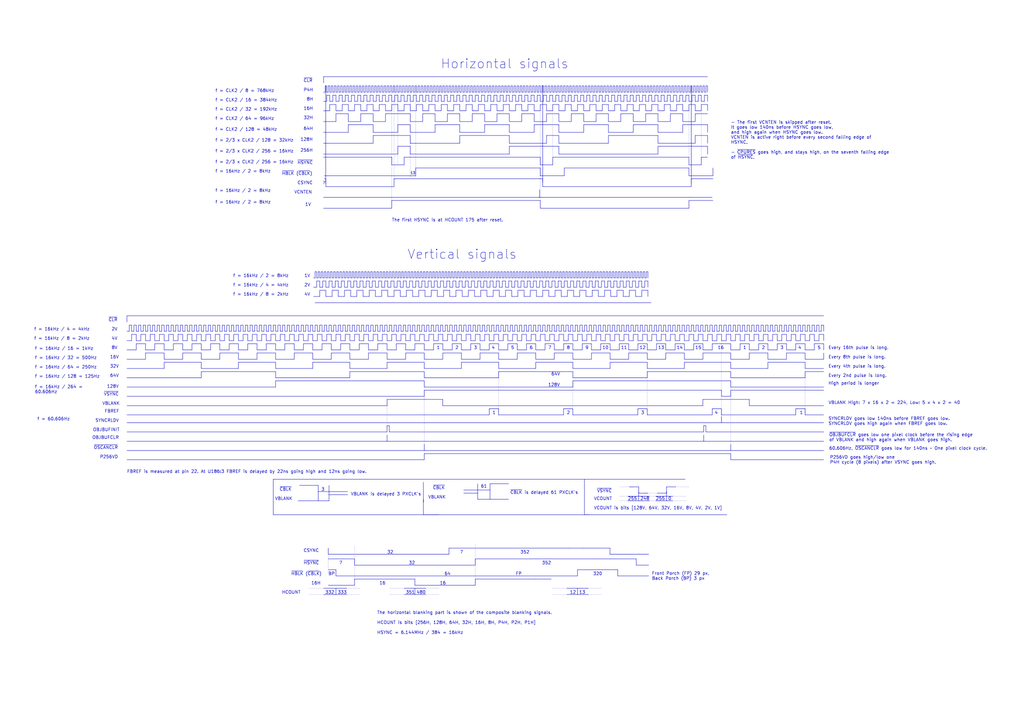
<source format=kicad_sch>
(kicad_sch (version 20230121) (generator eeschema)
  (paper "A3")
  (title_block (title "The Final Round") (date "2023-05-11") (company "Konami GX870"))
  (polyline (pts (xy 250.2178 140.97) (xy 246.4078 140.97)) (stroke (width 0) (type solid)))
  (polyline (pts (xy 222.5675 119.0625) (xy 225.1075 119.0625)) (stroke (width 0) (type solid)))
  (polyline (pts (xy 191.135 35.2425) (xy 191.135 37.7825)) (stroke (width 0) (type solid)))
  (polyline (pts (xy 258.1275 119.0625) (xy 258.1275 121.6025)) (stroke (width 0) (type solid)))
  (polyline (pts (xy 165.4175 111.4425) (xy 165.4175 113.9825)) (stroke (width 0) (type solid)))
  (polyline (pts (xy 164.1475 119.0625) (xy 164.1475 121.6025)) (stroke (width 0) (type solid)))
  (polyline (pts (xy 219.7378 137.16) (xy 219.7378 139.7)) (stroke (width 0) (type solid)))
  (polyline (pts (xy 280.035 51.1175) (xy 290.195 51.1175)) (stroke (width 0) (type solid)))
  (polyline (pts (xy 58.7375 133.35) (xy 58.7375 135.89)) (stroke (width 0) (type solid)))
  (polyline (pts (xy 152.7175 115.2525) (xy 153.9875 115.2525)) (stroke (width 0) (type solid)))
  (polyline (pts (xy 217.4875 119.0625) (xy 217.4875 121.6025)) (stroke (width 0) (type solid)))
  (polyline (pts (xy 217.805 39.0525) (xy 219.075 39.0525)) (stroke (width 0) (type solid)))
  (polyline (pts (xy 145.7325 113.9825) (xy 145.7325 111.4425)) (stroke (width 0) (type solid)))
  (polyline (pts (xy 234.95 167.64) (xy 234.95 170.18)) (stroke (width 0) (type solid)))
  (polyline (pts (xy 307.3678 133.35) (xy 307.3678 135.89)) (stroke (width 0) (type solid)))
  (polyline (pts (xy 281.305 37.7825) (xy 281.94 37.7825)) (stroke (width 0) (type solid)))
  (polyline (pts (xy 147.6375 115.2525) (xy 147.6375 117.7925)) (stroke (width 0) (type solid)))
  (polyline (pts (xy 133.0325 133.35) (xy 133.0325 135.89)) (stroke (width 0) (type solid)))
  (polyline (pts (xy 249.555 55.5625) (xy 269.875 55.5625)) (stroke (width 0) (type solid)))
  (polyline (pts (xy 93.98 133.35) (xy 93.0275 133.35)) (stroke (width 0) (type solid)))
  (polyline (pts (xy 263.2075 113.9825) (xy 263.8425 113.9825)) (stroke (width 0) (type solid)))
  (polyline (pts (xy 224.155 45.4025) (xy 226.695 45.4025)) (stroke (width 0) (type solid)))
  (polyline (pts (xy 224.155 49.8475) (xy 224.155 46.6725)) (stroke (width 0) (type solid)))
  (polyline (pts (xy 155.8925 133.35) (xy 155.8925 135.89)) (stroke (width 0) (type solid)))
  (polyline (pts (xy 267.335 41.5925) (xy 267.335 39.0525)) (stroke (width 0) (type solid)))
  (polyline (pts (xy 148.9075 111.4425) (xy 148.9075 113.9825)) (stroke (width 0) (type solid)))
  (polyline (pts (xy 147.955 37.7825) (xy 148.59 37.7825)) (stroke (width 0) (type solid)))
  (polyline (pts (xy 113.03 148.59) (xy 97.79 148.59)) (stroke (width 0) (type solid)))
  (polyline (pts (xy 229.235 60.0075) (xy 229.235 63.1825)) (stroke (width 0) (type solid)))
  (polyline (pts (xy 234.315 37.7825) (xy 234.95 37.7825)) (stroke (width 0) (type solid)))
  (polyline (pts (xy 95.885 139.7) (xy 93.98 139.7)) (stroke (width 0) (type solid)))
  (polyline (pts (xy 113.03 140.97) (xy 109.22 140.97)) (stroke (width 0) (type solid)))
  (polyline (pts (xy 255.5875 119.0625) (xy 255.5875 121.6025)) (stroke (width 0) (type solid)))
  (polyline (pts (xy 65.405 139.7) (xy 63.5 139.7)) (stroke (width 0) (type solid)))
  (polyline (pts (xy 145.415 139.7) (xy 143.51 139.7)) (stroke (width 0) (type solid)))
  (polyline (pts (xy 219.075 54.2925) (xy 219.075 51.1175)) (stroke (width 0) (type solid)))
  (polyline (pts (xy 260.985 229.235) (xy 260.985 231.775)) (stroke (width 0) (type solid)))
  (polyline (pts (xy 174.3075 121.6025) (xy 176.8475 121.6025)) (stroke (width 0) (type solid)))
  (polyline (pts (xy 197.1675 117.7925) (xy 198.4375 117.7925)) (stroke (width 0) (type solid)))
  (polyline (pts (xy 238.125 37.7825) (xy 238.76 37.7825)) (stroke (width 0) (type solid)))
  (polyline (pts (xy 208.3078 140.97) (xy 208.3078 143.51)) (stroke (width 0) (type solid)))
  (polyline (pts (xy 235.9025 111.4425) (xy 236.5375 111.4425)) (stroke (width 0) (type solid)))
  (polyline (pts (xy 309.2728 139.7) (xy 307.3678 139.7)) (stroke (width 0) (type solid)))
  (polyline (pts (xy 230.8225 111.4425) (xy 231.4575 111.4425)) (stroke (width 0) (type solid)))
  (polyline (pts (xy 264.4775 202.2475) (xy 270.1925 202.2475)) (stroke (width 0) (type dot)))
  (polyline (pts (xy 64.4525 133.35) (xy 64.4525 135.89)) (stroke (width 0) (type solid)))
  (polyline (pts (xy 134.62 233.68) (xy 137.795 233.68)) (stroke (width 0) (type solid)))
  (polyline (pts (xy 154.305 41.5925) (xy 154.305 39.0525)) (stroke (width 0) (type solid)))
  (polyline (pts (xy 88.265 133.35) (xy 88.265 135.89)) (stroke (width 0) (type solid)))
  (polyline (pts (xy 207.3275 113.9825) (xy 207.9625 113.9825)) (stroke (width 0) (type solid)))
  (polyline (pts (xy 204.4978 137.16) (xy 204.4978 139.7)) (stroke (width 0) (type solid)))
  (polyline (pts (xy 209.2325 113.9825) (xy 209.2325 111.4425)) (stroke (width 0) (type solid)))
  (polyline (pts (xy 221.615 72.0725) (xy 231.4575 72.0725)) (stroke (width 0) (type solid)))
  (polyline (pts (xy 158.75 151.13) (xy 143.51 151.13)) (stroke (width 0) (type solid)))
  (polyline (pts (xy 146.05 37.7825) (xy 146.05 35.2425)) (stroke (width 0) (type solid)))
  (polyline (pts (xy 288.3178 133.35) (xy 288.3178 135.89)) (stroke (width 0) (type solid)))
  (polyline (pts (xy 123.5075 135.89) (xy 122.555 135.89)) (stroke (width 0) (type solid)))
  (polyline (pts (xy 165.735 45.4025) (xy 165.735 42.8625)) (stroke (width 0) (type solid)))
  (polyline (pts (xy 57.785 137.16) (xy 57.785 139.7)) (stroke (width 0) (type solid)))
  (polyline (pts (xy 165.735 64.4525) (xy 165.735 67.6275)) (stroke (width 0) (type solid)))
  (polyline (pts (xy 239.395 41.5925) (xy 240.665 41.5925)) (stroke (width 0) (type solid)))
  (polyline (pts (xy 142.24 241.3) (xy 147.955 241.3)) (stroke (width 0) (type dot)))
  (polyline (pts (xy 72.0725 135.89) (xy 71.12 135.89)) (stroke (width 0) (type solid)))
  (polyline (pts (xy 285.75 37.7825) (xy 285.75 35.2425)) (stroke (width 0) (type solid)))
  (polyline (pts (xy 194.6275 121.6025) (xy 197.1675 121.6025)) (stroke (width 0) (type solid)))
  (polyline (pts (xy 184.15 35.2425) (xy 184.785 35.2425)) (stroke (width 0) (type solid)))
  (polyline (pts (xy 198.755 41.5925) (xy 198.755 39.0525)) (stroke (width 0) (type solid)))
  (polyline (pts (xy 177.8278 143.51) (xy 174.0178 143.51)) (stroke (width 0) (type solid)))
  (polyline (pts (xy 194.6275 117.7925) (xy 195.8975 117.7925)) (stroke (width 0) (type solid)))
  (polyline (pts (xy 191.135 45.4025) (xy 191.135 42.8625)) (stroke (width 0) (type solid)))
  (polyline (pts (xy 214.3125 113.9825) (xy 214.3125 111.4425)) (stroke (width 0) (type solid)))
  (polyline (pts (xy 143.51 133.35) (xy 142.5575 133.35)) (stroke (width 0) (type solid)))
  (polyline (pts (xy 179.3875 111.4425) (xy 179.3875 113.9825)) (stroke (width 0) (type solid)))
  (polyline (pts (xy 226.695 41.5925) (xy 227.965 41.5925)) (stroke (width 0) (type solid)))
  (polyline (pts (xy 155.2575 115.2525) (xy 155.2575 117.7925)) (stroke (width 0) (type solid)))
  (polyline (pts (xy 226.3775 115.2525) (xy 226.3775 117.7925)) (stroke (width 0) (type solid)))
  (polyline (pts (xy 196.8778 133.35) (xy 196.8778 135.89)) (stroke (width 0) (type solid)))
  (polyline (pts (xy 62.5475 135.89) (xy 61.595 135.89)) (stroke (width 0) (type solid)))
  (polyline (pts (xy 79.6925 133.35) (xy 79.6925 135.89)) (stroke (width 0) (type solid)))
  (polyline (pts (xy 257.8378 137.16) (xy 257.8378 139.7)) (stroke (width 0) (type solid)))
  (polyline (pts (xy 166.37 37.7825) (xy 166.37 35.2425)) (stroke (width 0) (type solid)))
  (polyline (pts (xy 272.415 45.4025) (xy 272.415 42.8625)) (stroke (width 0) (type solid)))
  (polyline (pts (xy 292.1278 133.35) (xy 292.1278 135.89)) (stroke (width 0) (type solid)))
  (polyline (pts (xy 113.03 144.78) (xy 105.41 144.78)) (stroke (width 0) (type solid)))
  (polyline (pts (xy 207.3275 111.4425) (xy 207.3275 113.9825)) (stroke (width 0) (type solid)))
  (polyline (pts (xy 263.2075 111.4425) (xy 263.2075 113.9825)) (stroke (width 0) (type solid)))
  (polyline (pts (xy 232.7275 115.2525) (xy 232.7275 117.7925)) (stroke (width 0) (type solid)))
  (polyline (pts (xy 288.3178 140.97) (xy 284.5078 140.97)) (stroke (width 0) (type solid)))
  (polyline (pts (xy 224.4725 111.4425) (xy 225.1075 111.4425)) (stroke (width 0) (type solid)))
  (polyline (pts (xy 263.8425 113.9825) (xy 263.8425 111.4425)) (stroke (width 0) (type solid)))
  (polyline (pts (xy 132.08 140.97) (xy 132.08 143.51)) (stroke (width 0) (type solid)))
  (polyline (pts (xy 114.935 139.7) (xy 113.03 139.7)) (stroke (width 0) (type solid)))
  (polyline (pts (xy 327.3425 135.89) (xy 326.39 135.89)) (stroke (width 0) (type solid)))
  (polyline (pts (xy 248.285 37.7825) (xy 248.92 37.7825)) (stroke (width 0) (type solid)))
  (polyline (pts (xy 133.0325 72.0725) (xy 170.4975 72.0725)) (stroke (width 0) (type solid)))
  (polyline (pts (xy 179.705 37.7825) (xy 180.34 37.7825)) (stroke (width 0) (type solid)))
  (polyline (pts (xy 317.8453 135.89) (xy 316.8928 135.89)) (stroke (width 0) (type solid)))
  (polyline (pts (xy 199.0725 111.4425) (xy 199.7075 111.4425)) (stroke (width 0) (type solid)))
  (polyline (pts (xy 234.9778 133.35) (xy 234.9778 135.89)) (stroke (width 0) (type solid)))
  (polyline (pts (xy 299.7478 137.16) (xy 299.7478 139.7)) (stroke (width 0) (type solid)))
  (polyline (pts (xy 242.5978 140.97) (xy 238.7878 140.97)) (stroke (width 0) (type solid)))
  (polyline (pts (xy 113.03 144.78) (xy 113.03 147.32)) (stroke (width 0) (type solid)))
  (polyline (pts (xy 178.7803 135.89) (xy 177.8278 135.89)) (stroke (width 0) (type solid)))
  (polyline (pts (xy 277.1775 199.7075) (xy 282.8925 199.7075)) (stroke (width 0) (type dot)))
  (polyline (pts (xy 93.98 137.16) (xy 93.98 139.7)) (stroke (width 0) (type solid)))
  (polyline (pts (xy 270.51 37.7825) (xy 270.51 35.2425)) (stroke (width 0) (type solid)))
  (polyline (pts (xy 245.4275 113.9825) (xy 246.0625 113.9825)) (stroke (width 0) (type solid)))
  (polyline (pts (xy 263.5528 137.16) (xy 263.5528 139.7)) (stroke (width 0) (type solid)))
  (polyline (pts (xy 204.47 35.2425) (xy 205.105 35.2425)) (stroke (width 0) (type solid)))
  (polyline (pts (xy 74.93 140.97) (xy 71.12 140.97)) (stroke (width 0) (type solid)))
  (polyline (pts (xy 299.72 148.59) (xy 280.6978 148.59)) (stroke (width 0) (type solid)))
  (polyline (pts (xy 299.7478 133.35) (xy 299.7478 135.89)) (stroke (width 0) (type solid)))
  (polyline (pts (xy 127 241.3) (xy 132.715 241.3)) (stroke (width 0) (type dot)))
  (polyline (pts (xy 162.56 143.51) (xy 158.75 143.51)) (stroke (width 0) (type solid)))
  (polyline (pts (xy 247.015 41.5925) (xy 248.285 41.5925)) (stroke (width 0) (type solid)))
  (polyline (pts (xy 234.9778 158.75) (xy 174.0178 158.75)) (stroke (width 0) (type solid)))
  (polyline (pts (xy 227.965 41.5925) (xy 227.965 39.0525)) (stroke (width 0) (type solid)))
  (polyline (pts (xy 213.36 35.2425) (xy 213.995 35.2425)) (stroke (width 0) (type solid)))
  (polyline (pts (xy 156.845 39.0525) (xy 158.115 39.0525)) (stroke (width 0) (type solid)))
  (polyline (pts (xy 116.84 143.51) (xy 113.03 143.51)) (stroke (width 0) (type solid)))
  (polyline (pts (xy 143.51 137.16) (xy 143.51 139.7)) (stroke (width 0) (type solid)))
  (polyline (pts (xy 174.625 39.0525) (xy 175.895 39.0525)) (stroke (width 0) (type solid)))
  (polyline (pts (xy 232.41 37.7825) (xy 232.41 35.2425)) (stroke (width 0) (type solid)))
  (polyline (pts (xy 174.3075 117.7925) (xy 175.5775 117.7925)) (stroke (width 0) (type solid)))
  (polyline (pts (xy 222.5675 113.9825) (xy 223.2025 113.9825)) (stroke (width 0) (type solid)))
  (polyline (pts (xy 131.7625 113.9825) (xy 131.7625 111.4425)) (stroke (width 0) (type solid)))
  (polyline (pts (xy 170.815 41.5925) (xy 172.085 41.5925)) (stroke (width 0) (type solid)))
  (polyline (pts (xy 199.7075 117.7925) (xy 200.9775 117.7925)) (stroke (width 0) (type solid)))
  (polyline (pts (xy 225.7425 113.9825) (xy 225.7425 111.4425)) (stroke (width 0) (type solid)))
  (polyline (pts (xy 223.8375 111.4425) (xy 223.8375 113.9825)) (stroke (width 0) (type solid)))
  (polyline (pts (xy 153.9875 113.9825) (xy 154.6225 113.9825)) (stroke (width 0) (type solid)))
  (polyline (pts (xy 115.8875 133.35) (xy 115.8875 135.89)) (stroke (width 0) (type solid)))
  (polyline (pts (xy 132.08 137.16) (xy 132.08 139.7)) (stroke (width 0) (type solid)))
  (polyline (pts (xy 303.5578 137.16) (xy 303.5578 139.7)) (stroke (width 0) (type solid)))
  (polyline (pts (xy 158.115 37.7825) (xy 158.75 37.7825)) (stroke (width 0) (type solid)))
  (polyline (pts (xy 193.0678 133.35) (xy 193.0678 135.89)) (stroke (width 0) (type solid)))
  (polyline (pts (xy 196.8778 140.97) (xy 193.0678 140.97)) (stroke (width 0) (type solid)))
  (polyline (pts (xy 219.3925 113.9825) (xy 219.3925 111.4425)) (stroke (width 0) (type solid)))
  (polyline (pts (xy 161.29 35.2425) (xy 161.925 35.2425)) (stroke (width 0) (type solid)))
  (polyline (pts (xy 217.805 35.2425) (xy 217.805 37.7825)) (stroke (width 0) (type solid)))
  (polyline (pts (xy 337.82 133.35) (xy 336.8675 133.35)) (stroke (width 0) (type solid)))
  (polyline (pts (xy 204.7875 119.0625) (xy 204.7875 121.6025)) (stroke (width 0) (type solid)))
  (polyline (pts (xy 158.75 166.37) (xy 52.07 166.37)) (stroke (width 0) (type solid)))
  (polyline (pts (xy 174.3075 115.2525) (xy 174.3075 117.7925)) (stroke (width 0) (type solid)))
  (polyline (pts (xy 77.7875 133.35) (xy 77.7875 135.89)) (stroke (width 0) (type solid)))
  (polyline (pts (xy 299.72 148.59) (xy 299.72 151.13)) (stroke (width 0) (type solid)))
  (polyline (pts (xy 160.655 67.6275) (xy 165.735 67.6275)) (stroke (width 0) (type solid)))
  (polyline (pts (xy 292.1 170.18) (xy 265.43 170.18)) (stroke (width 0) (type solid)))
  (polyline (pts (xy 97.79 151.13) (xy 82.55 151.13)) (stroke (width 0) (type solid)))
  (polyline (pts (xy 165.735 35.2425) (xy 165.735 37.7825)) (stroke (width 0) (type solid)))
  (polyline (pts (xy 231.1678 143.51) (xy 227.3578 143.51)) (stroke (width 0) (type solid)))
  (polyline (pts (xy 220.0275 113.9825) (xy 220.6625 113.9825)) (stroke (width 0) (type solid)))
  (polyline (pts (xy 221.615 37.7825) (xy 222.25 37.7825)) (stroke (width 0) (type solid)))
  (polyline (pts (xy 194.6275 111.4425) (xy 194.6275 113.9825)) (stroke (width 0) (type solid)))
  (polyline (pts (xy 86.36 133.35) (xy 85.4075 133.35)) (stroke (width 0) (type solid)))
  (polyline (pts (xy 78.74 133.35) (xy 78.74 135.89)) (stroke (width 0) (type solid)))
  (polyline (pts (xy 63.5 137.16) (xy 61.595 137.16)) (stroke (width 0) (type solid)))
  (polyline (pts (xy 233.045 224.79) (xy 239.395 224.79)))
  (polyline (pts (xy 280.035 49.8475) (xy 285.115 49.8475)) (stroke (width 0) (type solid)))
  (polyline (pts (xy 282.6028 137.16) (xy 282.6028 139.7)) (stroke (width 0) (type solid)))
  (polyline (pts (xy 153.9875 111.4425) (xy 153.9875 113.9825)) (stroke (width 0) (type solid)))
  (polyline (pts (xy 197.1675 115.2525) (xy 197.1675 117.7925)) (stroke (width 0) (type solid)))
  (polyline (pts (xy 154.94 137.16) (xy 153.035 137.16)) (stroke (width 0) (type solid)))
  (polyline (pts (xy 269.2678 137.16) (xy 269.2678 139.7)) (stroke (width 0) (type solid)))
  (polyline (pts (xy 147.32 140.97) (xy 147.32 143.51)) (stroke (width 0) (type solid)))
  (polyline (pts (xy 219.075 42.8625) (xy 219.075 45.4025)) (stroke (width 0) (type solid)))
  (polyline (pts (xy 136.2075 117.7925) (xy 137.4775 117.7925)) (stroke (width 0) (type solid)))
  (polyline (pts (xy 208.3078 137.16) (xy 208.3078 139.7)) (stroke (width 0) (type solid)))
  (polyline (pts (xy 161.6075 135.89) (xy 160.655 135.89)) (stroke (width 0) (type solid)))
  (polyline (pts (xy 254.635 45.4025) (xy 257.175 45.4025)) (stroke (width 0) (type solid)))
  (polyline (pts (xy 170.18 133.35) (xy 169.2275 133.35)) (stroke (width 0) (type solid)))
  (polyline (pts (xy 71.12 137.16) (xy 69.215 137.16)) (stroke (width 0) (type solid)))
  (polyline (pts (xy 179.705 35.2425) (xy 179.705 37.7825)) (stroke (width 0) (type solid)))
  (polyline (pts (xy 231.775 42.8625) (xy 234.315 42.8625)) (stroke (width 0) (type solid)))
  (polyline (pts (xy 187.0075 117.7925) (xy 188.2775 117.7925)) (stroke (width 0) (type solid)))
  (polyline (pts (xy 134.62 240.03) (xy 145.415 240.03)) (stroke (width 0) (type solid)))
  (polyline (pts (xy 287.655 45.4025) (xy 287.655 65.7225)) (stroke (width 0) (type dot)))
  (polyline (pts (xy 158.115 46.6725) (xy 168.275 46.6725)) (stroke (width 0) (type solid)))
  (polyline (pts (xy 258.7625 111.4425) (xy 259.3975 111.4425)) (stroke (width 0) (type solid)))
  (polyline (pts (xy 311.1778 137.16) (xy 309.2728 137.16)) (stroke (width 0) (type solid)))
  (polyline (pts (xy 212.725 35.2425) (xy 212.725 37.7825)) (stroke (width 0) (type solid)))
  (polyline (pts (xy 137.16 37.7825) (xy 137.16 35.2425)) (stroke (width 0) (type solid)))
  (polyline (pts (xy 129.2225 133.35) (xy 129.2225 135.89)) (stroke (width 0) (type solid)))
  (polyline (pts (xy 228.3103 135.89) (xy 227.3578 135.89)) (stroke (width 0) (type solid)))
  (polyline (pts (xy 242.8875 113.9825) (xy 243.5225 113.9825)) (stroke (width 0) (type solid)))
  (polyline (pts (xy 280.035 37.7825) (xy 280.67 37.7825)) (stroke (width 0) (type solid)))
  (polyline (pts (xy 247.9675 113.9825) (xy 248.6025 113.9825)) (stroke (width 0) (type solid)))
  (polyline (pts (xy 95.885 133.35) (xy 94.9325 133.35)) (stroke (width 0) (type solid)))
  (polyline (pts (xy 274.9828 133.35) (xy 274.9828 135.89)) (stroke (width 0) (type solid)))
  (polyline (pts (xy 295.9378 133.35) (xy 294.9853 133.35)) (stroke (width 0) (type solid)))
  (polyline (pts (xy 222.5675 73.3425) (xy 222.5675 76.5175)) (stroke (width 0) (type solid)))
  (polyline (pts (xy 196.215 45.4025) (xy 196.215 42.8625)) (stroke (width 0) (type solid)))
  (polyline (pts (xy 228.9175 115.2525) (xy 228.9175 117.7925)) (stroke (width 0) (type solid)))
  (polyline (pts (xy 154.94 140.97) (xy 154.94 143.51)) (stroke (width 0) (type solid)))
  (polyline (pts (xy 227.3578 147.32) (xy 219.7378 147.32)) (stroke (width 0) (type solid)))
  (polyline (pts (xy 201.295 41.5925) (xy 201.295 39.0525)) (stroke (width 0) (type solid)))
  (polyline (pts (xy 276.86 35.2425) (xy 277.495 35.2425)) (stroke (width 0) (type solid)))
  (polyline (pts (xy 227.3578 133.35) (xy 226.4053 133.35)) (stroke (width 0) (type solid)))
  (polyline (pts (xy 224.155 37.7825) (xy 224.79 37.7825)) (stroke (width 0) (type solid)))
  (polyline (pts (xy 213.0425 113.9825) (xy 213.0425 111.4425)) (stroke (width 0) (type solid)))
  (polyline (pts (xy 261.6478 133.35) (xy 260.6953 133.35)) (stroke (width 0) (type solid)))
  (polyline (pts (xy 135.89 35.2425) (xy 136.525 35.2425)) (stroke (width 0) (type solid)))
  (polyline (pts (xy 176.8475 119.0625) (xy 179.3875 119.0625)) (stroke (width 0) (type solid)))
  (polyline (pts (xy 154.94 133.35) (xy 153.9875 133.35)) (stroke (width 0) (type solid)))
  (polyline (pts (xy 248.3128 137.16) (xy 248.3128 139.7)) (stroke (width 0) (type solid)))
  (polyline (pts (xy 135.255 42.8625) (xy 137.795 42.8625)) (stroke (width 0) (type solid)))
  (polyline (pts (xy 269.875 41.5925) (xy 269.875 39.0525)) (stroke (width 0) (type solid)))
  (polyline (pts (xy 263.525 41.5925) (xy 263.525 39.0525)) (stroke (width 0) (type solid)))
  (polyline (pts (xy 254.635 41.5925) (xy 255.905 41.5925)) (stroke (width 0) (type solid)))
  (polyline (pts (xy 150.495 37.7825) (xy 151.13 37.7825)) (stroke (width 0) (type solid)))
  (polyline (pts (xy 104.4575 133.35) (xy 104.4575 135.89)) (stroke (width 0) (type solid)))
  (polyline (pts (xy 245.745 41.5925) (xy 245.745 39.0525)) (stroke (width 0) (type solid)))
  (polyline (pts (xy 149.225 39.0525) (xy 150.495 39.0525)) (stroke (width 0) (type solid)))
  (polyline (pts (xy 271.78 35.2425) (xy 272.415 35.2425)) (stroke (width 0) (type solid)))
  (polyline (pts (xy 167.005 39.0525) (xy 168.275 39.0525)) (stroke (width 0) (type solid)))
  (polyline (pts (xy 164.465 41.5925) (xy 164.465 39.0525)) (stroke (width 0) (type solid)))
  (polyline (pts (xy 137.16 243.84) (xy 142.24 243.84)) (stroke (width 0) (type solid)))
  (polyline (pts (xy 165.735 42.8625) (xy 168.275 42.8625)) (stroke (width 0) (type solid)))
  (polyline (pts (xy 337.82 180.975) (xy 288.6075 180.975)) (stroke (width 0) (type solid)))
  (polyline (pts (xy 59.69 133.35) (xy 58.7375 133.35)) (stroke (width 0) (type solid)))
  (polyline (pts (xy 153.035 55.5625) (xy 153.035 58.7375)) (stroke (width 0) (type solid)))
  (polyline (pts (xy 274.0303 135.89) (xy 273.0778 135.89)) (stroke (width 0) (type solid)))
  (polyline (pts (xy 163.195 54.2925) (xy 163.195 51.1175)) (stroke (width 0) (type solid)))
  (polyline (pts (xy 330.2 167.64) (xy 330.2 170.18)) (stroke (width 0) (type solid)))
  (polyline (pts (xy 75.8825 133.35) (xy 75.8825 135.89)) (stroke (width 0) (type solid)))
  (polyline (pts (xy 272.415 35.2425) (xy 272.415 37.7825)) (stroke (width 0) (type solid)))
  (polyline (pts (xy 222.885 41.5925) (xy 222.885 39.0525)) (stroke (width 0) (type solid)))
  (polyline (pts (xy 223.8375 115.2525) (xy 225.1075 115.2525)) (stroke (width 0) (type solid)))
  (polyline (pts (xy 183.8325 113.9825) (xy 183.8325 111.4425)) (stroke (width 0) (type solid)))
  (polyline (pts (xy 193.0678 137.16) (xy 191.1628 137.16)) (stroke (width 0) (type solid)))
  (polyline (pts (xy 201.295 45.4025) (xy 201.295 42.8625)) (stroke (width 0) (type solid)))
  (polyline (pts (xy 179.705 39.0525) (xy 180.975 39.0525)) (stroke (width 0) (type solid)))
  (polyline (pts (xy 142.875 45.4025) (xy 145.415 45.4025)) (stroke (width 0) (type solid)))
  (polyline (pts (xy 334.01 133.35) (xy 333.0575 133.35)) (stroke (width 0) (type solid)))
  (polyline (pts (xy 57.785 133.35) (xy 57.785 135.89)) (stroke (width 0) (type solid)))
  (polyline (pts (xy 233.0728 139.7) (xy 231.1678 139.7)) (stroke (width 0) (type solid)))
  (polyline (pts (xy 299.72 156.21) (xy 299.72 158.75)) (stroke (width 0) (type solid)))
  (polyline (pts (xy 158.75 178.435) (xy 158.75 180.975)) (stroke (width 0) (type solid)))
  (polyline (pts (xy 173.99 37.7825) (xy 173.99 35.2425)) (stroke (width 0) (type solid)))
  (polyline (pts (xy 234.315 35.2425) (xy 234.315 37.7825)) (stroke (width 0) (type solid)))
  (polyline (pts (xy 267.3628 133.35) (xy 267.3628 135.89)) (stroke (width 0) (type solid)))
  (polyline (pts (xy 233.68 37.7825) (xy 233.68 35.2425)) (stroke (width 0) (type solid)))
  (polyline (pts (xy 140.335 37.7825) (xy 140.97 37.7825)) (stroke (width 0) (type solid)))
  (polyline (pts (xy 299.7478 137.16) (xy 297.8428 137.16)) (stroke (width 0) (type solid)))
  (polyline (pts (xy 302.6053 133.35) (xy 302.6053 135.89)) (stroke (width 0) (type solid)))
  (polyline (pts (xy 182.88 35.2425) (xy 183.515 35.2425)) (stroke (width 0) (type solid)))
  (polyline (pts (xy 264.4775 111.4425) (xy 264.4775 113.9825)) (stroke (width 0) (type solid)))
  (polyline (pts (xy 162.56 137.16) (xy 160.655 137.16)) (stroke (width 0) (type solid)))
  (polyline (pts (xy 240.3475 115.2525) (xy 240.3475 117.7925)) (stroke (width 0) (type solid)))
  (polyline (pts (xy 162.56 133.35) (xy 162.56 135.89)) (stroke (width 0) (type solid)))
  (polyline (pts (xy 176.8475 113.9825) (xy 177.4825 113.9825)) (stroke (width 0) (type solid)))
  (polyline (pts (xy 166.37 140.97) (xy 162.56 140.97)) (stroke (width 0) (type solid)))
  (polyline (pts (xy 174.9425 113.9825) (xy 174.9425 111.4425)) (stroke (width 0) (type solid)))
  (polyline (pts (xy 173.99 144.78) (xy 166.37 144.78)) (stroke (width 0) (type solid)))
  (polyline (pts (xy 255.9328 133.35) (xy 255.9328 135.89)) (stroke (width 0) (type solid)))
  (polyline (pts (xy 181.6378 140.97) (xy 181.6378 143.51)) (stroke (width 0) (type solid)))
  (polyline (pts (xy 132.715 54.2925) (xy 142.875 54.2925)) (stroke (width 0) (type solid)))
  (polyline (pts (xy 149.225 137.16) (xy 149.225 139.7)) (stroke (width 0) (type solid)))
  (polyline (pts (xy 283.21 35.2425) (xy 283.845 35.2425)) (stroke (width 0) (type solid)))
  (polyline (pts (xy 170.18 243.84) (xy 174.625 243.84)) (stroke (width 0) (type solid)))
  (polyline (pts (xy 191.77 37.7825) (xy 191.77 35.2425)) (stroke (width 0) (type solid)))
  (polyline (pts (xy 163.195 60.0075) (xy 163.195 63.1825)) (stroke (width 0) (type solid)))
  (polyline (pts (xy 56.8325 135.89) (xy 55.88 135.89)) (stroke (width 0) (type solid)))
  (polyline (pts (xy 219.075 45.4025) (xy 221.615 45.4025)) (stroke (width 0) (type solid)))
  (polyline (pts (xy 261.9375 111.4425) (xy 261.9375 113.9825)) (stroke (width 0) (type solid)))
  (polyline (pts (xy 216.8525 113.9825) (xy 216.8525 111.4425)) (stroke (width 0) (type solid)))
  (polyline (pts (xy 249.555 35.2425) (xy 249.555 37.7825)) (stroke (width 0) (type solid)))
  (polyline (pts (xy 194.9728 137.16) (xy 194.9728 139.7)) (stroke (width 0) (type solid)))
  (polyline (pts (xy 172.085 133.35) (xy 171.1325 133.35)) (stroke (width 0) (type solid)))
  (polyline (pts (xy 219.7378 140.97) (xy 215.9278 140.97)) (stroke (width 0) (type solid)))
  (polyline (pts (xy 185.7375 111.4425) (xy 185.7375 113.9825)) (stroke (width 0) (type solid)))
  (polyline (pts (xy 204.7875 121.6025) (xy 207.3275 121.6025)) (stroke (width 0) (type solid)))
  (polyline (pts (xy 122.555 139.7) (xy 120.65 139.7)) (stroke (width 0) (type solid)))
  (polyline (pts (xy 138.7475 117.7925) (xy 140.0175 117.7925)) (stroke (width 0) (type solid)))
  (polyline (pts (xy 214.0228 133.35) (xy 214.0228 135.89)) (stroke (width 0) (type solid)))
  (polyline (pts (xy 233.9975 115.2525) (xy 233.9975 117.7925)) (stroke (width 0) (type solid)))
  (polyline (pts (xy 133.6298 76.5241) (xy 161.5987 76.5241)) (stroke (width 0) (type solid)))
  (polyline (pts (xy 255.9328 137.16) (xy 255.9328 139.7)) (stroke (width 0) (type solid)))
  (polyline (pts (xy 174.9703 133.35) (xy 174.9703 135.89)) (stroke (width 0) (type solid)))
  (polyline (pts (xy 300.7003 133.35) (xy 300.7003 135.89)) (stroke (width 0) (type solid)))
  (polyline (pts (xy 235.2675 119.0625) (xy 235.2675 121.6025)) (stroke (width 0) (type solid)))
  (polyline (pts (xy 303.53 140.97) (xy 303.53 143.51)) (stroke (width 0) (type solid)))
  (polyline (pts (xy 197.1675 111.4425) (xy 197.1675 113.9825)) (stroke (width 0) (type solid)))
  (polyline (pts (xy 260.985 37.7825) (xy 261.62 37.7825)) (stroke (width 0) (type solid)))
  (polyline (pts (xy 153.9875 121.6025) (xy 156.5275 121.6025)) (stroke (width 0) (type solid)))
  (polyline (pts (xy 180.6853 133.35) (xy 180.6853 135.89)) (stroke (width 0) (type solid)))
  (polyline (pts (xy 185.4478 143.51) (xy 181.6378 143.51)) (stroke (width 0) (type solid)))
  (polyline (pts (xy 307.3678 137.16) (xy 305.4628 137.16)) (stroke (width 0) (type solid)))
  (polyline (pts (xy 330.2 140.97) (xy 330.2 143.51)) (stroke (width 0) (type solid)))
  (polyline (pts (xy 162.56 37.7825) (xy 162.56 35.2425)) (stroke (width 0) (type solid)))
  (polyline (pts (xy 200.025 39.0525) (xy 201.295 39.0525)) (stroke (width 0) (type solid)))
  (polyline (pts (xy 140.0175 115.2525) (xy 140.0175 117.7925)) (stroke (width 0) (type solid)))
  (polyline (pts (xy 263.2075 115.2525) (xy 263.2075 117.7925)) (stroke (width 0) (type solid)))
  (polyline (pts (xy 135.89 144.78) (xy 135.89 147.32)) (stroke (width 0) (type solid)))
  (polyline (pts (xy 314.9878 133.35) (xy 314.0353 133.35)) (stroke (width 0) (type solid)))
  (polyline (pts (xy 132.715 63.1825) (xy 163.195 63.1825)) (stroke (width 0) (type solid)))
  (polyline (pts (xy 269.2678 140.97) (xy 269.2678 143.51)) (stroke (width 0) (type solid)))
  (polyline (pts (xy 337.82 158.75) (xy 299.72 158.75)) (stroke (width 0) (type solid)))
  (polyline (pts (xy 189.2578 140.97) (xy 185.4478 140.97)) (stroke (width 0) (type solid)))
  (polyline (pts (xy 280.6978 140.97) (xy 280.6978 143.51)) (stroke (width 0) (type solid)))
  (polyline (pts (xy 276.8878 133.35) (xy 276.8878 135.89)) (stroke (width 0) (type solid)))
  (polyline (pts (xy 232.7275 111.4425) (xy 232.7275 113.9825)) (stroke (width 0) (type solid)))
  (polyline (pts (xy 226.4053 135.89) (xy 225.4528 135.89)) (stroke (width 0) (type solid)))
  (polyline (pts (xy 257.81 35.2425) (xy 258.445 35.2425)) (stroke (width 0) (type solid)))
  (polyline (pts (xy 218.1225 111.4425) (xy 218.7575 111.4425)) (stroke (width 0) (type solid)))
  (polyline (pts (xy 211.455 35.2425) (xy 211.455 37.7825)) (stroke (width 0) (type solid)))
  (polyline (pts (xy 231.4575 113.9825) (xy 232.0925 113.9825)) (stroke (width 0) (type solid)))
  (polyline (pts (xy 261.9375 203.5175) (xy 266.3825 203.5175)) (stroke (width 0) (type solid)))
  (polyline (pts (xy 218.1225 113.9825) (xy 218.1225 111.4425)) (stroke (width 0) (type solid)))
  (polyline (pts (xy 184.785 37.7825) (xy 185.42 37.7825)) (stroke (width 0) (type solid)))
  (polyline (pts (xy 165.4175 115.2525) (xy 166.6875 115.2525)) (stroke (width 0) (type solid)))
  (polyline (pts (xy 194.9728 139.7) (xy 193.0678 139.7)) (stroke (width 0) (type solid)))
  (polyline (pts (xy 234.9778 144.78) (xy 234.9778 147.32)) (stroke (width 0) (type solid)))
  (polyline (pts (xy 181.9275 111.4425) (xy 181.9275 113.9825)) (stroke (width 0) (type solid)))
  (polyline (pts (xy 244.1575 115.2525) (xy 245.4275 115.2525)) (stroke (width 0) (type solid)))
  (polyline (pts (xy 202.2475 117.7925) (xy 203.5175 117.7925)) (stroke (width 0) (type solid)))
  (polyline (pts (xy 174.9703 135.89) (xy 174.0178 135.89)) (stroke (width 0) (type solid)))
  (polyline (pts (xy 173.99 148.59) (xy 173.99 151.13)) (stroke (width 0) (type solid)))
  (polyline (pts (xy 158.75 163.83) (xy 158.75 166.37)) (stroke (width 0) (type solid)))
  (polyline (pts (xy 178.7525 113.9825) (xy 178.7525 111.4425)) (stroke (width 0) (type solid)))
  (polyline (pts (xy 225.1075 117.7925) (xy 226.3775 117.7925)) (stroke (width 0) (type solid)))
  (polyline (pts (xy 188.3053 133.35) (xy 188.3053 135.89)) (stroke (width 0) (type solid)))
  (polyline (pts (xy 282.575 41.5925) (xy 283.845 41.5925)) (stroke (width 0) (type solid)))
  (polyline (pts (xy 236.855 37.7825) (xy 237.49 37.7825)) (stroke (width 0) (type solid)))
  (polyline (pts (xy 173.99 35.2425) (xy 174.625 35.2425)) (stroke (width 0) (type solid)))
  (polyline (pts (xy 164.465 133.35) (xy 163.5125 133.35)) (stroke (width 0) (type solid)))
  (polyline (pts (xy 256.8575 113.9825) (xy 257.4925 113.9825)) (stroke (width 0) (type solid)))
  (polyline (pts (xy 179.07 35.2425) (xy 179.705 35.2425)) (stroke (width 0) (type solid)))
  (polyline (pts (xy 245.4553 133.35) (xy 245.4553 135.89)) (stroke (width 0) (type solid)))
  (polyline (pts (xy 232.1203 135.89) (xy 231.1678 135.89)) (stroke (width 0) (type solid)))
  (polyline (pts (xy 201.295 35.2425) (xy 201.295 37.7825)) (stroke (width 0) (type solid)))
  (polyline (pts (xy 128.5875 113.9825) (xy 129.2225 113.9825)) (stroke (width 0) (type solid)))
  (polyline (pts (xy 53.975 139.7) (xy 52.07 139.7)) (stroke (width 0) (type solid)))
  (polyline (pts (xy 142.24 35.2425) (xy 142.875 35.2425)) (stroke (width 0) (type solid)))
  (polyline (pts (xy 133.6675 117.7925) (xy 134.9375 117.7925)) (stroke (width 0) (type solid)))
  (polyline (pts (xy 143.1925 113.9825) (xy 143.1925 111.4425)) (stroke (width 0) (type solid)))
  (polyline (pts (xy 191.135 41.5925) (xy 191.135 39.0525)) (stroke (width 0) (type solid)))
  (polyline (pts (xy 134.62 227.33) (xy 134.62 235.585)) (stroke (width 0) (type dot)))
  (polyline (pts (xy 250.2178 151.13) (xy 234.9778 151.13)) (stroke (width 0) (type solid)))
  (polyline (pts (xy 186.3725 113.9825) (xy 186.3725 111.4425)) (stroke (width 0) (type solid)))
  (polyline (pts (xy 247.015 35.2425) (xy 247.015 37.7825)) (stroke (width 0) (type solid)))
  (polyline (pts (xy 205.105 41.5925) (xy 205.105 39.0525)) (stroke (width 0) (type solid)))
  (polyline (pts (xy 160.655 133.35) (xy 159.7025 133.35)) (stroke (width 0) (type solid)))
  (polyline (pts (xy 140.335 41.5925) (xy 140.335 39.0525)) (stroke (width 0) (type solid)))
  (polyline (pts (xy 86.36 143.51) (xy 82.55 143.51)) (stroke (width 0) (type solid)))
  (polyline (pts (xy 273.0778 144.78) (xy 273.0778 147.32)) (stroke (width 0) (type solid)))
  (polyline (pts (xy 164.1475 113.9825) (xy 164.7825 113.9825)) (stroke (width 0) (type solid)))
  (polyline (pts (xy 200.3425 113.9825) (xy 200.3425 111.4425)) (stroke (width 0) (type solid)))
  (polyline (pts (xy 244.475 45.4025) (xy 247.015 45.4025)) (stroke (width 0) (type solid)))
  (polyline (pts (xy 268.605 39.0525) (xy 269.875 39.0525)) (stroke (width 0) (type solid)))
  (polyline (pts (xy 178.435 35.2425) (xy 178.435 37.7825)) (stroke (width 0) (type solid)))
  (polyline (pts (xy 201.295 41.5925) (xy 202.565 41.5925)) (stroke (width 0) (type solid)))
  (polyline (pts (xy 274.955 42.8625) (xy 274.955 45.4025)) (stroke (width 0) (type solid)))
  (polyline (pts (xy 246.38 35.2425) (xy 247.015 35.2425)) (stroke (width 0) (type solid)))
  (polyline (pts (xy 164.1475 111.4425) (xy 164.1475 113.9825)) (stroke (width 0) (type solid)))
  (polyline (pts (xy 294.0328 139.7) (xy 292.1278 139.7)) (stroke (width 0) (type solid)))
  (polyline (pts (xy 192.405 39.0525) (xy 193.675 39.0525)) (stroke (width 0) (type solid)))
  (polyline (pts (xy 239.0775 111.4425) (xy 239.0775 113.9825)) (stroke (width 0) (type solid)))
  (polyline (pts (xy 120.65 144.78) (xy 120.65 147.32)) (stroke (width 0) (type solid)))
  (polyline (pts (xy 151.13 37.7825) (xy 151.13 35.2425)) (stroke (width 0) (type solid)))
  (polyline (pts (xy 318.77 140.97) (xy 318.77 143.51)) (stroke (width 0) (type solid)))
  (polyline (pts (xy 195.2625 111.4425) (xy 195.8975 111.4425)) (stroke (width 0) (type solid)))
  (polyline (pts (xy 215.9278 137.16) (xy 214.0228 137.16)) (stroke (width 0) (type solid)))
  (polyline (pts (xy 151.4475 119.0625) (xy 151.4475 121.6025)) (stroke (width 0) (type solid)))
  (polyline (pts (xy 155.575 35.2425) (xy 155.575 37.7825)) (stroke (width 0) (type solid)))
  (polyline (pts (xy 226.695 243.84) (xy 232.41 243.84)) (stroke (width 0) (type dot)))
  (polyline (pts (xy 199.7075 113.9825) (xy 200.3425 113.9825)) (stroke (width 0) (type solid)))
  (polyline (pts (xy 250.19 35.2425) (xy 250.825 35.2425)) (stroke (width 0) (type solid)))
  (polyline (pts (xy 236.8828 137.16) (xy 236.8828 139.7)) (stroke (width 0) (type solid)))
  (polyline (pts (xy 196.8778 137.16) (xy 196.8778 139.7)) (stroke (width 0) (type solid)))
  (polyline (pts (xy 82.55 152.4) (xy 82.55 154.94)) (stroke (width 0) (type solid)))
  (polyline (pts (xy 181.6378 137.16) (xy 179.7328 137.16)) (stroke (width 0) (type solid)))
  (polyline (pts (xy 136.8425 135.89) (xy 135.89 135.89)) (stroke (width 0) (type solid)))
  (polyline (pts (xy 215.265 37.7825) (xy 215.9 37.7825)) (stroke (width 0) (type solid)))
  (polyline (pts (xy 178.1175 115.2525) (xy 179.3875 115.2525)) (stroke (width 0) (type solid)))
  (polyline (pts (xy 269.875 35.2425) (xy 269.875 37.7825)) (stroke (width 0) (type solid)))
  (polyline (pts (xy 207.3553 133.35) (xy 207.3553 135.89)) (stroke (width 0) (type solid)))
  (polyline (pts (xy 173.355 35.2425) (xy 173.355 37.7825)) (stroke (width 0) (type solid)))
  (polyline (pts (xy 74.93 144.78) (xy 74.93 147.32)) (stroke (width 0) (type solid)))
  (polyline (pts (xy 198.755 46.6725) (xy 198.755 49.8475)) (stroke (width 0) (type solid)))
  (polyline (pts (xy 173.99 152.4) (xy 173.99 154.94)) (stroke (width 0) (type solid)))
  (polyline (pts (xy 164.1475 121.6025) (xy 166.6875 121.6025)) (stroke (width 0) (type solid)))
  (polyline (pts (xy 184.785 39.0525) (xy 186.055 39.0525)) (stroke (width 0) (type solid)))
  (polyline (pts (xy 263.5528 133.35) (xy 262.6003 133.35)) (stroke (width 0) (type solid)))
  (polyline (pts (xy 135.255 37.7825) (xy 135.89 37.7825)) (stroke (width 0) (type solid)))
  (polyline (pts (xy 314.9878 133.35) (xy 314.9878 135.89)) (stroke (width 0) (type solid)))
  (polyline (pts (xy 221.615 41.5925) (xy 221.615 39.0525)) (stroke (width 0) (type solid)))
  (polyline (pts (xy 241.6453 133.35) (xy 241.6453 135.89)) (stroke (width 0) (type solid)))
  (polyline (pts (xy 262.5725 111.4425) (xy 263.2075 111.4425)) (stroke (width 0) (type solid)))
  (polyline (pts (xy 259.715 42.8625) (xy 259.715 45.4025)) (stroke (width 0) (type solid)))
  (polyline (pts (xy 153.035 41.5925) (xy 154.305 41.5925)) (stroke (width 0) (type solid)))
  (polyline (pts (xy 299.72 186.055) (xy 173.99 186.055)) (stroke (width 0) (type solid)))
  (polyline (pts (xy 238.7878 140.97) (xy 238.7878 143.51)) (stroke (width 0) (type solid)))
  (polyline (pts (xy 327.3425 133.35) (xy 327.3425 135.89)) (stroke (width 0) (type solid)))
  (polyline (pts (xy 273.0778 140.97) (xy 269.2678 140.97)) (stroke (width 0) (type solid)))
  (polyline (pts (xy 290.195 60.0075) (xy 290.195 63.1825)) (stroke (width 0) (type solid)))
  (polyline (pts (xy 254.635 37.7825) (xy 255.27 37.7825)) (stroke (width 0) (type solid)))
  (polyline (pts (xy 265.7475 205.4225) (xy 271.4625 205.4225)) (stroke (width 0) (type dot)))
  (polyline (pts (xy 157.7975 133.35) (xy 157.7975 135.89)) (stroke (width 0) (type solid)))
  (polyline (pts (xy 67.31 137.16) (xy 67.31 139.7)) (stroke (width 0) (type solid)))
  (polyline (pts (xy 183.515 37.7825) (xy 184.15 37.7825)) (stroke (width 0) (type solid)))
  (polyline (pts (xy 113.03 156.21) (xy 113.03 158.75)) (stroke (width 0) (type solid)))
  (polyline (pts (xy 69.215 133.35) (xy 69.215 135.89)) (stroke (width 0) (type solid)))
  (polyline (pts (xy 156.21 35.2425) (xy 156.845 35.2425)) (stroke (width 0) (type solid)))
  (polyline (pts (xy 239.0775 115.2525) (xy 239.0775 117.7925)) (stroke (width 0) (type solid)))
  (polyline (pts (xy 255.5875 117.7925) (xy 256.8575 117.7925)) (stroke (width 0) (type solid)))
  (polyline (pts (xy 110.1725 133.35) (xy 110.1725 135.89)) (stroke (width 0) (type solid)))
  (polyline (pts (xy 199.39 35.2425) (xy 200.025 35.2425)) (stroke (width 0) (type solid)))
  (polyline (pts (xy 272.1253 135.89) (xy 271.1728 135.89)) (stroke (width 0) (type solid)))
  (polyline (pts (xy 131.1275 119.0625) (xy 133.6675 119.0625)) (stroke (width 0) (type solid)))
  (polyline (pts (xy 141.605 139.7) (xy 139.7 139.7)) (stroke (width 0) (type solid)))
  (polyline (pts (xy 196.85 37.7825) (xy 196.85 35.2425)) (stroke (width 0) (type solid)))
  (polyline (pts (xy 137.795 133.35) (xy 136.8425 133.35)) (stroke (width 0) (type solid)))
  (polyline (pts (xy 152.0825 135.89) (xy 151.13 135.89)) (stroke (width 0) (type solid)))
  (polyline (pts (xy 152.0825 133.35) (xy 152.0825 135.89)) (stroke (width 0) (type solid)))
  (polyline (pts (xy 229.235 42.8625) (xy 229.235 45.4025)) (stroke (width 0) (type solid)))
  (polyline (pts (xy 170.4975 68.8975) (xy 221.615 68.8975)) (stroke (width 0) (type solid)))
  (polyline (pts (xy 139.7 143.51) (xy 135.89 143.51)) (stroke (width 0) (type solid)))
  (polyline (pts (xy 131.1275 119.0625) (xy 131.1275 121.6025)) (stroke (width 0) (type solid)))
  (polyline (pts (xy 158.75 148.59) (xy 158.75 151.13)) (stroke (width 0) (type solid)))
  (polyline (pts (xy 297.8428 137.16) (xy 297.8428 139.7)) (stroke (width 0) (type solid)))
  (polyline (pts (xy 137.795 41.5925) (xy 139.065 41.5925)) (stroke (width 0) (type solid)))
  (polyline (pts (xy 167.9575 113.9825) (xy 168.5925 113.9825)) (stroke (width 0) (type solid)))
  (polyline (pts (xy 221.615 35.2425) (xy 221.615 37.7825)) (stroke (width 0) (type solid)))
  (polyline (pts (xy 131.7625 111.4425) (xy 132.3975 111.4425)) (stroke (width 0) (type solid)))
  (polyline (pts (xy 245.11 35.2425) (xy 245.745 35.2425)) (stroke (width 0) (type solid)))
  (polyline (pts (xy 145.7325 111.4425) (xy 146.3675 111.4425)) (stroke (width 0) (type solid)))
  (polyline (pts (xy 221.615 41.5925) (xy 222.885 41.5925)) (stroke (width 0) (type solid)))
  (polyline (pts (xy 290.195 31.4325) (xy 132.715 31.4325)) (stroke (width 0) (type solid)))
  (polyline (pts (xy 227.6475 119.0625) (xy 227.6475 121.6025)) (stroke (width 0) (type solid)))
  (polyline (pts (xy 191.1628 139.7) (xy 189.2578 139.7)) (stroke (width 0) (type solid)))
  (polyline (pts (xy 137.795 236.22) (xy 236.855 236.22)) (stroke (width 0) (type solid)))
  (polyline (pts (xy 206.4028 137.16) (xy 206.4028 139.7)) (stroke (width 0) (type solid)))
  (polyline (pts (xy 113.03 152.4) (xy 82.55 152.4)) (stroke (width 0) (type solid)))
  (polyline (pts (xy 189.2578 144.78) (xy 181.6378 144.78)) (stroke (width 0) (type solid)))
  (polyline (pts (xy 204.4978 152.7175) (xy 204.47 169.2275)) (stroke (width 0) (type dot)))
  (polyline (pts (xy 218.7575 115.2525) (xy 220.0275 115.2525)) (stroke (width 0) (type solid)))
  (polyline (pts (xy 230.1875 117.7925) (xy 231.4575 117.7925)) (stroke (width 0) (type solid)))
  (polyline (pts (xy 206.6925 113.9825) (xy 206.6925 111.4425)) (stroke (width 0) (type solid)))
  (polyline (pts (xy 62.5475 133.35) (xy 62.5475 135.89)) (stroke (width 0) (type solid)))
  (polyline (pts (xy 208.5975 198.4375) (xy 200.9775 198.4375)) (stroke (width 0) (type solid)))
  (polyline (pts (xy 90.17 140.97) (xy 86.36 140.97)) (stroke (width 0) (type solid)))
  (polyline (pts (xy 245.4275 121.6025) (xy 247.9675 121.6025)) (stroke (width 0) (type solid)))
  (polyline (pts (xy 136.8425 111.4425) (xy 137.4775 111.4425)) (stroke (width 0) (type solid)))
  (polyline (pts (xy 299.72 152.4) (xy 265.4578 152.4)) (stroke (width 0) (type solid)))
  (polyline (pts (xy 145.415 237.49) (xy 170.18 237.49)) (stroke (width 0) (type solid)))
  (polyline (pts (xy 189.2578 133.35) (xy 189.2578 135.89)) (stroke (width 0) (type solid)))
  (polyline (pts (xy 298.7953 133.35) (xy 298.7953 135.89)) (stroke (width 0) (type solid)))
  (polyline (pts (xy 173.6725 111.4425) (xy 174.3075 111.4425)) (stroke (width 0) (type solid)))
  (polyline (pts (xy 198.7828 133.35) (xy 197.8303 133.35)) (stroke (width 0) (type solid)))
  (polyline (pts (xy 151.13 140.97) (xy 147.32 140.97)) (stroke (width 0) (type solid)))
  (polyline (pts (xy 158.115 41.5925) (xy 158.115 39.0525)) (stroke (width 0) (type solid)))
  (polyline (pts (xy 215.265 35.2425) (xy 215.265 37.7825)) (stroke (width 0) (type solid)))
  (polyline (pts (xy 248.3128 139.7) (xy 246.4078 139.7)) (stroke (width 0) (type solid)))
  (polyline (pts (xy 240.665 233.68) (xy 247.015 233.68)))
  (polyline (pts (xy 268.9225 203.5175) (xy 273.3675 203.5175)) (stroke (width 0) (type solid)))
  (polyline (pts (xy 264.4775 113.9825) (xy 265.1125 113.9825)) (stroke (width 0) (type solid)))
  (polyline (pts (xy 82.55 154.94) (xy 52.07 154.94)) (stroke (width 0) (type solid)))
  (polyline (pts (xy 272.415 37.7825) (xy 273.05 37.7825)) (stroke (width 0) (type solid)))
  (polyline (pts (xy 257.8378 147.32) (xy 250.2178 147.32)) (stroke (width 0) (type solid)))
  (polyline (pts (xy 237.8353 135.89) (xy 236.8828 135.89)) (stroke (width 0) (type solid)))
  (polyline (pts (xy 210.82 35.2425) (xy 211.455 35.2425)) (stroke (width 0) (type solid)))
  (polyline (pts (xy 196.8778 140.97) (xy 196.8778 143.51)) (stroke (width 0) (type solid)))
  (polyline (pts (xy 169.2275 135.89) (xy 168.275 135.89)) (stroke (width 0) (type solid)))
  (polyline (pts (xy 183.515 45.4025) (xy 186.055 45.4025)) (stroke (width 0) (type solid)))
  (polyline (pts (xy 205.4503 133.35) (xy 205.4503 135.89)) (stroke (width 0) (type solid)))
  (polyline (pts (xy 222.5953 135.89) (xy 221.6428 135.89)) (stroke (width 0) (type solid)))
  (polyline (pts (xy 148.9075 121.6025) (xy 151.4475 121.6025)) (stroke (width 0) (type solid)))
  (polyline (pts (xy 207.01 35.2425) (xy 207.645 35.2425)) (stroke (width 0) (type solid)))
  (polyline (pts (xy 241.6175 115.2525) (xy 241.6175 117.7925)) (stroke (width 0) (type solid)))
  (polyline (pts (xy 280.035 41.5925) (xy 280.035 39.0525)) (stroke (width 0) (type solid)))
  (polyline (pts (xy 150.495 45.4025) (xy 150.495 42.8625)) (stroke (width 0) (type solid)))
  (polyline (pts (xy 254.9525 111.4425) (xy 255.5875 111.4425)) (stroke (width 0) (type solid)))
  (polyline (pts (xy 203.835 45.4025) (xy 206.375 45.4025)) (stroke (width 0) (type solid)))
  (polyline (pts (xy 261.9375 199.7075) (xy 258.1275 199.7075)) (stroke (width 0) (type solid)))
  (polyline (pts (xy 288.29 163.83) (xy 288.29 166.37)) (stroke (width 0) (type solid)))
  (polyline (pts (xy 190.1825 111.4425) (xy 190.8175 111.4425)) (stroke (width 0) (type solid)))
  (polyline (pts (xy 167.3225 111.4425) (xy 167.9575 111.4425)) (stroke (width 0) (type solid)))
  (polyline (pts (xy 178.435 46.6725) (xy 178.435 49.8475)) (stroke (width 0) (type solid)))
  (polyline (pts (xy 151.765 39.0525) (xy 153.035 39.0525)) (stroke (width 0) (type solid)))
  (polyline (pts (xy 235.2675 115.2525) (xy 235.2675 117.7925)) (stroke (width 0) (type solid)))
  (polyline (pts (xy 153.035 139.7) (xy 151.13 139.7)) (stroke (width 0) (type solid)))
  (polyline (pts (xy 226.695 35.2425) (xy 226.695 37.7825)) (stroke (width 0) (type solid)))
  (polyline (pts (xy 151.13 137.16) (xy 151.13 139.7)) (stroke (width 0) (type solid)))
  (polyline (pts (xy 210.185 39.0525) (xy 211.455 39.0525)) (stroke (width 0) (type solid)))
  (polyline (pts (xy 136.2075 115.2525) (xy 136.2075 117.7925)) (stroke (width 0) (type solid)))
  (polyline (pts (xy 137.795 139.7) (xy 135.89 139.7)) (stroke (width 0) (type solid)))
  (polyline (pts (xy 257.8378 140.97) (xy 257.8378 143.51)) (stroke (width 0) (type solid)))
  (polyline (pts (xy 161.6075 119.0625) (xy 161.6075 121.6025)) (stroke (width 0) (type solid)))
  (polyline (pts (xy 208.915 51.1175) (xy 208.915 54.2925)) (stroke (width 0) (type solid)))
  (polyline (pts (xy 316.8928 133.35) (xy 316.8928 135.89)) (stroke (width 0) (type solid)))
  (polyline (pts (xy 271.145 39.0525) (xy 272.415 39.0525)) (stroke (width 0) (type solid)))
  (polyline (pts (xy 130.4925 113.9825) (xy 130.4925 111.4425)) (stroke (width 0) (type solid)))
  (polyline (pts (xy 259.08 35.2425) (xy 259.715 35.2425)) (stroke (width 0) (type solid)))
  (polyline (pts (xy 224.5003 135.89) (xy 223.5478 135.89)) (stroke (width 0) (type solid)))
  (polyline (pts (xy 136.525 39.0525) (xy 137.795 39.0525)) (stroke (width 0) (type solid)))
  (polyline (pts (xy 337.82 151.13) (xy 330.2 151.13)) (stroke (width 0) (type solid)))
  (polyline (pts (xy 229.235 37.7825) (xy 229.87 37.7825)) (stroke (width 0) (type solid)))
  (polyline (pts (xy 247.3603 135.89) (xy 246.4078 135.89)) (stroke (width 0) (type solid)))
  (polyline (pts (xy 326.39 133.35) (xy 326.39 135.89)) (stroke (width 0) (type solid)))
  (polyline (pts (xy 65.405 137.16) (xy 65.405 139.7)) (stroke (width 0) (type solid)))
  (polyline (pts (xy 153.035 55.5625) (xy 168.275 55.5625)) (stroke (width 0) (type solid)))
  (polyline (pts (xy 240.9825 113.9825) (xy 240.9825 111.4425)) (stroke (width 0) (type solid)))
  (polyline (pts (xy 154.6225 113.9825) (xy 154.6225 111.4425)) (stroke (width 0) (type solid)))
  (polyline (pts (xy 169.2275 113.9825) (xy 169.8625 113.9825)) (stroke (width 0) (type solid)))
  (polyline (pts (xy 258.7625 113.9825) (xy 258.7625 111.4425)) (stroke (width 0) (type solid)))
  (polyline (pts (xy 190.5 37.7825) (xy 190.5 35.2425)) (stroke (width 0) (type solid)))
  (polyline (pts (xy 179.7328 137.16) (xy 179.7328 139.7)) (stroke (width 0) (type solid)))
  (polyline (pts (xy 266.065 35.2425) (xy 266.065 37.7825)) (stroke (width 0) (type solid)))
  (polyline (pts (xy 209.8675 121.6025) (xy 212.4075 121.6025)) (stroke (width 0) (type solid)))
  (polyline (pts (xy 287.655 42.8625) (xy 290.195 42.8625)) (stroke (width 0) (type solid)))
  (polyline (pts (xy 210.2128 139.7) (xy 208.3078 139.7)) (stroke (width 0) (type solid)))
  (polyline (pts (xy 289.56 37.7825) (xy 289.56 35.2425)) (stroke (width 0) (type solid)))
  (polyline (pts (xy 247.65 37.7825) (xy 247.65 35.2425)) (stroke (width 0) (type solid)))
  (polyline (pts (xy 183.515 46.6725) (xy 188.595 46.6725)) (stroke (width 0) (type solid)))
  (polyline (pts (xy 187.3528 133.35) (xy 187.3528 135.89)) (stroke (width 0) (type solid)))
  (polyline (pts (xy 166.37 133.35) (xy 165.4175 133.35)) (stroke (width 0) (type solid)))
  (polyline (pts (xy 203.5175 111.4425) (xy 203.5175 113.9825)) (stroke (width 0) (type solid)))
  (polyline (pts (xy 210.2128 133.35) (xy 209.2603 133.35)) (stroke (width 0) (type solid)))
  (polyline (pts (xy 131.1275 113.9825) (xy 131.7625 113.9825)) (stroke (width 0) (type solid)))
  (polyline (pts (xy 183.1975 115.2525) (xy 184.4675 115.2525)) (stroke (width 0) (type solid)))
  (polyline (pts (xy 194.6275 113.9825) (xy 195.2625 113.9825)) (stroke (width 0) (type solid)))
  (polyline (pts (xy 169.8625 111.4425) (xy 170.4975 111.4425)) (stroke (width 0) (type solid)))
  (polyline (pts (xy 128.27 144.78) (xy 120.65 144.78)) (stroke (width 0) (type solid)))
  (polyline (pts (xy 137.795 41.5925) (xy 137.795 39.0525)) (stroke (width 0) (type solid)))
  (polyline (pts (xy 216.2175 113.9825) (xy 216.8525 113.9825)) (stroke (width 0) (type solid)))
  (polyline (pts (xy 170.18 137.16) (xy 168.275 137.16)) (stroke (width 0) (type solid)))
  (polyline (pts (xy 240.3475 119.0625) (xy 240.3475 121.6025)) (stroke (width 0) (type solid)))
  (polyline (pts (xy 145.415 133.35) (xy 144.4625 133.35)) (stroke (width 0) (type solid)))
  (polyline (pts (xy 275.59 37.7825) (xy 275.59 35.2425)) (stroke (width 0) (type solid)))
  (polyline (pts (xy 234.315 49.8475) (xy 234.315 46.6725)) (stroke (width 0) (type solid)))
  (polyline (pts (xy 232.41 35.2425) (xy 233.045 35.2425)) (stroke (width 0) (type solid)))
  (polyline (pts (xy 178.435 42.8625) (xy 178.435 45.4025)) (stroke (width 0) (type solid)))
  (polyline (pts (xy 191.4525 113.9825) (xy 191.4525 111.4425)) (stroke (width 0) (type solid)))
  (polyline (pts (xy 96.8375 135.89) (xy 95.885 135.89)) (stroke (width 0) (type solid)))
  (polyline (pts (xy 209.8675 111.4425) (xy 209.8675 113.9825)) (stroke (width 0) (type solid)))
  (polyline (pts (xy 170.4975 115.2525) (xy 171.7675 115.2525)) (stroke (width 0) (type solid)))
  (polyline (pts (xy 135.255 41.5925) (xy 136.525 41.5925)) (stroke (width 0) (type solid)))
  (polyline (pts (xy 174.9425 111.4425) (xy 175.5775 111.4425)) (stroke (width 0) (type solid)))
  (polyline (pts (xy 111.125 137.16) (xy 111.125 139.7)) (stroke (width 0) (type solid)))
  (polyline (pts (xy 250.19 224.79) (xy 250.19 227.33)) (stroke (width 0) (type solid)))
  (polyline (pts (xy 112.0775 196.5325) (xy 280.9875 196.5325)))
  (polyline (pts (xy 233.3625 111.4425) (xy 233.9975 111.4425)) (stroke (width 0) (type solid)))
  (polyline (pts (xy 265.7475 202.2475) (xy 261.9375 202.2475)) (stroke (width 0) (type solid)))
  (polyline (pts (xy 270.2203 133.35) (xy 270.2203 135.89)) (stroke (width 0) (type solid)))
  (polyline (pts (xy 82.55 144.78) (xy 74.93 144.78)) (stroke (width 0) (type solid)))
  (polyline (pts (xy 337.82 160.02) (xy 299.72 160.02)) (stroke (width 0) (type solid)))
  (polyline (pts (xy 239.7125 113.9825) (xy 239.7125 111.4425)) (stroke (width 0) (type solid)))
  (polyline (pts (xy 254.635 46.6725) (xy 259.715 46.6725)) (stroke (width 0) (type solid)))
  (polyline (pts (xy 224.155 55.5625) (xy 229.235 55.5625)) (stroke (width 0) (type solid)))
  (polyline (pts (xy 133.0325 73.3425) (xy 133.624 73.3416)) (stroke (width 0) (type solid)))
  (polyline (pts (xy 188.595 55.5625) (xy 188.595 58.7375)) (stroke (width 0) (type solid)))
  (polyline (pts (xy 231.775 45.4025) (xy 231.775 42.8625)) (stroke (width 0) (type solid)))
  (polyline (pts (xy 172.72 35.2425) (xy 173.355 35.2425)) (stroke (width 0) (type solid)))
  (polyline (pts (xy 209.2603 133.35) (xy 209.2603 135.89)) (stroke (width 0) (type solid)))
  (polyline (pts (xy 155.8925 135.89) (xy 154.94 135.89)) (stroke (width 0) (type solid)))
  (polyline (pts (xy 217.805 37.7825) (xy 218.44 37.7825)) (stroke (width 0) (type solid)))
  (polyline (pts (xy 250.825 35.2425) (xy 250.825 37.7825)) (stroke (width 0) (type solid)))
  (polyline (pts (xy 152.7175 115.2525) (xy 152.7175 117.7925)) (stroke (width 0) (type solid)))
  (polyline (pts (xy 330.2 133.35) (xy 329.2475 133.35)) (stroke (width 0) (type solid)))
  (polyline (pts (xy 167.9575 111.4425) (xy 167.9575 113.9825)) (stroke (width 0) (type solid)))
  (polyline (pts (xy 157.7975 115.2525) (xy 159.0675 115.2525)) (stroke (width 0) (type solid)))
  (polyline (pts (xy 233.045 41.5925) (xy 233.045 39.0525)) (stroke (width 0) (type solid)))
  (polyline (pts (xy 173.0375 111.4425) (xy 173.0375 113.9825)) (stroke (width 0) (type solid)))
  (polyline (pts (xy 236.855 243.84) (xy 241.3 243.84)) (stroke (width 0) (type solid)))
  (polyline (pts (xy 227.965 37.7825) (xy 228.6 37.7825)) (stroke (width 0) (type solid)))
  (polyline (pts (xy 82.55 148.59) (xy 67.31 148.59)) (stroke (width 0) (type solid)))
  (polyline (pts (xy 132.715 49.8475) (xy 137.795 49.8475)) (stroke (width 0) (type solid)))
  (polyline (pts (xy 147.6375 113.9825) (xy 148.2725 113.9825)) (stroke (width 0) (type solid)))
  (polyline (pts (xy 237.8075 119.0625) (xy 240.3475 119.0625)) (stroke (width 0) (type solid)))
  (polyline (pts (xy 147.32 35.2425) (xy 147.955 35.2425)) (stroke (width 0) (type solid)))
  (polyline (pts (xy 250.19 224.79) (xy 239.395 224.79)) (stroke (width 0) (type solid)))
  (polyline (pts (xy 163.195 35.2425) (xy 163.195 37.7825)) (stroke (width 0) (type solid)))
  (polyline (pts (xy 212.1178 137.16) (xy 212.1178 139.7)) (stroke (width 0) (type solid)))
  (polyline (pts (xy 172.085 133.35) (xy 172.085 135.89)) (stroke (width 0) (type solid)))
  (polyline (pts (xy 267.97 35.2425) (xy 268.605 35.2425)) (stroke (width 0) (type solid)))
  (polyline (pts (xy 150.495 42.8625) (xy 153.035 42.8625)) (stroke (width 0) (type solid)))
  (polyline (pts (xy 168.275 137.16) (xy 168.275 139.7)) (stroke (width 0) (type solid)))
  (polyline (pts (xy 187.0075 119.0625) (xy 187.0075 121.6025)) (stroke (width 0) (type solid)))
  (polyline (pts (xy 324.485 133.35) (xy 324.485 135.89)) (stroke (width 0) (type solid)))
  (polyline (pts (xy 226.695 42.8625) (xy 229.235 42.8625)) (stroke (width 0) (type solid)))
  (polyline (pts (xy 57.785 133.35) (xy 56.8325 133.35)) (stroke (width 0) (type solid)))
  (polyline (pts (xy 223.5478 140.97) (xy 223.5478 143.51)) (stroke (width 0) (type solid)))
  (polyline (pts (xy 195.2625 113.9825) (xy 195.2625 111.4425)) (stroke (width 0) (type solid)))
  (polyline (pts (xy 178.1175 113.9825) (xy 178.7525 113.9825)) (stroke (width 0) (type solid)))
  (polyline (pts (xy 184.4675 111.4425) (xy 184.4675 113.9825)) (stroke (width 0) (type solid)))
  (polyline (pts (xy 290.195 42.8625) (xy 290.195 45.4025)) (stroke (width 0) (type solid)))
  (polyline (pts (xy 337.82 137.16) (xy 337.82 139.7)) (stroke (width 0) (type solid)))
  (polyline (pts (xy 76.835 137.16) (xy 76.835 139.7)) (stroke (width 0) (type solid)))
  (polyline (pts (xy 231.1678 137.16) (xy 229.2628 137.16)) (stroke (width 0) (type solid)))
  (polyline (pts (xy 261.9375 115.2525) (xy 263.2075 115.2525)) (stroke (width 0) (type solid)))
  (polyline (pts (xy 259.715 37.7825) (xy 260.35 37.7825)) (stroke (width 0) (type solid)))
  (polyline (pts (xy 200.6878 137.16) (xy 200.6878 139.7)) (stroke (width 0) (type solid)))
  (polyline (pts (xy 225.1075 115.2525) (xy 225.1075 117.7925)) (stroke (width 0) (type solid)))
  (polyline (pts (xy 298.7953 135.89) (xy 297.8428 135.89)) (stroke (width 0) (type solid)))
  (polyline (pts (xy 146.05 35.2425) (xy 146.685 35.2425)) (stroke (width 0) (type solid)))
  (polyline (pts (xy 158.115 49.8475) (xy 158.115 46.6725)) (stroke (width 0) (type solid)))
  (polyline (pts (xy 129.8575 115.2525) (xy 131.1275 115.2525)) (stroke (width 0) (type solid)))
  (polyline (pts (xy 281.305 41.5925) (xy 281.305 39.0525)) (stroke (width 0) (type solid)))
  (polyline (pts (xy 139.7 137.16) (xy 137.795 137.16)) (stroke (width 0) (type solid)))
  (polyline (pts (xy 280.6978 148.59) (xy 280.6978 151.13)) (stroke (width 0) (type solid)))
  (polyline (pts (xy 175.9228 139.7) (xy 174.0178 139.7)) (stroke (width 0) (type solid)))
  (polyline (pts (xy 153.035 42.8625) (xy 153.035 45.4025)) (stroke (width 0) (type solid)))
  (polyline (pts (xy 175.26 37.7825) (xy 175.26 35.2425)) (stroke (width 0) (type solid)))
  (polyline (pts (xy 180.0225 211.1375) (xy 112.0775 211.1375)))
  (polyline (pts (xy 272.415 41.5925) (xy 273.685 41.5925)) (stroke (width 0) (type solid)))
  (polyline (pts (xy 119.6975 133.35) (xy 119.6975 135.89)) (stroke (width 0) (type solid)))
  (polyline (pts (xy 182.5903 135.89) (xy 181.6378 135.89)) (stroke (width 0) (type solid)))
  (polyline (pts (xy 222.5675 117.7925) (xy 223.8375 117.7925)) (stroke (width 0) (type solid)))
  (polyline (pts (xy 104.4575 135.89) (xy 103.505 135.89)) (stroke (width 0) (type solid)))
  (polyline (pts (xy 139.3825 113.9825) (xy 139.3825 111.4425)) (stroke (width 0) (type solid)))
  (polyline (pts (xy 279.4 37.7825) (xy 279.4 35.2425)) (stroke (width 0) (type solid)))
  (polyline (pts (xy 109.22 140.97) (xy 109.22 143.51)) (stroke (width 0) (type solid)))
  (polyline (pts (xy 179.3875 115.2525) (xy 179.3875 117.7925)) (stroke (width 0) (type solid)))
  (polyline (pts (xy 264.795 37.7825) (xy 265.43 37.7825)) (stroke (width 0) (type solid)))
  (polyline (pts (xy 249.555 41.5925) (xy 250.825 41.5925)) (stroke (width 0) (type solid)))
  (polyline (pts (xy 261.9375 201.6125) (xy 261.9375 205.4225)))
  (polyline (pts (xy 142.875 49.8475) (xy 147.955 49.8475)) (stroke (width 0) (type solid)))
  (polyline (pts (xy 142.5575 113.9825) (xy 143.1925 113.9825)) (stroke (width 0) (type solid)))
  (polyline (pts (xy 145.0975 111.4425) (xy 145.0975 113.9825)) (stroke (width 0) (type solid)))
  (polyline (pts (xy 234.9778 133.35) (xy 234.0253 133.35)) (stroke (width 0) (type solid)))
  (polyline (pts (xy 176.53 37.7825) (xy 176.53 35.2425)) (stroke (width 0) (type solid)))
  (polyline (pts (xy 208.915 60.0075) (xy 229.235 60.0075)) (stroke (width 0) (type solid)))
  (polyline (pts (xy 217.4875 117.7925) (xy 218.7575 117.7925)) (stroke (width 0) (type solid)))
  (polyline (pts (xy 166.6875 115.2525) (xy 166.6875 117.7925)) (stroke (width 0) (type solid)))
  (polyline (pts (xy 288.29 166.37) (xy 181.61 166.37)) (stroke (width 0) (type solid)))
  (polyline (pts (xy 292.1278 137.16) (xy 290.2228 137.16)) (stroke (width 0) (type solid)))
  (polyline (pts (xy 237.8075 117.7925) (xy 239.0775 117.7925)) (stroke (width 0) (type solid)))
  (polyline (pts (xy 207.3275 117.7925) (xy 208.5975 117.7925)) (stroke (width 0) (type solid)))
  (polyline (pts (xy 161.6075 111.4425) (xy 161.6075 113.9825)) (stroke (width 0) (type solid)))
  (polyline (pts (xy 107.315 139.7) (xy 105.41 139.7)) (stroke (width 0) (type solid)))
  (polyline (pts (xy 183.515 49.8475) (xy 183.515 46.6725)) (stroke (width 0) (type solid)))
  (polyline (pts (xy 252.1228 133.35) (xy 252.1228 135.89)) (stroke (width 0) (type solid)))
  (polyline (pts (xy 137.16 35.2425) (xy 137.795 35.2425)) (stroke (width 0) (type solid)))
  (polyline (pts (xy 151.4475 111.4425) (xy 151.4475 113.9825)) (stroke (width 0) (type solid)))
  (polyline (pts (xy 151.4475 115.2525) (xy 151.4475 117.7925)) (stroke (width 0) (type solid)))
  (polyline (pts (xy 199.7075 111.4425) (xy 199.7075 113.9825)) (stroke (width 0) (type solid)))
  (polyline (pts (xy 101.6 137.16) (xy 101.6 139.7)) (stroke (width 0) (type solid)))
  (polyline (pts (xy 208.915 46.6725) (xy 208.915 49.8475)) (stroke (width 0) (type solid)))
  (polyline (pts (xy 82.55 137.16) (xy 82.55 139.7)) (stroke (width 0) (type solid)))
  (polyline (pts (xy 250.5075 111.4425) (xy 250.5075 113.9825)) (stroke (width 0) (type solid)))
  (polyline (pts (xy 286.4128 139.7) (xy 284.5078 139.7)) (stroke (width 0) (type solid)))
  (polyline (pts (xy 249.2375 113.9825) (xy 249.8725 113.9825)) (stroke (width 0) (type solid)))
  (polyline (pts (xy 209.55 35.2425) (xy 210.185 35.2425)) (stroke (width 0) (type solid)))
  (polyline (pts (xy 163.195 41.5925) (xy 163.195 39.0525)) (stroke (width 0) (type solid)))
  (polyline (pts (xy 316.8928 133.35) (xy 315.9403 133.35)) (stroke (width 0) (type solid)))
  (polyline (pts (xy 137.795 233.68) (xy 137.795 236.22)) (stroke (width 0) (type solid)))
  (polyline (pts (xy 255.9328 133.35) (xy 254.9803 133.35)) (stroke (width 0) (type solid)))
  (polyline (pts (xy 244.5028 139.7) (xy 242.5978 139.7)) (stroke (width 0) (type solid)))
  (polyline (pts (xy 159.0675 115.2525) (xy 159.0675 117.7925)) (stroke (width 0) (type solid)))
  (polyline (pts (xy 147.6375 115.2525) (xy 148.9075 115.2525)) (stroke (width 0) (type solid)))
  (polyline (pts (xy 174.625 241.3) (xy 180.34 241.3)) (stroke (width 0) (type dot)))
  (polyline (pts (xy 268.3153 133.35) (xy 268.3153 135.89)) (stroke (width 0) (type solid)))
  (polyline (pts (xy 213.995 35.2425) (xy 213.995 37.7825)) (stroke (width 0) (type solid)))
  (polyline (pts (xy 208.5975 111.4425) (xy 208.5975 113.9825)) (stroke (width 0) (type solid)))
  (polyline (pts (xy 163.5125 135.89) (xy 162.56 135.89)) (stroke (width 0) (type solid)))
  (polyline (pts (xy 305.4628 133.35) (xy 304.5103 133.35)) (stroke (width 0) (type solid)))
  (polyline (pts (xy 141.2875 119.0625) (xy 141.2875 121.6025)) (stroke (width 0) (type solid)))
  (polyline (pts (xy 239.395 45.4025) (xy 241.935 45.4025)) (stroke (width 0) (type solid)))
  (polyline (pts (xy 280.035 41.5925) (xy 281.305 41.5925)) (stroke (width 0) (type solid)))
  (polyline (pts (xy 273.0778 137.16) (xy 271.1728 137.16)) (stroke (width 0) (type solid)))
  (polyline (pts (xy 188.595 42.8625) (xy 188.595 45.4025)) (stroke (width 0) (type solid)))
  (polyline (pts (xy 208.28 35.2425) (xy 208.915 35.2425)) (stroke (width 0) (type solid)))
  (polyline (pts (xy 211.455 37.7825) (xy 212.09 37.7825)) (stroke (width 0) (type solid)))
  (polyline (pts (xy 221.615 42.8625) (xy 224.155 42.8625)) (stroke (width 0) (type solid)))
  (polyline (pts (xy 317.8453 133.35) (xy 317.8453 135.89)) (stroke (width 0) (type solid)))
  (polyline (pts (xy 171.7675 113.9825) (xy 172.4025 113.9825)) (stroke (width 0) (type solid)))
  (polyline (pts (xy 228.6 35.2425) (xy 229.235 35.2425)) (stroke (width 0) (type solid)))
  (polyline (pts (xy 261.62 35.2425) (xy 262.255 35.2425)) (stroke (width 0) (type solid)))
  (polyline (pts (xy 337.82 184.785) (xy 52.07 184.785)) (stroke (width 0) (type solid)))
  (polyline (pts (xy 194.9728 133.35) (xy 194.9728 135.89)) (stroke (width 0) (type solid)))
  (polyline (pts (xy 152.4 37.7825) (xy 152.4 35.2425)) (stroke (width 0) (type solid)))
  (polyline (pts (xy 280.035 45.4025) (xy 282.575 45.4025)) (stroke (width 0) (type solid)))
  (polyline (pts (xy 233.0728 133.35) (xy 232.1203 133.35)) (stroke (width 0) (type solid)))
  (polyline (pts (xy 336.8675 135.89) (xy 335.915 135.89)) (stroke (width 0) (type solid)))
  (polyline (pts (xy 220.0275 117.7925) (xy 221.2975 117.7925)) (stroke (width 0) (type solid)))
  (polyline (pts (xy 240.665 39.0525) (xy 241.935 39.0525)) (stroke (width 0) (type solid)))
  (polyline (pts (xy 133.6675 121.6025) (xy 136.2075 121.6025)) (stroke (width 0) (type solid)))
  (polyline (pts (xy 336.8675 133.35) (xy 336.8675 135.89)) (stroke (width 0) (type solid)))
  (polyline (pts (xy 165.1 35.2425) (xy 165.735 35.2425)) (stroke (width 0) (type solid)))
  (polyline (pts (xy 240.6928 139.7) (xy 238.7878 139.7)) (stroke (width 0) (type solid)))
  (polyline (pts (xy 188.2775 115.2525) (xy 189.5475 115.2525)) (stroke (width 0) (type solid)))
  (polyline (pts (xy 265.43 37.7825) (xy 265.43 35.2425)) (stroke (width 0) (type solid)))
  (polyline (pts (xy 212.1178 133.35) (xy 211.1653 133.35)) (stroke (width 0) (type solid)))
  (polyline (pts (xy 149.225 133.35) (xy 149.225 135.89)) (stroke (width 0) (type solid)))
  (polyline (pts (xy 193.0678 143.51) (xy 189.2578 143.51)) (stroke (width 0) (type solid)))
  (polyline (pts (xy 174.3075 111.4425) (xy 174.3075 113.9825)) (stroke (width 0) (type solid)))
  (polyline (pts (xy 326.39 133.35) (xy 325.4375 133.35)) (stroke (width 0) (type solid)))
  (polyline (pts (xy 170.815 45.4025) (xy 170.815 42.8625)) (stroke (width 0) (type solid)))
  (polyline (pts (xy 238.125 35.2425) (xy 238.125 37.7825)) (stroke (width 0) (type solid)))
  (polyline (pts (xy 231.4575 68.8975) (xy 282.575 68.8975)) (stroke (width 0) (type solid)))
  (polyline (pts (xy 282.575 35.2425) (xy 282.575 37.7825)) (stroke (width 0) (type solid)))
  (polyline (pts (xy 182.245 39.0525) (xy 183.515 39.0525)) (stroke (width 0) (type solid)))
  (polyline (pts (xy 146.3675 113.9825) (xy 147.0025 113.9825)) (stroke (width 0) (type solid)))
  (polyline (pts (xy 326.39 170.18) (xy 295.91 170.18)) (stroke (width 0) (type solid)))
  (polyline (pts (xy 181.9275 117.7925) (xy 183.1975 117.7925)) (stroke (width 0) (type solid)))
  (polyline (pts (xy 246.6975 111.4425) (xy 246.6975 113.9825)) (stroke (width 0) (type solid)))
  (polyline (pts (xy 139.065 35.2425) (xy 139.065 37.7825)) (stroke (width 0) (type solid)))
  (polyline (pts (xy 337.82 166.37) (xy 307.34 166.37)) (stroke (width 0) (type solid)))
  (polyline (pts (xy 269.875 54.2925) (xy 280.035 54.2925)) (stroke (width 0) (type solid)))
  (polyline (pts (xy 61.595 133.35) (xy 61.595 135.89)) (stroke (width 0) (type solid)))
  (polyline (pts (xy 259.7428 133.35) (xy 259.7428 135.89)) (stroke (width 0) (type solid)))
  (polyline (pts (xy 225.4528 137.16) (xy 225.4528 139.7)) (stroke (width 0) (type solid)))
  (polyline (pts (xy 173.99 156.21) (xy 173.99 158.75)) (stroke (width 0) (type solid)))
  (polyline (pts (xy 253.0753 135.89) (xy 252.1228 135.89)) (stroke (width 0) (type solid)))
  (polyline (pts (xy 206.6925 111.4425) (xy 207.3275 111.4425)) (stroke (width 0) (type solid)))
  (polyline (pts (xy 337.82 129.54) (xy 52.07 129.54)) (stroke (width 0) (type solid)))
  (polyline (pts (xy 265.4578 137.16) (xy 263.5528 137.16)) (stroke (width 0) (type solid)))
  (polyline (pts (xy 222.5675 34.925) (xy 222.5675 74.93)))
  (polyline (pts (xy 218.44 35.2425) (xy 219.075 35.2425)) (stroke (width 0) (type solid)))
  (polyline (pts (xy 240.3475 121.6025) (xy 242.8875 121.6025)) (stroke (width 0) (type solid)))
  (polyline (pts (xy 168.275 37.7825) (xy 168.91 37.7825)) (stroke (width 0) (type solid)))
  (polyline (pts (xy 150.1775 115.2525) (xy 150.1775 117.7925)) (stroke (width 0) (type solid)))
  (polyline (pts (xy 324.485 137.16) (xy 324.485 139.7)) (stroke (width 0) (type solid)))
  (polyline (pts (xy 129.2225 113.9825) (xy 129.2225 111.4425)) (stroke (width 0) (type solid)))
  (polyline (pts (xy 226.695 45.4025) (xy 226.695 64.4525)) (stroke (width 0) (type dot)))
  (polyline (pts (xy 311.1778 133.35) (xy 311.1778 135.89)) (stroke (width 0) (type solid)))
  (polyline (pts (xy 181.61 163.83) (xy 158.75 163.83)) (stroke (width 0) (type solid)))
  (polyline (pts (xy 147.32 133.35) (xy 146.3675 133.35)) (stroke (width 0) (type solid)))
  (polyline (pts (xy 301.6528 139.7) (xy 299.7478 139.7)) (stroke (width 0) (type solid)))
  (polyline (pts (xy 89.2175 133.35) (xy 89.2175 135.89)) (stroke (width 0) (type solid)))
  (polyline (pts (xy 168.275 60.0075) (xy 168.275 63.1825)) (stroke (width 0) (type solid)))
  (polyline (pts (xy 261.62 170.18) (xy 234.95 170.18)) (stroke (width 0) (type solid)))
  (polyline (pts (xy 249.555 49.8475) (xy 254.635 49.8475)) (stroke (width 0) (type solid)))
  (polyline (pts (xy 180.6575 115.2525) (xy 181.9275 115.2525)) (stroke (width 0) (type solid)))
  (polyline (pts (xy 160.655 85.4075) (xy 160.655 82.2325)) (stroke (width 0) (type solid)))
  (polyline (pts (xy 141.605 35.2425) (xy 141.605 37.7825)) (stroke (width 0) (type solid)))
  (polyline (pts (xy 285.115 45.4025) (xy 287.655 45.4025)) (stroke (width 0) (type solid)))
  (polyline (pts (xy 166.6875 111.4425) (xy 166.6875 113.9825)) (stroke (width 0) (type solid)))
  (polyline (pts (xy 78.74 137.16) (xy 76.835 137.16)) (stroke (width 0) (type solid)))
  (polyline (pts (xy 138.7475 121.6025) (xy 141.2875 121.6025)) (stroke (width 0) (type solid)))
  (polyline (pts (xy 226.695 37.7825) (xy 227.33 37.7825)) (stroke (width 0) (type solid)))
  (polyline (pts (xy 257.4925 203.5175) (xy 261.9375 203.5175)) (stroke (width 0) (type solid)))
  (polyline (pts (xy 201.295 37.7825) (xy 201.93 37.7825)) (stroke (width 0) (type solid)))
  (polyline (pts (xy 217.4875 113.9825) (xy 218.1225 113.9825)) (stroke (width 0) (type solid)))
  (polyline (pts (xy 284.48 35.2425) (xy 285.115 35.2425)) (stroke (width 0) (type solid)))
  (polyline (pts (xy 256.2225 111.4425) (xy 256.8575 111.4425)) (stroke (width 0) (type solid)))
  (polyline (pts (xy 233.9975 115.2525) (xy 235.2675 115.2525)) (stroke (width 0) (type solid)))
  (polyline (pts (xy 267.335 45.4025) (xy 267.335 42.8625)) (stroke (width 0) (type solid)))
  (polyline (pts (xy 232.0925 113.9825) (xy 232.0925 111.4425)) (stroke (width 0) (type solid)))
  (polyline (pts (xy 291.1753 133.35) (xy 291.1753 135.89)) (stroke (width 0) (type solid)))
  (polyline (pts (xy 159.7025 113.9825) (xy 159.7025 111.4425)) (stroke (width 0) (type solid)))
  (polyline (pts (xy 235.9025 113.9825) (xy 235.9025 111.4425)) (stroke (width 0) (type solid)))
  (polyline (pts (xy 53.0225 133.35) (xy 53.0225 135.89)) (stroke (width 0) (type solid)))
  (polyline (pts (xy 276.225 35.2425) (xy 276.225 37.7825)) (stroke (width 0) (type solid)))
  (polyline (pts (xy 274.955 46.6725) (xy 280.035 46.6725)) (stroke (width 0) (type solid)))
  (polyline (pts (xy 246.4078 133.35) (xy 245.4553 133.35)) (stroke (width 0) (type solid)))
  (polyline (pts (xy 217.8328 137.16) (xy 217.8328 139.7)) (stroke (width 0) (type solid)))
  (polyline (pts (xy 253.0475 119.0625) (xy 253.0475 121.6025)) (stroke (width 0) (type solid)))
  (polyline (pts (xy 248.6025 111.4425) (xy 249.2375 111.4425)) (stroke (width 0) (type solid)))
  (polyline (pts (xy 292.4175 68.8975) (xy 292.4175 72.0725)) (stroke (width 0) (type solid)))
  (polyline (pts (xy 297.8428 133.35) (xy 297.8428 135.89)) (stroke (width 0) (type solid)))
  (polyline (pts (xy 170.18 140.97) (xy 170.18 143.51)) (stroke (width 0) (type solid)))
  (polyline (pts (xy 162.8775 113.9825) (xy 163.5125 113.9825)) (stroke (width 0) (type solid)))
  (polyline (pts (xy 223.5478 133.35) (xy 223.5478 135.89)) (stroke (width 0) (type solid)))
  (polyline (pts (xy 213.6775 115.2525) (xy 214.9475 115.2525)) (stroke (width 0) (type solid)))
  (polyline (pts (xy 290.2228 133.35) (xy 290.2228 135.89)) (stroke (width 0) (type solid)))
  (polyline (pts (xy 204.7875 117.7925) (xy 206.0575 117.7925)) (stroke (width 0) (type solid)))
  (polyline (pts (xy 329.2475 133.35) (xy 329.2475 135.89)) (stroke (width 0) (type solid)))
  (polyline (pts (xy 220.6625 111.4425) (xy 221.2975 111.4425)) (stroke (width 0) (type solid)))
  (polyline (pts (xy 148.2725 135.89) (xy 147.32 135.89)) (stroke (width 0) (type solid)))
  (polyline (pts (xy 192.1153 135.89) (xy 191.1628 135.89)) (stroke (width 0) (type solid)))
  (polyline (pts (xy 307.3678 137.16) (xy 307.3678 139.7)) (stroke (width 0) (type solid)))
  (polyline (pts (xy 299.72 161.925) (xy 299.72 182.245)) (stroke (width 0) (type dot)))
  (polyline (pts (xy 241.935 41.5925) (xy 241.935 39.0525)) (stroke (width 0) (type solid)))
  (polyline (pts (xy 271.1728 139.7) (xy 269.2678 139.7)) (stroke (width 0) (type solid)))
  (polyline (pts (xy 128.27 140.97) (xy 124.46 140.97)) (stroke (width 0) (type solid)))
  (polyline (pts (xy 237.8075 119.0625) (xy 237.8075 121.6025)) (stroke (width 0) (type solid)))
  (polyline (pts (xy 136.2075 113.9825) (xy 136.8425 113.9825)) (stroke (width 0) (type solid)))
  (polyline (pts (xy 242.5978 133.35) (xy 241.6453 133.35)) (stroke (width 0) (type solid)))
  (polyline (pts (xy 299.72 182.245) (xy 299.72 184.785)) (stroke (width 0) (type solid)))
  (polyline (pts (xy 132.715 41.5925) (xy 133.985 41.5925)) (stroke (width 0) (type solid)))
  (polyline (pts (xy 212.725 39.0525) (xy 213.995 39.0525)) (stroke (width 0) (type solid)))
  (polyline (pts (xy 94.9325 135.89) (xy 93.98 135.89)) (stroke (width 0) (type solid)))
  (polyline (pts (xy 260.6675 113.9825) (xy 261.3025 113.9825)) (stroke (width 0) (type solid)))
  (polyline (pts (xy 251.1425 111.4425) (xy 251.7775 111.4425)) (stroke (width 0) (type solid)))
  (polyline (pts (xy 185.42 37.7825) (xy 185.42 35.2425)) (stroke (width 0) (type solid)))
  (polyline (pts (xy 210.5025 111.4425) (xy 211.1375 111.4425)) (stroke (width 0) (type solid)))
  (polyline (pts (xy 280.67 35.2425) (xy 281.305 35.2425)) (stroke (width 0) (type solid)))
  (polyline (pts (xy 203.835 46.6725) (xy 208.915 46.6725)) (stroke (width 0) (type solid)))
  (polyline (pts (xy 244.5028 133.35) (xy 244.5028 135.89)) (stroke (width 0) (type solid)))
  (polyline (pts (xy 321.6275 133.35) (xy 321.6275 135.89)) (stroke (width 0) (type solid)))
  (polyline (pts (xy 230.505 37.7825) (xy 231.14 37.7825)) (stroke (width 0) (type solid)))
  (polyline (pts (xy 139.7 37.7825) (xy 139.7 35.2425)) (stroke (width 0) (type solid)))
  (polyline (pts (xy 219.075 51.1175) (xy 229.235 51.1175)) (stroke (width 0) (type solid)))
  (polyline (pts (xy 242.5978 137.16) (xy 242.5978 139.7)) (stroke (width 0) (type solid)))
  (polyline (pts (xy 243.5225 113.9825) (xy 243.5225 111.4425)) (stroke (width 0) (type solid)))
  (polyline (pts (xy 158.75 137.16) (xy 158.75 139.7)) (stroke (width 0) (type solid)))
  (polyline (pts (xy 166.37 140.97) (xy 166.37 143.51)) (stroke (width 0) (type solid)))
  (polyline (pts (xy 59.69 133.35) (xy 59.69 135.89)) (stroke (width 0) (type solid)))
  (polyline (pts (xy 288.3178 147.32) (xy 280.6978 147.32)) (stroke (width 0) (type solid)))
  (polyline (pts (xy 194.31 35.2425) (xy 194.945 35.2425)) (stroke (width 0) (type solid)))
  (polyline (pts (xy 228.9175 113.9825) (xy 229.5525 113.9825)) (stroke (width 0) (type solid)))
  (polyline (pts (xy 187.0075 115.2525) (xy 187.0075 117.7925)) (stroke (width 0) (type solid)))
  (polyline (pts (xy 202.5928 139.7) (xy 200.6878 139.7)) (stroke (width 0) (type solid)))
  (polyline (pts (xy 304.5103 135.89) (xy 303.5578 135.89)) (stroke (width 0) (type solid)))
  (polyline (pts (xy 160.9725 111.4425) (xy 161.6075 111.4425)) (stroke (width 0) (type solid)))
  (polyline (pts (xy 254.635 42.8625) (xy 254.635 45.4025)) (stroke (width 0) (type solid)))
  (polyline (pts (xy 246.0625 111.4425) (xy 246.6975 111.4425)) (stroke (width 0) (type solid)))
  (polyline (pts (xy 208.915 60.0075) (xy 208.915 63.1825)) (stroke (width 0) (type solid)))
  (polyline (pts (xy 314.0353 135.89) (xy 313.0828 135.89)) (stroke (width 0) (type solid)))
  (polyline (pts (xy 260.985 231.775) (xy 266.065 231.775)) (stroke (width 0) (type solid)))
  (polyline (pts (xy 226.695 45.4025) (xy 226.695 42.8625)) (stroke (width 0) (type solid)))
  (polyline (pts (xy 101.6 140.97) (xy 101.6 143.51)) (stroke (width 0) (type solid)))
  (polyline (pts (xy 158.75 133.35) (xy 158.75 135.89)) (stroke (width 0) (type solid)))
  (polyline (pts (xy 238.7878 137.16) (xy 238.7878 139.7)) (stroke (width 0) (type solid)))
  (polyline (pts (xy 255.9328 139.7) (xy 254.0278 139.7)) (stroke (width 0) (type solid)))
  (polyline (pts (xy 160.3375 111.4425) (xy 160.3375 113.9825)) (stroke (width 0) (type solid)))
  (polyline (pts (xy 332.105 137.16) (xy 332.105 139.7)) (stroke (width 0) (type solid)))
  (polyline (pts (xy 223.5478 143.51) (xy 219.7378 143.51)) (stroke (width 0) (type solid)))
  (polyline (pts (xy 168.275 46.6725) (xy 168.275 46.6725)) (stroke (width 0) (type solid)))
  (polyline (pts (xy 176.8753 133.35) (xy 176.8753 135.89)) (stroke (width 0) (type solid)))
  (polyline (pts (xy 220.6625 113.9825) (xy 220.6625 111.4425)) (stroke (width 0) (type solid)))
  (polyline (pts (xy 213.995 41.5925) (xy 215.265 41.5925)) (stroke (width 0) (type solid)))
  (polyline (pts (xy 169.2275 111.4425) (xy 169.2275 113.9825)) (stroke (width 0) (type solid)))
  (polyline (pts (xy 55.88 133.35) (xy 54.9275 133.35)) (stroke (width 0) (type solid)))
  (polyline (pts (xy 227.6475 115.2525) (xy 227.6475 117.7925)) (stroke (width 0) (type solid)))
  (polyline (pts (xy 220.345 35.2425) (xy 220.345 37.7825)) (stroke (width 0) (type solid)))
  (polyline (pts (xy 227.3578 137.16) (xy 227.3578 139.7)) (stroke (width 0) (type solid)))
  (polyline (pts (xy 302.6053 135.89) (xy 301.6528 135.89)) (stroke (width 0) (type solid)))
  (polyline (pts (xy 137.795 133.35) (xy 137.795 135.89)) (stroke (width 0) (type solid)))
  (polyline (pts (xy 168.5925 111.4425) (xy 169.2275 111.4425)) (stroke (width 0) (type solid)))
  (polyline (pts (xy 253.365 41.5925) (xy 253.365 39.0525)) (stroke (width 0) (type solid)))
  (polyline (pts (xy 285.115 35.2425) (xy 285.115 37.7825)) (stroke (width 0) (type solid)))
  (polyline (pts (xy 218.7575 113.9825) (xy 219.3925 113.9825)) (stroke (width 0) (type solid)))
  (polyline (pts (xy 169.545 35.2425) (xy 169.545 37.7825)) (stroke (width 0) (type solid)))
  (polyline (pts (xy 158.75 37.7825) (xy 158.75 35.2425)) (stroke (width 0) (type solid)))
  (polyline (pts (xy 158.75 165.735) (xy 158.7222 175.9661)) (stroke (width 0) (type dot)))
  (polyline (pts (xy 138.7475 113.9825) (xy 139.3825 113.9825)) (stroke (width 0) (type solid)))
  (polyline (pts (xy 163.195 60.0075) (xy 168.275 60.0075)) (stroke (width 0) (type solid)))
  (polyline (pts (xy 219.7378 140.97) (xy 219.7378 143.51)) (stroke (width 0) (type solid)))
  (polyline (pts (xy 273.3675 205.4225) (xy 275.9075 205.4225)) (stroke (width 0) (type solid)))
  (polyline (pts (xy 118.745 139.7) (xy 116.84 139.7)) (stroke (width 0) (type solid)))
  (polyline (pts (xy 230.1875 121.6025) (xy 232.7275 121.6025)) (stroke (width 0) (type solid)))
  (polyline (pts (xy 260.0325 113.9825) (xy 260.0325 111.4425)) (stroke (width 0) (type solid)))
  (polyline (pts (xy 203.835 37.7825) (xy 204.47 37.7825)) (stroke (width 0) (type solid)))
  (polyline (pts (xy 132.08 133.35) (xy 132.08 135.89)) (stroke (width 0) (type solid)))
  (polyline (pts (xy 168.275 41.5925) (xy 168.275 39.0525)) (stroke (width 0) (type solid)))
  (polyline (pts (xy 145.415 42.8625) (xy 147.955 42.8625)) (stroke (width 0) (type solid)))
  (polyline (pts (xy 198.7828 139.7) (xy 196.8778 139.7)) (stroke (width 0) (type solid)))
  (polyline (pts (xy 159.6747 174.625) (xy 159.6747 177.165)) (stroke (width 0) (type solid)))
  (polyline (pts (xy 168.275 46.6725) (xy 168.275 49.8475)) (stroke (width 0) (type solid)))
  (polyline (pts (xy 193.675 45.4025) (xy 196.215 45.4025)) (stroke (width 0) (type solid)))
  (polyline (pts (xy 189.865 41.5925) (xy 189.865 39.0525)) (stroke (width 0) (type solid)))
  (polyline (pts (xy 226.695 41.5925) (xy 226.695 39.0525)) (stroke (width 0) (type solid)))
  (polyline (pts (xy 195.58 37.7825) (xy 195.58 35.2425)) (stroke (width 0) (type solid)))
  (polyline (pts (xy 155.575 45.4025) (xy 155.575 42.8625)) (stroke (width 0) (type solid)))
  (polyline (pts (xy 238.125 39.0525) (xy 239.395 39.0525)) (stroke (width 0) (type solid)))
  (polyline (pts (xy 236.855 233.68) (xy 236.855 236.22)) (stroke (width 0) (type solid)))
  (polyline (pts (xy 288.3178 144.78) (xy 288.3178 147.32)) (stroke (width 0) (type solid)))
  (polyline (pts (xy 251.1703 135.89) (xy 250.2178 135.89)) (stroke (width 0) (type solid)))
  (polyline (pts (xy 202.565 41.5925) (xy 202.565 39.0525)) (stroke (width 0) (type solid)))
  (polyline (pts (xy 281.305 35.2425) (xy 281.305 37.7825)) (stroke (width 0) (type solid)))
  (polyline (pts (xy 258.445 35.2425) (xy 258.445 37.7825)) (stroke (width 0) (type solid)))
  (polyline (pts (xy 208.915 55.5625) (xy 208.915 58.7375)) (stroke (width 0) (type solid)))
  (polyline (pts (xy 142.875 35.2425) (xy 142.875 37.7825)) (stroke (width 0) (type solid)))
  (polyline (pts (xy 221.6428 139.7) (xy 219.7378 139.7)) (stroke (width 0) (type solid)))
  (polyline (pts (xy 132.715 37.7825) (xy 133.35 37.7825)) (stroke (width 0) (type solid)))
  (polyline (pts (xy 202.2475 119.0625) (xy 202.2475 121.6025)) (stroke (width 0) (type solid)))
  (polyline (pts (xy 234.9778 157.4089) (xy 234.95 167.64)) (stroke (width 0) (type dot)))
  (polyline (pts (xy 194.945 229.235) (xy 194.945 231.775)) (stroke (width 0) (type solid)))
  (polyline (pts (xy 53.0225 135.89) (xy 52.07 135.89)) (stroke (width 0) (type solid)))
  (polyline (pts (xy 181.61 37.7825) (xy 181.61 35.2425)) (stroke (width 0) (type solid)))
  (polyline (pts (xy 261.3025 111.4425) (xy 261.9375 111.4425)) (stroke (width 0) (type solid)))
  (polyline (pts (xy 254.3175 115.2525) (xy 254.3175 117.7925)) (stroke (width 0) (type solid)))
  (polyline (pts (xy 162.8775 111.4425) (xy 162.8775 113.9825)) (stroke (width 0) (type solid)))
  (polyline (pts (xy 128.27 133.35) (xy 128.27 135.89)) (stroke (width 0) (type solid)))
  (polyline (pts (xy 273.3675 199.7075) (xy 273.3675 202.2475)) (stroke (width 0) (type solid)))
  (polyline (pts (xy 235.9303 135.89) (xy 234.9778 135.89)) (stroke (width 0) (type solid)))
  (polyline (pts (xy 278.7928 133.35) (xy 277.8403 133.35)) (stroke (width 0) (type solid)))
  (polyline (pts (xy 211.1375 113.9825) (xy 211.7725 113.9825)) (stroke (width 0) (type solid)))
  (polyline (pts (xy 231.775 41.5925) (xy 231.775 39.0525)) (stroke (width 0) (type solid)))
  (polyline (pts (xy 188.9125 113.9825) (xy 188.9125 111.4425)) (stroke (width 0) (type solid)))
  (polyline (pts (xy 259.715 41.5925) (xy 259.715 39.0525)) (stroke (width 0) (type solid)))
  (polyline (pts (xy 198.4375 115.2525) (xy 199.7075 115.2525)) (stroke (width 0) (type solid)))
  (polyline (pts (xy 132.715 64.4525) (xy 160.655 64.4525)) (stroke (width 0) (type solid)))
  (polyline (pts (xy 169.2275 119.0625) (xy 169.2275 121.6025)) (stroke (width 0) (type solid)))
  (polyline (pts (xy 334.01 137.16) (xy 332.105 137.16)) (stroke (width 0) (type solid)))
  (polyline (pts (xy 97.79 148.59) (xy 97.79 151.13)) (stroke (width 0) (type solid)))
  (polyline (pts (xy 280.035 54.2925) (xy 280.035 51.1175)) (stroke (width 0) (type solid)))
  (polyline (pts (xy 283.845 39.0525) (xy 285.115 39.0525)) (stroke (width 0) (type solid)))
  (polyline (pts (xy 175.895 41.5925) (xy 177.165 41.5925)) (stroke (width 0) (type solid)))
  (polyline (pts (xy 149.225 41.5925) (xy 149.225 39.0525)) (stroke (width 0) (type solid)))
  (polyline (pts (xy 145.415 137.16) (xy 145.415 139.7)) (stroke (width 0) (type solid)))
  (polyline (pts (xy 143.1925 111.4425) (xy 143.8275 111.4425)) (stroke (width 0) (type solid)))
  (polyline (pts (xy 265.4578 140.97) (xy 265.4578 143.51)) (stroke (width 0) (type solid)))
  (polyline (pts (xy 116.84 137.16) (xy 114.935 137.16)) (stroke (width 0) (type solid)))
  (polyline (pts (xy 244.1575 113.9825) (xy 244.7925 113.9825)) (stroke (width 0) (type solid)))
  (polyline (pts (xy 219.7378 144.78) (xy 212.1178 144.78)) (stroke (width 0) (type solid)))
  (polyline (pts (xy 178.435 51.1175) (xy 188.595 51.1175)) (stroke (width 0) (type solid)))
  (polyline (pts (xy 78.74 137.16) (xy 78.74 139.7)) (stroke (width 0) (type solid)))
  (polyline (pts (xy 209.8675 115.2525) (xy 209.8675 117.7925)) (stroke (width 0) (type solid)))
  (polyline (pts (xy 330.2 153.3525) (xy 330.1722 169.8625)) (stroke (width 0) (type dot)))
  (polyline (pts (xy 185.1025 113.9825) (xy 185.1025 111.4425)) (stroke (width 0) (type solid)))
  (polyline (pts (xy 240.665 35.2425) (xy 240.665 37.7825)) (stroke (width 0) (type solid)))
  (polyline (pts (xy 184.15 224.79) (xy 184.15 227.33)) (stroke (width 0) (type solid)))
  (polyline (pts (xy 158.75 137.16) (xy 156.845 137.16)) (stroke (width 0) (type solid)))
  (polyline (pts (xy 242.57 35.2425) (xy 243.205 35.2425)) (stroke (width 0) (type solid)))
  (polyline (pts (xy 142.875 42.8625) (xy 142.875 45.4025)) (stroke (width 0) (type solid)))
  (polyline (pts (xy 226.3775 111.4425) (xy 226.3775 113.9825)) (stroke (width 0) (type solid)))
  (polyline (pts (xy 320.675 133.35) (xy 319.7225 133.35)) (stroke (width 0) (type solid)))
  (polyline (pts (xy 271.145 41.5925) (xy 271.145 39.0525)) (stroke (width 0) (type solid)))
  (polyline (pts (xy 158.75 174.625) (xy 158.75 177.165)) (stroke (width 0) (type solid)))
  (polyline (pts (xy 209.2603 135.89) (xy 208.3078 135.89)) (stroke (width 0) (type solid)))
  (polyline (pts (xy 181.9275 115.2525) (xy 181.9275 117.7925)) (stroke (width 0) (type solid)))
  (polyline (pts (xy 259.7428 137.16) (xy 259.7428 139.7)) (stroke (width 0) (type solid)))
  (polyline (pts (xy 219.7378 148.59) (xy 219.7378 151.13)) (stroke (width 0) (type solid)))
  (polyline (pts (xy 242.5978 140.97) (xy 242.5978 143.51)) (stroke (width 0) (type solid)))
  (polyline (pts (xy 192.405 41.5925) (xy 192.405 39.0525)) (stroke (width 0) (type solid)))
  (polyline (pts (xy 140.6525 111.4425) (xy 141.2875 111.4425)) (stroke (width 0) (type solid)))
  (polyline (pts (xy 301.6528 133.35) (xy 301.6528 135.89)) (stroke (width 0) (type solid)))
  (polyline (pts (xy 175.5775 111.4425) (xy 175.5775 113.9825)) (stroke (width 0) (type solid)))
  (polyline (pts (xy 254.0278 133.35) (xy 254.0278 135.89)) (stroke (width 0) (type solid)))
  (polyline (pts (xy 221.615 67.6275) (xy 226.695 67.6275)) (stroke (width 0) (type solid)))
  (polyline (pts (xy 265.43 35.2425) (xy 266.065 35.2425)) (stroke (width 0) (type solid)))
  (polyline (pts (xy 190.8175 115.2525) (xy 190.8175 117.7925)) (stroke (width 0) (type solid)))
  (polyline (pts (xy 133.35 37.7825) (xy 133.35 35.2425)) (stroke (width 0) (type solid)))
  (polyline (pts (xy 222.5675 115.2525) (xy 222.5675 117.7925)) (stroke (width 0) (type solid)))
  (polyline (pts (xy 160.655 82.2325) (xy 221.615 82.2325)) (stroke (width 0) (type solid)))
  (polyline (pts (xy 276.225 39.0525) (xy 277.495 39.0525)) (stroke (width 0) (type solid)))
  (polyline (pts (xy 109.22 133.35) (xy 108.2675 133.35)) (stroke (width 0) (type solid)))
  (polyline (pts (xy 153.3525 111.4425) (xy 153.9875 111.4425)) (stroke (width 0) (type solid)))
  (polyline (pts (xy 156.5275 115.2525) (xy 156.5275 117.7925)) (stroke (width 0) (type solid)))
  (polyline (pts (xy 147.32 37.7825) (xy 147.32 35.2425)) (stroke (width 0) (type solid)))
  (polyline (pts (xy 264.795 41.5925) (xy 266.065 41.5925)) (stroke (width 0) (type solid)))
  (polyline (pts (xy 137.795 42.8625) (xy 137.795 45.4025)) (stroke (width 0) (type solid)))
  (polyline (pts (xy 175.26 35.2425) (xy 175.895 35.2425)) (stroke (width 0) (type solid)))
  (polyline (pts (xy 244.475 42.8625) (xy 244.475 45.4025)) (stroke (width 0) (type solid)))
  (polyline (pts (xy 175.895 42.8625) (xy 178.435 42.8625)) (stroke (width 0) (type solid)))
  (polyline (pts (xy 143.51 154.94) (xy 113.03 154.94)) (stroke (width 0) (type solid)))
  (polyline (pts (xy 155.575 37.7825) (xy 156.21 37.7825)) (stroke (width 0) (type solid)))
  (polyline (pts (xy 219.3925 111.4425) (xy 220.0275 111.4425)) (stroke (width 0) (type solid)))
  (polyline (pts (xy 97.79 137.16) (xy 97.79 139.7)) (stroke (width 0) (type solid)))
  (polyline (pts (xy 146.3675 111.4425) (xy 146.3675 113.9825)) (stroke (width 0) (type solid)))
  (polyline (pts (xy 303.53 143.51) (xy 299.72 143.51)) (stroke (width 0) (type solid)))
  (polyline (pts (xy 238.4425 111.4425) (xy 239.0775 111.4425)) (stroke (width 0) (type solid)))
  (polyline (pts (xy 166.37 137.16) (xy 166.37 139.7)) (stroke (width 0) (type solid)))
  (polyline (pts (xy 227.3578 133.35) (xy 227.3578 135.89)) (stroke (width 0) (type solid)))
  (polyline (pts (xy 221.615 45.4025) (xy 221.615 42.8625)) (stroke (width 0) (type solid)))
  (polyline (pts (xy 168.275 51.1175) (xy 168.275 54.2925)) (stroke (width 0) (type solid)))
  (polyline (pts (xy 190.5 35.2425) (xy 191.135 35.2425)) (stroke (width 0) (type solid)))
  (polyline (pts (xy 111.125 133.35) (xy 111.125 135.89)) (stroke (width 0) (type solid)))
  (polyline (pts (xy 158.75 180.975) (xy 52.07 180.975)) (stroke (width 0) (type solid)))
  (polyline (pts (xy 211.1375 115.2525) (xy 212.4075 115.2525)) (stroke (width 0) (type solid)))
  (polyline (pts (xy 284.5078 133.35) (xy 283.5553 133.35)) (stroke (width 0) (type solid)))
  (polyline (pts (xy 182.5903 133.35) (xy 182.5903 135.89)) (stroke (width 0) (type solid)))
  (polyline (pts (xy 143.8275 111.4425) (xy 143.8275 113.9825)) (stroke (width 0) (type solid)))
  (polyline (pts (xy 229.2628 133.35) (xy 229.2628 135.89)) (stroke (width 0) (type solid)))
  (polyline (pts (xy 288.925 41.5925) (xy 288.925 39.0525)) (stroke (width 0) (type solid)))
  (polyline (pts (xy 267.97 37.7825) (xy 267.97 35.2425)) (stroke (width 0) (type solid)))
  (polyline (pts (xy 84.455 133.35) (xy 83.5025 133.35)) (stroke (width 0) (type solid)))
  (polyline (pts (xy 168.275 54.2925) (xy 178.435 54.2925)) (stroke (width 0) (type solid)))
  (polyline (pts (xy 130.175 133.35) (xy 129.2225 133.35)) (stroke (width 0) (type solid)))
  (polyline (pts (xy 246.4078 140.97) (xy 246.4078 143.51)) (stroke (width 0) (type solid)))
  (polyline (pts (xy 146.3675 119.0625) (xy 148.9075 119.0625)) (stroke (width 0) (type solid)))
  (polyline (pts (xy 73.025 139.7) (xy 71.12 139.7)) (stroke (width 0) (type solid)))
  (polyline (pts (xy 74.93 147.32) (xy 67.31 147.32)) (stroke (width 0) (type solid)))
  (polyline (pts (xy 193.04 37.7825) (xy 193.04 35.2425)) (stroke (width 0) (type solid)))
  (polyline (pts (xy 163.5125 111.4425) (xy 164.1475 111.4425)) (stroke (width 0) (type solid)))
  (polyline (pts (xy 241.6453 135.89) (xy 240.6928 135.89)) (stroke (width 0) (type solid)))
  (polyline (pts (xy 196.5325 111.4425) (xy 197.1675 111.4425)) (stroke (width 0) (type solid)))
  (polyline (pts (xy 210.185 41.5925) (xy 210.185 39.0525)) (stroke (width 0) (type solid)))
  (polyline (pts (xy 260.985 41.5925) (xy 260.985 39.0525)) (stroke (width 0) (type solid)))
  (polyline (pts (xy 173.6725 113.9825) (xy 173.6725 111.4425)) (stroke (width 0) (type solid)))
  (polyline (pts (xy 273.0778 137.16) (xy 273.0778 139.7)) (stroke (width 0) (type solid)))
  (polyline (pts (xy 166.37 133.35) (xy 166.37 135.89)) (stroke (width 0) (type solid)))
  (polyline (pts (xy 234.315 46.6725) (xy 239.395 46.6725)) (stroke (width 0) (type solid)))
  (polyline (pts (xy 176.2125 113.9825) (xy 176.2125 111.4425)) (stroke (width 0) (type solid)))
  (polyline (pts (xy 253.0475 117.7925) (xy 254.3175 117.7925)) (stroke (width 0) (type solid)))
  (polyline (pts (xy 233.045 37.7825) (xy 233.68 37.7825)) (stroke (width 0) (type solid)))
  (polyline (pts (xy 147.6375 111.4425) (xy 147.6375 113.9825)) (stroke (width 0) (type solid)))
  (polyline (pts (xy 192.405 37.7825) (xy 193.04 37.7825)) (stroke (width 0) (type solid)))
  (polyline (pts (xy 235.585 35.2425) (xy 235.585 37.7825)) (stroke (width 0) (type solid)))
  (polyline (pts (xy 268.605 41.5925) (xy 268.605 39.0525)) (stroke (width 0) (type solid)))
  (polyline (pts (xy 140.335 41.5925) (xy 141.605 41.5925)) (stroke (width 0) (type solid)))
  (polyline (pts (xy 161.6075 35.2425) (xy 161.6075 73.9775)) (stroke (width 0) (type dot)))
  (polyline (pts (xy 134.9375 133.35) (xy 134.9375 135.89)) (stroke (width 0) (type solid)))
  (polyline (pts (xy 71.12 137.16) (xy 71.12 139.7)) (stroke (width 0) (type solid)))
  (polyline (pts (xy 260.985 39.0525) (xy 262.255 39.0525)) (stroke (width 0) (type solid)))
  (polyline (pts (xy 324.485 133.35) (xy 323.5325 133.35)) (stroke (width 0) (type solid)))
  (polyline (pts (xy 265.4578 133.35) (xy 264.5053 133.35)) (stroke (width 0) (type solid)))
  (polyline (pts (xy 236.22 37.7825) (xy 236.22 35.2425)) (stroke (width 0) (type solid)))
  (polyline (pts (xy 217.17 37.7825) (xy 217.17 35.2425)) (stroke (width 0) (type solid)))
  (polyline (pts (xy 144.145 37.7825) (xy 144.78 37.7825)) (stroke (width 0) (type solid)))
  (polyline (pts (xy 254.9803 135.89) (xy 254.0278 135.89)) (stroke (width 0) (type solid)))
  (polyline (pts (xy 278.7928 139.7) (xy 276.8878 139.7)) (stroke (width 0) (type solid)))
  (polyline (pts (xy 59.69 137.16) (xy 57.785 137.16)) (stroke (width 0) (type solid)))
  (polyline (pts (xy 73.9775 133.35) (xy 73.9775 135.89)) (stroke (width 0) (type solid)))
  (polyline (pts (xy 140.97 37.7825) (xy 140.97 35.2425)) (stroke (width 0) (type solid)))
  (polyline (pts (xy 288.6075 178.435) (xy 288.6075 180.975)) (stroke (width 0) (type solid)))
  (polyline (pts (xy 198.4375 111.4425) (xy 198.4375 113.9825)) (stroke (width 0) (type solid)))
  (polyline (pts (xy 265.4578 148.59) (xy 250.2178 148.59)) (stroke (width 0) (type solid)))
  (polyline (pts (xy 246.4078 143.51) (xy 242.5978 143.51)) (stroke (width 0) (type solid)))
  (polyline (pts (xy 156.845 139.7) (xy 154.94 139.7)) (stroke (width 0) (type solid)))
  (polyline (pts (xy 157.7975 115.2525) (xy 157.7975 117.7925)) (stroke (width 0) (type solid)))
  (polyline (pts (xy 134.3025 111.4425) (xy 134.9375 111.4425)) (stroke (width 0) (type solid)))
  (polyline (pts (xy 263.8425 111.4425) (xy 264.4775 111.4425)) (stroke (width 0) (type solid)))
  (polyline (pts (xy 330.2 137.16) (xy 328.295 137.16)) (stroke (width 0) (type solid)))
  (polyline (pts (xy 201.93 35.2425) (xy 202.565 35.2425)) (stroke (width 0) (type solid)))
  (polyline (pts (xy 195.8975 115.2525) (xy 195.8975 117.7925)) (stroke (width 0) (type solid)))
  (polyline (pts (xy 105.41 137.16) (xy 103.505 137.16)) (stroke (width 0) (type solid)))
  (polyline (pts (xy 212.1178 147.32) (xy 204.4978 147.32)) (stroke (width 0) (type solid)))
  (polyline (pts (xy 150.8125 113.9825) (xy 150.8125 111.4425)) (stroke (width 0) (type solid)))
  (polyline (pts (xy 122.555 137.16) (xy 122.555 139.7)) (stroke (width 0) (type solid)))
  (polyline (pts (xy 215.265 41.5925) (xy 215.265 39.0525)) (stroke (width 0) (type solid)))
  (polyline (pts (xy 254.9525 113.9825) (xy 254.9525 111.4425)) (stroke (width 0) (type solid)))
  (polyline (pts (xy 158.115 41.5925) (xy 159.385 41.5925)) (stroke (width 0) (type solid)))
  (polyline (pts (xy 143.51 35.2425) (xy 144.145 35.2425)) (stroke (width 0) (type solid)))
  (polyline (pts (xy 274.955 49.8475) (xy 274.955 46.6725)) (stroke (width 0) (type solid)))
  (polyline (pts (xy 135.89 137.16) (xy 135.89 139.7)) (stroke (width 0) (type solid)))
  (polyline (pts (xy 124.46 137.16) (xy 124.46 139.7)) (stroke (width 0) (type solid)))
  (polyline (pts (xy 254.0278 137.16) (xy 254.0278 139.7)) (stroke (width 0) (type solid)))
  (polyline (pts (xy 241.3 243.84) (xy 247.015 243.84)) (stroke (width 0) (type dot)))
  (polyline (pts (xy 230.505 41.5925) (xy 230.505 39.0525)) (stroke (width 0) (type solid)))
  (polyline (pts (xy 164.465 39.0525) (xy 165.735 39.0525)) (stroke (width 0) (type solid)))
  (polyline (pts (xy 219.71 237.49) (xy 226.06 237.49)))
  (polyline (pts (xy 273.685 37.7825) (xy 274.32 37.7825)) (stroke (width 0) (type solid)))
  (polyline (pts (xy 167.64 35.2425) (xy 168.275 35.2425)) (stroke (width 0) (type solid)))
  (polyline (pts (xy 257.175 45.4025) (xy 257.175 42.8625)) (stroke (width 0) (type solid)))
  (polyline (pts (xy 309.2728 133.35) (xy 309.2728 135.89)) (stroke (width 0) (type solid)))
  (polyline (pts (xy 215.9278 137.16) (xy 215.9278 139.7)) (stroke (width 0) (type solid)))
  (polyline (pts (xy 170.815 35.2425) (xy 170.815 37.7825)) (stroke (width 0) (type solid)))
  (polyline (pts (xy 149.5425 111.4425) (xy 150.1775 111.4425)) (stroke (width 0) (type solid)))
  (polyline (pts (xy 213.0703 135.89) (xy 212.1178 135.89)) (stroke (width 0) (type solid)))
  (polyline (pts (xy 182.245 41.5925) (xy 182.245 39.0525)) (stroke (width 0) (type solid)))
  (polyline (pts (xy 236.5375 115.2525) (xy 236.5375 117.7925)) (stroke (width 0) (type solid)))
  (polyline (pts (xy 138.7475 111.4425) (xy 138.7475 113.9825)) (stroke (width 0) (type solid)))
  (polyline (pts (xy 206.375 45.4025) (xy 206.375 42.8625)) (stroke (width 0) (type solid)))
  (polyline (pts (xy 97.79 133.35) (xy 96.8375 133.35)) (stroke (width 0) (type solid)))
  (polyline (pts (xy 173.99 160.02) (xy 173.99 162.56)) (stroke (width 0) (type solid)))
  (polyline (pts (xy 152.0825 113.9825) (xy 152.0825 111.4425)) (stroke (width 0) (type solid)))
  (polyline (pts (xy 278.765 35.2425) (xy 278.765 37.7825)) (stroke (width 0) (type solid)))
  (polyline (pts (xy 80.645 133.35) (xy 80.645 135.89)) (stroke (width 0) (type solid)))
  (polyline (pts (xy 170.18 237.49) (xy 170.18 240.03)) (stroke (width 0) (type solid)))
  (polyline (pts (xy 227.33 35.2425) (xy 227.965 35.2425)) (stroke (width 0) (type solid)))
  (polyline (pts (xy 139.7 35.2425) (xy 140.335 35.2425)) (stroke (width 0) (type solid)))
  (polyline (pts (xy 212.4075 119.0625) (xy 214.9475 119.0625)) (stroke (width 0) (type solid)))
  (polyline (pts (xy 168.91 35.2425) (xy 169.545 35.2425)) (stroke (width 0) (type solid)))
  (polyline (pts (xy 135.89 133.35) (xy 135.89 135.89)) (stroke (width 0) (type solid)))
  (polyline (pts (xy 147.955 45.4025) (xy 150.495 45.4025)) (stroke (width 0) (type solid)))
  (polyline (pts (xy 147.955 49.8475) (xy 147.955 46.6725)) (stroke (width 0) (type solid)))
  (polyline (pts (xy 134.9375 199.0725) (xy 134.9375 202.8825)))
  (polyline (pts (xy 221.615 68.8975) (xy 221.615 72.0725)) (stroke (width 0) (type solid)))
  (polyline (pts (xy 180.975 41.5925) (xy 180.975 39.0525)) (stroke (width 0) (type solid)))
  (polyline (pts (xy 158.75 133.35) (xy 157.7975 133.35)) (stroke (width 0) (type solid)))
  (polyline (pts (xy 258.445 41.5925) (xy 258.445 39.0525)) (stroke (width 0) (type solid)))
  (polyline (pts (xy 243.205 35.2425) (xy 243.205 37.7825)) (stroke (width 0) (type solid)))
  (polyline (pts (xy 135.5725 113.9825) (xy 135.5725 111.4425)) (stroke (width 0) (type solid)))
  (polyline (pts (xy 142.875 41.5925) (xy 142.875 39.0525)) (stroke (width 0) (type solid)))
  (polyline (pts (xy 88.265 137.16) (xy 88.265 139.7)) (stroke (width 0) (type solid)))
  (polyline (pts (xy 154.94 133.35) (xy 154.94 135.89)) (stroke (width 0) (type solid)))
  (polyline (pts (xy 111.125 133.35) (xy 110.1725 133.35)) (stroke (width 0) (type solid)))
  (polyline (pts (xy 244.475 41.5925) (xy 245.745 41.5925)) (stroke (width 0) (type solid)))
  (polyline (pts (xy 154.305 39.0525) (xy 155.575 39.0525)) (stroke (width 0) (type solid)))
  (polyline (pts (xy 150.1775 111.4425) (xy 150.1775 113.9825)) (stroke (width 0) (type solid)))
  (polyline (pts (xy 276.225 41.5925) (xy 276.225 39.0525)) (stroke (width 0) (type solid)))
  (polyline (pts (xy 155.2575 115.2525) (xy 156.5275 115.2525)) (stroke (width 0) (type solid)))
  (polyline (pts (xy 221.2975 115.2525) (xy 222.5675 115.2525)) (stroke (width 0) (type solid)))
  (polyline (pts (xy 205.4225 111.4425) (xy 206.0575 111.4425)) (stroke (width 0) (type solid)))
  (polyline (pts (xy 179.7328 139.7) (xy 177.8278 139.7)) (stroke (width 0) (type solid)))
  (polyline (pts (xy 53.975 133.35) (xy 53.975 135.89)) (stroke (width 0) (type solid)))
  (polyline (pts (xy 273.05 37.7825) (xy 273.05 35.2425)) (stroke (width 0) (type solid)))
  (polyline (pts (xy 175.895 35.2425) (xy 175.895 37.7825)) (stroke (width 0) (type solid)))
  (polyline (pts (xy 261.3025 113.9825) (xy 261.3025 111.4425)) (stroke (width 0) (type solid)))
  (polyline (pts (xy 160.9725 113.9825) (xy 160.9725 111.4425)) (stroke (width 0) (type solid)))
  (polyline (pts (xy 180.0225 111.4425) (xy 180.6575 111.4425)) (stroke (width 0) (type solid)))
  (polyline (pts (xy 267.3628 139.7) (xy 265.4578 139.7)) (stroke (width 0) (type solid)))
  (polyline (pts (xy 285.115 46.6725) (xy 285.115 49.8475)) (stroke (width 0) (type solid)))
  (polyline (pts (xy 134.9375 205.4225) (xy 122.2375 205.4225)) (stroke (width 0) (type solid)))
  (polyline (pts (xy 289.2703 133.35) (xy 289.2703 135.89)) (stroke (width 0) (type solid)))
  (polyline (pts (xy 128.27 133.35) (xy 127.3175 133.35)) (stroke (width 0) (type solid)))
  (polyline (pts (xy 222.5675 111.4425) (xy 222.5675 113.9825)) (stroke (width 0) (type solid)))
  (polyline (pts (xy 199.7075 115.2525) (xy 199.7075 117.7925)) (stroke (width 0) (type solid)))
  (polyline (pts (xy 168.275 37.7825) (xy 168.275 72.7075)) (stroke (width 0) (type dot)))
  (polyline (pts (xy 252.095 37.7825) (xy 252.73 37.7825)) (stroke (width 0) (type solid)))
  (polyline (pts (xy 234.9778 137.16) (xy 233.0728 137.16)) (stroke (width 0) (type solid)))
  (polyline (pts (xy 279.7453 133.35) (xy 279.7453 135.89)) (stroke (width 0) (type solid)))
  (polyline (pts (xy 191.1628 137.16) (xy 191.1628 139.7)) (stroke (width 0) (type solid)))
  (polyline (pts (xy 138.1125 111.4425) (xy 138.7475 111.4425)) (stroke (width 0) (type solid)))
  (polyline (pts (xy 152.7175 113.9825) (xy 153.3525 113.9825)) (stroke (width 0) (type solid)))
  (polyline (pts (xy 238.7878 137.16) (xy 236.8828 137.16)) (stroke (width 0) (type solid)))
  (polyline (pts (xy 276.8878 140.97) (xy 276.8878 143.51)) (stroke (width 0) (type solid)))
  (polyline (pts (xy 202.8825 113.9825) (xy 202.8825 111.4425)) (stroke (width 0) (type solid)))
  (polyline (pts (xy 177.8 35.2425) (xy 178.435 35.2425)) (stroke (width 0) (type solid)))
  (polyline (pts (xy 243.205 37.7825) (xy 243.84 37.7825)) (stroke (width 0) (type solid)))
  (polyline (pts (xy 183.515 35.2425) (xy 183.515 37.7825)) (stroke (width 0) (type solid)))
  (polyline (pts (xy 207.9625 111.4425) (xy 208.5975 111.4425)) (stroke (width 0) (type solid)))
  (polyline (pts (xy 63.5 133.35) (xy 62.5475 133.35)) (stroke (width 0) (type solid)))
  (polyline (pts (xy 170.18 143.51) (xy 166.37 143.51)) (stroke (width 0) (type solid)))
  (polyline (pts (xy 234.9778 140.97) (xy 234.9778 143.51)) (stroke (width 0) (type solid)))
  (polyline (pts (xy 103.505 133.35) (xy 102.5525 133.35)) (stroke (width 0) (type solid)))
  (polyline (pts (xy 269.2678 137.16) (xy 267.3628 137.16)) (stroke (width 0) (type solid)))
  (polyline (pts (xy 67.31 148.59) (xy 67.31 151.13)) (stroke (width 0) (type solid)))
  (polyline (pts (xy 311.1778 137.16) (xy 311.1778 139.7)) (stroke (width 0) (type solid)))
  (polyline (pts (xy 249.555 55.5625) (xy 249.555 58.7375)) (stroke (width 0) (type solid)))
  (polyline (pts (xy 185.1025 111.4425) (xy 185.7375 111.4425)) (stroke (width 0) (type solid)))
  (polyline (pts (xy 125.4125 135.89) (xy 124.46 135.89)) (stroke (width 0) (type solid)))
  (polyline (pts (xy 198.755 45.4025) (xy 201.295 45.4025)) (stroke (width 0) (type solid)))
  (polyline (pts (xy 70.1675 133.35) (xy 70.1675 135.89)) (stroke (width 0) (type solid)))
  (polyline (pts (xy 293.0803 135.89) (xy 292.1278 135.89)) (stroke (width 0) (type solid)))
  (polyline (pts (xy 178.1175 111.4425) (xy 178.1175 113.9825)) (stroke (width 0) (type solid)))
  (polyline (pts (xy 177.8278 140.97) (xy 177.8278 143.51)) (stroke (width 0) (type solid)))
  (polyline (pts (xy 284.5078 143.51) (xy 280.6978 143.51)) (stroke (width 0) (type solid)))
  (polyline (pts (xy 165.4175 113.9825) (xy 166.0525 113.9825)) (stroke (width 0) (type solid)))
  (polyline (pts (xy 269.24 35.2425) (xy 269.875 35.2425)) (stroke (width 0) (type solid)))
  (polyline (pts (xy 193.675 41.5925) (xy 194.945 41.5925)) (stroke (width 0) (type solid)))
  (polyline (pts (xy 188.595 51.1175) (xy 188.595 54.2925)) (stroke (width 0) (type solid)))
  (polyline (pts (xy 251.7775 115.2525) (xy 251.7775 117.7925)) (stroke (width 0) (type solid)))
  (polyline (pts (xy 187.325 35.2425) (xy 187.325 37.7825)) (stroke (width 0) (type solid)))
  (polyline (pts (xy 170.4975 111.4425) (xy 170.4975 113.9825)) (stroke (width 0) (type solid)))
  (polyline (pts (xy 173.99 152.4) (xy 143.51 152.4)) (stroke (width 0) (type solid)))
  (polyline (pts (xy 181.9275 113.9825) (xy 182.5625 113.9825)) (stroke (width 0) (type solid)))
  (polyline (pts (xy 116.84 133.35) (xy 115.8875 133.35)) (stroke (width 0) (type solid)))
  (polyline (pts (xy 90.17 140.97) (xy 90.17 143.51)) (stroke (width 0) (type solid)))
  (polyline (pts (xy 249.2375 111.4425) (xy 249.2375 113.9825)) (stroke (width 0) (type solid)))
  (polyline (pts (xy 178.1175 115.2525) (xy 178.1175 117.7925)) (stroke (width 0) (type solid)))
  (polyline (pts (xy 164.465 137.16) (xy 164.465 139.7)) (stroke (width 0) (type solid)))
  (polyline (pts (xy 165.4175 133.35) (xy 165.4175 135.89)) (stroke (width 0) (type solid)))
  (polyline (pts (xy 71.12 140.97) (xy 71.12 143.51)) (stroke (width 0) (type solid)))
  (polyline (pts (xy 96.8375 133.35) (xy 96.8375 135.89)) (stroke (width 0) (type solid)))
  (polyline (pts (xy 244.7925 111.4425) (xy 245.4275 111.4425)) (stroke (width 0) (type solid)))
  (polyline (pts (xy 180.6853 135.89) (xy 179.7328 135.89)) (stroke (width 0) (type solid)))
  (polyline (pts (xy 252.73 37.7825) (xy 252.73 35.2425)) (stroke (width 0) (type solid)))
  (polyline (pts (xy 256.8853 135.89) (xy 255.9328 135.89)) (stroke (width 0) (type solid)))
  (polyline (pts (xy 140.6525 113.9825) (xy 140.6525 111.4425)) (stroke (width 0) (type solid)))
  (polyline (pts (xy 156.5275 119.0625) (xy 156.5275 121.6025)) (stroke (width 0) (type solid)))
  (polyline (pts (xy 337.82 170.18) (xy 330.2 170.18)) (stroke (width 0) (type solid)))
  (polyline (pts (xy 170.4975 35.2425) (xy 170.4883 72.7669)) (stroke (width 0) (type dot)))
  (polyline (pts (xy 99.695 133.35) (xy 99.695 135.89)) (stroke (width 0) (type solid)))
  (polyline (pts (xy 203.5453 133.35) (xy 203.5453 135.89)) (stroke (width 0) (type solid)))
  (polyline (pts (xy 313.0828 133.35) (xy 313.0828 135.89)) (stroke (width 0) (type solid)))
  (polyline (pts (xy 199.7353 135.89) (xy 198.7828 135.89)) (stroke (width 0) (type solid)))
  (polyline (pts (xy 221.9325 111.4425) (xy 222.5675 111.4425)) (stroke (width 0) (type solid)))
  (polyline (pts (xy 114.935 133.35) (xy 113.9825 133.35)) (stroke (width 0) (type solid)))
  (polyline (pts (xy 147.0025 113.9825) (xy 147.0025 111.4425)) (stroke (width 0) (type solid)))
  (polyline (pts (xy 169.2275 117.7925) (xy 170.4975 117.7925)) (stroke (width 0) (type solid)))
  (polyline (pts (xy 168.275 58.7375) (xy 188.595 58.7375)) (stroke (width 0) (type solid)))
  (polyline (pts (xy 128.27 137.16) (xy 128.27 139.7)) (stroke (width 0) (type solid)))
  (polyline (pts (xy 181.6378 140.97) (xy 177.8278 140.97)) (stroke (width 0) (type solid)))
  (polyline (pts (xy 173.0375 115.2525) (xy 174.3075 115.2525)) (stroke (width 0) (type solid)))
  (polyline (pts (xy 204.7875 111.4425) (xy 204.7875 113.9825)) (stroke (width 0) (type solid)))
  (polyline (pts (xy 163.195 37.7825) (xy 163.83 37.7825)) (stroke (width 0) (type solid)))
  (polyline (pts (xy 192.405 35.2425) (xy 192.405 37.7825)) (stroke (width 0) (type solid)))
  (polyline (pts (xy 247.3325 111.4425) (xy 247.9675 111.4425)) (stroke (width 0) (type solid)))
  (polyline (pts (xy 105.41 140.97) (xy 105.41 143.51)) (stroke (width 0) (type solid)))
  (polyline (pts (xy 134.9375 113.9825) (xy 135.5725 113.9825)) (stroke (width 0) (type solid)))
  (polyline (pts (xy 166.37 35.2425) (xy 167.005 35.2425)) (stroke (width 0) (type solid)))
  (polyline (pts (xy 184.4675 115.2525) (xy 184.4675 117.7925)) (stroke (width 0) (type solid)))
  (polyline (pts (xy 253.0475 115.2525) (xy 253.0475 117.7925)) (stroke (width 0) (type solid)))
  (polyline (pts (xy 198.755 37.7825) (xy 199.39 37.7825)) (stroke (width 0) (type solid)))
  (polyline (pts (xy 129.2225 124.1425) (xy 267.0175 124.1425)))
  (polyline (pts (xy 117.7925 133.35) (xy 117.7925 135.89)) (stroke (width 0) (type solid)))
  (polyline (pts (xy 335.915 133.35) (xy 335.915 135.89)) (stroke (width 0) (type solid)))
  (polyline (pts (xy 232.7275 119.0625) (xy 232.7275 121.6025)) (stroke (width 0) (type solid)))
  (polyline (pts (xy 179.3875 117.7925) (xy 180.6575 117.7925)) (stroke (width 0) (type solid)))
  (polyline (pts (xy 129.2225 111.4425) (xy 129.8575 111.4425)) (stroke (width 0) (type solid)))
  (polyline (pts (xy 218.7853 135.89) (xy 217.8328 135.89)) (stroke (width 0) (type solid)))
  (polyline (pts (xy 158.75 144.78) (xy 158.75 147.32)) (stroke (width 0) (type solid)))
  (polyline (pts (xy 153.035 51.1175) (xy 153.035 54.2925)) (stroke (width 0) (type solid)))
  (polyline (pts (xy 258.1275 111.4425) (xy 258.1275 113.9825)) (stroke (width 0) (type solid)))
  (polyline (pts (xy 273.685 39.0525) (xy 274.955 39.0525)) (stroke (width 0) (type solid)))
  (polyline (pts (xy 209.8675 113.9825) (xy 210.5025 113.9825)) (stroke (width 0) (type solid)))
  (polyline (pts (xy 240.665 41.5925) (xy 240.665 39.0525)) (stroke (width 0) (type solid)))
  (polyline (pts (xy 150.495 35.2425) (xy 150.495 37.7825)) (stroke (width 0) (type solid)))
  (polyline (pts (xy 133.6192 35.2425) (xy 133.6192 75.2475)))
  (polyline (pts (xy 153.9875 115.2525) (xy 153.9875 117.7925)) (stroke (width 0) (type solid)))
  (polyline (pts (xy 273.0778 147.32) (xy 265.4578 147.32)) (stroke (width 0) (type solid)))
  (polyline (pts (xy 213.6775 113.9825) (xy 214.3125 113.9825)) (stroke (width 0) (type solid)))
  (polyline (pts (xy 63.5 137.16) (xy 63.5 139.7)) (stroke (width 0) (type solid)))
  (polyline (pts (xy 261.6478 140.97) (xy 261.6478 143.51)) (stroke (width 0) (type solid)))
  (polyline (pts (xy 75.8825 135.89) (xy 74.93 135.89)) (stroke (width 0) (type solid)))
  (polyline (pts (xy 283.5553 133.35) (xy 283.5553 135.89)) (stroke (width 0) (type solid)))
  (polyline (pts (xy 188.2775 115.2525) (xy 188.2775 117.7925)) (stroke (width 0) (type solid)))
  (polyline (pts (xy 210.2128 133.35) (xy 210.2128 135.89)) (stroke (width 0) (type solid)))
  (polyline (pts (xy 185.7375 115.2525) (xy 187.0075 115.2525)) (stroke (width 0) (type solid)))
  (polyline (pts (xy 251.7775 111.4425) (xy 251.7775 113.9825)) (stroke (width 0) (type solid)))
  (polyline (pts (xy 135.89 37.7825) (xy 135.89 35.2425)) (stroke (width 0) (type solid)))
  (polyline (pts (xy 116.84 137.16) (xy 116.84 139.7)) (stroke (width 0) (type solid)))
  (polyline (pts (xy 173.99 144.78) (xy 173.99 147.32)) (stroke (width 0) (type solid)))
  (polyline (pts (xy 155.575 41.5925) (xy 155.575 39.0525)) (stroke (width 0) (type solid)))
  (polyline (pts (xy 236.855 45.4025) (xy 236.855 42.8625)) (stroke (width 0) (type solid)))
  (polyline (pts (xy 237.8075 113.9825) (xy 238.4425 113.9825)) (stroke (width 0) (type solid)))
  (polyline (pts (xy 244.5028 137.16) (xy 244.5028 139.7)) (stroke (width 0) (type solid)))
  (polyline (pts (xy 282.575 85.4075) (xy 282.575 82.2325)) (stroke (width 0) (type solid)))
  (polyline (pts (xy 151.13 35.2425) (xy 151.765 35.2425)) (stroke (width 0) (type solid)))
  (polyline (pts (xy 225.4528 139.7) (xy 223.5478 139.7)) (stroke (width 0) (type solid)))
  (polyline (pts (xy 294.9853 133.35) (xy 294.9853 135.89)) (stroke (width 0) (type solid)))
  (polyline (pts (xy 161.925 41.5925) (xy 161.925 39.0525)) (stroke (width 0) (type solid)))
  (polyline (pts (xy 284.5078 140.97) (xy 284.5078 143.51)) (stroke (width 0) (type solid)))
  (polyline (pts (xy 135.89 147.32) (xy 128.27 147.32)) (stroke (width 0) (type solid)))
  (polyline (pts (xy 324.485 139.7) (xy 322.58 139.7)) (stroke (width 0) (type solid)))
  (polyline (pts (xy 97.79 140.97) (xy 97.79 143.51)) (stroke (width 0) (type solid)))
  (polyline (pts (xy 148.9075 117.7925) (xy 150.1775 117.7925)) (stroke (width 0) (type solid)))
  (polyline (pts (xy 159.385 35.2425) (xy 159.385 37.7825)) (stroke (width 0) (type solid)))
  (polyline (pts (xy 99.695 133.35) (xy 98.7425 133.35)) (stroke (width 0) (type solid)))
  (polyline (pts (xy 242.8875 115.2525) (xy 242.8875 117.7925)) (stroke (width 0) (type solid)))
  (polyline (pts (xy 191.4525 111.4425) (xy 192.0875 111.4425)) (stroke (width 0) (type solid)))
  (polyline (pts (xy 282.575 68.8975) (xy 282.575 72.0725)) (stroke (width 0) (type solid)))
  (polyline (pts (xy 142.875 41.5925) (xy 144.145 41.5925)) (stroke (width 0) (type solid)))
  (polyline (pts (xy 242.8875 119.0625) (xy 245.4275 119.0625)) (stroke (width 0) (type solid)))
  (polyline (pts (xy 198.4375 113.9825) (xy 199.0725 113.9825)) (stroke (width 0) (type solid)))
  (polyline (pts (xy 236.5375 111.4425) (xy 236.5375 113.9825)) (stroke (width 0) (type solid)))
  (polyline (pts (xy 266.065 41.5925) (xy 266.065 39.0525)) (stroke (width 0) (type solid)))
  (polyline (pts (xy 99.695 139.7) (xy 97.79 139.7)) (stroke (width 0) (type solid)))
  (polyline (pts (xy 307.34 140.97) (xy 307.34 143.51)) (stroke (width 0) (type solid)))
  (polyline (pts (xy 86.36 137.16) (xy 86.36 139.7)) (stroke (width 0) (type solid)))
  (polyline (pts (xy 181.6378 133.35) (xy 181.6378 135.89)) (stroke (width 0) (type solid)))
  (polyline (pts (xy 143.51 137.16) (xy 141.605 137.16)) (stroke (width 0) (type solid)))
  (polyline (pts (xy 181.6378 133.35) (xy 180.6853 133.35)) (stroke (width 0) (type solid)))
  (polyline (pts (xy 240.3475 111.4425) (xy 240.3475 113.9825)) (stroke (width 0) (type solid)))
  (polyline (pts (xy 217.4875 115.2525) (xy 217.4875 117.7925)) (stroke (width 0) (type solid)))
  (polyline (pts (xy 295.91 173.355) (xy 52.07 173.355)) (stroke (width 0) (type solid)))
  (polyline (pts (xy 265.4578 144.78) (xy 257.8378 144.78)) (stroke (width 0) (type solid)))
  (polyline (pts (xy 219.7378 144.78) (xy 219.7378 147.32)) (stroke (width 0) (type solid)))
  (polyline (pts (xy 250.2178 144.78) (xy 242.5978 144.78)) (stroke (width 0) (type solid)))
  (polyline (pts (xy 182.5625 113.9825) (xy 182.5625 111.4425)) (stroke (width 0) (type solid)))
  (polyline (pts (xy 185.7375 115.2525) (xy 185.7375 117.7925)) (stroke (width 0) (type solid)))
  (polyline (pts (xy 172.4025 111.4425) (xy 173.0375 111.4425)) (stroke (width 0) (type solid)))
  (polyline (pts (xy 193.3575 115.2525) (xy 193.3575 117.7925)) (stroke (width 0) (type solid)))
  (polyline (pts (xy 287.3653 133.35) (xy 287.3653 135.89)) (stroke (width 0) (type solid)))
  (polyline (pts (xy 143.51 148.59) (xy 128.27 148.59)) (stroke (width 0) (type solid)))
  (polyline (pts (xy 105.41 144.78) (xy 105.41 147.32)) (stroke (width 0) (type solid)))
  (polyline (pts (xy 133.985 133.35) (xy 133.985 135.89)) (stroke (width 0) (type solid)))
  (polyline (pts (xy 311.15 140.97) (xy 311.15 143.51)) (stroke (width 0) (type solid)))
  (polyline (pts (xy 214.0228 137.16) (xy 214.0228 139.7)) (stroke (width 0) (type solid)))
  (polyline (pts (xy 208.915 58.7375) (xy 224.155 58.7375)) (stroke (width 0) (type solid)))
  (polyline (pts (xy 135.255 41.5925) (xy 135.255 39.0525)) (stroke (width 0) (type solid)))
  (polyline (pts (xy 259.3975 111.4425) (xy 259.3975 113.9825)) (stroke (width 0) (type solid)))
  (polyline (pts (xy 288.3178 133.35) (xy 287.3653 133.35)) (stroke (width 0) (type solid)))
  (polyline (pts (xy 212.4075 117.7925) (xy 213.6775 117.7925)) (stroke (width 0) (type solid)))
  (polyline (pts (xy 169.2275 115.2525) (xy 169.2275 117.7925)) (stroke (width 0) (type solid)))
  (polyline (pts (xy 233.0728 137.16) (xy 233.0728 139.7)) (stroke (width 0) (type solid)))
  (polyline (pts (xy 255.905 37.7825) (xy 256.54 37.7825)) (stroke (width 0) (type solid)))
  (polyline (pts (xy 187.3528 137.16) (xy 187.3528 139.7)) (stroke (width 0) (type solid)))
  (polyline (pts (xy 192.0875 119.0625) (xy 192.0875 121.6025)) (stroke (width 0) (type solid)))
  (polyline (pts (xy 150.8125 111.4425) (xy 151.4475 111.4425)) (stroke (width 0) (type solid)))
  (polyline (pts (xy 166.6875 119.0625) (xy 166.6875 121.6025)) (stroke (width 0) (type solid)))
  (polyline (pts (xy 280.035 42.8625) (xy 280.035 45.4025)) (stroke (width 0) (type solid)))
  (polyline (pts (xy 202.2475 113.9825) (xy 202.8825 113.9825)) (stroke (width 0) (type solid)))
  (polyline (pts (xy 262.255 41.5925) (xy 262.255 39.0525)) (stroke (width 0) (type solid)))
  (polyline (pts (xy 81.5975 133.35) (xy 81.5975 135.89)) (stroke (width 0) (type solid)))
  (polyline (pts (xy 337.82 140.97) (xy 337.82 143.51)) (stroke (width 0) (type solid)))
  (polyline (pts (xy 249.555 51.1175) (xy 249.555 54.2925)) (stroke (width 0) (type solid)))
  (polyline (pts (xy 82.55 133.35) (xy 81.5975 133.35)) (stroke (width 0) (type solid)))
  (polyline (pts (xy 244.475 37.7825) (xy 245.11 37.7825)) (stroke (width 0) (type solid)))
  (polyline (pts (xy 142.24 243.84) (xy 147.955 243.84)) (stroke (width 0) (type dot)))
  (polyline (pts (xy 175.895 45.4025) (xy 175.895 42.8625)) (stroke (width 0) (type solid)))
  (polyline (pts (xy 257.175 35.2425) (xy 257.175 37.7825)) (stroke (width 0) (type solid)))
  (polyline (pts (xy 227.6475 119.0625) (xy 230.1875 119.0625)) (stroke (width 0) (type solid)))
  (polyline (pts (xy 277.495 35.2425) (xy 277.495 37.7825)) (stroke (width 0) (type solid)))
  (polyline (pts (xy 244.475 46.6725) (xy 249.555 46.6725)) (stroke (width 0) (type solid)))
  (polyline (pts (xy 151.13 133.35) (xy 151.13 135.89)) (stroke (width 0) (type solid)))
  (polyline (pts (xy 82.55 137.16) (xy 80.645 137.16)) (stroke (width 0) (type solid)))
  (polyline (pts (xy 175.895 37.7825) (xy 176.53 37.7825)) (stroke (width 0) (type solid)))
  (polyline (pts (xy 189.865 35.2425) (xy 189.865 37.7825)) (stroke (width 0) (type solid)))
  (polyline (pts (xy 209.8675 117.7925) (xy 211.1375 117.7925)) (stroke (width 0) (type solid)))
  (polyline (pts (xy 141.2875 119.0625) (xy 143.8275 119.0625)) (stroke (width 0) (type solid)))
  (polyline (pts (xy 259.715 49.8475) (xy 264.795 49.8475)) (stroke (width 0) (type solid)))
  (polyline (pts (xy 135.89 140.97) (xy 135.89 143.51)) (stroke (width 0) (type solid)))
  (polyline (pts (xy 292.1278 140.97) (xy 292.1278 143.51)) (stroke (width 0) (type solid)))
  (polyline (pts (xy 171.7675 119.0625) (xy 171.7675 121.6025)) (stroke (width 0) (type solid)))
  (polyline (pts (xy 141.605 41.5925) (xy 141.605 39.0525)) (stroke (width 0) (type solid)))
  (polyline (pts (xy 269.875 41.5925) (xy 271.145 41.5925)) (stroke (width 0) (type solid)))
  (polyline (pts (xy 318.7978 133.35) (xy 317.8453 133.35)) (stroke (width 0) (type solid)))
  (polyline (pts (xy 239.395 46.6725) (xy 239.395 49.8475)) (stroke (width 0) (type solid)))
  (polyline (pts (xy 140.0175 115.2525) (xy 141.2875 115.2525)) (stroke (width 0) (type solid)))
  (polyline (pts (xy 164.465 133.35) (xy 164.465 135.89)) (stroke (width 0) (type solid)))
  (polyline (pts (xy 145.0975 115.2525) (xy 145.0975 117.7925)) (stroke (width 0) (type solid)))
  (polyline (pts (xy 330.2 133.35) (xy 330.2 135.89)) (stroke (width 0) (type solid)))
  (polyline (pts (xy 169.2275 121.6025) (xy 171.7675 121.6025)) (stroke (width 0) (type solid)))
  (polyline (pts (xy 285.75 35.2425) (xy 286.385 35.2425)) (stroke (width 0) (type solid)))
  (polyline (pts (xy 147.955 42.8625) (xy 147.955 45.4025)) (stroke (width 0) (type solid)))
  (polyline (pts (xy 180.6575 113.9825) (xy 181.2925 113.9825)) (stroke (width 0) (type solid)))
  (polyline (pts (xy 150.1775 115.2525) (xy 151.4475 115.2525)) (stroke (width 0) (type solid)))
  (polyline (pts (xy 101.6 137.16) (xy 99.695 137.16)) (stroke (width 0) (type solid)))
  (polyline (pts (xy 250.5075 117.7925) (xy 251.7775 117.7925)) (stroke (width 0) (type solid)))
  (polyline (pts (xy 159.385 41.5925) (xy 159.385 39.0525)) (stroke (width 0) (type solid)))
  (polyline (pts (xy 200.9775 200.9775) (xy 190.1825 200.9775)) (stroke (width 0) (type solid)))
  (polyline (pts (xy 173.99 156.21) (xy 113.03 156.21)) (stroke (width 0) (type solid)))
  (polyline (pts (xy 279.4 35.2425) (xy 280.035 35.2425)) (stroke (width 0) (type solid)))
  (polyline (pts (xy 67.31 133.35) (xy 66.3575 133.35)) (stroke (width 0) (type solid)))
  (polyline (pts (xy 186.055 41.5925) (xy 186.055 39.0525)) (stroke (width 0) (type solid)))
  (polyline (pts (xy 273.0778 133.35) (xy 273.0778 135.89)) (stroke (width 0) (type solid)))
  (polyline (pts (xy 147.955 41.5925) (xy 147.955 39.0525)) (stroke (width 0) (type solid)))
  (polyline (pts (xy 254.3175 115.2525) (xy 255.5875 115.2525)) (stroke (width 0) (type solid)))
  (polyline (pts (xy 187.96 37.7825) (xy 187.96 35.2425)) (stroke (width 0) (type solid)))
  (polyline (pts (xy 299.72 160.02) (xy 299.72 162.56)) (stroke (width 0) (type solid)))
  (polyline (pts (xy 299.72 144.78) (xy 299.72 147.32)) (stroke (width 0) (type solid)))
  (polyline (pts (xy 132.3975 113.9825) (xy 133.0325 113.9825)) (stroke (width 0) (type solid)))
  (polyline (pts (xy 93.98 137.16) (xy 92.075 137.16)) (stroke (width 0) (type solid)))
  (polyline (pts (xy 134.62 35.2425) (xy 135.255 35.2425)) (stroke (width 0) (type solid)))
  (polyline (pts (xy 209.55 37.7825) (xy 209.55 35.2425)) (stroke (width 0) (type solid)))
  (polyline (pts (xy 265.7475 115.2525) (xy 265.7475 117.7925)) (stroke (width 0) (type solid)))
  (polyline (pts (xy 132.08 133.35) (xy 131.1275 133.35)) (stroke (width 0) (type solid)))
  (polyline (pts (xy 255.905 41.5925) (xy 255.905 39.0525)) (stroke (width 0) (type solid)))
  (polyline (pts (xy 218.7575 115.2525) (xy 218.7575 117.7925)) (stroke (width 0) (type solid)))
  (polyline (pts (xy 232.41 243.84) (xy 236.855 243.84)) (stroke (width 0) (type solid)))
  (polyline (pts (xy 153.035 54.2925) (xy 163.195 54.2925)) (stroke (width 0) (type solid)))
  (polyline (pts (xy 120.65 137.16) (xy 118.745 137.16)) (stroke (width 0) (type solid)))
  (polyline (pts (xy 210.185 35.2425) (xy 210.185 37.7825)) (stroke (width 0) (type solid)))
  (polyline (pts (xy 54.9275 133.35) (xy 54.9275 135.89)) (stroke (width 0) (type solid)))
  (polyline (pts (xy 265.4578 148.59) (xy 265.4578 151.13)) (stroke (width 0) (type solid)))
  (polyline (pts (xy 80.645 133.35) (xy 79.6925 133.35)) (stroke (width 0) (type solid)))
  (polyline (pts (xy 249.2375 115.2525) (xy 250.5075 115.2525)) (stroke (width 0) (type solid)))
  (polyline (pts (xy 248.92 35.2425) (xy 249.555 35.2425)) (stroke (width 0) (type solid)))
  (polyline (pts (xy 149.225 35.2425) (xy 149.225 37.7825)) (stroke (width 0) (type solid)))
  (polyline (pts (xy 216.8803 135.89) (xy 215.9278 135.89)) (stroke (width 0) (type solid)))
  (polyline (pts (xy 173.99 148.59) (xy 158.75 148.59)) (stroke (width 0) (type solid)))
  (polyline (pts (xy 259.715 51.1175) (xy 269.875 51.1175)) (stroke (width 0) (type solid)))
  (polyline (pts (xy 67.31 140.97) (xy 63.5 140.97)) (stroke (width 0) (type solid)))
  (polyline (pts (xy 267.335 41.5925) (xy 268.605 41.5925)) (stroke (width 0) (type solid)))
  (polyline (pts (xy 222.25 37.7825) (xy 222.25 35.2425)) (stroke (width 0) (type solid)))
  (polyline (pts (xy 234.9778 156.21) (xy 234.9778 158.75)) (stroke (width 0) (type solid)))
  (polyline (pts (xy 134.62 229.235) (xy 145.415 229.235)) (stroke (width 0) (type solid)))
  (polyline (pts (xy 213.36 37.7825) (xy 213.36 35.2425)) (stroke (width 0) (type solid)))
  (polyline (pts (xy 194.945 35.2425) (xy 194.945 37.7825)) (stroke (width 0) (type solid)))
  (polyline (pts (xy 188.9125 111.4425) (xy 189.5475 111.4425)) (stroke (width 0) (type solid)))
  (polyline (pts (xy 196.215 37.7825) (xy 196.85 37.7825)) (stroke (width 0) (type solid)))
  (polyline (pts (xy 225.425 35.2425) (xy 225.425 37.7825)) (stroke (width 0) (type solid)))
  (polyline (pts (xy 224.79 37.7825) (xy 224.79 35.2425)) (stroke (width 0) (type solid)))
  (polyline (pts (xy 188.595 37.7825) (xy 189.23 37.7825)) (stroke (width 0) (type solid)))
  (polyline (pts (xy 170.18 240.03) (xy 194.945 240.03)) (stroke (width 0) (type solid)))
  (polyline (pts (xy 118.745 133.35) (xy 117.7925 133.35)) (stroke (width 0) (type solid)))
  (polyline (pts (xy 247.015 37.7825) (xy 247.65 37.7825)) (stroke (width 0) (type solid)))
  (polyline (pts (xy 274.0303 133.35) (xy 274.0303 135.89)) (stroke (width 0) (type solid)))
  (polyline (pts (xy 183.1975 115.2525) (xy 183.1975 117.7925)) (stroke (width 0) (type solid)))
  (polyline (pts (xy 242.8875 117.7925) (xy 244.1575 117.7925)) (stroke (width 0) (type solid)))
  (polyline (pts (xy 216.8803 133.35) (xy 216.8803 135.89)) (stroke (width 0) (type solid)))
  (polyline (pts (xy 151.13 144.78) (xy 151.13 147.32)) (stroke (width 0) (type solid)))
  (polyline (pts (xy 288.925 39.0525) (xy 290.195 39.0525)) (stroke (width 0) (type solid)))
  (polyline (pts (xy 145.415 229.235) (xy 145.415 231.775)) (stroke (width 0) (type solid)))
  (polyline (pts (xy 229.2628 137.16) (xy 229.2628 139.7)) (stroke (width 0) (type solid)))
  (polyline (pts (xy 158.75 177.165) (xy 52.07 177.165)) (stroke (width 0) (type solid)))
  (polyline (pts (xy 215.265 39.0525) (xy 216.535 39.0525)) (stroke (width 0) (type solid)))
  (polyline (pts (xy 156.21 37.7825) (xy 156.21 35.2425)) (stroke (width 0) (type solid)))
  (polyline (pts (xy 221.615 85.4075) (xy 282.575 85.4075)) (stroke (width 0) (type solid)))
  (polyline (pts (xy 223.2025 113.9825) (xy 223.2025 111.4425)) (stroke (width 0) (type solid)))
  (polyline (pts (xy 234.9778 140.97) (xy 231.1678 140.97)) (stroke (width 0) (type solid)))
  (polyline (pts (xy 55.88 143.51) (xy 52.07 143.51)) (stroke (width 0) (type solid)))
  (polyline (pts (xy 278.765 37.7825) (xy 279.4 37.7825)) (stroke (width 0) (type solid)))
  (polyline (pts (xy 187.96 35.2425) (xy 188.595 35.2425)) (stroke (width 0) (type solid)))
  (polyline (pts (xy 278.7928 133.35) (xy 278.7928 135.89)) (stroke (width 0) (type solid)))
  (polyline (pts (xy 274.955 41.5925) (xy 274.955 39.0525)) (stroke (width 0) (type solid)))
  (polyline (pts (xy 146.3675 117.7925) (xy 147.6375 117.7925)) (stroke (width 0) (type solid)))
  (polyline (pts (xy 92.075 133.35) (xy 91.1225 133.35)) (stroke (width 0) (type solid)))
  (polyline (pts (xy 253.0475 113.9825) (xy 253.6825 113.9825)) (stroke (width 0) (type solid)))
  (polyline (pts (xy 129.8575 113.9825) (xy 130.4925 113.9825)) (stroke (width 0) (type solid)))
  (polyline (pts (xy 145.415 35.2425) (xy 145.415 37.7825)) (stroke (width 0) (type solid)))
  (polyline (pts (xy 208.3078 143.51) (xy 204.4978 143.51)) (stroke (width 0) (type solid)))
  (polyline (pts (xy 172.085 137.16) (xy 172.085 139.7)) (stroke (width 0) (type solid)))
  (polyline (pts (xy 243.5503 133.35) (xy 243.5503 135.89)) (stroke (width 0) (type solid)))
  (polyline (pts (xy 207.645 39.0525) (xy 208.915 39.0525)) (stroke (width 0) (type solid)))
  (polyline (pts (xy 304.5103 133.35) (xy 304.5103 135.89)) (stroke (width 0) (type solid)))
  (polyline (pts (xy 259.715 46.6725) (xy 259.715 49.8475)) (stroke (width 0) (type solid)))
  (polyline (pts (xy 265.4578 137.16) (xy 265.4578 139.7)) (stroke (width 0) (type solid)))
  (polyline (pts (xy 126.365 137.16) (xy 126.365 139.7)) (stroke (width 0) (type solid)))
  (polyline (pts (xy 174.3075 119.0625) (xy 174.3075 121.6025)) (stroke (width 0) (type solid)))
  (polyline (pts (xy 132.715 80.9625) (xy 221.2975 80.9625)) (stroke (width 0) (type solid)))
  (polyline (pts (xy 173.99 162.2425) (xy 173.99 182.245)) (stroke (width 0) (type dot)))
  (polyline (pts (xy 247.65 35.2425) (xy 248.285 35.2425)) (stroke (width 0) (type solid)))
  (polyline (pts (xy 140.97 35.2425) (xy 141.605 35.2425)) (stroke (width 0) (type solid)))
  (polyline (pts (xy 215.9 37.7825) (xy 215.9 35.2425)) (stroke (width 0) (type solid)))
  (polyline (pts (xy 210.82 37.7825) (xy 210.82 35.2425)) (stroke (width 0) (type solid)))
  (polyline (pts (xy 282.575 44.1325) (xy 282.575 64.4525)) (stroke (width 0) (type dot)))
  (polyline (pts (xy 163.195 42.8625) (xy 163.195 45.4025)) (stroke (width 0) (type solid)))
  (polyline (pts (xy 113.03 140.97) (xy 113.03 143.51)) (stroke (width 0) (type solid)))
  (polyline (pts (xy 90.17 137.16) (xy 90.17 139.7)) (stroke (width 0) (type solid)))
  (polyline (pts (xy 243.84 37.7825) (xy 243.84 35.2425)) (stroke (width 0) (type solid)))
  (polyline (pts (xy 223.52 37.7825) (xy 223.52 35.2425)) (stroke (width 0) (type solid)))
  (polyline (pts (xy 277.1775 199.7075) (xy 273.3675 199.7075)) (stroke (width 0) (type solid)))
  (polyline (pts (xy 213.995 37.7825) (xy 214.63 37.7825)) (stroke (width 0) (type solid)))
  (polyline (pts (xy 245.4275 115.2525) (xy 245.4275 117.7925)) (stroke (width 0) (type solid)))
  (polyline (pts (xy 240.6928 133.35) (xy 239.7403 133.35)) (stroke (width 0) (type solid)))
  (polyline (pts (xy 172.085 39.0525) (xy 173.355 39.0525)) (stroke (width 0) (type solid)))
  (polyline (pts (xy 142.5575 133.35) (xy 142.5575 135.89)) (stroke (width 0) (type solid)))
  (polyline (pts (xy 155.8925 113.9825) (xy 155.8925 111.4425)) (stroke (width 0) (type solid)))
  (polyline (pts (xy 233.045 39.0525) (xy 234.315 39.0525)) (stroke (width 0) (type solid)))
  (polyline (pts (xy 183.8325 111.4425) (xy 184.4675 111.4425)) (stroke (width 0) (type solid)))
  (polyline (pts (xy 228.2825 111.4425) (xy 228.9175 111.4425)) (stroke (width 0) (type solid)))
  (polyline (pts (xy 231.4575 115.2525) (xy 231.4575 117.7925)) (stroke (width 0) (type solid)))
  (polyline (pts (xy 219.075 41.5925) (xy 219.075 39.0525)) (stroke (width 0) (type solid)))
  (polyline (pts (xy 165.4175 115.2525) (xy 165.4175 117.7925)) (stroke (width 0) (type solid)))
  (polyline (pts (xy 86.36 133.35) (xy 86.36 135.89)) (stroke (width 0) (type solid)))
  (polyline (pts (xy 280.6978 151.13) (xy 265.4578 151.13)) (stroke (width 0) (type solid)))
  (polyline (pts (xy 256.8853 133.35) (xy 256.8853 135.89)) (stroke (width 0) (type solid)))
  (polyline (pts (xy 271.145 37.7825) (xy 271.78 37.7825)) (stroke (width 0) (type solid)))
  (polyline (pts (xy 159.0675 111.4425) (xy 159.0675 113.9825)) (stroke (width 0) (type solid)))
  (polyline (pts (xy 193.04 35.2425) (xy 193.675 35.2425)) (stroke (width 0) (type solid)))
  (polyline (pts (xy 208.5975 115.2525) (xy 209.8675 115.2525)) (stroke (width 0) (type solid)))
  (polyline (pts (xy 173.99 162.56) (xy 52.07 162.56)) (stroke (width 0) (type solid)))
  (polyline (pts (xy 59.69 144.78) (xy 59.69 147.32)) (stroke (width 0) (type solid)))
  (polyline (pts (xy 193.675 46.6725) (xy 198.755 46.6725)) (stroke (width 0) (type solid)))
  (polyline (pts (xy 233.0728 133.35) (xy 233.0728 135.89)) (stroke (width 0) (type solid)))
  (polyline (pts (xy 143.8275 115.2525) (xy 143.8275 117.7925)) (stroke (width 0) (type solid)))
  (polyline (pts (xy 215.5825 113.9825) (xy 215.5825 111.4425)) (stroke (width 0) (type solid)))
  (polyline (pts (xy 67.31 137.16) (xy 65.405 137.16)) (stroke (width 0) (type solid)))
  (polyline (pts (xy 272.1253 133.35) (xy 272.1253 135.89)) (stroke (width 0) (type solid)))
  (polyline (pts (xy 179.07 37.7825) (xy 179.07 35.2425)) (stroke (width 0) (type solid)))
  (polyline (pts (xy 307.34 163.83) (xy 307.34 166.37)) (stroke (width 0) (type solid)))
  (polyline (pts (xy 223.5478 133.35) (xy 222.5953 133.35)) (stroke (width 0) (type solid)))
  (polyline (pts (xy 211.1375 115.2525) (xy 211.1375 117.7925)) (stroke (width 0) (type solid)))
  (polyline (pts (xy 189.5475 111.4425) (xy 189.5475 113.9825)) (stroke (width 0) (type solid)))
  (polyline (pts (xy 299.7478 133.35) (xy 298.7953 133.35)) (stroke (width 0) (type solid)))
  (polyline (pts (xy 69.215 139.7) (xy 67.31 139.7)) (stroke (width 0) (type solid)))
  (polyline (pts (xy 216.2175 111.4425) (xy 216.2175 113.9825)) (stroke (width 0) (type solid)))
  (polyline (pts (xy 260.6675 121.6025) (xy 263.2075 121.6025)) (stroke (width 0) (type solid)))
  (polyline (pts (xy 277.8403 133.35) (xy 277.8403 135.89)) (stroke (width 0) (type solid)))
  (polyline (pts (xy 287.655 45.4025) (xy 287.655 42.8625)) (stroke (width 0) (type solid)))
  (polyline (pts (xy 206.4028 133.35) (xy 206.4028 135.89)) (stroke (width 0) (type solid)))
  (polyline (pts (xy 250.2178 140.97) (xy 250.2178 143.51)) (stroke (width 0) (type solid)))
  (polyline (pts (xy 211.7725 113.9825) (xy 211.7725 111.4425)) (stroke (width 0) (type solid)))
  (polyline (pts (xy 185.7375 113.9825) (xy 186.3725 113.9825)) (stroke (width 0) (type solid)))
  (polyline (pts (xy 252.73 35.2425) (xy 253.365 35.2425)) (stroke (width 0) (type solid)))
  (polyline (pts (xy 221.6428 133.35) (xy 221.6428 135.89)) (stroke (width 0) (type solid)))
  (polyline (pts (xy 214.3125 111.4425) (xy 214.9475 111.4425)) (stroke (width 0) (type solid)))
  (polyline (pts (xy 204.4978 140.97) (xy 204.4978 143.51)) (stroke (width 0) (type solid)))
  (polyline (pts (xy 169.545 39.0525) (xy 170.815 39.0525)) (stroke (width 0) (type solid)))
  (polyline (pts (xy 222.25 35.2425) (xy 222.885 35.2425)) (stroke (width 0) (type solid)))
  (polyline (pts (xy 255.905 35.2425) (xy 255.905 37.7825)) (stroke (width 0) (type solid)))
  (polyline (pts (xy 236.855 233.68) (xy 240.665 233.68)) (stroke (width 0) (type solid)))
  (polyline (pts (xy 265.1125 203.5175) (xy 270.8275 203.5175)) (stroke (width 0) (type dot)))
  (polyline (pts (xy 97.79 133.35) (xy 97.79 135.89)) (stroke (width 0) (type solid)))
  (polyline (pts (xy 85.4075 135.89) (xy 84.455 135.89)) (stroke (width 0) (type solid)))
  (polyline (pts (xy 167.3225 113.9825) (xy 167.3225 111.4425)) (stroke (width 0) (type solid)))
  (polyline (pts (xy 187.3528 133.35) (xy 186.4003 133.35)) (stroke (width 0) (type solid)))
  (polyline (pts (xy 109.22 137.16) (xy 107.315 137.16)) (stroke (width 0) (type solid)))
  (polyline (pts (xy 258.445 37.7825) (xy 259.08 37.7825)) (stroke (width 0) (type solid)))
  (polyline (pts (xy 173.99 140.97) (xy 170.18 140.97)) (stroke (width 0) (type solid)))
  (polyline (pts (xy 242.2525 111.4425) (xy 242.8875 111.4425)) (stroke (width 0) (type solid)))
  (polyline (pts (xy 220.98 35.2425) (xy 221.615 35.2425)) (stroke (width 0) (type solid)))
  (polyline (pts (xy 282.575 37.7825) (xy 283.21 37.7825)) (stroke (width 0) (type solid)))
  (polyline (pts (xy 186.055 45.4025) (xy 186.055 42.8625)) (stroke (width 0) (type solid)))
  (polyline (pts (xy 268.3153 135.89) (xy 267.3628 135.89)) (stroke (width 0) (type solid)))
  (polyline (pts (xy 153.035 37.7825) (xy 153.67 37.7825)) (stroke (width 0) (type solid)))
  (polyline (pts (xy 139.065 37.7825) (xy 139.7 37.7825)) (stroke (width 0) (type solid)))
  (polyline (pts (xy 242.5978 147.32) (xy 234.9778 147.32)) (stroke (width 0) (type solid)))
  (polyline (pts (xy 129.8575 115.2525) (xy 129.8575 117.7925)) (stroke (width 0) (type solid)))
  (polyline (pts (xy 212.4075 111.4425) (xy 212.4075 113.9825)) (stroke (width 0) (type solid)))
  (polyline (pts (xy 247.9675 115.2525) (xy 247.9675 117.7925)) (stroke (width 0) (type solid)))
  (polyline (pts (xy 153.035 45.4025) (xy 155.575 45.4025)) (stroke (width 0) (type solid)))
  (polyline (pts (xy 208.915 54.2925) (xy 219.075 54.2925)) (stroke (width 0) (type solid)))
  (polyline (pts (xy 244.7925 113.9825) (xy 244.7925 111.4425)) (stroke (width 0) (type solid)))
  (polyline (pts (xy 255.27 35.2425) (xy 255.905 35.2425)) (stroke (width 0) (type solid)))
  (polyline (pts (xy 260.6675 117.7925) (xy 261.9375 117.7925)) (stroke (width 0) (type solid)))
  (polyline (pts (xy 299.72 186.055) (xy 299.72 188.595)) (stroke (width 0) (type solid)))
  (polyline (pts (xy 233.9975 113.9825) (xy 234.6325 113.9825)) (stroke (width 0) (type solid)))
  (polyline (pts (xy 165.4175 135.89) (xy 164.465 135.89)) (stroke (width 0) (type solid)))
  (polyline (pts (xy 254.3175 199.7075) (xy 260.0325 199.7075)) (stroke (width 0) (type dot)))
  (polyline (pts (xy 249.555 54.2925) (xy 259.715 54.2925)) (stroke (width 0) (type solid)))
  (polyline (pts (xy 206.375 35.2425) (xy 206.375 37.7825)) (stroke (width 0) (type solid)))
  (polyline (pts (xy 178.435 49.8475) (xy 183.515 49.8475)) (stroke (width 0) (type solid)))
  (polyline (pts (xy 174.625 243.84) (xy 180.34 243.84)) (stroke (width 0) (type dot)))
  (polyline (pts (xy 260.35 35.2425) (xy 260.985 35.2425)) (stroke (width 0) (type solid)))
  (polyline (pts (xy 92.075 133.35) (xy 92.075 135.89)) (stroke (width 0) (type solid)))
  (polyline (pts (xy 299.72 156.845) (xy 299.6922 162.56)) (stroke (width 0) (type dot)))
  (polyline (pts (xy 181.6378 144.78) (xy 181.6378 147.32)) (stroke (width 0) (type solid)))
  (polyline (pts (xy 170.18 241.3) (xy 174.625 241.3)) (stroke (width 0) (type solid)))
  (polyline (pts (xy 250.825 39.0525) (xy 252.095 39.0525)) (stroke (width 0) (type solid)))
  (polyline (pts (xy 237.1725 113.9825) (xy 237.1725 111.4425)) (stroke (width 0) (type solid)))
  (polyline (pts (xy 193.675 42.8625) (xy 193.675 45.4025)) (stroke (width 0) (type solid)))
  (polyline (pts (xy 258.7903 133.35) (xy 258.7903 135.89)) (stroke (width 0) (type solid)))
  (polyline (pts (xy 231.1678 140.97) (xy 231.1678 143.51)) (stroke (width 0) (type solid)))
  (polyline (pts (xy 65.405 133.35) (xy 64.4525 133.35)) (stroke (width 0) (type solid)))
  (polyline (pts (xy 87.3125 135.89) (xy 86.36 135.89)) (stroke (width 0) (type solid)))
  (polyline (pts (xy 203.5175 113.9825) (xy 204.1525 113.9825)) (stroke (width 0) (type solid)))
  (polyline (pts (xy 203.835 42.8625) (xy 203.835 45.4025)) (stroke (width 0) (type solid)))
  (polyline (pts (xy 284.48 37.7825) (xy 284.48 35.2425)) (stroke (width 0) (type solid)))
  (polyline (pts (xy 139.7 133.35) (xy 139.7 135.89)) (stroke (width 0) (type solid)))
  (polyline (pts (xy 196.215 42.8625) (xy 198.755 42.8625)) (stroke (width 0) (type solid)))
  (polyline (pts (xy 114.935 133.35) (xy 114.935 135.89)) (stroke (width 0) (type solid)))
  (polyline (pts (xy 155.575 42.8625) (xy 158.115 42.8625)) (stroke (width 0) (type solid)))
  (polyline (pts (xy 231.1678 133.35) (xy 230.2153 133.35)) (stroke (width 0) (type solid)))
  (polyline (pts (xy 280.6978 137.16) (xy 280.6978 139.7)) (stroke (width 0) (type solid)))
  (polyline (pts (xy 245.4553 135.89) (xy 244.5028 135.89)) (stroke (width 0) (type solid)))
  (polyline (pts (xy 153.9875 133.35) (xy 153.9875 135.89)) (stroke (width 0) (type solid)))
  (polyline (pts (xy 242.2525 113.9825) (xy 242.2525 111.4425)) (stroke (width 0) (type solid)))
  (polyline (pts (xy 196.8778 144.78) (xy 196.8778 147.32)) (stroke (width 0) (type solid)))
  (polyline (pts (xy 254.0278 140.97) (xy 254.0278 143.51)) (stroke (width 0) (type solid)))
  (polyline (pts (xy 269.875 58.7375) (xy 285.115 58.7375)) (stroke (width 0) (type solid)))
  (polyline (pts (xy 161.6075 117.7925) (xy 162.8775 117.7925)) (stroke (width 0) (type solid)))
  (polyline (pts (xy 212.725 37.7825) (xy 213.36 37.7825)) (stroke (width 0) (type solid)))
  (polyline (pts (xy 136.525 41.5925) (xy 136.525 39.0525)) (stroke (width 0) (type solid)))
  (polyline (pts (xy 295.91 139.3825) (xy 295.8822 160.655)) (stroke (width 0) (type dot)))
  (polyline (pts (xy 318.77 143.51) (xy 314.96 143.51)) (stroke (width 0) (type solid)))
  (polyline (pts (xy 90.17 137.16) (xy 88.265 137.16)) (stroke (width 0) (type solid)))
  (polyline (pts (xy 266.4103 135.89) (xy 265.4578 135.89)) (stroke (width 0) (type solid)))
  (polyline (pts (xy 242.5978 144.78) (xy 242.5978 147.32)) (stroke (width 0) (type solid)))
  (polyline (pts (xy 186.055 41.5925) (xy 187.325 41.5925)) (stroke (width 0) (type solid)))
  (polyline (pts (xy 172.4025 113.9825) (xy 172.4025 111.4425)) (stroke (width 0) (type solid)))
  (polyline (pts (xy 177.165 41.5925) (xy 177.165 39.0525)) (stroke (width 0) (type solid)))
  (polyline (pts (xy 230.1875 113.9825) (xy 230.8225 113.9825)) (stroke (width 0) (type solid)))
  (polyline (pts (xy 179.7328 133.35) (xy 179.7328 135.89)) (stroke (width 0) (type solid)))
  (polyline (pts (xy 309.2728 133.35) (xy 308.3203 133.35)) (stroke (width 0) (type solid)))
  (polyline (pts (xy 161.6075 113.9825) (xy 162.2425 113.9825)) (stroke (width 0) (type solid)))
  (polyline (pts (xy 248.285 35.2425) (xy 248.285 37.7825)) (stroke (width 0) (type solid)))
  (polyline (pts (xy 263.5528 139.7) (xy 261.6478 139.7)) (stroke (width 0) (type solid)))
  (polyline (pts (xy 236.22 35.2425) (xy 236.855 35.2425)) (stroke (width 0) (type solid)))
  (polyline (pts (xy 323.5325 133.35) (xy 323.5325 135.89)) (stroke (width 0) (type solid)))
  (polyline (pts (xy 237.8075 115.2525) (xy 237.8075 117.7925)) (stroke (width 0) (type solid)))
  (polyline (pts (xy 185.4478 137.16) (xy 185.4478 139.7)) (stroke (width 0) (type solid)))
  (polyline (pts (xy 261.6478 143.51) (xy 257.8378 143.51)) (stroke (width 0) (type solid)))
  (polyline (pts (xy 287.655 41.5925) (xy 288.925 41.5925)) (stroke (width 0) (type solid)))
  (polyline (pts (xy 142.875 54.2925) (xy 142.875 51.1175)) (stroke (width 0) (type solid)))
  (polyline (pts (xy 273.3675 203.5175) (xy 275.9075 203.5175)) (stroke (width 0) (type solid)))
  (polyline (pts (xy 264.4775 115.2525) (xy 265.7475 115.2525)) (stroke (width 0) (type solid)))
  (polyline (pts (xy 133.985 139.7) (xy 132.08 139.7)) (stroke (width 0) (type solid)))
  (polyline (pts (xy 231.14 167.64) (xy 231.14 170.18)) (stroke (width 0) (type solid)))
  (polyline (pts (xy 314.9878 137.16) (xy 314.9878 139.7)) (stroke (width 0) (type solid)))
  (polyline (pts (xy 100.6475 133.35) (xy 100.6475 135.89)) (stroke (width 0) (type solid)))
  (polyline (pts (xy 307.3678 133.35) (xy 306.4153 133.35)) (stroke (width 0) (type solid)))
  (polyline (pts (xy 92.075 139.7) (xy 90.17 139.7)) (stroke (width 0) (type solid)))
  (polyline (pts (xy 250.5075 119.0625) (xy 250.5075 121.6025)) (stroke (width 0) (type solid)))
  (polyline (pts (xy 219.7378 151.13) (xy 204.4978 151.13)) (stroke (width 0) (type solid)))
  (polyline (pts (xy 269.875 46.6725) (xy 269.875 49.8475)) (stroke (width 0) (type solid)))
  (polyline (pts (xy 202.565 35.2425) (xy 202.565 37.7825)) (stroke (width 0) (type solid)))
  (polyline (pts (xy 235.585 41.5925) (xy 235.585 39.0525)) (stroke (width 0) (type solid)))
  (polyline (pts (xy 146.3675 133.35) (xy 146.3675 135.89)) (stroke (width 0) (type solid)))
  (polyline (pts (xy 228.6 37.7825) (xy 228.6 35.2425)) (stroke (width 0) (type solid)))
  (polyline (pts (xy 212.4075 115.2525) (xy 212.4075 117.7925)) (stroke (width 0) (type solid)))
  (polyline (pts (xy 267.335 37.7825) (xy 267.97 37.7825)) (stroke (width 0) (type solid)))
  (polyline (pts (xy 270.51 35.2425) (xy 271.145 35.2425)) (stroke (width 0) (type solid)))
  (polyline (pts (xy 171.1325 111.4425) (xy 171.7675 111.4425)) (stroke (width 0) (type solid)))
  (polyline (pts (xy 261.9375 205.4225) (xy 266.3825 205.4225)) (stroke (width 0) (type solid)))
  (polyline (pts (xy 59.69 140.97) (xy 59.69 143.51)) (stroke (width 0) (type solid)))
  (polyline (pts (xy 133.985 133.35) (xy 133.0325 133.35)) (stroke (width 0) (type solid)))
  (polyline (pts (xy 281.94 37.7825) (xy 281.94 35.2425)) (stroke (width 0) (type solid)))
  (polyline (pts (xy 337.82 140.97) (xy 334.01 140.97)) (stroke (width 0) (type solid)))
  (polyline (pts (xy 143.8275 117.7925) (xy 145.0975 117.7925)) (stroke (width 0) (type solid)))
  (polyline (pts (xy 198.7828 137.16) (xy 198.7828 139.7)) (stroke (width 0) (type solid)))
  (polyline (pts (xy 150.1775 133.35) (xy 150.1775 135.89)) (stroke (width 0) (type solid)))
  (polyline (pts (xy 208.915 45.4025) (xy 211.455 45.4025)) (stroke (width 0) (type solid)))
  (polyline (pts (xy 205.74 35.2425) (xy 206.375 35.2425)) (stroke (width 0) (type solid)))
  (polyline (pts (xy 165.1 37.7825) (xy 165.1 35.2425)) (stroke (width 0) (type solid)))
  (polyline (pts (xy 165.735 64.4525) (xy 221.615 64.4525)) (stroke (width 0) (type solid)))
  (polyline (pts (xy 181.6378 147.32) (xy 174.0178 147.32)) (stroke (width 0) (type solid)))
  (polyline (pts (xy 181.2925 113.9825) (xy 181.2925 111.4425)) (stroke (width 0) (type solid)))
  (polyline (pts (xy 173.355 41.5925) (xy 173.355 39.0525)) (stroke (width 0) (type solid)))
  (polyline (pts (xy 193.9925 113.9825) (xy 193.9925 111.4425)) (stroke (width 0) (type solid)))
  (polyline (pts (xy 134.62 224.79) (xy 134.62 227.33)) (stroke (width 0) (type solid)))
  (polyline (pts (xy 195.8975 113.9825) (xy 196.5325 113.9825)) (stroke (width 0) (type solid)))
  (polyline (pts (xy 217.805 41.5925) (xy 217.805 39.0525)) (stroke (width 0) (type solid)))
  (polyline (pts (xy 252.095 42.8625) (xy 254.635 42.8625)) (stroke (width 0) (type solid)))
  (polyline (pts (xy 153.3525 113.9825) (xy 153.3525 111.4425)) (stroke (width 0) (type solid)))
  (polyline (pts (xy 258.1275 115.2525) (xy 258.1275 117.7925)) (stroke (width 0) (type solid)))
  (polyline (pts (xy 275.9075 205.4225) (xy 281.6225 205.4225)) (stroke (width 0) (type dot)))
  (polyline (pts (xy 151.4475 113.9825) (xy 152.0825 113.9825)) (stroke (width 0) (type solid)))
  (polyline (pts (xy 224.155 42.8625) (xy 224.155 45.4025)) (stroke (width 0) (type solid)))
  (polyline (pts (xy 205.105 35.2425) (xy 205.105 37.7825)) (stroke (width 0) (type solid)))
  (polyline (pts (xy 211.455 45.4025) (xy 211.455 42.8625)) (stroke (width 0) (type solid)))
  (polyline (pts (xy 254.9803 133.35) (xy 254.9803 135.89)) (stroke (width 0) (type solid)))
  (polyline (pts (xy 232.7275 119.0625) (xy 235.2675 119.0625)) (stroke (width 0) (type solid)))
  (polyline (pts (xy 214.9475 117.7925) (xy 216.2175 117.7925)) (stroke (width 0) (type solid)))
  (polyline (pts (xy 278.13 37.7825) (xy 278.13 35.2425)) (stroke (width 0) (type solid)))
  (polyline (pts (xy 322.58 140.97) (xy 322.58 143.51)) (stroke (width 0) (type solid)))
  (polyline (pts (xy 257.175 41.5925) (xy 258.445 41.5925)) (stroke (width 0) (type solid)))
  (polyline (pts (xy 275.9353 133.35) (xy 275.9353 135.89)) (stroke (width 0) (type solid)))
  (polyline (pts (xy 146.3675 115.2525) (xy 146.3675 117.7925)) (stroke (width 0) (type solid)))
  (polyline (pts (xy 234.315 41.5925) (xy 234.315 39.0525)) (stroke (width 0) (type solid)))
  (polyline (pts (xy 176.8475 115.2525) (xy 176.8475 117.7925)) (stroke (width 0) (type solid)))
  (polyline (pts (xy 86.36 140.97) (xy 86.36 143.51)) (stroke (width 0) (type solid)))
  (polyline (pts (xy 264.16 37.7825) (xy 264.16 35.2425)) (stroke (width 0) (type solid)))
  (polyline (pts (xy 251.7775 115.2525) (xy 253.0475 115.2525)) (stroke (width 0) (type solid)))
  (polyline (pts (xy 274.955 45.4025) (xy 277.495 45.4025)) (stroke (width 0) (type solid)))
  (polyline (pts (xy 197.8303 133.35) (xy 197.8303 135.89)) (stroke (width 0) (type solid)))
  (polyline (pts (xy 265.43 152.4) (xy 265.4022 168.91)) (stroke (width 0) (type dot)))
  (polyline (pts (xy 136.2075 111.4425) (xy 136.2075 113.9825)) (stroke (width 0) (type solid)))
  (polyline (pts (xy 289.56 35.2425) (xy 290.195 35.2425)) (stroke (width 0) (type solid)))
  (polyline (pts (xy 333.0575 133.35) (xy 333.0575 135.89)) (stroke (width 0) (type solid)))
  (polyline (pts (xy 273.685 41.5925) (xy 273.685 39.0525)) (stroke (width 0) (type solid)))
  (polyline (pts (xy 214.63 35.2425) (xy 215.265 35.2425)) (stroke (width 0) (type solid)))
  (polyline (pts (xy 138.7475 133.35) (xy 138.7475 135.89)) (stroke (width 0) (type solid)))
  (polyline (pts (xy 232.41 241.3) (xy 236.855 241.3)) (stroke (width 0) (type solid)))
  (polyline (pts (xy 182.5625 111.4425) (xy 183.1975 111.4425)) (stroke (width 0) (type solid)))
  (polyline (pts (xy 220.345 39.0525) (xy 221.615 39.0525)) (stroke (width 0) (type solid)))
  (polyline (pts (xy 213.995 45.4025) (xy 216.535 45.4025)) (stroke (width 0) (type solid)))
  (polyline (pts (xy 250.825 37.7825) (xy 251.46 37.7825)) (stroke (width 0) (type solid)))
  (polyline (pts (xy 229.87 35.2425) (xy 230.505 35.2425)) (stroke (width 0) (type solid)))
  (polyline (pts (xy 239.395 49.8475) (xy 244.475 49.8475)) (stroke (width 0) (type solid)))
  (polyline (pts (xy 163.195 41.5925) (xy 164.465 41.5925)) (stroke (width 0) (type solid)))
  (polyline (pts (xy 173.99 188.595) (xy 52.07 188.595)) (stroke (width 0) (type solid)))
  (polyline (pts (xy 112.0775 211.1375) (xy 112.0775 196.5325)))
  (polyline (pts (xy 265.4578 140.97) (xy 261.6478 140.97)) (stroke (width 0) (type solid)))
  (polyline (pts (xy 240.9825 111.4425) (xy 241.6175 111.4425)) (stroke (width 0) (type solid)))
  (polyline (pts (xy 202.5928 137.16) (xy 202.5928 139.7)) (stroke (width 0) (type solid)))
  (polyline (pts (xy 220.345 41.5925) (xy 220.345 39.0525)) (stroke (width 0) (type solid)))
  (polyline (pts (xy 220.0275 115.2525) (xy 220.0275 117.7925)) (stroke (width 0) (type solid)))
  (polyline (pts (xy 120.65 147.32) (xy 113.03 147.32)) (stroke (width 0) (type solid)))
  (polyline (pts (xy 247.3603 133.35) (xy 247.3603 135.89)) (stroke (width 0) (type solid)))
  (polyline (pts (xy 244.475 35.2425) (xy 244.475 37.7825)) (stroke (width 0) (type solid)))
  (polyline (pts (xy 166.37 137.16) (xy 164.465 137.16)) (stroke (width 0) (type solid)))
  (polyline (pts (xy 216.535 37.7825) (xy 217.17 37.7825)) (stroke (width 0) (type solid)))
  (polyline (pts (xy 170.18 133.35) (xy 170.18 135.89)) (stroke (width 0) (type solid)))
  (polyline (pts (xy 254.0278 133.35) (xy 253.0753 133.35)) (stroke (width 0) (type solid)))
  (polyline (pts (xy 93.98 140.97) (xy 93.98 143.51)) (stroke (width 0) (type solid)))
  (polyline (pts (xy 253.0475 119.0625) (xy 255.5875 119.0625)) (stroke (width 0) (type solid)))
  (polyline (pts (xy 143.51 140.97) (xy 139.7 140.97)) (stroke (width 0) (type solid)))
  (polyline (pts (xy 234.315 45.4025) (xy 236.855 45.4025)) (stroke (width 0) (type solid)))
  (polyline (pts (xy 208.915 37.7825) (xy 209.55 37.7825)) (stroke (width 0) (type solid)))
  (polyline (pts (xy 226.06 37.7825) (xy 226.06 35.2425)) (stroke (width 0) (type solid)))
  (polyline (pts (xy 148.2725 113.9825) (xy 148.2725 111.4425)) (stroke (width 0) (type solid)))
  (polyline (pts (xy 289.5322 174.625) (xy 288.6075 174.625)) (stroke (width 0) (type solid)))
  (polyline (pts (xy 193.0678 133.35) (xy 192.1153 133.35)) (stroke (width 0) (type solid)))
  (polyline (pts (xy 196.5325 113.9825) (xy 196.5325 111.4425)) (stroke (width 0) (type solid)))
  (polyline (pts (xy 200.66 35.2425) (xy 201.295 35.2425)) (stroke (width 0) (type solid)))
  (polyline (pts (xy 257.8378 133.35) (xy 257.8378 135.89)) (stroke (width 0) (type solid)))
  (polyline (pts (xy 137.795 46.6725) (xy 142.875 46.6725)) (stroke (width 0) (type solid)))
  (polyline (pts (xy 262.255 35.2425) (xy 262.255 37.7825)) (stroke (width 0) (type solid)))
  (polyline (pts (xy 189.2578 137.16) (xy 187.3528 137.16)) (stroke (width 0) (type solid)))
  (polyline (pts (xy 308.3203 133.35) (xy 308.3203 135.89)) (stroke (width 0) (type solid)))
  (polyline (pts (xy 257.175 41.5925) (xy 257.175 39.0525)) (stroke (width 0) (type solid)))
  (polyline (pts (xy 257.8378 144.78) (xy 257.8378 147.32)) (stroke (width 0) (type solid)))
  (polyline (pts (xy 194.945 37.7825) (xy 195.58 37.7825)) (stroke (width 0) (type solid)))
  (polyline (pts (xy 180.6575 111.4425) (xy 180.6575 113.9825)) (stroke (width 0) (type solid)))
  (polyline (pts (xy 233.045 35.2425) (xy 233.045 37.7825)) (stroke (width 0) (type solid)))
  (polyline (pts (xy 295.9378 137.16) (xy 294.0328 137.16)) (stroke (width 0) (type solid)))
  (polyline (pts (xy 164.1475 117.7925) (xy 165.4175 117.7925)) (stroke (width 0) (type solid)))
  (polyline (pts (xy 177.8278 137.16) (xy 175.9228 137.16)) (stroke (width 0) (type solid)))
  (polyline (pts (xy 170.4975 113.9825) (xy 171.1325 113.9825)) (stroke (width 0) (type solid)))
  (polyline (pts (xy 234.0253 133.35) (xy 234.0253 135.89)) (stroke (width 0) (type solid)))
  (polyline (pts (xy 200.025 37.7825) (xy 200.66 37.7825)) (stroke (width 0) (type solid)))
  (polyline (pts (xy 137.795 49.8475) (xy 137.795 46.6725)) (stroke (width 0) (type solid)))
  (polyline (pts (xy 253.365 37.7825) (xy 254 37.7825)) (stroke (width 0) (type solid)))
  (polyline (pts (xy 195.8975 198.4375) (xy 195.8975 202.2475)))
  (polyline (pts (xy 213.6775 115.2525) (xy 213.6775 117.7925)) (stroke (width 0) (type solid)))
  (polyline (pts (xy 331.1525 135.89) (xy 330.2 135.89)) (stroke (width 0) (type solid)))
  (polyline (pts (xy 136.8425 133.35) (xy 136.8425 135.89)) (stroke (width 0) (type solid)))
  (polyline (pts (xy 136.525 35.2425) (xy 136.525 37.7825)) (stroke (width 0) (type solid)))
  (polyline (pts (xy 118.745 137.16) (xy 118.745 139.7)) (stroke (width 0) (type solid)))
  (polyline (pts (xy 285.4603 135.89) (xy 284.5078 135.89)) (stroke (width 0) (type solid)))
  (polyline (pts (xy 277.495 37.7825) (xy 278.13 37.7825)) (stroke (width 0) (type solid)))
  (polyline (pts (xy 186.055 35.2425) (xy 186.055 37.7825)) (stroke (width 0) (type solid)))
  (polyline (pts (xy 297.8428 139.7) (xy 295.9378 139.7)) (stroke (width 0) (type solid)))
  (polyline (pts (xy 180.975 42.8625) (xy 183.515 42.8625)) (stroke (width 0) (type solid)))
  (polyline (pts (xy 206.4028 139.7) (xy 204.4978 139.7)) (stroke (width 0) (type solid)))
  (polyline (pts (xy 101.6 133.35) (xy 100.6475 133.35)) (stroke (width 0) (type solid)))
  (polyline (pts (xy 141.9225 113.9825) (xy 141.9225 111.4425)) (stroke (width 0) (type solid)))
  (polyline (pts (xy 188.595 55.5625) (xy 208.915 55.5625)) (stroke (width 0) (type solid)))
  (polyline (pts (xy 108.2675 135.89) (xy 107.315 135.89)) (stroke (width 0) (type solid)))
  (polyline (pts (xy 148.9075 115.2525) (xy 148.9075 117.7925)) (stroke (width 0) (type solid)))
  (polyline (pts (xy 170.815 37.7825) (xy 171.45 37.7825)) (stroke (width 0) (type solid)))
  (polyline (pts (xy 245.4275 111.4425) (xy 245.4275 113.9825)) (stroke (width 0) (type solid)))
  (polyline (pts (xy 226.06 35.2425) (xy 226.695 35.2425)) (stroke (width 0) (type solid)))
  (polyline (pts (xy 61.595 133.35) (xy 60.6425 133.35)) (stroke (width 0) (type solid)))
  (polyline (pts (xy 130.4925 199.0725) (xy 122.8725 199.0725)) (stroke (width 0) (type solid)))
  (polyline (pts (xy 178.435 45.4025) (xy 180.975 45.4025)) (stroke (width 0) (type solid)))
  (polyline (pts (xy 113.03 148.59) (xy 113.03 151.13)) (stroke (width 0) (type solid)))
  (polyline (pts (xy 184.4953 133.35) (xy 184.4953 135.89)) (stroke (width 0) (type solid)))
  (polyline (pts (xy 183.515 41.5925) (xy 183.515 39.0525)) (stroke (width 0) (type solid)))
  (polyline (pts (xy 175.5775 113.9825) (xy 176.2125 113.9825)) (stroke (width 0) (type solid)))
  (polyline (pts (xy 164.465 37.7825) (xy 165.1 37.7825)) (stroke (width 0) (type solid)))
  (polyline (pts (xy 150.1775 113.9825) (xy 150.8125 113.9825)) (stroke (width 0) (type solid)))
  (polyline (pts (xy 260.985 35.2425) (xy 260.985 37.7825)) (stroke (width 0) (type solid)))
  (polyline (pts (xy 184.785 41.5925) (xy 184.785 39.0525)) (stroke (width 0) (type solid)))
  (polyline (pts (xy 177.4825 111.4425) (xy 178.1175 111.4425)) (stroke (width 0) (type solid)))
  (polyline (pts (xy 170.18 37.7825) (xy 170.18 35.2425)) (stroke (width 0) (type solid)))
  (polyline (pts (xy 138.1125 113.9825) (xy 138.1125 111.4425)) (stroke (width 0) (type solid)))
  (polyline (pts (xy 130.4925 199.0725) (xy 130.4925 201.6125)) (stroke (width 0) (type solid)))
  (polyline (pts (xy 154.94 143.51) (xy 151.13 143.51)) (stroke (width 0) (type solid)))
  (polyline (pts (xy 129.2225 135.89) (xy 128.27 135.89)) (stroke (width 0) (type solid)))
  (polyline (pts (xy 322.58 137.16) (xy 320.675 137.16)) (stroke (width 0) (type solid)))
  (polyline (pts (xy 279.7453 135.89) (xy 278.7928 135.89)) (stroke (width 0) (type solid)))
  (polyline (pts (xy 168.275 45.4025) (xy 170.815 45.4025)) (stroke (width 0) (type solid)))
  (polyline (pts (xy 183.5428 137.16) (xy 183.5428 139.7)) (stroke (width 0) (type solid)))
  (polyline (pts (xy 219.075 46.6725) (xy 219.075 49.8475)) (stroke (width 0) (type solid)))
  (polyline (pts (xy 222.5953 133.35) (xy 222.5953 135.89)) (stroke (width 0) (type solid)))
  (polyline (pts (xy 230.8225 113.9825) (xy 230.8225 111.4425)) (stroke (width 0) (type solid)))
  (polyline (pts (xy 239.7403 133.35) (xy 239.7403 135.89)) (stroke (width 0) (type solid)))
  (polyline (pts (xy 202.2475 115.2525) (xy 202.2475 117.7925)) (stroke (width 0) (type solid)))
  (polyline (pts (xy 314.0353 133.35) (xy 314.0353 135.89)) (stroke (width 0) (type solid)))
  (polyline (pts (xy 200.66 170.18) (xy 52.07 170.18)) (stroke (width 0) (type solid)))
  (polyline (pts (xy 249.555 37.7825) (xy 250.19 37.7825)) (stroke (width 0) (type solid)))
  (polyline (pts (xy 335.915 137.16) (xy 335.915 139.7)) (stroke (width 0) (type solid)))
  (polyline (pts (xy 162.56 137.16) (xy 162.56 139.7)) (stroke (width 0) (type solid)))
  (polyline (pts (xy 250.2178 133.35) (xy 250.2178 135.89)) (stroke (width 0) (type solid)))
  (polyline (pts (xy 200.025 35.2425) (xy 200.025 37.7825)) (stroke (width 0) (type solid)))
  (polyline (pts (xy 249.2653 135.89) (xy 248.3128 135.89)) (stroke (width 0) (type solid)))
  (polyline (pts (xy 105.41 133.35) (xy 104.4575 133.35)) (stroke (width 0) (type solid)))
  (polyline (pts (xy 138.43 37.7825) (xy 138.43 35.2425)) (stroke (width 0) (type solid)))
  (polyline (pts (xy 200.6878 137.16) (xy 198.7828 137.16)) (stroke (width 0) (type solid)))
  (polyline (pts (xy 88.265 133.35) (xy 87.3125 133.35)) (stroke (width 0) (type solid)))
  (polyline (pts (xy 235.2675 113.9825) (xy 235.9025 113.9825)) (stroke (width 0) (type solid)))
  (polyline (pts (xy 252.095 35.2425) (xy 252.095 37.7825)) (stroke (width 0) (type solid)))
  (polyline (pts (xy 184.785 35.2425) (xy 184.785 37.7825)) (stroke (width 0) (type solid)))
  (polyline (pts (xy 259.715 41.5925) (xy 260.985 41.5925)) (stroke (width 0) (type solid)))
  (polyline (pts (xy 227.33 37.7825) (xy 227.33 35.2425)) (stroke (width 0) (type solid)))
  (polyline (pts (xy 251.46 35.2425) (xy 252.095 35.2425)) (stroke (width 0) (type solid)))
  (polyline (pts (xy 219.7378 133.35) (xy 219.7378 135.89)) (stroke (width 0) (type solid)))
  (polyline (pts (xy 130.4925 111.4425) (xy 131.1275 111.4425)) (stroke (width 0) (type solid)))
  (polyline (pts (xy 217.17 35.2425) (xy 217.805 35.2425)) (stroke (width 0) (type solid)))
  (polyline (pts (xy 76.835 139.7) (xy 74.93 139.7)) (stroke (width 0) (type solid)))
  (polyline (pts (xy 204.4978 148.59) (xy 189.2578 148.59)) (stroke (width 0) (type solid)))
  (polyline (pts (xy 198.755 49.8475) (xy 203.835 49.8475)) (stroke (width 0) (type solid)))
  (polyline (pts (xy 314.96 140.97) (xy 311.15 140.97)) (stroke (width 0) (type solid)))
  (polyline (pts (xy 204.4978 154.94) (xy 174.0178 154.94)) (stroke (width 0) (type solid)))
  (polyline (pts (xy 189.2578 140.97) (xy 189.2578 143.51)) (stroke (width 0) (type solid)))
  (polyline (pts (xy 260.6675 111.4425) (xy 260.6675 113.9825)) (stroke (width 0) (type solid)))
  (polyline (pts (xy 176.53 35.2425) (xy 177.165 35.2425)) (stroke (width 0) (type solid)))
  (polyline (pts (xy 243.205 39.0525) (xy 244.475 39.0525)) (stroke (width 0) (type solid)))
  (polyline (pts (xy 67.31 151.13) (xy 52.07 151.13)) (stroke (width 0) (type solid)))
  (polyline (pts (xy 205.4503 135.89) (xy 204.4978 135.89)) (stroke (width 0) (type solid)))
  (polyline (pts (xy 97.79 144.78) (xy 97.79 147.32)) (stroke (width 0) (type solid)))
  (polyline (pts (xy 193.0678 140.97) (xy 193.0678 143.51)) (stroke (width 0) (type solid)))
  (polyline (pts (xy 119.6975 135.89) (xy 118.745 135.89)) (stroke (width 0) (type solid)))
  (polyline (pts (xy 257.8378 133.35) (xy 256.8853 133.35)) (stroke (width 0) (type solid)))
  (polyline (pts (xy 211.7725 111.4425) (xy 212.4075 111.4425)) (stroke (width 0) (type solid)))
  (polyline (pts (xy 215.9 35.2425) (xy 216.535 35.2425)) (stroke (width 0) (type solid)))
  (polyline (pts (xy 159.385 39.0525) (xy 160.655 39.0525)) (stroke (width 0) (type solid)))
  (polyline (pts (xy 153.035 46.6725) (xy 153.035 49.8475)) (stroke (width 0) (type solid)))
  (polyline (pts (xy 267.3628 137.16) (xy 267.3628 139.7)) (stroke (width 0) (type solid)))
  (polyline (pts (xy 271.1728 137.16) (xy 271.1728 139.7)) (stroke (width 0) (type solid)))
  (polyline (pts (xy 216.2175 115.2525) (xy 217.4875 115.2525)) (stroke (width 0) (type solid)))
  (polyline (pts (xy 189.5475 119.0625) (xy 189.5475 121.6025)) (stroke (width 0) (type solid)))
  (polyline (pts (xy 211.455 41.5925) (xy 211.455 39.0525)) (stroke (width 0) (type solid)))
  (polyline (pts (xy 132.715 58.7375) (xy 153.035 58.7375)) (stroke (width 0) (type solid)))
  (polyline (pts (xy 236.855 41.5925) (xy 238.125 41.5925)) (stroke (width 0) (type solid)))
  (polyline (pts (xy 239.395 37.7825) (xy 240.03 37.7825)) (stroke (width 0) (type solid)))
  (polyline (pts (xy 133.6675 115.2525) (xy 133.6675 117.7925)) (stroke (width 0) (type solid)))
  (polyline (pts (xy 263.525 37.7825) (xy 264.16 37.7825)) (stroke (width 0) (type solid)))
  (polyline (pts (xy 127.3175 133.35) (xy 127.3175 135.89)) (stroke (width 0) (type solid)))
  (polyline (pts (xy 238.4425 113.9825) (xy 238.4425 111.4425)) (stroke (width 0) (type solid)))
  (polyline (pts (xy 149.225 139.7) (xy 147.32 139.7)) (stroke (width 0) (type solid)))
  (polyline (pts (xy 274.9828 139.7) (xy 273.0778 139.7)) (stroke (width 0) (type solid)))
  (polyline (pts (xy 248.285 41.5925) (xy 248.285 39.0525)) (stroke (width 0) (type solid)))
  (polyline (pts (xy 126.365 133.35) (xy 125.4125 133.35)) (stroke (width 0) (type solid)))
  (polyline (pts (xy 239.0775 113.9825) (xy 239.7125 113.9825)) (stroke (width 0) (type solid)))
  (polyline (pts (xy 165.735 243.84) (xy 170.18 243.84)) (stroke (width 0) (type solid)))
  (polyline (pts (xy 194.6275 115.2525) (xy 194.6275 117.7925)) (stroke (width 0) (type solid)))
  (polyline (pts (xy 264.5053 133.35) (xy 264.5053 135.89)) (stroke (width 0) (type solid)))
  (polyline (pts (xy 207.3275 119.0625) (xy 207.3275 121.6025)) (stroke (width 0) (type solid)))
  (polyline (pts (xy 163.5125 113.9825) (xy 163.5125 111.4425)) (stroke (width 0) (type solid)))
  (polyline (pts (xy 188.595 41.5925) (xy 188.595 39.0525)) (stroke (width 0) (type solid)))
  (polyline (pts (xy 141.2875 115.2525) (xy 141.2875 117.7925)) (stroke (width 0) (type solid)))
  (polyline (pts (xy 232.7275 113.9825) (xy 233.3625 113.9825)) (stroke (width 0) (type solid)))
  (polyline (pts (xy 261.62 167.64) (xy 265.43 167.64)) (stroke (width 0) (type solid)))
  (polyline (pts (xy 232.1203 133.35) (xy 232.1203 135.89)) (stroke (width 0) (type solid)))
  (polyline (pts (xy 162.8775 115.2525) (xy 162.8775 117.7925)) (stroke (width 0) (type solid)))
  (polyline (pts (xy 190.8175 115.2525) (xy 192.0875 115.2525)) (stroke (width 0) (type solid)))
  (polyline (pts (xy 187.0075 113.9825) (xy 187.6425 113.9825)) (stroke (width 0) (type solid)))
  (polyline (pts (xy 142.24 37.7825) (xy 142.24 35.2425)) (stroke (width 0) (type solid)))
  (polyline (pts (xy 301.6528 133.35) (xy 300.7003 133.35)) (stroke (width 0) (type solid)))
  (polyline (pts (xy 299.72 156.21) (xy 234.9778 156.21)) (stroke (width 0) (type solid)))
  (polyline (pts (xy 207.645 41.5925) (xy 207.645 39.0525)) (stroke (width 0) (type solid)))
  (polyline (pts (xy 201.6125 111.4425) (xy 202.2475 111.4425)) (stroke (width 0) (type solid)))
  (polyline (pts (xy 74.93 137.16) (xy 74.93 139.7)) (stroke (width 0) (type solid)))
  (polyline (pts (xy 228.2825 113.9825) (xy 228.2825 111.4425)) (stroke (width 0) (type solid)))
  (polyline (pts (xy 221.615 85.4075) (xy 221.615 82.2325)) (stroke (width 0) (type solid)))
  (polyline (pts (xy 142.5575 115.2525) (xy 143.8275 115.2525)) (stroke (width 0) (type solid)))
  (polyline (pts (xy 150.495 41.5925) (xy 151.765 41.5925)) (stroke (width 0) (type solid)))
  (polyline (pts (xy 243.84 229.235) (xy 250.19 229.235)))
  (polyline (pts (xy 235.2675 117.7925) (xy 236.5375 117.7925)) (stroke (width 0) (type solid)))
  (polyline (pts (xy 55.88 137.16) (xy 55.88 139.7)) (stroke (width 0) (type solid)))
  (polyline (pts (xy 124.46 137.16) (xy 122.555 137.16)) (stroke (width 0) (type solid)))
  (polyline (pts (xy 200.6878 143.51) (xy 196.8778 143.51)) (stroke (width 0) (type solid)))
  (polyline (pts (xy 280.6978 140.97) (xy 276.8878 140.97)) (stroke (width 0) (type solid)))
  (polyline (pts (xy 88.265 139.7) (xy 86.36 139.7)) (stroke (width 0) (type solid)))
  (polyline (pts (xy 56.8325 133.35) (xy 56.8325 135.89)) (stroke (width 0) (type solid)))
  (polyline (pts (xy 239.395 35.2425) (xy 239.395 37.7825)) (stroke (width 0) (type solid)))
  (polyline (pts (xy 277.495 41.5925) (xy 277.495 39.0525)) (stroke (width 0) (type solid)))
  (polyline (pts (xy 217.4875 111.4425) (xy 217.4875 113.9825)) (stroke (width 0) (type solid)))
  (polyline (pts (xy 275.9353 135.89) (xy 274.9828 135.89)) (stroke (width 0) (type solid)))
  (polyline (pts (xy 174.3075 113.9825) (xy 174.9425 113.9825)) (stroke (width 0) (type solid)))
  (polyline (pts (xy 140.6525 135.89) (xy 139.7 135.89)) (stroke (width 0) (type solid)))
  (polyline (pts (xy 131.1275 133.35) (xy 131.1275 135.89)) (stroke (width 0) (type solid)))
  (polyline (pts (xy 277.495 41.5925) (xy 278.765 41.5925)) (stroke (width 0) (type solid)))
  (polyline (pts (xy 203.835 49.8475) (xy 203.835 46.6725)) (stroke (width 0) (type solid)))
  (polyline (pts (xy 274.955 41.5925) (xy 276.225 41.5925)) (stroke (width 0) (type solid)))
  (polyline (pts (xy 183.5428 133.35) (xy 183.5428 135.89)) (stroke (width 0) (type solid)))
  (polyline (pts (xy 265.7475 119.0625) (xy 265.7475 121.6025)) (stroke (width 0) (type solid)))
  (polyline (pts (xy 301.6528 137.16) (xy 301.6528 139.7)) (stroke (width 0) (type solid)))
  (polyline (pts (xy 60.6425 133.35) (xy 60.6425 135.89)) (stroke (width 0) (type solid)))
  (polyline (pts (xy 269.2678 133.35) (xy 268.3153 133.35)) (stroke (width 0) (type solid)))
  (polyline (pts (xy 133.6675 111.4425) (xy 133.6675 113.9825)) (stroke (width 0) (type solid)))
  (polyline (pts (xy 234.9778 137.16) (xy 234.9778 139.7)) (stroke (width 0) (type solid)))
  (polyline (pts (xy 240.6928 137.16) (xy 240.6928 139.7)) (stroke (width 0) (type solid)))
  (polyline (pts (xy 200.9775 198.4375) (xy 200.9775 200.9775)) (stroke (width 0) (type solid)))
  (polyline (pts (xy 258.7903 135.89) (xy 257.8378 135.89)) (stroke (width 0) (type solid)))
  (polyline (pts (xy 156.5275 117.7925) (xy 157.7975 117.7925)) (stroke (width 0) (type solid)))
  (polyline (pts (xy 316.8928 137.16) (xy 316.8928 139.7)) (stroke (width 0) (type solid)))
  (polyline (pts (xy 157.7975 111.4425) (xy 157.7975 113.9825)) (stroke (width 0) (type solid)))
  (polyline (pts (xy 63.5 143.51) (xy 59.69 143.51)) (stroke (width 0) (type solid)))
  (polyline (pts (xy 251.1425 113.9825) (xy 251.1425 111.4425)) (stroke (width 0) (type solid)))
  (polyline (pts (xy 176.2125 111.4425) (xy 176.8475 111.4425)) (stroke (width 0) (type solid)))
  (polyline (pts (xy 262.6003 133.35) (xy 262.6003 135.89)) (stroke (width 0) (type solid)))
  (polyline (pts (xy 224.155 35.2425) (xy 224.155 37.7825)) (stroke (width 0) (type solid)))
  (polyline (pts (xy 231.14 37.7825) (xy 231.14 35.2425)) (stroke (width 0) (type solid)))
  (polyline (pts (xy 190.2103 133.35) (xy 190.2103 135.89)) (stroke (width 0) (type solid)))
  (polyline (pts (xy 226.4053 133.35) (xy 226.4053 135.89)) (stroke (width 0) (type solid)))
  (polyline (pts (xy 103.505 139.7) (xy 101.6 139.7)) (stroke (width 0) (type solid)))
  (polyline (pts (xy 211.1653 133.35) (xy 211.1653 135.89)) (stroke (width 0) (type solid)))
  (polyline (pts (xy 186.4003 135.89) (xy 185.4478 135.89)) (stroke (width 0) (type solid)))
  (polyline (pts (xy 294.0328 137.16) (xy 294.0328 139.7)) (stroke (width 0) (type solid)))
  (polyline (pts (xy 194.0203 135.89) (xy 193.0678 135.89)) (stroke (width 0) (type solid)))
  (polyline (pts (xy 283.5553 135.89) (xy 282.6028 135.89)) (stroke (width 0) (type solid)))
  (polyline (pts (xy 79.6925 135.89) (xy 78.74 135.89)) (stroke (width 0) (type solid)))
  (polyline (pts (xy 263.2075 119.0625) (xy 265.7475 119.0625)) (stroke (width 0) (type solid)))
  (polyline (pts (xy 237.49 37.7825) (xy 237.49 35.2425)) (stroke (width 0) (type solid)))
  (polyline (pts (xy 294.0328 133.35) (xy 294.0328 135.89)) (stroke (width 0) (type solid)))
  (polyline (pts (xy 90.17 147.32) (xy 82.55 147.32)) (stroke (width 0) (type solid)))
  (polyline (pts (xy 198.755 51.1175) (xy 208.915 51.1175)) (stroke (width 0) (type solid)))
  (polyline (pts (xy 133.0325 111.4425) (xy 133.6675 111.4425)) (stroke (width 0) (type solid)))
  (polyline (pts (xy 134.9375 115.2525) (xy 134.9375 117.7925)) (stroke (width 0) (type solid)))
  (polyline (pts (xy 97.79 137.16) (xy 95.885 137.16)) (stroke (width 0) (type solid)))
  (polyline (pts (xy 265.1125 113.9825) (xy 265.1125 111.4425)) (stroke (width 0) (type solid)))
  (polyline (pts (xy 213.995 49.8475) (xy 213.995 46.6725)) (stroke (width 0) (type solid)))
  (polyline (pts (xy 128.27 137.16) (xy 126.365 137.16)) (stroke (width 0) (type solid)))
  (polyline (pts (xy 174.625 35.2425) (xy 174.625 37.7825)) (stroke (width 0) (type solid)))
  (polyline (pts (xy 156.845 35.2425) (xy 156.845 37.7825)) (stroke (width 0) (type solid)))
  (polyline (pts (xy 290.2228 137.16) (xy 290.2228 139.7)) (stroke (width 0) (type solid)))
  (polyline (pts (xy 202.2475 119.0625) (xy 204.7875 119.0625)) (stroke (width 0) (type solid)))
  (polyline (pts (xy 74.93 133.35) (xy 73.9775 133.35)) (stroke (width 0) (type solid)))
  (polyline (pts (xy 229.235 46.6725) (xy 229.235 49.8475)) (stroke (width 0) (type solid)))
  (polyline (pts (xy 208.915 41.5925) (xy 208.915 39.0525)) (stroke (width 0) (type solid)))
  (polyline (pts (xy 244.1575 111.4425) (xy 244.1575 113.9825)) (stroke (width 0) (type solid)))
  (polyline (pts (xy 166.6875 113.9825) (xy 167.3225 113.9825)) (stroke (width 0) (type solid)))
  (polyline (pts (xy 237.1725 111.4425) (xy 237.8075 111.4425)) (stroke (width 0) (type solid)))
  (polyline (pts (xy 184.15 37.7825) (xy 184.15 35.2425)) (stroke (width 0) (type solid)))
  (polyline (pts (xy 163.83 35.2425) (xy 164.465 35.2425)) (stroke (width 0) (type solid)))
  (polyline (pts (xy 131.1275 117.7925) (xy 132.3975 117.7925)) (stroke (width 0) (type solid)))
  (polyline (pts (xy 178.7803 133.35) (xy 178.7803 135.89)) (stroke (width 0) (type solid)))
  (polyline (pts (xy 168.275 49.8475) (xy 173.355 49.8475)) (stroke (width 0) (type solid)))
  (polyline (pts (xy 229.235 58.7375) (xy 249.555 58.7375)) (stroke (width 0) (type solid)))
  (polyline (pts (xy 240.03 35.2425) (xy 240.665 35.2425)) (stroke (width 0) (type solid)))
  (polyline (pts (xy 158.75 140.97) (xy 154.94 140.97)) (stroke (width 0) (type solid)))
  (polyline (pts (xy 152.0825 111.4425) (xy 152.7175 111.4425)) (stroke (width 0) (type solid)))
  (polyline (pts (xy 274.32 37.7825) (xy 274.32 35.2425)) (stroke (width 0) (type solid)))
  (polyline (pts (xy 175.9228 133.35) (xy 174.9703 133.35)) (stroke (width 0) (type solid)))
  (polyline (pts (xy 113.03 137.16) (xy 111.125 137.16)) (stroke (width 0) (type solid)))
  (polyline (pts (xy 175.895 41.5925) (xy 175.895 39.0525)) (stroke (width 0) (type solid)))
  (polyline (pts (xy 131.1275 111.4425) (xy 131.1275 113.9825)) (stroke (width 0) (type solid)))
  (polyline (pts (xy 142.875 37.7825) (xy 143.51 37.7825)) (stroke (width 0) (type solid)))
  (polyline (pts (xy 264.795 46.6725) (xy 269.875 46.6725)) (stroke (width 0) (type solid)))
  (polyline (pts (xy 130.175 139.7) (xy 128.27 139.7)) (stroke (width 0) (type solid)))
  (polyline (pts (xy 100.6475 135.89) (xy 99.695 135.89)) (stroke (width 0) (type solid)))
  (polyline (pts (xy 92.075 137.16) (xy 92.075 139.7)) (stroke (width 0) (type solid)))
  (polyline (pts (xy 254.0278 143.51) (xy 250.2178 143.51)) (stroke (width 0) (type solid)))
  (polyline (pts (xy 136.2075 119.0625) (xy 138.7475 119.0625)) (stroke (width 0) (type solid)))
  (polyline (pts (xy 270.2203 135.89) (xy 269.2678 135.89)) (stroke (width 0) (type solid)))
  (polyline (pts (xy 318.7978 137.16) (xy 318.7978 139.7)) (stroke (width 0) (type solid)))
  (polyline (pts (xy 217.8328 139.7) (xy 215.9278 139.7)) (stroke (width 0) (type solid)))
  (polyline (pts (xy 213.995 42.8625) (xy 213.995 45.4025)) (stroke (width 0) (type solid)))
  (polyline (pts (xy 177.8278 133.35) (xy 177.8278 135.89)) (stroke (width 0) (type solid)))
  (polyline (pts (xy 89.2175 135.89) (xy 88.265 135.89)) (stroke (width 0) (type solid)))
  (polyline (pts (xy 264.795 45.4025) (xy 267.335 45.4025)) (stroke (width 0) (type solid)))
  (polyline (pts (xy 193.3575 111.4425) (xy 193.3575 113.9825)) (stroke (width 0) (type solid)))
  (polyline (pts (xy 52.07 129.54) (xy 52.07 132.08)) (stroke (width 0) (type solid)))
  (polyline (pts (xy 160.655 137.16) (xy 160.655 139.7)) (stroke (width 0) (type solid)))
  (polyline (pts (xy 249.8725 113.9825) (xy 249.8725 111.4425)) (stroke (width 0) (type solid)))
  (polyline (pts (xy 84.455 137.16) (xy 84.455 139.7)) (stroke (width 0) (type solid)))
  (polyline (pts (xy 214.0228 139.7) (xy 212.1178 139.7)) (stroke (width 0) (type solid)))
  (polyline (pts (xy 266.7 35.2425) (xy 267.335 35.2425)) (stroke (width 0) (type solid)))
  (polyline (pts (xy 127 243.84) (xy 132.715 243.84)) (stroke (width 0) (type dot)))
  (polyline (pts (xy 201.6403 135.89) (xy 200.6878 135.89)) (stroke (width 0) (type solid)))
  (polyline (pts (xy 151.4475 117.7925) (xy 152.7175 117.7925)) (stroke (width 0) (type solid)))
  (polyline (pts (xy 264.4775 115.2525) (xy 264.4775 117.7925)) (stroke (width 0) (type solid)))
  (polyline (pts (xy 169.8625 113.9825) (xy 169.8625 111.4425)) (stroke (width 0) (type solid)))
  (polyline (pts (xy 308.3203 135.89) (xy 307.3678 135.89)) (stroke (width 0) (type solid)))
  (polyline (pts (xy 322.58 133.35) (xy 322.58 135.89)) (stroke (width 0) (type solid)))
  (polyline (pts (xy 134.3025 113.9825) (xy 134.3025 111.4425)) (stroke (width 0) (type solid)))
  (polyline (pts (xy 328.295 139.7) (xy 326.39 139.7)) (stroke (width 0) (type solid)))
  (polyline (pts (xy 128.27 148.59) (xy 128.27 151.13)) (stroke (width 0) (type solid)))
  (polyline (pts (xy 238.125 41.5925) (xy 238.125 39.0525)) (stroke (width 0) (type solid)))
  (polyline (pts (xy 141.605 37.7825) (xy 142.24 37.7825)) (stroke (width 0) (type solid)))
  (polyline (pts (xy 250.2178 148.59) (xy 250.2178 151.13)) (stroke (width 0) (type solid)))
  (polyline (pts (xy 73.9775 135.89) (xy 73.025 135.89)) (stroke (width 0) (type solid)))
  (polyline (pts (xy 87.3125 133.35) (xy 87.3125 135.89)) (stroke (width 0) (type solid)))
  (polyline (pts (xy 113.03 158.75) (xy 52.07 158.75)) (stroke (width 0) (type solid)))
  (polyline (pts (xy 306.4153 133.35) (xy 306.4153 135.89)) (stroke (width 0) (type solid)))
  (polyline (pts (xy 225.1075 119.0625) (xy 225.1075 121.6025)) (stroke (width 0) (type solid)))
  (polyline (pts (xy 252.1228 133.35) (xy 251.1703 133.35)) (stroke (width 0) (type solid)))
  (polyline (pts (xy 196.215 35.2425) (xy 196.215 37.7825)) (stroke (width 0) (type solid)))
  (polyline (pts (xy 116.84 140.97) (xy 116.84 143.51)) (stroke (width 0) (type solid)))
  (polyline (pts (xy 201.93 37.7825) (xy 201.93 35.2425)) (stroke (width 0) (type solid)))
  (polyline (pts (xy 275.59 35.2425) (xy 276.225 35.2425)) (stroke (width 0) (type solid)))
  (polyline (pts (xy 221.2975 77.7875) (xy 221.2975 80.9625)) (stroke (width 0) (type solid)))
  (polyline (pts (xy 162.56 35.2425) (xy 163.195 35.2425)) (stroke (width 0) (type solid)))
  (polyline (pts (xy 162.8775 115.2525) (xy 164.1475 115.2525)) (stroke (width 0) (type solid)))
  (polyline (pts (xy 207.645 35.2425) (xy 207.645 37.7825)) (stroke (width 0) (type solid)))
  (polyline (pts (xy 239.7403 135.89) (xy 238.7878 135.89)) (stroke (width 0) (type solid)))
  (polyline (pts (xy 158.115 42.8625) (xy 158.115 45.4025)) (stroke (width 0) (type solid)))
  (polyline (pts (xy 220.0275 121.6025) (xy 222.5675 121.6025)) (stroke (width 0) (type solid)))
  (polyline (pts (xy 132.08 137.16) (xy 130.175 137.16)) (stroke (width 0) (type solid)))
  (polyline (pts (xy 160.3375 115.2525) (xy 161.6075 115.2525)) (stroke (width 0) (type solid)))
  (polyline (pts (xy 133.0325 135.89) (xy 132.08 135.89)) (stroke (width 0) (type solid)))
  (polyline (pts (xy 288.3178 137.16) (xy 288.3178 139.7)) (stroke (width 0) (type solid)))
  (polyline (pts (xy 131.1275 135.89) (xy 130.175 135.89)) (stroke (width 0) (type solid)))
  (polyline (pts (xy 164.465 139.7) (xy 162.56 139.7)) (stroke (width 0) (type solid)))
  (polyline (pts (xy 94.9325 133.35) (xy 94.9325 135.89)) (stroke (width 0) (type solid)))
  (polyline (pts (xy 175.9228 137.16) (xy 175.9228 139.7)) (stroke (width 0) (type solid)))
  (polyline (pts (xy 143.51 148.59) (xy 143.51 151.13)) (stroke (width 0) (type solid)))
  (polyline (pts (xy 146.3675 119.0625) (xy 146.3675 121.6025)) (stroke (width 0) (type solid)))
  (polyline (pts (xy 334.9625 133.35) (xy 334.9625 135.89)) (stroke (width 0) (type solid)))
  (polyline (pts (xy 234.6325 113.9825) (xy 234.6325 111.4425)) (stroke (width 0) (type solid)))
  (polyline (pts (xy 145.415 45.4025) (xy 145.415 42.8625)) (stroke (width 0) (type solid)))
  (polyline (pts (xy 241.6175 211.1375) (xy 173.6725 211.1375)))
  (polyline (pts (xy 160.3375 115.2525) (xy 160.3375 117.7925)) (stroke (width 0) (type solid)))
  (polyline (pts (xy 335.915 139.7) (xy 334.01 139.7)) (stroke (width 0) (type solid)))
  (polyline (pts (xy 213.6775 111.4425) (xy 213.6775 113.9825)) (stroke (width 0) (type solid)))
  (polyline (pts (xy 176.8753 135.89) (xy 175.9228 135.89)) (stroke (width 0) (type solid)))
  (polyline (pts (xy 137.4775 111.4425) (xy 137.4775 113.9825)) (stroke (width 0) (type solid)))
  (polyline (pts (xy 193.675 35.2425) (xy 193.675 37.7825)) (stroke (width 0) (type solid)))
  (polyline (pts (xy 173.355 45.4025) (xy 175.895 45.4025)) (stroke (width 0) (type solid)))
  (polyline (pts (xy 151.765 41.5925) (xy 151.765 39.0525)) (stroke (width 0) (type solid)))
  (polyline (pts (xy 292.1 167.64) (xy 295.91 167.64)) (stroke (width 0) (type solid)))
  (polyline (pts (xy 181.61 35.2425) (xy 182.245 35.2425)) (stroke (width 0) (type solid)))
  (polyline (pts (xy 231.14 170.18) (xy 204.47 170.18)) (stroke (width 0) (type solid)))
  (polyline (pts (xy 226.695 241.3) (xy 232.41 241.3)) (stroke (width 0) (type dot)))
  (polyline (pts (xy 234.315 42.8625) (xy 234.315 45.4025)) (stroke (width 0) (type solid)))
  (polyline (pts (xy 183.515 41.5925) (xy 184.785 41.5925)) (stroke (width 0) (type solid)))
  (polyline (pts (xy 221.2975 111.4425) (xy 221.2975 113.9825)) (stroke (width 0) (type solid)))
  (polyline (pts (xy 144.145 35.2425) (xy 144.145 37.7825)) (stroke (width 0) (type solid)))
  (polyline (pts (xy 142.5575 135.89) (xy 141.605 135.89)) (stroke (width 0) (type solid)))
  (polyline (pts (xy 322.58 144.78) (xy 322.58 147.32)) (stroke (width 0) (type solid)))
  (polyline (pts (xy 165.735 41.5925) (xy 167.005 41.5925)) (stroke (width 0) (type solid)))
  (polyline (pts (xy 179.3875 121.6025) (xy 181.9275 121.6025)) (stroke (width 0) (type solid)))
  (polyline (pts (xy 260.0325 111.4425) (xy 260.6675 111.4425)) (stroke (width 0) (type solid)))
  (polyline (pts (xy 168.275 133.35) (xy 168.275 135.89)) (stroke (width 0) (type solid)))
  (polyline (pts (xy 202.565 37.7825) (xy 203.2 37.7825)) (stroke (width 0) (type solid)))
  (polyline (pts (xy 157.1625 111.4425) (xy 157.7975 111.4425)) (stroke (width 0) (type solid)))
  (polyline (pts (xy 82.55 140.97) (xy 82.55 143.51)) (stroke (width 0) (type solid)))
  (polyline (pts (xy 95.885 133.35) (xy 95.885 135.89)) (stroke (width 0) (type solid)))
  (polyline (pts (xy 227.965 35.2425) (xy 227.965 37.7825)) (stroke (width 0) (type solid)))
  (polyline (pts (xy 212.1178 137.16) (xy 210.2128 137.16)) (stroke (width 0) (type solid)))
  (polyline (pts (xy 186.69 37.7825) (xy 186.69 35.2425)) (stroke (width 0) (type solid)))
  (polyline (pts (xy 331.1525 133.35) (xy 331.1525 135.89)) (stroke (width 0) (type solid)))
  (polyline (pts (xy 147.955 35.2425) (xy 147.955 37.7825)) (stroke (width 0) (type solid)))
  (polyline (pts (xy 120.65 140.97) (xy 116.84 140.97)) (stroke (width 0) (type solid)))
  (polyline (pts (xy 326.39 140.97) (xy 326.39 143.51)) (stroke (width 0) (type solid)))
  (polyline (pts (xy 105.41 147.32) (xy 97.79 147.32)) (stroke (width 0) (type solid)))
  (polyline (pts (xy 287.02 35.2425) (xy 287.655 35.2425)) (stroke (width 0) (type solid)))
  (polyline (pts (xy 245.4275 119.0625) (xy 245.4275 121.6025)) (stroke (width 0) (type solid)))
  (polyline (pts (xy 160.655 64.4525) (xy 160.655 67.6275)) (stroke (width 0) (type solid)))
  (polyline (pts (xy 240.03 37.7825) (xy 240.03 35.2425)) (stroke (width 0) (type solid)))
  (polyline (pts (xy 153.9875 117.7925) (xy 155.2575 117.7925)) (stroke (width 0) (type solid)))
  (polyline (pts (xy 143.51 144.78) (xy 135.89 144.78)) (stroke (width 0) (type solid)))
  (polyline (pts (xy 54.9275 135.89) (xy 53.975 135.89)) (stroke (width 0) (type solid)))
  (polyline (pts (xy 322.58 137.16) (xy 322.58 139.7)) (stroke (width 0) (type solid)))
  (polyline (pts (xy 212.1178 144.78) (xy 212.1178 147.32)) (stroke (width 0) (type solid)))
  (polyline (pts (xy 322.58 140.97) (xy 318.77 140.97)) (stroke (width 0) (type solid)))
  (polyline (pts (xy 203.2 37.7825) (xy 203.2 35.2425)) (stroke (width 0) (type solid)))
  (polyline (pts (xy 223.5478 137.16) (xy 221.6428 137.16)) (stroke (width 0) (type solid)))
  (polyline (pts (xy 315.9403 133.35) (xy 315.9403 135.89)) (stroke (width 0) (type solid)))
  (polyline (pts (xy 214.9475 115.2525) (xy 214.9475 117.7925)) (stroke (width 0) (type solid)))
  (polyline (pts (xy 179.3875 113.9825) (xy 180.0225 113.9825)) (stroke (width 0) (type solid)))
  (polyline (pts (xy 278.7928 137.16) (xy 278.7928 139.7)) (stroke (width 0) (type solid)))
  (polyline (pts (xy 276.8878 143.51) (xy 273.0778 143.51)) (stroke (width 0) (type solid)))
  (polyline (pts (xy 268.605 37.7825) (xy 269.24 37.7825)) (stroke (width 0) (type solid)))
  (polyline (pts (xy 225.425 39.0525) (xy 226.695 39.0525)) (stroke (width 0) (type solid)))
  (polyline (pts (xy 163.195 45.4025) (xy 165.735 45.4025)) (stroke (width 0) (type solid)))
  (polyline (pts (xy 260.35 37.7825) (xy 260.35 35.2425)) (stroke (width 0) (type solid)))
  (polyline (pts (xy 258.445 39.0525) (xy 259.715 39.0525)) (stroke (width 0) (type solid)))
  (polyline (pts (xy 260.6953 133.35) (xy 260.6953 135.89)) (stroke (width 0) (type solid)))
  (polyline (pts (xy 183.1975 113.9825) (xy 183.8325 113.9825)) (stroke (width 0) (type solid)))
  (polyline (pts (xy 273.3675 202.2475) (xy 269.5575 202.2475)) (stroke (width 0) (type solid)))
  (polyline (pts (xy 242.57 37.7825) (xy 242.57 35.2425)) (stroke (width 0) (type solid)))
  (polyline (pts (xy 276.8878 137.16) (xy 274.9828 137.16)) (stroke (width 0) (type solid)))
  (polyline (pts (xy 234.9778 144.78) (xy 227.3578 144.78)) (stroke (width 0) (type solid)))
  (polyline (pts (xy 199.0725 113.9825) (xy 199.0725 111.4425)) (stroke (width 0) (type solid)))
  (polyline (pts (xy 286.4128 133.35) (xy 286.4128 135.89)) (stroke (width 0) (type solid)))
  (polyline (pts (xy 328.295 133.35) (xy 328.295 135.89)) (stroke (width 0) (type solid)))
  (polyline (pts (xy 290.195 55.5625) (xy 290.195 58.7375)) (stroke (width 0) (type solid)))
  (polyline (pts (xy 229.5525 111.4425) (xy 230.1875 111.4425)) (stroke (width 0) (type solid)))
  (polyline (pts (xy 227.3578 137.16) (xy 225.4528 137.16)) (stroke (width 0) (type solid)))
  (polyline (pts (xy 285.115 42.8625) (xy 285.115 45.4025)) (stroke (width 0) (type solid)))
  (polyline (pts (xy 217.8328 133.35) (xy 216.8803 133.35)) (stroke (width 0) (type solid)))
  (polyline (pts (xy 171.1325 133.35) (xy 171.1325 135.89)) (stroke (width 0) (type solid)))
  (polyline (pts (xy 167.3225 133.35) (xy 167.3225 135.89)) (stroke (width 0) (type solid)))
  (polyline (pts (xy 178.7525 111.4425) (xy 179.3875 111.4425)) (stroke (width 0) (type solid)))
  (polyline (pts (xy 318.7978 133.35) (xy 318.7978 135.89)) (stroke (width 0) (type solid)))
  (polyline (pts (xy 215.9278 133.35) (xy 215.9278 135.89)) (stroke (width 0) (type solid)))
  (polyline (pts (xy 181.6378 137.16) (xy 181.6378 139.7)) (stroke (width 0) (type solid)))
  (polyline (pts (xy 199.7075 121.6025) (xy 202.2475 121.6025)) (stroke (width 0) (type solid)))
  (polyline (pts (xy 189.2578 148.59) (xy 189.2578 151.13)) (stroke (width 0) (type solid)))
  (polyline (pts (xy 246.38 37.7825) (xy 246.38 35.2425)) (stroke (width 0) (type solid)))
  (polyline (pts (xy 149.225 133.35) (xy 148.2725 133.35)) (stroke (width 0) (type solid)))
  (polyline (pts (xy 202.565 39.0525) (xy 203.835 39.0525)) (stroke (width 0) (type solid)))
  (polyline (pts (xy 254.3175 111.4425) (xy 254.3175 113.9825)) (stroke (width 0) (type solid)))
  (polyline (pts (xy 216.8525 111.4425) (xy 217.4875 111.4425)) (stroke (width 0) (type solid)))
  (polyline (pts (xy 153.67 37.7825) (xy 153.67 35.2425)) (stroke (width 0) (type solid)))
  (polyline (pts (xy 219.7378 137.16) (xy 217.8328 137.16)) (stroke (width 0) (type solid)))
  (polyline (pts (xy 196.8778 137.16) (xy 194.9728 137.16)) (stroke (width 0) (type solid)))
  (polyline (pts (xy 273.0778 133.35) (xy 272.1253 133.35)) (stroke (width 0) (type solid)))
  (polyline (pts (xy 332.105 139.7) (xy 330.2 139.7)) (stroke (width 0) (type solid)))
  (polyline (pts (xy 127.3175 135.89) (xy 126.365 135.89)) (stroke (width 0) (type solid)))
  (polyline (pts (xy 282.575 42.8625) (xy 285.115 42.8625)) (stroke (width 0) (type solid)))
  (polyline (pts (xy 128.5875 117.7925) (xy 129.8575 117.7925)) (stroke (width 0) (type solid)))
  (polyline (pts (xy 85.4075 133.35) (xy 85.4075 135.89)) (stroke (width 0) (type solid)))
  (polyline (pts (xy 258.1275 119.0625) (xy 260.6675 119.0625)) (stroke (width 0) (type solid)))
  (polyline (pts (xy 160.02 243.84) (xy 165.735 243.84)) (stroke (width 0) (type dot)))
  (polyline (pts (xy 71.12 143.51) (xy 67.31 143.51)) (stroke (width 0) (type solid)))
  (polyline (pts (xy 76.835 133.35) (xy 76.835 135.89)) (stroke (width 0) (type solid)))
  (polyline (pts (xy 212.09 35.2425) (xy 212.725 35.2425)) (stroke (width 0) (type solid)))
  (polyline (pts (xy 139.065 39.0525) (xy 140.335 39.0525)) (stroke (width 0) (type solid)))
  (polyline (pts (xy 167.005 41.5925) (xy 167.005 39.0525)) (stroke (width 0) (type solid)))
  (polyline (pts (xy 65.405 133.35) (xy 65.405 135.89)) (stroke (width 0) (type solid)))
  (polyline (pts (xy 189.2578 137.16) (xy 189.2578 139.7)) (stroke (width 0) (type solid)))
  (polyline (pts (xy 63.5 133.35) (xy 63.5 135.89)) (stroke (width 0) (type solid)))
  (polyline (pts (xy 288.925 37.7825) (xy 289.56 37.7825)) (stroke (width 0) (type solid)))
  (polyline (pts (xy 187.325 39.0525) (xy 188.595 39.0525)) (stroke (width 0) (type solid)))
  (polyline (pts (xy 144.145 39.0525) (xy 145.415 39.0525)) (stroke (width 0) (type solid)))
  (polyline (pts (xy 236.855 35.2425) (xy 236.855 37.7825)) (stroke (width 0) (type solid)))
  (polyline (pts (xy 128.27 140.97) (xy 128.27 143.51)) (stroke (width 0) (type solid)))
  (polyline (pts (xy 133.985 35.2425) (xy 133.985 37.7825)) (stroke (width 0) (type solid)))
  (polyline (pts (xy 245.745 37.7825) (xy 246.38 37.7825)) (stroke (width 0) (type solid)))
  (polyline (pts (xy 299.72 140.97) (xy 299.72 143.51)) (stroke (width 0) (type solid)))
  (polyline (pts (xy 245.4275 117.7925) (xy 246.6975 117.7925)) (stroke (width 0) (type solid)))
  (polyline (pts (xy 136.2075 119.0625) (xy 136.2075 121.6025)) (stroke (width 0) (type solid)))
  (polyline (pts (xy 250.2178 133.35) (xy 249.2653 133.35)) (stroke (width 0) (type solid)))
  (polyline (pts (xy 222.885 39.0525) (xy 224.155 39.0525)) (stroke (width 0) (type solid)))
  (polyline (pts (xy 264.795 35.2425) (xy 264.795 37.7825)) (stroke (width 0) (type solid)))
  (polyline (pts (xy 249.2653 133.35) (xy 249.2653 135.89)) (stroke (width 0) (type solid)))
  (polyline (pts (xy 134.9375 202.8825) (xy 134.9375 205.4225)) (stroke (width 0) (type solid)))
  (polyline (pts (xy 325.4375 133.35) (xy 325.4375 135.89)) (stroke (width 0) (type solid)))
  (polyline (pts (xy 266.065 37.7825) (xy 266.7 37.7825)) (stroke (width 0) (type solid)))
  (polyline (pts (xy 132.715 241.3) (xy 137.795 241.3)) (stroke (width 0) (type solid)))
  (polyline (pts (xy 90.17 133.35) (xy 90.17 135.89)) (stroke (width 0) (type solid)))
  (polyline (pts (xy 259.7428 139.7) (xy 257.8378 139.7)) (stroke (width 0) (type solid)))
  (polyline (pts (xy 145.415 133.35) (xy 145.415 135.89)) (stroke (width 0) (type solid)))
  (polyline (pts (xy 200.3425 111.4425) (xy 200.9775 111.4425)) (stroke (width 0) (type solid)))
  (polyline (pts (xy 282.575 72.0725) (xy 292.4175 72.0725)) (stroke (width 0) (type solid)))
  (polyline (pts (xy 188.595 41.5925) (xy 189.865 41.5925)) (stroke (width 0) (type solid)))
  (polyline (pts (xy 123.5075 133.35) (xy 123.5075 135.89)) (stroke (width 0) (type solid)))
  (polyline (pts (xy 158.4325 111.4425) (xy 159.0675 111.4425)) (stroke (width 0) (type solid)))
  (polyline (pts (xy 67.31 140.97) (xy 67.31 143.51)) (stroke (width 0) (type solid)))
  (polyline (pts (xy 280.6978 133.35) (xy 280.6978 135.89)) (stroke (width 0) (type solid)))
  (polyline (pts (xy 261.6478 137.16) (xy 261.6478 139.7)) (stroke (width 0) (type solid)))
  (polyline (pts (xy 202.8825 111.4425) (xy 203.5175 111.4425)) (stroke (width 0) (type solid)))
  (polyline (pts (xy 146.685 41.5925) (xy 146.685 39.0525)) (stroke (width 0) (type solid)))
  (polyline (pts (xy 175.9228 133.35) (xy 175.9228 135.89)) (stroke (width 0) (type solid)))
  (polyline (pts (xy 68.2625 133.35) (xy 68.2625 135.89)) (stroke (width 0) (type solid)))
  (polyline (pts (xy 326.39 143.51) (xy 322.58 143.51)) (stroke (width 0) (type solid)))
  (polyline (pts (xy 144.145 41.5925) (xy 144.145 39.0525)) (stroke (width 0) (type solid)))
  (polyline (pts (xy 224.155 41.5925) (xy 224.155 39.0525)) (stroke (width 0) (type solid)))
  (polyline (pts (xy 337.82 133.35) (xy 337.82 135.89)) (stroke (width 0) (type solid)))
  (polyline (pts (xy 275.9075 203.5175) (xy 281.6225 203.5175)) (stroke (width 0) (type dot)))
  (polyline (pts (xy 142.5575 115.2525) (xy 142.5575 117.7925)) (stroke (width 0) (type solid)))
  (polyline (pts (xy 257.175 42.8625) (xy 259.715 42.8625)) (stroke (width 0) (type solid)))
  (polyline (pts (xy 280.035 35.2425) (xy 280.035 37.7825)) (stroke (width 0) (type solid)))
  (polyline (pts (xy 238.76 35.2425) (xy 239.395 35.2425)) (stroke (width 0) (type solid)))
  (polyline (pts (xy 158.4325 113.9825) (xy 158.4325 111.4425)) (stroke (width 0) (type solid)))
  (polyline (pts (xy 58.7375 135.89) (xy 57.785 135.89)) (stroke (width 0) (type solid)))
  (polyline (pts (xy 229.235 51.1175) (xy 229.235 54.2925)) (stroke (width 0) (type solid)))
  (polyline (pts (xy 231.14 167.64) (xy 234.95 167.64)) (stroke (width 0) (type solid)))
  (polyline (pts (xy 230.2153 135.89) (xy 229.2628 135.89)) (stroke (width 0) (type solid)))
  (polyline (pts (xy 247.9675 117.7925) (xy 249.2375 117.7925)) (stroke (width 0) (type solid)))
  (polyline (pts (xy 208.3078 137.16) (xy 206.4028 137.16)) (stroke (width 0) (type solid)))
  (polyline (pts (xy 158.75 140.97) (xy 158.75 143.51)) (stroke (width 0) (type solid)))
  (polyline (pts (xy 293.0803 133.35) (xy 293.0803 135.89)) (stroke (width 0) (type solid)))
  (polyline (pts (xy 212.09 37.7825) (xy 212.09 35.2425)) (stroke (width 0) (type solid)))
  (polyline (pts (xy 218.44 37.7825) (xy 218.44 35.2425)) (stroke (width 0) (type solid)))
  (polyline (pts (xy 185.4478 133.35) (xy 184.4953 133.35)) (stroke (width 0) (type solid)))
  (polyline (pts (xy 160.655 37.1475) (xy 160.655 83.82)) (stroke (width 0) (type dot)))
  (polyline (pts (xy 220.0275 119.0625) (xy 220.0275 121.6025)) (stroke (width 0) (type solid)))
  (polyline (pts (xy 162.2425 113.9825) (xy 162.2425 111.4425)) (stroke (width 0) (type solid)))
  (polyline (pts (xy 147.0025 111.4425) (xy 147.6375 111.4425)) (stroke (width 0) (type solid)))
  (polyline (pts (xy 153.035 35.2425) (xy 153.035 37.7825)) (stroke (width 0) (type solid)))
  (polyline (pts (xy 204.7875 115.2525) (xy 204.7875 117.7925)) (stroke (width 0) (type solid)))
  (polyline (pts (xy 128.5875 121.6025) (xy 131.1275 121.6025)) (stroke (width 0) (type solid)))
  (polyline (pts (xy 199.39 37.7825) (xy 199.39 35.2425)) (stroke (width 0) (type solid)))
  (polyline (pts (xy 269.875 60.0075) (xy 290.195 60.0075)) (stroke (width 0) (type solid)))
  (polyline (pts (xy 73.025 133.35) (xy 73.025 135.89)) (stroke (width 0) (type solid)))
  (polyline (pts (xy 213.0425 111.4425) (xy 213.6775 111.4425)) (stroke (width 0) (type solid)))
  (polyline (pts (xy 186.4003 133.35) (xy 186.4003 135.89)) (stroke (width 0) (type solid)))
  (polyline (pts (xy 272.415 41.5925) (xy 272.415 39.0525)) (stroke (width 0) (type solid)))
  (polyline (pts (xy 250.825 41.5925) (xy 250.825 39.0525)) (stroke (width 0) (type solid)))
  (polyline (pts (xy 173.99 133.35) (xy 173.0375 133.35)) (stroke (width 0) (type solid)))
  (polyline (pts (xy 133.985 39.0525) (xy 135.255 39.0525)) (stroke (width 0) (type solid)))
  (polyline (pts (xy 173.355 49.8475) (xy 173.355 46.6725)) (stroke (width 0) (type solid)))
  (polyline (pts (xy 179.705 41.5925) (xy 179.705 39.0525)) (stroke (width 0) (type solid)))
  (polyline (pts (xy 219.075 41.5925) (xy 220.345 41.5925)) (stroke (width 0) (type solid)))
  (polyline (pts (xy 262.6003 135.89) (xy 261.6478 135.89)) (stroke (width 0) (type solid)))
  (polyline (pts (xy 236.8828 133.35) (xy 235.9303 133.35)) (stroke (width 0) (type solid)))
  (polyline (pts (xy 204.4978 144.78) (xy 196.8778 144.78)) (stroke (width 0) (type solid)))
  (polyline (pts (xy 151.4475 119.0625) (xy 153.9875 119.0625)) (stroke (width 0) (type solid)))
  (polyline (pts (xy 215.9278 140.97) (xy 215.9278 143.51)) (stroke (width 0) (type solid)))
  (polyline (pts (xy 265.7475 111.4425) (xy 265.7475 113.9825)) (stroke (width 0) (type solid)))
  (polyline (pts (xy 176.8475 119.0625) (xy 176.8475 121.6025)) (stroke (width 0) (type solid)))
  (polyline (pts (xy 69.215 133.35) (xy 68.2625 133.35)) (stroke (width 0) (type solid)))
  (polyline (pts (xy 263.2075 119.0625) (xy 263.2075 121.6025)) (stroke (width 0) (type solid)))
  (polyline (pts (xy 236.855 41.5925) (xy 236.855 39.0525)) (stroke (width 0) (type solid)))
  (polyline (pts (xy 229.2628 139.7) (xy 227.3578 139.7)) (stroke (width 0) (type solid)))
  (polyline (pts (xy 120.65 133.35) (xy 120.65 135.89)) (stroke (width 0) (type solid)))
  (polyline (pts (xy 217.8328 133.35) (xy 217.8328 135.89)) (stroke (width 0) (type solid)))
  (polyline (pts (xy 148.2725 133.35) (xy 148.2725 135.89)) (stroke (width 0) (type solid)))
  (polyline (pts (xy 246.0625 113.9825) (xy 246.0625 111.4425)) (stroke (width 0) (type solid)))
  (polyline (pts (xy 206.0575 113.9825) (xy 206.6925 113.9825)) (stroke (width 0) (type solid)))
  (polyline (pts (xy 204.1525 113.9825) (xy 204.1525 111.4425)) (stroke (width 0) (type solid)))
  (polyline (pts (xy 162.56 133.35) (xy 161.6075 133.35)) (stroke (width 0) (type solid)))
  (polyline (pts (xy 168.5925 113.9825) (xy 168.5925 111.4425)) (stroke (width 0) (type solid)))
  (polyline (pts (xy 82.55 148.59) (xy 82.55 151.13)) (stroke (width 0) (type solid)))
  (polyline (pts (xy 231.1678 137.16) (xy 231.1678 139.7)) (stroke (width 0) (type solid)))
  (polyline (pts (xy 171.7675 117.7925) (xy 173.0375 117.7925)) (stroke (width 0) (type solid)))
  (polyline (pts (xy 77.7875 135.89) (xy 76.835 135.89)) (stroke (width 0) (type solid)))
  (polyline (pts (xy 173.99 182.245) (xy 173.99 184.785)) (stroke (width 0) (type solid)))
  (polyline (pts (xy 209.2325 111.4425) (xy 209.8675 111.4425)) (stroke (width 0) (type solid)))
  (polyline (pts (xy 200.025 41.5925) (xy 200.025 39.0525)) (stroke (width 0) (type solid)))
  (polyline (pts (xy 178.435 54.2925) (xy 178.435 51.1175)) (stroke (width 0) (type solid)))
  (polyline (pts (xy 295.9378 133.35) (xy 295.9378 135.89)) (stroke (width 0) (type solid)))
  (polyline (pts (xy 312.1303 133.35) (xy 312.1303 135.89)) (stroke (width 0) (type solid)))
  (polyline (pts (xy 212.1178 133.35) (xy 212.1178 135.89)) (stroke (width 0) (type solid)))
  (polyline (pts (xy 230.2153 133.35) (xy 230.2153 135.89)) (stroke (width 0) (type solid)))
  (polyline (pts (xy 197.1675 119.0625) (xy 199.7075 119.0625)) (stroke (width 0) (type solid)))
  (polyline (pts (xy 285.115 37.7825) (xy 285.75 37.7825)) (stroke (width 0) (type solid)))
  (polyline (pts (xy 71.12 133.35) (xy 70.1675 133.35)) (stroke (width 0) (type solid)))
  (polyline (pts (xy 212.1178 140.97) (xy 208.3078 140.97)) (stroke (width 0) (type solid)))
  (polyline (pts (xy 320.675 139.7) (xy 318.77 139.7)) (stroke (width 0) (type solid)))
  (polyline (pts (xy 59.69 137.16) (xy 59.69 139.7)) (stroke (width 0) (type solid)))
  (polyline (pts (xy 191.1628 133.35) (xy 190.2103 133.35)) (stroke (width 0) (type solid)))
  (polyline (pts (xy 161.925 37.7825) (xy 162.56 37.7825)) (stroke (width 0) (type solid)))
  (polyline (pts (xy 209.8675 119.0625) (xy 209.8675 121.6025)) (stroke (width 0) (type solid)))
  (polyline (pts (xy 280.6978 144.78) (xy 273.0778 144.78)) (stroke (width 0) (type solid)))
  (polyline (pts (xy 184.4675 121.6025) (xy 187.0075 121.6025)) (stroke (width 0) (type solid)))
  (polyline (pts (xy 191.1628 133.35) (xy 191.1628 135.89)) (stroke (width 0) (type solid)))
  (polyline (pts (xy 194.945 223.52) (xy 194.945 237.49)) (stroke (width 0) (type dot)))
  (polyline (pts (xy 186.055 42.8625) (xy 188.595 42.8625)) (stroke (width 0) (type solid)))
  (polyline (pts (xy 113.03 152.4) (xy 113.03 154.94)) (stroke (width 0) (type solid)))
  (polyline (pts (xy 235.2675 121.6025) (xy 237.8075 121.6025)) (stroke (width 0) (type solid)))
  (polyline (pts (xy 229.235 63.1825) (xy 269.875 63.1825)) (stroke (width 0) (type solid)))
  (polyline (pts (xy 207.3553 135.89) (xy 206.4028 135.89)) (stroke (width 0) (type solid)))
  (polyline (pts (xy 256.2225 113.9825) (xy 256.2225 111.4425)) (stroke (width 0) (type solid)))
  (polyline (pts (xy 231.775 41.5925) (xy 233.045 41.5925)) (stroke (width 0) (type solid)))
  (polyline (pts (xy 102.5525 135.89) (xy 101.6 135.89)) (stroke (width 0) (type solid)))
  (polyline (pts (xy 255.5875 111.4425) (xy 255.5875 113.9825)) (stroke (width 0) (type solid)))
  (polyline (pts (xy 206.0575 115.2525) (xy 207.3275 115.2525)) (stroke (width 0) (type solid)))
  (polyline (pts (xy 109.22 143.51) (xy 105.41 143.51)) (stroke (width 0) (type solid)))
  (polyline (pts (xy 142.875 51.1175) (xy 153.035 51.1175)) (stroke (width 0) (type solid)))
  (polyline (pts (xy 164.465 35.2425) (xy 164.465 37.7825)) (stroke (width 0) (type solid)))
  (polyline (pts (xy 191.77 35.2425) (xy 192.405 35.2425)) (stroke (width 0) (type solid)))
  (polyline (pts (xy 212.725 41.5925) (xy 212.725 39.0525)) (stroke (width 0) (type solid)))
  (polyline (pts (xy 204.47 167.64) (xy 200.66 167.64)) (stroke (width 0) (type solid)))
  (polyline (pts (xy 138.7475 115.2525) (xy 138.7475 117.7925)) (stroke (width 0) (type solid)))
  (polyline (pts (xy 274.955 35.2425) (xy 274.955 37.7825)) (stroke (width 0) (type solid)))
  (polyline (pts (xy 257.8378 137.16) (xy 255.9328 137.16)) (stroke (width 0) (type solid)))
  (polyline (pts (xy 133.985 41.5925) (xy 133.985 39.0525)) (stroke (width 0) (type solid)))
  (polyline (pts (xy 207.9625 113.9825) (xy 207.9625 111.4425)) (stroke (width 0) (type solid)))
  (polyline (pts (xy 257.175 37.7825) (xy 257.81 37.7825)) (stroke (width 0) (type solid)))
  (polyline (pts (xy 132.08 143.51) (xy 128.27 143.51)) (stroke (width 0) (type solid)))
  (polyline (pts (xy 250.2178 137.16) (xy 248.3128 137.16)) (stroke (width 0) (type solid)))
  (polyline (pts (xy 239.7125 196.5325) (xy 239.7125 211.1375)))
  (polyline (pts (xy 188.595 45.4025) (xy 191.135 45.4025)) (stroke (width 0) (type solid)))
  (polyline (pts (xy 140.0175 113.9825) (xy 140.6525 113.9825)) (stroke (width 0) (type solid)))
  (polyline (pts (xy 249.555 41.5925) (xy 249.555 39.0525)) (stroke (width 0) (type solid)))
  (polyline (pts (xy 206.375 37.7825) (xy 207.01 37.7825)) (stroke (width 0) (type solid)))
  (polyline (pts (xy 154.94 35.2425) (xy 155.575 35.2425)) (stroke (width 0) (type solid)))
  (polyline (pts (xy 225.425 41.5925) (xy 225.425 39.0525)) (stroke (width 0) (type solid)))
  (polyline (pts (xy 330.2 144.78) (xy 322.58 144.78)) (stroke (width 0) (type solid)))
  (polyline (pts (xy 236.8828 139.7) (xy 234.9778 139.7)) (stroke (width 0) (type solid)))
  (polyline (pts (xy 250.2178 137.16) (xy 250.2178 139.7)) (stroke (width 0) (type solid)))
  (polyline (pts (xy 268.605 35.2425) (xy 268.605 37.7825)) (stroke (width 0) (type solid)))
  (polyline (pts (xy 260.6675 115.2525) (xy 260.6675 117.7925)) (stroke (width 0) (type solid)))
  (polyline (pts (xy 160.655 41.5925) (xy 161.925 41.5925)) (stroke (width 0) (type solid)))
  (polyline (pts (xy 126.365 139.7) (xy 124.46 139.7)) (stroke (width 0) (type solid)))
  (polyline (pts (xy 139.065 41.5925) (xy 139.065 39.0525)) (stroke (width 0) (type solid)))
  (polyline (pts (xy 334.9625 135.89) (xy 334.01 135.89)) (stroke (width 0) (type solid)))
  (polyline (pts (xy 194.0203 133.35) (xy 194.0203 135.89)) (stroke (width 0) (type solid)))
  (polyline (pts (xy 188.2775 111.4425) (xy 188.2775 113.9825)) (stroke (width 0) (type solid)))
  (polyline (pts (xy 130.175 133.35) (xy 130.175 135.89)) (stroke (width 0) (type solid)))
  (polyline (pts (xy 271.1728 133.35) (xy 270.2203 133.35)) (stroke (width 0) (type solid)))
  (polyline (pts (xy 252.1228 137.16) (xy 252.1228 139.7)) (stroke (width 0) (type solid)))
  (polyline (pts (xy 226.695 64.4525) (xy 282.575 64.4525)) (stroke (width 0) (type solid)))
  (polyline (pts (xy 320.675 133.35) (xy 320.675 135.89)) (stroke (width 0) (type solid)))
  (polyline (pts (xy 163.5125 133.35) (xy 163.5125 135.89)) (stroke (width 0) (type solid)))
  (polyline (pts (xy 98.7425 135.89) (xy 97.79 135.89)) (stroke (width 0) (type solid)))
  (polyline (pts (xy 188.595 49.8475) (xy 193.675 49.8475)) (stroke (width 0) (type solid)))
  (polyline (pts (xy 205.4225 113.9825) (xy 205.4225 111.4425)) (stroke (width 0) (type solid)))
  (polyline (pts (xy 226.3775 115.2525) (xy 227.6475 115.2525)) (stroke (width 0) (type solid)))
  (polyline (pts (xy 305.4628 133.35) (xy 305.4628 135.89)) (stroke (width 0) (type solid)))
  (polyline (pts (xy 290.195 35.2425) (xy 290.195 37.7825)) (stroke (width 0) (type solid)))
  (polyline (pts (xy 160.02 37.7825) (xy 160.02 35.2425)) (stroke (width 0) (type solid)))
  (polyline (pts (xy 132.715 33.9725) (xy 132.715 31.4325)) (stroke (width 0) (type solid)))
  (polyline (pts (xy 115.8875 135.89) (xy 114.935 135.89)) (stroke (width 0) (type solid)))
  (polyline (pts (xy 90.17 133.35) (xy 89.2175 133.35)) (stroke (width 0) (type solid)))
  (polyline (pts (xy 229.235 49.8475) (xy 234.315 49.8475)) (stroke (width 0) (type solid)))
  (polyline (pts (xy 141.2875 113.9825) (xy 141.9225 113.9825)) (stroke (width 0) (type solid)))
  (polyline (pts (xy 260.6953 135.89) (xy 259.7428 135.89)) (stroke (width 0) (type solid)))
  (polyline (pts (xy 165.735 41.5925) (xy 165.735 39.0525)) (stroke (width 0) (type solid)))
  (polyline (pts (xy 193.675 49.8475) (xy 193.675 46.6725)) (stroke (width 0) (type solid)))
  (polyline (pts (xy 228.3103 133.35) (xy 228.3103 135.89)) (stroke (width 0) (type solid)))
  (polyline (pts (xy 160.655 42.8625) (xy 163.195 42.8625)) (stroke (width 0) (type solid)))
  (polyline (pts (xy 162.56 140.97) (xy 162.56 143.51)) (stroke (width 0) (type solid)))
  (polyline (pts (xy 214.9475 119.0625) (xy 214.9475 121.6025)) (stroke (width 0) (type solid)))
  (polyline (pts (xy 86.36 137.16) (xy 84.455 137.16)) (stroke (width 0) (type solid)))
  (polyline (pts (xy 215.9278 143.51) (xy 212.1178 143.51)) (stroke (width 0) (type solid)))
  (polyline (pts (xy 139.7 140.97) (xy 139.7 143.51)) (stroke (width 0) (type solid)))
  (polyline (pts (xy 154.305 35.2425) (xy 154.305 37.7825)) (stroke (width 0) (type solid)))
  (polyline (pts (xy 231.14 35.2425) (xy 231.775 35.2425)) (stroke (width 0) (type solid)))
  (polyline (pts (xy 177.8 37.7825) (xy 177.8 35.2425)) (stroke (width 0) (type solid)))
  (polyline (pts (xy 192.0875 117.7925) (xy 193.3575 117.7925)) (stroke (width 0) (type solid)))
  (polyline (pts (xy 197.8303 135.89) (xy 196.8778 135.89)) (stroke (width 0) (type solid)))
  (polyline (pts (xy 173.99 133.35) (xy 173.99 135.89)) (stroke (width 0) (type solid)))
  (polyline (pts (xy 218.7575 111.4425) (xy 218.7575 113.9825)) (stroke (width 0) (type solid)))
  (polyline (pts (xy 207.645 37.7825) (xy 208.28 37.7825)) (stroke (width 0) (type solid)))
  (polyline (pts (xy 153.035 133.35) (xy 152.0825 133.35)) (stroke (width 0) (type solid)))
  (polyline (pts (xy 234.0253 135.89) (xy 233.0728 135.89)) (stroke (width 0) (type solid)))
  (polyline (pts (xy 216.2175 115.2525) (xy 216.2175 117.7925)) (stroke (width 0) (type solid)))
  (polyline (pts (xy 236.5375 115.2525) (xy 237.8075 115.2525)) (stroke (width 0) (type solid)))
  (polyline (pts (xy 235.9303 133.35) (xy 235.9303 135.89)) (stroke (width 0) (type solid)))
  (polyline (pts (xy 145.415 37.7825) (xy 146.05 37.7825)) (stroke (width 0) (type solid)))
  (polyline (pts (xy 161.29 37.7825) (xy 161.29 35.2425)) (stroke (width 0) (type solid)))
  (polyline (pts (xy 195.58 35.2425) (xy 196.215 35.2425)) (stroke (width 0) (type solid)))
  (polyline (pts (xy 296.8903 133.35) (xy 296.8903 135.89)) (stroke (width 0) (type solid)))
  (polyline (pts (xy 83.5025 135.89) (xy 82.55 135.89)) (stroke (width 0) (type solid)))
  (polyline (pts (xy 266.065 39.0525) (xy 267.335 39.0525)) (stroke (width 0) (type solid)))
  (polyline (pts (xy 177.165 35.2425) (xy 177.165 37.7825)) (stroke (width 0) (type solid)))
  (polyline (pts (xy 200.9775 200.9775) (xy 200.9775 204.7875)))
  (polyline (pts (xy 185.42 35.2425) (xy 186.055 35.2425)) (stroke (width 0) (type solid)))
  (polyline (pts (xy 337.82 147.32) (xy 330.2 147.32)) (stroke (width 0) (type solid)))
  (polyline (pts (xy 256.8575 111.4425) (xy 256.8575 113.9825)) (stroke (width 0) (type solid)))
  (polyline (pts (xy 233.3625 113.9825) (xy 233.3625 111.4425)) (stroke (width 0) (type solid)))
  (polyline (pts (xy 158.115 45.4025) (xy 160.655 45.4025)) (stroke (width 0) (type solid)))
  (polyline (pts (xy 185.4478 133.35) (xy 185.4478 135.89)) (stroke (width 0) (type solid)))
  (polyline (pts (xy 188.2775 113.9825) (xy 188.9125 113.9825)) (stroke (width 0) (type solid)))
  (polyline (pts (xy 82.55 144.78) (xy 82.55 147.32)) (stroke (width 0) (type solid)))
  (polyline (pts (xy 314.96 151.13) (xy 299.72 151.13)) (stroke (width 0) (type solid)))
  (polyline (pts (xy 241.935 35.2425) (xy 241.935 37.7825)) (stroke (width 0) (type solid)))
  (polyline (pts (xy 117.7925 135.89) (xy 116.84 135.89)) (stroke (width 0) (type solid)))
  (polyline (pts (xy 137.795 37.7825) (xy 138.43 37.7825)) (stroke (width 0) (type solid)))
  (polyline (pts (xy 276.86 37.7825) (xy 276.86 35.2425)) (stroke (width 0) (type solid)))
  (polyline (pts (xy 287.655 41.5925) (xy 287.655 39.0525)) (stroke (width 0) (type solid)))
  (polyline (pts (xy 72.0725 133.35) (xy 72.0725 135.89)) (stroke (width 0) (type solid)))
  (polyline (pts (xy 259.715 45.4025) (xy 262.255 45.4025)) (stroke (width 0) (type solid)))
  (polyline (pts (xy 205.105 39.0525) (xy 206.375 39.0525)) (stroke (width 0) (type solid)))
  (polyline (pts (xy 160.655 45.4025) (xy 160.655 42.8625)) (stroke (width 0) (type solid)))
  (polyline (pts (xy 287.655 64.4525) (xy 287.655 67.6275)) (stroke (width 0) (type solid)))
  (polyline (pts (xy 159.0675 121.6025) (xy 161.6075 121.6025)) (stroke (width 0) (type solid)))
  (polyline (pts (xy 206.0575 115.2525) (xy 206.0575 117.7925)) (stroke (width 0) (type solid)))
  (polyline (pts (xy 295.91 160.02) (xy 295.91 162.56)) (stroke (width 0) (type solid)))
  (polyline (pts (xy 276.8878 133.35) (xy 275.9353 133.35)) (stroke (width 0) (type solid)))
  (polyline (pts (xy 290.195 41.5925) (xy 290.195 39.0525)) (stroke (width 0) (type solid)))
  (polyline (pts (xy 73.025 133.35) (xy 72.0725 133.35)) (stroke (width 0) (type solid)))
  (polyline (pts (xy 295.9378 137.16) (xy 295.9378 139.7)) (stroke (width 0) (type solid)))
  (polyline (pts (xy 109.22 133.35) (xy 109.22 135.89)) (stroke (width 0) (type solid)))
  (polyline (pts (xy 260.6675 119.0625) (xy 260.6675 121.6025)) (stroke (width 0) (type solid)))
  (polyline (pts (xy 237.8075 111.4425) (xy 237.8075 113.9825)) (stroke (width 0) (type solid)))
  (polyline (pts (xy 160.02 241.3) (xy 165.735 241.3)) (stroke (width 0) (type dot)))
  (polyline (pts (xy 303.5578 137.16) (xy 301.6528 137.16)) (stroke (width 0) (type solid)))
  (polyline (pts (xy 167.005 35.2425) (xy 167.005 37.7825)) (stroke (width 0) (type solid)))
  (polyline (pts (xy 265.4578 154.94) (xy 234.9778 154.94)) (stroke (width 0) (type solid)))
  (polyline (pts (xy 159.0675 117.7925) (xy 160.3375 117.7925)) (stroke (width 0) (type solid)))
  (polyline (pts (xy 255.905 39.0525) (xy 257.175 39.0525)) (stroke (width 0) (type solid)))
  (polyline (pts (xy 113.9825 135.89) (xy 113.03 135.89)) (stroke (width 0) (type solid)))
  (polyline (pts (xy 220.0275 111.4425) (xy 220.0275 113.9825)) (stroke (width 0) (type solid)))
  (polyline (pts (xy 147.32 143.51) (xy 143.51 143.51)) (stroke (width 0) (type solid)))
  (polyline (pts (xy 230.505 39.0525) (xy 231.775 39.0525)) (stroke (width 0) (type solid)))
  (polyline (pts (xy 259.3975 113.9825) (xy 260.0325 113.9825)) (stroke (width 0) (type solid)))
  (polyline (pts (xy 201.295 42.8625) (xy 203.835 42.8625)) (stroke (width 0) (type solid)))
  (polyline (pts (xy 224.155 41.5925) (xy 225.425 41.5925)) (stroke (width 0) (type solid)))
  (polyline (pts (xy 219.71 35.2425) (xy 220.345 35.2425)) (stroke (width 0) (type solid)))
  (polyline (pts (xy 171.1325 113.9825) (xy 171.1325 111.4425)) (stroke (width 0) (type solid)))
  (polyline (pts (xy 269.875 55.5625) (xy 269.875 58.7375)) (stroke (width 0) (type solid)))
  (polyline (pts (xy 99.695 137.16) (xy 99.695 139.7)) (stroke (width 0) (type solid)))
  (polyline (pts (xy 241.3 35.2425) (xy 241.935 35.2425)) (stroke (width 0) (type solid)))
  (polyline (pts (xy 226.3775 113.9825) (xy 227.0125 113.9825)) (stroke (width 0) (type solid)))
  (polyline (pts (xy 283.21 37.7825) (xy 283.21 35.2425)) (stroke (width 0) (type solid)))
  (polyline (pts (xy 120.65 140.97) (xy 120.65 143.51)) (stroke (width 0) (type solid)))
  (polyline (pts (xy 53.975 133.35) (xy 53.0225 133.35)) (stroke (width 0) (type solid)))
  (polyline (pts (xy 256.54 35.2425) (xy 257.175 35.2425)) (stroke (width 0) (type solid)))
  (polyline (pts (xy 257.4925 113.9825) (xy 257.4925 111.4425)) (stroke (width 0) (type solid)))
  (polyline (pts (xy 221.2975 80.9625) (xy 282.2575 80.9625)) (stroke (width 0) (type solid)))
  (polyline (pts (xy 187.0075 111.4425) (xy 187.0075 113.9825)) (stroke (width 0) (type solid)))
  (polyline (pts (xy 160.655 37.7825) (xy 161.29 37.7825)) (stroke (width 0) (type solid)))
  (polyline (pts (xy 204.4978 144.78) (xy 204.4978 147.32)) (stroke (width 0) (type solid)))
  (polyline (pts (xy 289.5322 174.625) (xy 289.5322 177.165)) (stroke (width 0) (type solid)))
  (polyline (pts (xy 265.4578 133.35) (xy 265.4578 135.89)) (stroke (width 0) (type solid)))
  (polyline (pts (xy 167.9575 115.2525) (xy 169.2275 115.2525)) (stroke (width 0) (type solid)))
  (polyline (pts (xy 178.435 37.7825) (xy 179.07 37.7825)) (stroke (width 0) (type solid)))
  (polyline (pts (xy 189.5475 117.7925) (xy 190.8175 117.7925)) (stroke (width 0) (type solid)))
  (polyline (pts (xy 330.2 137.16) (xy 330.2 139.7)) (stroke (width 0) (type solid)))
  (polyline (pts (xy 269.875 60.0075) (xy 269.875 63.1825)) (stroke (width 0) (type solid)))
  (polyline (pts (xy 269.875 45.4025) (xy 272.415 45.4025)) (stroke (width 0) (type solid)))
  (polyline (pts (xy 239.395 42.8625) (xy 239.395 45.4025)) (stroke (width 0) (type solid)))
  (polyline (pts (xy 145.415 237.49) (xy 145.415 240.03)) (stroke (width 0) (type solid)))
  (polyline (pts (xy 204.4978 133.35) (xy 203.5453 133.35)) (stroke (width 0) (type solid)))
  (polyline (pts (xy 151.13 137.16) (xy 149.225 137.16)) (stroke (width 0) (type solid)))
  (polyline (pts (xy 250.19 227.33) (xy 266.065 227.33)) (stroke (width 0) (type solid)))
  (polyline (pts (xy 247.9675 119.0625) (xy 247.9675 121.6025)) (stroke (width 0) (type solid)))
  (polyline (pts (xy 326.39 137.16) (xy 324.485 137.16)) (stroke (width 0) (type solid)))
  (polyline (pts (xy 151.765 37.7825) (xy 152.4 37.7825)) (stroke (width 0) (type solid)))
  (polyline (pts (xy 234.95 37.7825) (xy 234.95 35.2425)) (stroke (width 0) (type solid)))
  (polyline (pts (xy 221.2975 113.9825) (xy 221.9325 113.9825)) (stroke (width 0) (type solid)))
  (polyline (pts (xy 208.5975 204.7875) (xy 195.8975 204.7875)) (stroke (width 0) (type solid)))
  (polyline (pts (xy 150.495 41.5925) (xy 150.495 39.0525)) (stroke (width 0) (type solid)))
  (polyline (pts (xy 210.2128 137.16) (xy 210.2128 139.7)) (stroke (width 0) (type solid)))
  (polyline (pts (xy 249.8725 111.4425) (xy 250.5075 111.4425)) (stroke (width 0) (type solid)))
  (polyline (pts (xy 288.6075 180.975) (xy 158.75 180.975)) (stroke (width 0) (type solid)))
  (polyline (pts (xy 315.9403 135.89) (xy 314.9878 135.89)) (stroke (width 0) (type solid)))
  (polyline (pts (xy 97.79 144.78) (xy 90.17 144.78)) (stroke (width 0) (type solid)))
  (polyline (pts (xy 249.555 45.4025) (xy 252.095 45.4025)) (stroke (width 0) (type solid)))
  (polyline (pts (xy 83.5025 133.35) (xy 83.5025 135.89)) (stroke (width 0) (type solid)))
  (polyline (pts (xy 160.655 35.2425) (xy 160.655 37.7825)) (stroke (width 0) (type solid)))
  (polyline (pts (xy 148.59 37.7825) (xy 148.59 35.2425)) (stroke (width 0) (type solid)))
  (polyline (pts (xy 177.8278 137.16) (xy 177.8278 139.7)) (stroke (width 0) (type solid)))
  (polyline (pts (xy 173.0375 115.2525) (xy 173.0375 117.7925)) (stroke (width 0) (type solid)))
  (polyline (pts (xy 204.4978 152.4) (xy 204.4978 154.94)) (stroke (width 0) (type solid)))
  (polyline (pts (xy 325.4375 135.89) (xy 324.485 135.89)) (stroke (width 0) (type solid)))
  (polyline (pts (xy 236.8828 133.35) (xy 236.8828 135.89)) (stroke (width 0) (type solid)))
  (polyline (pts (xy 273.3675 201.6125) (xy 273.3675 205.4225)))
  (polyline (pts (xy 259.3975 115.2525) (xy 259.3975 117.7925)) (stroke (width 0) (type solid)))
  (polyline (pts (xy 153.9875 135.89) (xy 153.035 135.89)) (stroke (width 0) (type solid)))
  (polyline (pts (xy 170.815 41.5925) (xy 170.815 39.0525)) (stroke (width 0) (type solid)))
  (polyline (pts (xy 194.945 41.5925) (xy 194.945 39.0525)) (stroke (width 0) (type solid)))
  (polyline (pts (xy 134.62 37.7825) (xy 134.62 35.2425)) (stroke (width 0) (type solid)))
  (polyline (pts (xy 141.2875 117.7925) (xy 142.5575 117.7925)) (stroke (width 0) (type solid)))
  (polyline (pts (xy 245.745 35.2425) (xy 245.745 37.7825)) (stroke (width 0) (type solid)))
  (polyline (pts (xy 110.1725 135.89) (xy 109.22 135.89)) (stroke (width 0) (type solid)))
  (polyline (pts (xy 252.4125 113.9825) (xy 252.4125 111.4425)) (stroke (width 0) (type solid)))
  (polyline (pts (xy 196.215 41.5925) (xy 196.215 39.0525)) (stroke (width 0) (type solid)))
  (polyline (pts (xy 143.51 133.35) (xy 143.51 135.89)) (stroke (width 0) (type solid)))
  (polyline (pts (xy 283.845 35.2425) (xy 283.845 37.7825)) (stroke (width 0) (type solid)))
  (polyline (pts (xy 241.935 37.7825) (xy 242.57 37.7825)) (stroke (width 0) (type solid)))
  (polyline (pts (xy 299.72 152.4) (xy 299.72 154.94)) (stroke (width 0) (type solid)))
  (polyline (pts (xy 147.32 137.16) (xy 147.32 139.7)) (stroke (width 0) (type solid)))
  (polyline (pts (xy 313.0828 139.7) (xy 311.1778 139.7)) (stroke (width 0) (type solid)))
  (polyline (pts (xy 259.7428 133.35) (xy 258.7903 133.35)) (stroke (width 0) (type solid)))
  (polyline (pts (xy 141.605 39.0525) (xy 142.875 39.0525)) (stroke (width 0) (type solid)))
  (polyline (pts (xy 161.925 35.2425) (xy 161.925 37.7825)) (stroke (width 0) (type solid)))
  (polyline (pts (xy 166.6875 117.7925) (xy 167.9575 117.7925)) (stroke (width 0) (type solid)))
  (polyline (pts (xy 160.3375 113.9825) (xy 160.9725 113.9825)) (stroke (width 0) (type solid)))
  (polyline (pts (xy 204.4978 148.59) (xy 204.4978 151.13)) (stroke (width 0) (type solid)))
  (polyline (pts (xy 282.6028 133.35) (xy 281.6503 133.35)) (stroke (width 0) (type solid)))
  (polyline (pts (xy 238.76 37.7825) (xy 238.76 35.2425)) (stroke (width 0) (type solid)))
  (polyline (pts (xy 164.7825 113.9825) (xy 164.7825 111.4425)) (stroke (width 0) (type solid)))
  (polyline (pts (xy 169.545 41.5925) (xy 169.545 39.0525)) (stroke (width 0) (type solid)))
  (polyline (pts (xy 254.635 41.5925) (xy 254.635 39.0525)) (stroke (width 0) (type solid)))
  (polyline (pts (xy 206.375 41.5925) (xy 206.375 39.0525)) (stroke (width 0) (type solid)))
  (polyline (pts (xy 200.6878 133.35) (xy 199.7353 133.35)) (stroke (width 0) (type solid)))
  (polyline (pts (xy 254.3175 203.5175) (xy 260.0325 203.5175)) (stroke (width 0) (type dot)))
  (polyline (pts (xy 194.945 237.49) (xy 219.71 237.49)) (stroke (width 0) (type solid)))
  (polyline (pts (xy 106.3625 133.35) (xy 106.3625 135.89)) (stroke (width 0) (type solid)))
  (polyline (pts (xy 187.325 41.5925) (xy 187.325 39.0525)) (stroke (width 0) (type solid)))
  (polyline (pts (xy 166.6875 119.0625) (xy 169.2275 119.0625)) (stroke (width 0) (type solid)))
  (polyline (pts (xy 177.165 39.0525) (xy 178.435 39.0525)) (stroke (width 0) (type solid)))
  (polyline (pts (xy 281.6503 133.35) (xy 281.6503 135.89)) (stroke (width 0) (type solid)))
  (polyline (pts (xy 266.4103 133.35) (xy 266.4103 135.89)) (stroke (width 0) (type solid)))
  (polyline (pts (xy 93.98 143.51) (xy 90.17 143.51)) (stroke (width 0) (type solid)))
  (polyline (pts (xy 80.645 137.16) (xy 80.645 139.7)) (stroke (width 0) (type solid)))
  (polyline (pts (xy 203.835 41.5925) (xy 205.105 41.5925)) (stroke (width 0) (type solid)))
  (polyline (pts (xy 232.0925 111.4425) (xy 232.7275 111.4425)) (stroke (width 0) (type solid)))
  (polyline (pts (xy 184.4675 117.7925) (xy 185.7375 117.7925)) (stroke (width 0) (type solid)))
  (polyline (pts (xy 204.4978 137.16) (xy 202.5928 137.16)) (stroke (width 0) (type solid)))
  (polyline (pts (xy 288.29 35.2425) (xy 288.925 35.2425)) (stroke (width 0) (type solid)))
  (polyline (pts (xy 239.7125 211.1375) (xy 298.1325 211.1375)))
  (polyline (pts (xy 190.1825 113.9825) (xy 190.1825 111.4425)) (stroke (width 0) (type solid)))
  (polyline (pts (xy 198.12 35.2425) (xy 198.755 35.2425)) (stroke (width 0) (type solid)))
  (polyline (pts (xy 282.575 41.5925) (xy 282.575 39.0525)) (stroke (width 0) (type solid)))
  (polyline (pts (xy 290.195 63.1825) (xy 290.195 63.1825)) (stroke (width 0) (type solid)))
  (polyline (pts (xy 252.095 41.5925) (xy 252.095 39.0525)) (stroke (width 0) (type solid)))
  (polyline (pts (xy 132.3975 115.2525) (xy 132.3975 117.7925)) (stroke (width 0) (type solid)))
  (polyline (pts (xy 195.8975 202.2475) (xy 195.8975 204.7875)) (stroke (width 0) (type solid)))
  (polyline (pts (xy 144.4625 135.89) (xy 143.51 135.89)) (stroke (width 0) (type solid)))
  (polyline (pts (xy 73.025 137.16) (xy 73.025 139.7)) (stroke (width 0) (type solid)))
  (polyline (pts (xy 311.1778 133.35) (xy 310.2253 133.35)) (stroke (width 0) (type solid)))
  (polyline (pts (xy 149.225 37.7825) (xy 149.86 37.7825)) (stroke (width 0) (type solid)))
  (polyline (pts (xy 178.435 41.5925) (xy 179.705 41.5925)) (stroke (width 0) (type solid)))
  (polyline (pts (xy 135.89 137.16) (xy 133.985 137.16)) (stroke (width 0) (type solid)))
  (polyline (pts (xy 189.865 37.7825) (xy 190.5 37.7825)) (stroke (width 0) (type solid)))
  (polyline (pts (xy 187.0075 119.0625) (xy 189.5475 119.0625)) (stroke (width 0) (type solid)))
  (polyline (pts (xy 215.5825 111.4425) (xy 216.2175 111.4425)) (stroke (width 0) (type solid)))
  (polyline (pts (xy 262.255 37.7825) (xy 262.89 37.7825)) (stroke (width 0) (type solid)))
  (polyline (pts (xy 167.9575 115.2525) (xy 167.9575 117.7925)) (stroke (width 0) (type solid)))
  (polyline (pts (xy 254.635 35.2425) (xy 254.635 37.7825)) (stroke (width 0) (type solid)))
  (polyline (pts (xy 180.34 37.7825) (xy 180.34 35.2425)) (stroke (width 0) (type solid)))
  (polyline (pts (xy 130.175 137.16) (xy 130.175 139.7)) (stroke (width 0) (type solid)))
  (polyline (pts (xy 142.5575 202.8825) (xy 134.9375 202.8825)) (stroke (width 0) (type solid)))
  (polyline (pts (xy 121.6025 135.89) (xy 120.65 135.89)) (stroke (width 0) (type solid)))
  (polyline (pts (xy 247.015 42.8625) (xy 249.555 42.8625)) (stroke (width 0) (type solid)))
  (polyline (pts (xy 175.5775 115.2525) (xy 175.5775 117.7925)) (stroke (width 0) (type solid)))
  (polyline (pts (xy 173.99 137.16) (xy 172.085 137.16)) (stroke (width 0) (type solid)))
  (polyline (pts (xy 292.1 167.64) (xy 292.1 170.18)) (stroke (width 0) (type solid)))
  (polyline (pts (xy 269.2678 133.35) (xy 269.2678 135.89)) (stroke (width 0) (type solid)))
  (polyline (pts (xy 253.365 236.22) (xy 266.065 236.22)) (stroke (width 0) (type solid)))
  (polyline (pts (xy 137.4775 115.2525) (xy 138.7475 115.2525)) (stroke (width 0) (type solid)))
  (polyline (pts (xy 314.96 140.97) (xy 314.96 143.51)) (stroke (width 0) (type solid)))
  (polyline (pts (xy 173.355 42.8625) (xy 173.355 45.4025)) (stroke (width 0) (type solid)))
  (polyline (pts (xy 255.5875 115.2525) (xy 255.5875 117.7925)) (stroke (width 0) (type solid)))
  (polyline (pts (xy 192.0875 111.4425) (xy 192.0875 113.9825)) (stroke (width 0) (type solid)))
  (polyline (pts (xy 137.795 241.3) (xy 142.24 241.3)) (stroke (width 0) (type solid)))
  (polyline (pts (xy 183.5428 139.7) (xy 181.6378 139.7)) (stroke (width 0) (type solid)))
  (polyline (pts (xy 249.555 46.6725) (xy 249.555 49.8475)) (stroke (width 0) (type solid)))
  (polyline (pts (xy 68.2625 135.89) (xy 67.31 135.89)) (stroke (width 0) (type solid)))
  (polyline (pts (xy 174.625 37.7825) (xy 175.26 37.7825)) (stroke (width 0) (type solid)))
  (polyline (pts (xy 67.31 144.78) (xy 67.31 147.32)) (stroke (width 0) (type solid)))
  (polyline (pts (xy 203.5175 115.2525) (xy 203.5175 117.7925)) (stroke (width 0) (type solid)))
  (polyline (pts (xy 148.59 35.2425) (xy 149.225 35.2425)) (stroke (width 0) (type solid)))
  (polyline (pts (xy 146.685 37.7825) (xy 147.32 37.7825)) (stroke (width 0) (type solid)))
  (polyline (pts (xy 211.455 42.8625) (xy 213.995 42.8625)) (stroke (width 0) (type solid)))
  (polyline (pts (xy 232.7275 117.7925) (xy 233.9975 117.7925)) (stroke (width 0) (type solid)))
  (polyline (pts (xy 225.1075 113.9825) (xy 225.7425 113.9825)) (stroke (width 0) (type solid)))
  (polyline (pts (xy 250.5075 113.9825) (xy 251.1425 113.9825)) (stroke (width 0) (type solid)))
  (polyline (pts (xy 158.75 35.2425) (xy 159.385 35.2425)) (stroke (width 0) (type solid)))
  (polyline (pts (xy 153.035 49.8475) (xy 158.115 49.8475)) (stroke (width 0) (type solid)))
  (polyline (pts (xy 200.9775 115.2525) (xy 202.2475 115.2525)) (stroke (width 0) (type solid)))
  (polyline (pts (xy 192.0875 119.0625) (xy 194.6275 119.0625)) (stroke (width 0) (type solid)))
  (polyline (pts (xy 208.915 42.8625) (xy 208.915 45.4025)) (stroke (width 0) (type solid)))
  (polyline (pts (xy 181.9275 119.0625) (xy 181.9275 121.6025)) (stroke (width 0) (type solid)))
  (polyline (pts (xy 326.39 167.64) (xy 326.39 170.18)) (stroke (width 0) (type solid)))
  (polyline (pts (xy 246.4078 137.16) (xy 244.5028 137.16)) (stroke (width 0) (type solid)))
  (polyline (pts (xy 280.6978 144.78) (xy 280.6978 147.32)) (stroke (width 0) (type solid)))
  (polyline (pts (xy 223.8375 113.9825) (xy 224.4725 113.9825)) (stroke (width 0) (type solid)))
  (polyline (pts (xy 159.7025 135.89) (xy 158.75 135.89)) (stroke (width 0) (type solid)))
  (polyline (pts (xy 91.1225 135.89) (xy 90.17 135.89)) (stroke (width 0) (type solid)))
  (polyline (pts (xy 235.585 37.7825) (xy 236.22 37.7825)) (stroke (width 0) (type solid)))
  (polyline (pts (xy 112.0775 133.35) (xy 112.0775 135.89)) (stroke (width 0) (type solid)))
  (polyline (pts (xy 61.595 137.16) (xy 61.595 139.7)) (stroke (width 0) (type solid)))
  (polyline (pts (xy 221.9325 113.9825) (xy 221.9325 111.4425)) (stroke (width 0) (type solid)))
  (polyline (pts (xy 208.3078 133.35) (xy 208.3078 135.89)) (stroke (width 0) (type solid)))
  (polyline (pts (xy 261.9375 199.7075) (xy 261.9375 202.2475)) (stroke (width 0) (type solid)))
  (polyline (pts (xy 285.4603 133.35) (xy 285.4603 135.89)) (stroke (width 0) (type solid)))
  (polyline (pts (xy 132.3975 115.2525) (xy 133.6675 115.2525)) (stroke (width 0) (type solid)))
  (polyline (pts (xy 257.81 37.7825) (xy 257.81 35.2425)) (stroke (width 0) (type solid)))
  (polyline (pts (xy 173.0375 113.9825) (xy 173.6725 113.9825)) (stroke (width 0) (type solid)))
  (polyline (pts (xy 140.335 35.2425) (xy 140.335 37.7825)) (stroke (width 0) (type solid)))
  (polyline (pts (xy 141.605 137.16) (xy 141.605 139.7)) (stroke (width 0) (type solid)))
  (polyline (pts (xy 227.6475 111.4425) (xy 227.6475 113.9825)) (stroke (width 0) (type solid)))
  (polyline (pts (xy 263.525 39.0525) (xy 264.795 39.0525)) (stroke (width 0) (type solid)))
  (polyline (pts (xy 227.3578 140.97) (xy 227.3578 143.51)) (stroke (width 0) (type solid)))
  (polyline (pts (xy 313.0828 137.16) (xy 313.0828 139.7)) (stroke (width 0) (type solid)))
  (polyline (pts (xy 108.2675 133.35) (xy 108.2675 135.89)) (stroke (width 0) (type solid)))
  (polyline (pts (xy 288.6075 177.165) (xy 159.7025 177.165)) (stroke (width 0) (type solid)))
  (polyline (pts (xy 295.91 162.56) (xy 295.91 173.0375)) (stroke (width 0) (type dot)))
  (polyline (pts (xy 173.355 41.5925) (xy 174.625 41.5925)) (stroke (width 0) (type solid)))
  (polyline (pts (xy 320.675 137.16) (xy 320.675 139.7)) (stroke (width 0) (type solid)))
  (polyline (pts (xy 227.6475 117.7925) (xy 228.9175 117.7925)) (stroke (width 0) (type solid)))
  (polyline (pts (xy 166.0525 113.9825) (xy 166.0525 111.4425)) (stroke (width 0) (type solid)))
  (polyline (pts (xy 105.41 137.16) (xy 105.41 139.7)) (stroke (width 0) (type solid)))
  (polyline (pts (xy 245.11 37.7825) (xy 245.11 35.2425)) (stroke (width 0) (type solid)))
  (polyline (pts (xy 190.8175 113.9825) (xy 191.4525 113.9825)) (stroke (width 0) (type solid)))
  (polyline (pts (xy 95.885 137.16) (xy 95.885 139.7)) (stroke (width 0) (type solid)))
  (polyline (pts (xy 299.72 140.97) (xy 292.1278 140.97)) (stroke (width 0) (type solid)))
  (polyline (pts (xy 234.95 35.2425) (xy 235.585 35.2425)) (stroke (width 0) (type solid)))
  (polyline (pts (xy 249.2375 115.2525) (xy 249.2375 117.7925)) (stroke (width 0) (type solid)))
  (polyline (pts (xy 223.2025 111.4425) (xy 223.8375 111.4425)) (stroke (width 0) (type solid)))
  (polyline (pts (xy 138.7475 135.89) (xy 137.795 135.89)) (stroke (width 0) (type solid)))
  (polyline (pts (xy 231.4575 68.8975) (xy 231.4575 72.0725)) (stroke (width 0) (type solid)))
  (polyline (pts (xy 153.035 133.35) (xy 153.035 135.89)) (stroke (width 0) (type solid)))
  (polyline (pts (xy 66.3575 135.89) (xy 65.405 135.89)) (stroke (width 0) (type solid)))
  (polyline (pts (xy 193.3575 113.9825) (xy 193.9925 113.9825)) (stroke (width 0) (type solid)))
  (polyline (pts (xy 250.5075 121.6025) (xy 253.0475 121.6025)) (stroke (width 0) (type solid)))
  (polyline (pts (xy 159.6747 174.625) (xy 158.75 174.625)) (stroke (width 0) (type solid)))
  (polyline (pts (xy 183.1975 111.4425) (xy 183.1975 113.9825)) (stroke (width 0) (type solid)))
  (polyline (pts (xy 274.9828 137.16) (xy 274.9828 139.7)) (stroke (width 0) (type solid)))
  (polyline (pts (xy 98.7425 133.35) (xy 98.7425 135.89)) (stroke (width 0) (type solid)))
  (polyline (pts (xy 192.0875 115.2525) (xy 192.0875 117.7925)) (stroke (width 0) (type solid)))
  (polyline (pts (xy 57.785 139.7) (xy 55.88 139.7)) (stroke (width 0) (type solid)))
  (polyline (pts (xy 144.78 35.2425) (xy 145.415 35.2425)) (stroke (width 0) (type solid)))
  (polyline (pts (xy 189.2578 144.78) (xy 189.2578 147.32)) (stroke (width 0) (type solid)))
  (polyline (pts (xy 303.5578 133.35) (xy 303.5578 135.89)) (stroke (width 0) (type solid)))
  (polyline (pts (xy 287.3653 135.89) (xy 286.4128 135.89)) (stroke (width 0) (type solid)))
  (polyline (pts (xy 196.8778 147.32) (xy 189.2578 147.32)) (stroke (width 0) (type solid)))
  (polyline (pts (xy 303.5578 133.35) (xy 302.6053 133.35)) (stroke (width 0) (type solid)))
  (polyline (pts (xy 138.43 35.2425) (xy 139.065 35.2425)) (stroke (width 0) (type solid)))
  (polyline (pts (xy 200.9775 113.9825) (xy 201.6125 113.9825)) (stroke (width 0) (type solid)))
  (polyline (pts (xy 133.0325 113.9825) (xy 133.0325 111.4425)) (stroke (width 0) (type solid)))
  (polyline (pts (xy 259.08 37.7825) (xy 259.08 35.2425)) (stroke (width 0) (type solid)))
  (polyline (pts (xy 153.035 41.5925) (xy 153.035 39.0525)) (stroke (width 0) (type solid)))
  (polyline (pts (xy 214.9753 133.35) (xy 214.9753 135.89)) (stroke (width 0) (type solid)))
  (polyline (pts (xy 219.075 37.7825) (xy 219.71 37.7825)) (stroke (width 0) (type solid)))
  (polyline (pts (xy 207.3275 119.0625) (xy 209.8675 119.0625)) (stroke (width 0) (type solid)))
  (polyline (pts (xy 184.4953 135.89) (xy 183.5428 135.89)) (stroke (width 0) (type solid)))
  (polyline (pts (xy 233.68 35.2425) (xy 234.315 35.2425)) (stroke (width 0) (type solid)))
  (polyline (pts (xy 241.935 42.8625) (xy 244.475 42.8625)) (stroke (width 0) (type solid)))
  (polyline (pts (xy 182.88 37.7825) (xy 182.88 35.2425)) (stroke (width 0) (type solid)))
  (polyline (pts (xy 156.845 137.16) (xy 156.845 139.7)) (stroke (width 0) (type solid)))
  (polyline (pts (xy 274.955 37.7825) (xy 275.59 37.7825)) (stroke (width 0) (type solid)))
  (polyline (pts (xy 78.74 143.51) (xy 74.93 143.51)) (stroke (width 0) (type solid)))
  (polyline (pts (xy 231.4575 111.4425) (xy 231.4575 113.9825)) (stroke (width 0) (type solid)))
  (polyline (pts (xy 208.3078 133.35) (xy 207.3553 133.35)) (stroke (width 0) (type solid)))
  (polyline (pts (xy 200.66 37.7825) (xy 200.66 35.2425)) (stroke (width 0) (type solid)))
  (polyline (pts (xy 238.7878 133.35) (xy 237.8353 133.35)) (stroke (width 0) (type solid)))
  (polyline (pts (xy 199.7075 119.0625) (xy 199.7075 121.6025)) (stroke (width 0) (type solid)))
  (polyline (pts (xy 177.165 37.7825) (xy 177.8 37.7825)) (stroke (width 0) (type solid)))
  (polyline (pts (xy 156.5275 113.9825) (xy 157.1625 113.9825)) (stroke (width 0) (type solid)))
  (polyline (pts (xy 208.915 49.8475) (xy 213.995 49.8475)) (stroke (width 0) (type solid)))
  (polyline (pts (xy 111.125 139.7) (xy 109.22 139.7)) (stroke (width 0) (type solid)))
  (polyline (pts (xy 271.145 35.2425) (xy 271.145 37.7825)) (stroke (width 0) (type solid)))
  (polyline (pts (xy 283.5275 35.2425) (xy 283.5275 75.2475)))
  (polyline (pts (xy 189.5475 115.2525) (xy 189.5475 117.7925)) (stroke (width 0) (type solid)))
  (polyline (pts (xy 229.235 41.5925) (xy 230.505 41.5925)) (stroke (width 0) (type solid)))
  (polyline (pts (xy 171.7675 111.4425) (xy 171.7675 113.9825)) (stroke (width 0) (type solid)))
  (polyline (pts (xy 169.2275 133.35) (xy 169.2275 135.89)) (stroke (width 0) (type solid)))
  (polyline (pts (xy 164.7825 111.4425) (xy 165.4175 111.4425)) (stroke (width 0) (type solid)))
  (polyline (pts (xy 151.13 133.35) (xy 150.1775 133.35)) (stroke (width 0) (type solid)))
  (polyline (pts (xy 194.945 237.49) (xy 194.945 240.03)) (stroke (width 0) (type solid)))
  (polyline (pts (xy 262.89 35.2425) (xy 263.525 35.2425)) (stroke (width 0) (type solid)))
  (polyline (pts (xy 161.925 39.0525) (xy 163.195 39.0525)) (stroke (width 0) (type solid)))
  (polyline (pts (xy 148.9075 113.9825) (xy 149.5425 113.9825)) (stroke (width 0) (type solid)))
  (polyline (pts (xy 309.2728 137.16) (xy 309.2728 139.7)) (stroke (width 0) (type solid)))
  (polyline (pts (xy 277.495 42.8625) (xy 280.035 42.8625)) (stroke (width 0) (type solid)))
  (polyline (pts (xy 180.6575 115.2525) (xy 180.6575 117.7925)) (stroke (width 0) (type solid)))
  (polyline (pts (xy 60.6425 135.89) (xy 59.69 135.89)) (stroke (width 0) (type solid)))
  (polyline (pts (xy 186.69 35.2425) (xy 187.325 35.2425)) (stroke (width 0) (type solid)))
  (polyline (pts (xy 126.365 133.35) (xy 126.365 135.89)) (stroke (width 0) (type solid)))
  (polyline (pts (xy 278.765 39.0525) (xy 280.035 39.0525)) (stroke (width 0) (type solid)))
  (polyline (pts (xy 300.7003 135.89) (xy 299.7478 135.89)) (stroke (width 0) (type solid)))
  (polyline (pts (xy 282.6028 133.35) (xy 282.6028 135.89)) (stroke (width 0) (type solid)))
  (polyline (pts (xy 285.115 41.5925) (xy 285.115 39.0525)) (stroke (width 0) (type solid)))
  (polyline (pts (xy 224.155 46.6725) (xy 229.235 46.6725)) (stroke (width 0) (type solid)))
  (polyline (pts (xy 337.82 144.78) (xy 337.82 147.32)) (stroke (width 0) (type solid)))
  (polyline (pts (xy 319.7225 133.35) (xy 319.7225 135.89)) (stroke (width 0) (type solid)))
  (polyline (pts (xy 165.735 241.3) (xy 170.18 241.3)) (stroke (width 0) (type solid)))
  (polyline (pts (xy 248.6025 113.9825) (xy 248.6025 111.4425)) (stroke (width 0) (type solid)))
  (polyline (pts (xy 143.51 144.78) (xy 143.51 147.32)) (stroke (width 0) (type solid)))
  (polyline (pts (xy 208.5975 115.2525) (xy 208.5975 117.7925)) (stroke (width 0) (type solid)))
  (polyline (pts (xy 272.415 42.8625) (xy 274.955 42.8625)) (stroke (width 0) (type solid)))
  (polyline (pts (xy 265.4578 144.78) (xy 265.4578 147.32)) (stroke (width 0) (type solid)))
  (polyline (pts (xy 292.1278 143.51) (xy 288.3178 143.51)) (stroke (width 0) (type solid)))
  (polyline (pts (xy 133.6675 113.9825) (xy 134.3025 113.9825)) (stroke (width 0) (type solid)))
  (polyline (pts (xy 155.8925 111.4425) (xy 156.5275 111.4425)) (stroke (width 0) (type solid)))
  (polyline (pts (xy 200.6878 140.97) (xy 200.6878 143.51)) (stroke (width 0) (type solid)))
  (polyline (pts (xy 228.9175 111.4425) (xy 228.9175 113.9825)) (stroke (width 0) (type solid)))
  (polyline (pts (xy 305.4628 137.16) (xy 305.4628 139.7)) (stroke (width 0) (type solid)))
  (polyline (pts (xy 133.985 37.7825) (xy 134.62 37.7825)) (stroke (width 0) (type solid)))
  (polyline (pts (xy 262.255 42.8625) (xy 264.795 42.8625)) (stroke (width 0) (type solid)))
  (polyline (pts (xy 199.7353 133.35) (xy 199.7353 135.89)) (stroke (width 0) (type solid)))
  (polyline (pts (xy 221.6428 137.16) (xy 221.6428 139.7)) (stroke (width 0) (type solid)))
  (polyline (pts (xy 332.105 133.35) (xy 332.105 135.89)) (stroke (width 0) (type solid)))
  (polyline (pts (xy 200.6878 133.35) (xy 200.6878 135.89)) (stroke (width 0) (type solid)))
  (polyline (pts (xy 109.22 137.16) (xy 109.22 139.7)) (stroke (width 0) (type solid)))
  (polyline (pts (xy 59.69 147.32) (xy 52.07 147.32)) (stroke (width 0) (type solid)))
  (polyline (pts (xy 203.5453 135.89) (xy 202.5928 135.89)) (stroke (width 0) (type solid)))
  (polyline (pts (xy 188.595 35.2425) (xy 188.595 37.7825)) (stroke (width 0) (type solid)))
  (polyline (pts (xy 163.195 37.465) (xy 163.195 67.6275)) (stroke (width 0) (type dot)))
  (polyline (pts (xy 154.6225 111.4425) (xy 155.2575 111.4425)) (stroke (width 0) (type solid)))
  (polyline (pts (xy 131.1275 115.2525) (xy 131.1275 117.7925)) (stroke (width 0) (type solid)))
  (polyline (pts (xy 166.37 144.78) (xy 166.37 147.32)) (stroke (width 0) (type solid)))
  (polyline (pts (xy 282.6028 139.7) (xy 280.6978 139.7)) (stroke (width 0) (type solid)))
  (polyline (pts (xy 234.315 41.5925) (xy 235.585 41.5925)) (stroke (width 0) (type solid)))
  (polyline (pts (xy 285.115 46.6725) (xy 290.195 46.6725)) (stroke (width 0) (type solid)))
  (polyline (pts (xy 227.0125 113.9825) (xy 227.0125 111.4425)) (stroke (width 0) (type solid)))
  (polyline (pts (xy 276.225 37.7825) (xy 276.86 37.7825)) (stroke (width 0) (type solid)))
  (polyline (pts (xy 250.19 229.235) (xy 260.985 229.235)) (stroke (width 0) (type solid)))
  (polyline (pts (xy 170.18 137.16) (xy 170.18 139.7)) (stroke (width 0) (type solid)))
  (polyline (pts (xy 330.2 154.94) (xy 299.72 154.94)) (stroke (width 0) (type solid)))
  (polyline (pts (xy 290.2228 139.7) (xy 288.3178 139.7)) (stroke (width 0) (type solid)))
  (polyline (pts (xy 264.795 41.5925) (xy 264.795 39.0525)) (stroke (width 0) (type solid)))
  (polyline (pts (xy 157.48 35.2425) (xy 158.115 35.2425)) (stroke (width 0) (type solid)))
  (polyline (pts (xy 239.395 51.1175) (xy 249.555 51.1175)) (stroke (width 0) (type solid)))
  (polyline (pts (xy 255.27 37.7825) (xy 255.27 35.2425)) (stroke (width 0) (type solid)))
  (polyline (pts (xy 213.995 41.5925) (xy 213.995 39.0525)) (stroke (width 0) (type solid)))
  (polyline (pts (xy 214.9475 121.6025) (xy 217.4875 121.6025)) (stroke (width 0) (type solid)))
  (polyline (pts (xy 143.51 152.4) (xy 143.51 154.94)) (stroke (width 0) (type solid)))
  (polyline (pts (xy 156.845 133.35) (xy 155.8925 133.35)) (stroke (width 0) (type solid)))
  (polyline (pts (xy 223.8375 115.2525) (xy 223.8375 117.7925)) (stroke (width 0) (type solid)))
  (polyline (pts (xy 224.79 35.2425) (xy 225.425 35.2425)) (stroke (width 0) (type solid)))
  (polyline (pts (xy 161.6075 119.0625) (xy 164.1475 119.0625)) (stroke (width 0) (type solid)))
  (polyline (pts (xy 212.4075 119.0625) (xy 212.4075 121.6025)) (stroke (width 0) (type solid)))
  (polyline (pts (xy 182.245 37.7825) (xy 182.88 37.7825)) (stroke (width 0) (type solid)))
  (polyline (pts (xy 143.8275 121.6025) (xy 146.3675 121.6025)) (stroke (width 0) (type solid)))
  (polyline (pts (xy 191.135 37.7825) (xy 191.77 37.7825)) (stroke (width 0) (type solid)))
  (polyline (pts (xy 170.18 35.2425) (xy 170.815 35.2425)) (stroke (width 0) (type solid)))
  (polyline (pts (xy 160.655 139.7) (xy 158.75 139.7)) (stroke (width 0) (type solid)))
  (polyline (pts (xy 202.5928 133.35) (xy 201.6403 133.35)) (stroke (width 0) (type solid)))
  (polyline (pts (xy 170.4975 68.8975) (xy 170.4975 72.0725)) (stroke (width 0) (type solid)))
  (polyline (pts (xy 240.6928 133.35) (xy 240.6928 135.89)) (stroke (width 0) (type solid)))
  (polyline (pts (xy 337.82 152.4) (xy 330.2 152.4)) (stroke (width 0) (type solid)))
  (polyline (pts (xy 151.13 140.97) (xy 151.13 143.51)) (stroke (width 0) (type solid)))
  (polyline (pts (xy 285.115 55.5625) (xy 290.195 55.5625)) (stroke (width 0) (type solid)))
  (polyline (pts (xy 248.92 37.7825) (xy 248.92 35.2425)) (stroke (width 0) (type solid)))
  (polyline (pts (xy 240.3475 117.7925) (xy 241.6175 117.7925)) (stroke (width 0) (type solid)))
  (polyline (pts (xy 97.79 140.97) (xy 93.98 140.97)) (stroke (width 0) (type solid)))
  (polyline (pts (xy 240.665 37.7825) (xy 241.3 37.7825)) (stroke (width 0) (type solid)))
  (polyline (pts (xy 93.0275 135.89) (xy 92.075 135.89)) (stroke (width 0) (type solid)))
  (polyline (pts (xy 204.4978 133.35) (xy 204.4978 135.89)) (stroke (width 0) (type solid)))
  (polyline (pts (xy 69.215 137.16) (xy 69.215 139.7)) (stroke (width 0) (type solid)))
  (polyline (pts (xy 214.9753 135.89) (xy 214.0228 135.89)) (stroke (width 0) (type solid)))
  (polyline (pts (xy 243.84 35.2425) (xy 244.475 35.2425)) (stroke (width 0) (type solid)))
  (polyline (pts (xy 78.74 140.97) (xy 78.74 143.51)) (stroke (width 0) (type solid)))
  (polyline (pts (xy 59.69 140.97) (xy 55.88 140.97)) (stroke (width 0) (type solid)))
  (polyline (pts (xy 221.615 64.4525) (xy 221.615 67.6275)) (stroke (width 0) (type solid)))
  (polyline (pts (xy 153.9875 119.0625) (xy 153.9875 121.6025)) (stroke (width 0) (type solid)))
  (polyline (pts (xy 182.245 35.2425) (xy 182.245 37.7825)) (stroke (width 0) (type solid)))
  (polyline (pts (xy 243.5225 111.4425) (xy 244.1575 111.4425)) (stroke (width 0) (type solid)))
  (polyline (pts (xy 168.275 35.2425) (xy 168.275 37.7825)) (stroke (width 0) (type solid)))
  (polyline (pts (xy 273.0778 140.97) (xy 273.0778 143.51)) (stroke (width 0) (type solid)))
  (polyline (pts (xy 261.6478 137.16) (xy 259.7428 137.16)) (stroke (width 0) (type solid)))
  (polyline (pts (xy 216.535 41.5925) (xy 217.805 41.5925)) (stroke (width 0) (type solid)))
  (polyline (pts (xy 140.335 42.8625) (xy 142.875 42.8625)) (stroke (width 0) (type solid)))
  (polyline (pts (xy 156.5275 119.0625) (xy 159.0675 119.0625)) (stroke (width 0) (type solid)))
  (polyline (pts (xy 140.6525 133.35) (xy 140.6525 135.89)) (stroke (width 0) (type solid)))
  (polyline (pts (xy 181.2925 111.4425) (xy 181.9275 111.4425)) (stroke (width 0) (type solid)))
  (polyline (pts (xy 135.5725 111.4425) (xy 136.2075 111.4425)) (stroke (width 0) (type solid)))
  (polyline (pts (xy 172.72 37.7825) (xy 172.72 35.2425)) (stroke (width 0) (type solid)))
  (polyline (pts (xy 157.7975 135.89) (xy 156.845 135.89)) (stroke (width 0) (type solid)))
  (polyline (pts (xy 82.55 140.97) (xy 78.74 140.97)) (stroke (width 0) (type solid)))
  (polyline (pts (xy 166.0525 111.4425) (xy 166.6875 111.4425)) (stroke (width 0) (type solid)))
  (polyline (pts (xy 173.99 186.055) (xy 173.99 188.595)) (stroke (width 0) (type solid)))
  (polyline (pts (xy 330.2 148.59) (xy 330.2 151.13)) (stroke (width 0) (type solid)))
  (polyline (pts (xy 246.4078 137.16) (xy 246.4078 139.7)) (stroke (width 0) (type solid)))
  (polyline (pts (xy 197.1675 113.9825) (xy 197.8025 113.9825)) (stroke (width 0) (type solid)))
  (polyline (pts (xy 107.315 133.35) (xy 107.315 135.89)) (stroke (width 0) (type solid)))
  (polyline (pts (xy 242.5978 133.35) (xy 242.5978 135.89)) (stroke (width 0) (type solid)))
  (polyline (pts (xy 263.5528 133.35) (xy 263.5528 135.89)) (stroke (width 0) (type solid)))
  (polyline (pts (xy 55.88 133.35) (xy 55.88 135.89)) (stroke (width 0) (type solid)))
  (polyline (pts (xy 230.1875 119.0625) (xy 230.1875 121.6025)) (stroke (width 0) (type solid)))
  (polyline (pts (xy 139.3825 111.4425) (xy 140.0175 111.4425)) (stroke (width 0) (type solid)))
  (polyline (pts (xy 134.9375 111.4425) (xy 134.9375 113.9825)) (stroke (width 0) (type solid)))
  (polyline (pts (xy 231.775 37.7825) (xy 232.41 37.7825)) (stroke (width 0) (type solid)))
  (polyline (pts (xy 220.345 37.7825) (xy 220.98 37.7825)) (stroke (width 0) (type solid)))
  (polyline (pts (xy 180.975 45.4025) (xy 180.975 42.8625)) (stroke (width 0) (type solid)))
  (polyline (pts (xy 195.9253 135.89) (xy 194.9728 135.89)) (stroke (width 0) (type solid)))
  (polyline (pts (xy 269.875 37.7825) (xy 270.51 37.7825)) (stroke (width 0) (type solid)))
  (polyline (pts (xy 206.375 41.5925) (xy 207.645 41.5925)) (stroke (width 0) (type solid)))
  (polyline (pts (xy 231.775 35.2425) (xy 231.775 37.7825)) (stroke (width 0) (type solid)))
  (polyline (pts (xy 278.765 41.5925) (xy 278.765 39.0525)) (stroke (width 0) (type solid)))
  (polyline (pts (xy 261.62 167.64) (xy 261.62 170.18)) (stroke (width 0) (type solid)))
  (polyline (pts (xy 141.605 133.35) (xy 141.605 135.89)) (stroke (width 0) (type solid)))
  (polyline (pts (xy 76.835 133.35) (xy 75.8825 133.35)) (stroke (width 0) (type solid)))
  (polyline (pts (xy 140.0175 111.4425) (xy 140.0175 113.9825)) (stroke (width 0) (type solid)))
  (polyline (pts (xy 203.2 35.2425) (xy 203.835 35.2425)) (stroke (width 0) (type solid)))
  (polyline (pts (xy 229.2628 133.35) (xy 228.3103 133.35)) (stroke (width 0) (type solid)))
  (polyline (pts (xy 173.0375 135.89) (xy 172.085 135.89)) (stroke (width 0) (type solid)))
  (polyline (pts (xy 180.34 35.2425) (xy 180.975 35.2425)) (stroke (width 0) (type solid)))
  (polyline (pts (xy 229.235 45.4025) (xy 231.775 45.4025)) (stroke (width 0) (type solid)))
  (polyline (pts (xy 155.2575 111.4425) (xy 155.2575 113.9825)) (stroke (width 0) (type solid)))
  (polyline (pts (xy 258.1275 117.7925) (xy 259.3975 117.7925)) (stroke (width 0) (type solid)))
  (polyline (pts (xy 310.2253 133.35) (xy 310.2253 135.89)) (stroke (width 0) (type solid)))
  (polyline (pts (xy 234.6325 111.4425) (xy 235.2675 111.4425)) (stroke (width 0) (type solid)))
  (polyline (pts (xy 254.635 49.8475) (xy 254.635 46.6725)) (stroke (width 0) (type solid)))
  (polyline (pts (xy 158.75 144.78) (xy 151.13 144.78)) (stroke (width 0) (type solid)))
  (polyline (pts (xy 161.6075 115.2525) (xy 161.6075 117.7925)) (stroke (width 0) (type solid)))
  (polyline (pts (xy 230.1875 111.4425) (xy 230.1875 113.9825)) (stroke (width 0) (type solid)))
  (polyline (pts (xy 256.8575 115.2525) (xy 258.1275 115.2525)) (stroke (width 0) (type solid)))
  (polyline (pts (xy 265.4578 152.4) (xy 265.4578 154.94)) (stroke (width 0) (type solid)))
  (polyline (pts (xy 210.5025 113.9825) (xy 210.5025 111.4425)) (stroke (width 0) (type solid)))
  (polyline (pts (xy 239.7125 111.4425) (xy 240.3475 111.4425)) (stroke (width 0) (type solid)))
  (polyline (pts (xy 262.5725 113.9825) (xy 262.5725 111.4425)) (stroke (width 0) (type solid)))
  (polyline (pts (xy 290.2228 133.35) (xy 289.2703 133.35)) (stroke (width 0) (type solid)))
  (polyline (pts (xy 239.395 54.2925) (xy 239.395 51.1175)) (stroke (width 0) (type solid)))
  (polyline (pts (xy 281.94 35.2425) (xy 282.575 35.2425)) (stroke (width 0) (type solid)))
  (polyline (pts (xy 189.865 39.0525) (xy 191.135 39.0525)) (stroke (width 0) (type solid)))
  (polyline (pts (xy 264.16 35.2425) (xy 264.795 35.2425)) (stroke (width 0) (type solid)))
  (polyline (pts (xy 213.0703 133.35) (xy 213.0703 135.89)) (stroke (width 0) (type solid)))
  (polyline (pts (xy 187.3528 139.7) (xy 185.4478 139.7)) (stroke (width 0) (type solid)))
  (polyline (pts (xy 195.8975 115.2525) (xy 197.1675 115.2525)) (stroke (width 0) (type solid)))
  (polyline (pts (xy 284.5078 137.16) (xy 282.6028 137.16)) (stroke (width 0) (type solid)))
  (polyline (pts (xy 248.3128 133.35) (xy 248.3128 135.89)) (stroke (width 0) (type solid)))
  (polyline (pts (xy 221.615 45.4025) (xy 221.615 81.5975)) (stroke (width 0) (type dot)))
  (polyline (pts (xy 224.5003 133.35) (xy 224.5003 135.89)) (stroke (width 0) (type solid)))
  (polyline (pts (xy 259.3975 115.2525) (xy 260.6675 115.2525)) (stroke (width 0) (type solid)))
  (polyline (pts (xy 156.845 37.7825) (xy 157.48 37.7825)) (stroke (width 0) (type solid)))
  (polyline (pts (xy 333.0575 135.89) (xy 332.105 135.89)) (stroke (width 0) (type solid)))
  (polyline (pts (xy 167.64 37.7825) (xy 167.64 35.2425)) (stroke (width 0) (type solid)))
  (polyline (pts (xy 174.625 41.5925) (xy 174.625 39.0525)) (stroke (width 0) (type solid)))
  (polyline (pts (xy 316.8928 139.7) (xy 314.9878 139.7)) (stroke (width 0) (type solid)))
  (polyline (pts (xy 299.72 144.78) (xy 288.3178 144.78)) (stroke (width 0) (type solid)))
  (polyline (pts (xy 295.91 160.02) (xy 173.99 160.02)) (stroke (width 0) (type solid)))
  (polyline (pts (xy 247.015 45.4025) (xy 247.015 42.8625)) (stroke (width 0) (type solid)))
  (polyline (pts (xy 322.58 147.32) (xy 314.96 147.32)) (stroke (width 0) (type solid)))
  (polyline (pts (xy 120.65 133.35) (xy 119.6975 133.35)) (stroke (width 0) (type solid)))
  (polyline (pts (xy 193.675 41.5925) (xy 193.675 39.0525)) (stroke (width 0) (type solid)))
  (polyline (pts (xy 113.03 137.16) (xy 113.03 139.7)) (stroke (width 0) (type solid)))
  (polyline (pts (xy 314.96 144.78) (xy 314.96 147.32)) (stroke (width 0) (type solid)))
  (polyline (pts (xy 238.7878 143.51) (xy 234.9778 143.51)) (stroke (width 0) (type solid)))
  (polyline (pts (xy 211.1375 111.4425) (xy 211.1375 113.9825)) (stroke (width 0) (type solid)))
  (polyline (pts (xy 254 35.2425) (xy 254.635 35.2425)) (stroke (width 0) (type solid)))
  (polyline (pts (xy 211.1653 135.89) (xy 210.2128 135.89)) (stroke (width 0) (type solid)))
  (polyline (pts (xy 287.655 64.4525) (xy 290.195 64.4525)) (stroke (width 0) (type solid)))
  (polyline (pts (xy 235.585 39.0525) (xy 236.855 39.0525)) (stroke (width 0) (type solid)))
  (polyline (pts (xy 241.935 41.5925) (xy 243.205 41.5925)) (stroke (width 0) (type solid)))
  (polyline (pts (xy 146.685 35.2425) (xy 146.685 37.7825)) (stroke (width 0) (type solid)))
  (polyline (pts (xy 167.3225 135.89) (xy 166.37 135.89)) (stroke (width 0) (type solid)))
  (polyline (pts (xy 261.6478 133.35) (xy 261.6478 135.89)) (stroke (width 0) (type solid)))
  (polyline (pts (xy 285.115 55.5625) (xy 285.115 58.7375)) (stroke (width 0) (type solid)))
  (polyline (pts (xy 229.235 54.2925) (xy 239.395 54.2925)) (stroke (width 0) (type solid)))
  (polyline (pts (xy 194.945 229.235) (xy 243.84 229.235)) (stroke (width 0) (type solid)))
  (polyline (pts (xy 102.5525 133.35) (xy 102.5525 135.89)) (stroke (width 0) (type solid)))
  (polyline (pts (xy 246.6975 115.2525) (xy 246.6975 117.7925)) (stroke (width 0) (type solid)))
  (polyline (pts (xy 225.4528 133.35) (xy 224.5003 133.35)) (stroke (width 0) (type solid)))
  (polyline (pts (xy 141.605 133.35) (xy 140.6525 133.35)) (stroke (width 0) (type solid)))
  (polyline (pts (xy 222.885 35.2425) (xy 222.885 37.7825)) (stroke (width 0) (type solid)))
  (polyline (pts (xy 200.9775 115.2525) (xy 200.9775 117.7925)) (stroke (width 0) (type solid)))
  (polyline (pts (xy 244.1575 115.2525) (xy 244.1575 117.7925)) (stroke (width 0) (type solid)))
  (polyline (pts (xy 206.0575 111.4425) (xy 206.0575 113.9825)) (stroke (width 0) (type solid)))
  (polyline (pts (xy 144.78 37.7825) (xy 144.78 35.2425)) (stroke (width 0) (type solid)))
  (polyline (pts (xy 198.4375 115.2525) (xy 198.4375 117.7925)) (stroke (width 0) (type solid)))
  (polyline (pts (xy 171.1325 135.89) (xy 170.18 135.89)) (stroke (width 0) (type solid)))
  (polyline (pts (xy 168.275 63.1825) (xy 208.915 63.1825)) (stroke (width 0) (type solid)))
  (polyline (pts (xy 194.945 39.0525) (xy 196.215 39.0525)) (stroke (width 0) (type solid)))
  (polyline (pts (xy 290.195 51.1175) (xy 290.195 54.2925)) (stroke (width 0) (type solid)))
  (polyline (pts (xy 282.575 64.4525) (xy 282.575 67.6275)) (stroke (width 0) (type solid)))
  (polyline (pts (xy 136.525 37.7825) (xy 137.16 37.7825)) (stroke (width 0) (type solid)))
  (polyline (pts (xy 334.01 140.97) (xy 334.01 143.51)) (stroke (width 0) (type solid)))
  (polyline (pts (xy 161.6075 73.3425) (xy 222.5675 73.3425)) (stroke (width 0) (type solid)))
  (polyline (pts (xy 183.515 42.8625) (xy 183.515 45.4025)) (stroke (width 0) (type solid)))
  (polyline (pts (xy 168.275 42.8625) (xy 168.275 45.4025)) (stroke (width 0) (type solid)))
  (polyline (pts (xy 223.5478 137.16) (xy 223.5478 139.7)) (stroke (width 0) (type solid)))
  (polyline (pts (xy 251.7775 113.9825) (xy 252.4125 113.9825)) (stroke (width 0) (type solid)))
  (polyline (pts (xy 137.795 45.4025) (xy 140.335 45.4025)) (stroke (width 0) (type solid)))
  (polyline (pts (xy 265.1125 111.4425) (xy 265.7475 111.4425)) (stroke (width 0) (type solid)))
  (polyline (pts (xy 286.385 37.7825) (xy 287.02 37.7825)) (stroke (width 0) (type solid)))
  (polyline (pts (xy 93.98 133.35) (xy 93.98 135.89)) (stroke (width 0) (type solid)))
  (polyline (pts (xy 135.89 133.35) (xy 134.9375 133.35)) (stroke (width 0) (type solid)))
  (polyline (pts (xy 259.715 54.2925) (xy 259.715 51.1175)) (stroke (width 0) (type solid)))
  (polyline (pts (xy 113.9825 133.35) (xy 113.9825 135.89)) (stroke (width 0) (type solid)))
  (polyline (pts (xy 225.4528 133.35) (xy 225.4528 135.89)) (stroke (width 0) (type solid)))
  (polyline (pts (xy 251.46 37.7825) (xy 251.46 35.2425)) (stroke (width 0) (type solid)))
  (polyline (pts (xy 224.155 55.5625) (xy 224.155 58.7375)) (stroke (width 0) (type solid)))
  (polyline (pts (xy 216.535 41.5925) (xy 216.535 39.0525)) (stroke (width 0) (type solid)))
  (polyline (pts (xy 242.5978 137.16) (xy 240.6928 137.16)) (stroke (width 0) (type solid)))
  (polyline (pts (xy 307.34 163.83) (xy 288.29 163.83)) (stroke (width 0) (type solid)))
  (polyline (pts (xy 221.6428 133.35) (xy 220.6903 133.35)) (stroke (width 0) (type solid)))
  (polyline (pts (xy 161.6075 133.35) (xy 161.6075 135.89)) (stroke (width 0) (type solid)))
  (polyline (pts (xy 197.8025 111.4425) (xy 198.4375 111.4425)) (stroke (width 0) (type solid)))
  (polyline (pts (xy 90.17 144.78) (xy 90.17 147.32)) (stroke (width 0) (type solid)))
  (polyline (pts (xy 154.305 37.7825) (xy 154.94 37.7825)) (stroke (width 0) (type solid)))
  (polyline (pts (xy 321.6275 135.89) (xy 320.675 135.89)) (stroke (width 0) (type solid)))
  (polyline (pts (xy 114.935 137.16) (xy 114.935 139.7)) (stroke (width 0) (type solid)))
  (polyline (pts (xy 190.2103 135.89) (xy 189.2578 135.89)) (stroke (width 0) (type solid)))
  (polyline (pts (xy 144.4625 111.4425) (xy 145.0975 111.4425)) (stroke (width 0) (type solid)))
  (polyline (pts (xy 296.8903 135.89) (xy 295.9378 135.89)) (stroke (width 0) (type solid)))
  (polyline (pts (xy 243.205 41.5925) (xy 243.205 39.0525)) (stroke (width 0) (type solid)))
  (polyline (pts (xy 334.01 143.51) (xy 330.2 143.51)) (stroke (width 0) (type solid)))
  (polyline (pts (xy 155.2575 113.9825) (xy 155.8925 113.9825)) (stroke (width 0) (type solid)))
  (polyline (pts (xy 139.7 133.35) (xy 138.7475 133.35)) (stroke (width 0) (type solid)))
  (polyline (pts (xy 155.575 41.5925) (xy 156.845 41.5925)) (stroke (width 0) (type solid)))
  (polyline (pts (xy 149.86 37.7825) (xy 149.86 35.2425)) (stroke (width 0) (type solid)))
  (polyline (pts (xy 188.595 46.6725) (xy 188.595 49.8475)) (stroke (width 0) (type solid)))
  (polyline (pts (xy 252.095 45.4025) (xy 252.095 42.8625)) (stroke (width 0) (type solid)))
  (polyline (pts (xy 175.5775 115.2525) (xy 176.8475 115.2525)) (stroke (width 0) (type solid)))
  (polyline (pts (xy 255.5875 113.9825) (xy 256.2225 113.9825)) (stroke (width 0) (type solid)))
  (polyline (pts (xy 172.085 139.7) (xy 170.18 139.7)) (stroke (width 0) (type solid)))
  (polyline (pts (xy 132.715 85.4075) (xy 160.655 85.4075)) (stroke (width 0) (type solid)))
  (polyline (pts (xy 67.31 144.78) (xy 59.69 144.78)) (stroke (width 0) (type solid)))
  (polyline (pts (xy 176.8475 111.4425) (xy 176.8475 113.9825)) (stroke (width 0) (type solid)))
  (polyline (pts (xy 283.845 37.7825) (xy 284.48 37.7825)) (stroke (width 0) (type solid)))
  (polyline (pts (xy 160.655 133.35) (xy 160.655 135.89)) (stroke (width 0) (type solid)))
  (polyline (pts (xy 154.94 37.7825) (xy 154.94 35.2425)) (stroke (width 0) (type solid)))
  (polyline (pts (xy 226.695 64.4525) (xy 226.695 67.6275)) (stroke (width 0) (type solid)))
  (polyline (pts (xy 244.5028 133.35) (xy 243.5503 133.35)) (stroke (width 0) (type solid)))
  (polyline (pts (xy 328.295 133.35) (xy 327.3425 133.35)) (stroke (width 0) (type solid)))
  (polyline (pts (xy 280.67 37.7825) (xy 280.67 35.2425)) (stroke (width 0) (type solid)))
  (polyline (pts (xy 241.3 241.3) (xy 247.015 241.3)) (stroke (width 0) (type dot)))
  (polyline (pts (xy 216.535 45.4025) (xy 216.535 42.8625)) (stroke (width 0) (type solid)))
  (polyline (pts (xy 236.855 241.3) (xy 236.855 243.84)) (stroke (width 0) (type solid)))
  (polyline (pts (xy 204.47 37.7825) (xy 204.47 35.2425)) (stroke (width 0) (type solid)))
  (polyline (pts (xy 149.86 35.2425) (xy 150.495 35.2425)) (stroke (width 0) (type solid)))
  (polyline (pts (xy 280.6978 133.35) (xy 279.7453 133.35)) (stroke (width 0) (type solid)))
  (polyline (pts (xy 307.34 144.78) (xy 307.34 147.32)) (stroke (width 0) (type solid)))
  (polyline (pts (xy 137.795 241.3) (xy 137.795 243.84)) (stroke (width 0) (type solid)))
  (polyline (pts (xy 219.075 49.8475) (xy 224.155 49.8475)) (stroke (width 0) (type solid)))
  (polyline (pts (xy 252.095 41.5925) (xy 253.365 41.5925)) (stroke (width 0) (type solid)))
  (polyline (pts (xy 197.485 37.7825) (xy 198.12 37.7825)) (stroke (width 0) (type solid)))
  (polyline (pts (xy 217.4875 119.0625) (xy 220.0275 119.0625)) (stroke (width 0) (type solid)))
  (polyline (pts (xy 213.995 46.6725) (xy 219.075 46.6725)) (stroke (width 0) (type solid)))
  (polyline (pts (xy 138.7475 119.0625) (xy 138.7475 121.6025)) (stroke (width 0) (type solid)))
  (polyline (pts (xy 242.8875 119.0625) (xy 242.8875 121.6025)) (stroke (width 0) (type solid)))
  (polyline (pts (xy 208.5975 113.9825) (xy 209.2325 113.9825)) (stroke (width 0) (type solid)))
  (polyline (pts (xy 197.485 35.2425) (xy 197.485 37.7825)) (stroke (width 0) (type solid)))
  (polyline (pts (xy 210.185 37.7825) (xy 210.82 37.7825)) (stroke (width 0) (type solid)))
  (polyline (pts (xy 124.46 143.51) (xy 120.65 143.51)) (stroke (width 0) (type solid)))
  (polyline (pts (xy 189.5475 113.9825) (xy 190.1825 113.9825)) (stroke (width 0) (type solid)))
  (polyline (pts (xy 159.7025 133.35) (xy 159.7025 135.89)) (stroke (width 0) (type solid)))
  (polyline (pts (xy 193.9925 111.4425) (xy 194.6275 111.4425)) (stroke (width 0) (type solid)))
  (polyline (pts (xy 219.71 37.7825) (xy 219.71 35.2425)) (stroke (width 0) (type solid)))
  (polyline (pts (xy 285.115 41.5925) (xy 286.385 41.5925)) (stroke (width 0) (type solid)))
  (polyline (pts (xy 306.4153 135.89) (xy 305.4628 135.89)) (stroke (width 0) (type solid)))
  (polyline (pts (xy 137.4775 113.9825) (xy 138.1125 113.9825)) (stroke (width 0) (type solid)))
  (polyline (pts (xy 141.2875 111.4425) (xy 141.2875 113.9825)) (stroke (width 0) (type solid)))
  (polyline (pts (xy 176.8475 117.7925) (xy 178.1175 117.7925)) (stroke (width 0) (type solid)))
  (polyline (pts (xy 251.1703 133.35) (xy 251.1703 135.89)) (stroke (width 0) (type solid)))
  (polyline (pts (xy 222.5675 76.5175) (xy 283.5275 76.5175)) (stroke (width 0) (type solid)))
  (polyline (pts (xy 267.335 42.8625) (xy 269.875 42.8625)) (stroke (width 0) (type solid)))
  (polyline (pts (xy 294.0328 133.35) (xy 293.0803 133.35)) (stroke (width 0) (type solid)))
  (polyline (pts (xy 268.9225 205.4225) (xy 273.3675 205.4225)) (stroke (width 0) (type solid)))
  (polyline (pts (xy 163.83 37.7825) (xy 163.83 35.2425)) (stroke (width 0) (type solid)))
  (polyline (pts (xy 228.9175 115.2525) (xy 230.1875 115.2525)) (stroke (width 0) (type solid)))
  (polyline (pts (xy 146.3675 135.89) (xy 145.415 135.89)) (stroke (width 0) (type solid)))
  (polyline (pts (xy 93.0275 133.35) (xy 93.0275 135.89)) (stroke (width 0) (type solid)))
  (polyline (pts (xy 247.9675 111.4425) (xy 247.9675 113.9825)) (stroke (width 0) (type solid)))
  (polyline (pts (xy 281.305 39.0525) (xy 282.575 39.0525)) (stroke (width 0) (type solid)))
  (polyline (pts (xy 172.085 41.5925) (xy 172.085 39.0525)) (stroke (width 0) (type solid)))
  (polyline (pts (xy 264.795 49.8475) (xy 264.795 46.6725)) (stroke (width 0) (type solid)))
  (polyline (pts (xy 192.1153 133.35) (xy 192.1153 135.89)) (stroke (width 0) (type solid)))
  (polyline (pts (xy 319.7225 135.89) (xy 318.77 135.89)) (stroke (width 0) (type solid)))
  (polyline (pts (xy 208.915 41.5925) (xy 210.185 41.5925)) (stroke (width 0) (type solid)))
  (polyline (pts (xy 282.575 67.6275) (xy 287.655 67.6275)) (stroke (width 0) (type solid)))
  (polyline (pts (xy 247.9675 119.0625) (xy 250.5075 119.0625)) (stroke (width 0) (type solid)))
  (polyline (pts (xy 198.7828 133.35) (xy 198.7828 135.89)) (stroke (width 0) (type solid)))
  (polyline (pts (xy 281.6503 135.89) (xy 280.6978 135.89)) (stroke (width 0) (type solid)))
  (polyline (pts (xy 193.0678 137.16) (xy 193.0678 139.7)) (stroke (width 0) (type solid)))
  (polyline (pts (xy 244.475 41.5925) (xy 244.475 39.0525)) (stroke (width 0) (type solid)))
  (polyline (pts (xy 212.1178 140.97) (xy 212.1178 143.51)) (stroke (width 0) (type solid)))
  (polyline (pts (xy 187.325 37.7825) (xy 187.96 37.7825)) (stroke (width 0) (type solid)))
  (polyline (pts (xy 132.715 45.4025) (xy 135.255 45.4025)) (stroke (width 0) (type solid)))
  (polyline (pts (xy 247.3325 113.9825) (xy 247.3325 111.4425)) (stroke (width 0) (type solid)))
  (polyline (pts (xy 122.555 133.35) (xy 122.555 135.89)) (stroke (width 0) (type solid)))
  (polyline (pts (xy 148.2725 111.4425) (xy 148.9075 111.4425)) (stroke (width 0) (type solid)))
  (polyline (pts (xy 274.9828 133.35) (xy 274.0303 133.35)) (stroke (width 0) (type solid)))
  (polyline (pts (xy 136.8425 113.9825) (xy 136.8425 111.4425)) (stroke (width 0) (type solid)))
  (polyline (pts (xy 241.6175 111.4425) (xy 241.6175 113.9825)) (stroke (width 0) (type solid)))
  (polyline (pts (xy 297.8428 133.35) (xy 296.8903 133.35)) (stroke (width 0) (type solid)))
  (polyline (pts (xy 82.55 133.35) (xy 82.55 135.89)) (stroke (width 0) (type solid)))
  (polyline (pts (xy 143.8275 119.0625) (xy 143.8275 121.6025)) (stroke (width 0) (type solid)))
  (polyline (pts (xy 255.5875 121.6025) (xy 258.1275 121.6025)) (stroke (width 0) (type solid)))
  (polyline (pts (xy 180.975 37.7825) (xy 181.61 37.7825)) (stroke (width 0) (type solid)))
  (polyline (pts (xy 134.9375 115.2525) (xy 136.2075 115.2525)) (stroke (width 0) (type solid)))
  (polyline (pts (xy 80.645 139.7) (xy 78.74 139.7)) (stroke (width 0) (type solid)))
  (polyline (pts (xy 195.8975 111.4425) (xy 195.8975 113.9825)) (stroke (width 0) (type solid)))
  (polyline (pts (xy 173.99 140.97) (xy 173.99 143.51)) (stroke (width 0) (type solid)))
  (polyline (pts (xy 189.23 35.2425) (xy 189.865 35.2425)) (stroke (width 0) (type solid)))
  (polyline (pts (xy 253.365 233.68) (xy 253.365 236.22)) (stroke (width 0) (type solid)))
  (polyline (pts (xy 201.6403 133.35) (xy 201.6403 135.89)) (stroke (width 0) (type solid)))
  (polyline (pts (xy 247.015 233.68) (xy 253.365 233.68)) (stroke (width 0) (type solid)))
  (polyline (pts (xy 214.9475 111.4425) (xy 214.9475 113.9825)) (stroke (width 0) (type solid)))
  (polyline (pts (xy 150.1775 135.89) (xy 149.225 135.89)) (stroke (width 0) (type solid)))
  (polyline (pts (xy 161.6075 73.3425) (xy 161.6075 76.5175)) (stroke (width 0) (type solid)))
  (polyline (pts (xy 116.84 133.35) (xy 116.84 135.89)) (stroke (width 0) (type solid)))
  (polyline (pts (xy 239.0775 115.2525) (xy 240.3475 115.2525)) (stroke (width 0) (type solid)))
  (polyline (pts (xy 120.65 137.16) (xy 120.65 139.7)) (stroke (width 0) (type solid)))
  (polyline (pts (xy 184.15 224.79) (xy 233.045 224.79)) (stroke (width 0) (type solid)))
  (polyline (pts (xy 159.0675 119.0625) (xy 159.0675 121.6025)) (stroke (width 0) (type solid)))
  (polyline (pts (xy 229.235 41.5925) (xy 229.235 39.0525)) (stroke (width 0) (type solid)))
  (polyline (pts (xy 106.3625 135.89) (xy 105.41 135.89)) (stroke (width 0) (type solid)))
  (polyline (pts (xy 237.49 35.2425) (xy 238.125 35.2425)) (stroke (width 0) (type solid)))
  (polyline (pts (xy 286.4128 137.16) (xy 286.4128 139.7)) (stroke (width 0) (type solid)))
  (polyline (pts (xy 147.955 41.5925) (xy 149.225 41.5925)) (stroke (width 0) (type solid)))
  (polyline (pts (xy 147.32 133.35) (xy 147.32 135.89)) (stroke (width 0) (type solid)))
  (polyline (pts (xy 326.39 167.64) (xy 330.2 167.64)) (stroke (width 0) (type solid)))
  (polyline (pts (xy 145.0975 113.9825) (xy 145.7325 113.9825)) (stroke (width 0) (type solid)))
  (polyline (pts (xy 277.8403 135.89) (xy 276.8878 135.89)) (stroke (width 0) (type solid)))
  (polyline (pts (xy 132.3975 111.4425) (xy 132.3975 113.9825)) (stroke (width 0) (type solid)))
  (polyline (pts (xy 267.335 35.2425) (xy 267.335 37.7825)) (stroke (width 0) (type solid)))
  (polyline (pts (xy 132.715 243.84) (xy 137.16 243.84)) (stroke (width 0) (type solid)))
  (polyline (pts (xy 124.46 133.35) (xy 123.5075 133.35)) (stroke (width 0) (type solid)))
  (polyline (pts (xy 91.1225 133.35) (xy 91.1225 135.89)) (stroke (width 0) (type solid)))
  (polyline (pts (xy 278.13 35.2425) (xy 278.765 35.2425)) (stroke (width 0) (type solid)))
  (polyline (pts (xy 191.135 42.8625) (xy 193.675 42.8625)) (stroke (width 0) (type solid)))
  (polyline (pts (xy 299.72 162.56) (xy 295.91 162.56)) (stroke (width 0) (type solid)))
  (polyline (pts (xy 181.61 163.83) (xy 181.61 166.37)) (stroke (width 0) (type solid)))
  (polyline (pts (xy 74.93 140.97) (xy 74.93 143.51)) (stroke (width 0) (type solid)))
  (polyline (pts (xy 287.655 35.2425) (xy 287.655 37.7825)) (stroke (width 0) (type solid)))
  (polyline (pts (xy 261.9375 115.2525) (xy 261.9375 117.7925)) (stroke (width 0) (type solid)))
  (polyline (pts (xy 84.455 133.35) (xy 84.455 135.89)) (stroke (width 0) (type solid)))
  (polyline (pts (xy 286.385 41.5925) (xy 286.385 39.0525)) (stroke (width 0) (type solid)))
  (polyline (pts (xy 193.675 37.7825) (xy 194.31 37.7825)) (stroke (width 0) (type solid)))
  (polyline (pts (xy 245.745 39.0525) (xy 247.015 39.0525)) (stroke (width 0) (type solid)))
  (polyline (pts (xy 171.7675 119.0625) (xy 174.3075 119.0625)) (stroke (width 0) (type solid)))
  (polyline (pts (xy 241.935 45.4025) (xy 241.935 42.8625)) (stroke (width 0) (type solid)))
  (polyline (pts (xy 143.51 37.7825) (xy 143.51 35.2425)) (stroke (width 0) (type solid)))
  (polyline (pts (xy 332.105 133.35) (xy 331.1525 133.35)) (stroke (width 0) (type solid)))
  (polyline (pts (xy 105.41 133.35) (xy 105.41 135.89)) (stroke (width 0) (type solid)))
  (polyline (pts (xy 194.6275 119.0625) (xy 194.6275 121.6025)) (stroke (width 0) (type solid)))
  (polyline (pts (xy 204.47 167.64) (xy 204.47 170.18)) (stroke (width 0) (type solid)))
  (polyline (pts (xy 208.28 37.7825) (xy 208.28 35.2425)) (stroke (width 0) (type solid)))
  (polyline (pts (xy 269.875 51.1175) (xy 269.875 54.2925)) (stroke (width 0) (type solid)))
  (polyline (pts (xy 145.0975 115.2525) (xy 146.3675 115.2525)) (stroke (width 0) (type solid)))
  (polyline (pts (xy 280.6978 137.16) (xy 278.7928 137.16)) (stroke (width 0) (type solid)))
  (polyline (pts (xy 220.6903 133.35) (xy 220.6903 135.89)) (stroke (width 0) (type solid)))
  (polyline (pts (xy 121.6025 133.35) (xy 121.6025 135.89)) (stroke (width 0) (type solid)))
  (polyline (pts (xy 214.9475 113.9825) (xy 215.5825 113.9825)) (stroke (width 0) (type solid)))
  (polyline (pts (xy 151.13 147.32) (xy 143.51 147.32)) (stroke (width 0) (type solid)))
  (polyline (pts (xy 236.855 42.8625) (xy 239.395 42.8625)) (stroke (width 0) (type solid)))
  (polyline (pts (xy 178.435 41.5925) (xy 178.435 39.0525)) (stroke (width 0) (type solid)))
  (polyline (pts (xy 280.035 46.6725) (xy 280.035 49.8475)) (stroke (width 0) (type solid)))
  (polyline (pts (xy 241.6175 115.2525) (xy 242.8875 115.2525)) (stroke (width 0) (type solid)))
  (polyline (pts (xy 288.925 35.2425) (xy 288.925 37.7825)) (stroke (width 0) (type solid)))
  (polyline (pts (xy 124.46 140.97) (xy 124.46 143.51)) (stroke (width 0) (type solid)))
  (polyline (pts (xy 234.9778 148.59) (xy 234.9778 151.13)) (stroke (width 0) (type solid)))
  (polyline (pts (xy 145.415 41.5925) (xy 145.415 39.0525)) (stroke (width 0) (type solid)))
  (polyline (pts (xy 141.9225 111.4425) (xy 142.5575 111.4425)) (stroke (width 0) (type solid)))
  (polyline (pts (xy 183.5428 133.35) (xy 182.5903 133.35)) (stroke (width 0) (type solid)))
  (polyline (pts (xy 135.89 140.97) (xy 132.08 140.97)) (stroke (width 0) (type solid)))
  (polyline (pts (xy 248.3128 133.35) (xy 247.3603 133.35)) (stroke (width 0) (type solid)))
  (polyline (pts (xy 203.835 41.5925) (xy 203.835 39.0525)) (stroke (width 0) (type solid)))
  (polyline (pts (xy 198.755 35.2425) (xy 198.755 37.7825)) (stroke (width 0) (type solid)))
  (polyline (pts (xy 187.6425 113.9825) (xy 187.6425 111.4425)) (stroke (width 0) (type solid)))
  (polyline (pts (xy 214.0228 133.35) (xy 213.0703 133.35)) (stroke (width 0) (type solid)))
  (polyline (pts (xy 258.1275 113.9825) (xy 258.7625 113.9825)) (stroke (width 0) (type solid)))
  (polyline (pts (xy 311.15 143.51) (xy 307.34 143.51)) (stroke (width 0) (type solid)))
  (polyline (pts (xy 180.975 41.5925) (xy 182.245 41.5925)) (stroke (width 0) (type solid)))
  (polyline (pts (xy 189.23 37.7825) (xy 189.23 35.2425)) (stroke (width 0) (type solid)))
  (polyline (pts (xy 105.41 140.97) (xy 101.6 140.97)) (stroke (width 0) (type solid)))
  (polyline (pts (xy 246.6975 115.2525) (xy 247.9675 115.2525)) (stroke (width 0) (type solid)))
  (polyline (pts (xy 188.3053 135.89) (xy 187.3528 135.89)) (stroke (width 0) (type solid)))
  (polyline (pts (xy 242.8875 111.4425) (xy 242.8875 113.9825)) (stroke (width 0) (type solid)))
  (polyline (pts (xy 208.915 35.2425) (xy 208.915 37.7825)) (stroke (width 0) (type solid)))
  (polyline (pts (xy 186.3725 111.4425) (xy 187.0075 111.4425)) (stroke (width 0) (type solid)))
  (polyline (pts (xy 220.6903 135.89) (xy 219.7378 135.89)) (stroke (width 0) (type solid)))
  (polyline (pts (xy 168.275 139.7) (xy 166.37 139.7)) (stroke (width 0) (type solid)))
  (polyline (pts (xy 253.0475 111.4425) (xy 253.0475 113.9825)) (stroke (width 0) (type solid)))
  (polyline (pts (xy 197.485 39.0525) (xy 198.755 39.0525)) (stroke (width 0) (type solid)))
  (polyline (pts (xy 263.525 35.2425) (xy 263.525 37.7825)) (stroke (width 0) (type solid)))
  (polyline (pts (xy 124.46 133.35) (xy 124.46 135.89)) (stroke (width 0) (type solid)))
  (polyline (pts (xy 192.7225 113.9825) (xy 192.7225 111.4425)) (stroke (width 0) (type solid)))
  (polyline (pts (xy 143.8275 113.9825) (xy 144.4625 113.9825)) (stroke (width 0) (type solid)))
  (polyline (pts (xy 241.3 37.7825) (xy 241.3 35.2425)) (stroke (width 0) (type solid)))
  (polyline (pts (xy 170.18 241.3) (xy 170.18 243.84)) (stroke (width 0) (type solid)))
  (polyline (pts (xy 216.535 35.2425) (xy 216.535 37.7825)) (stroke (width 0) (type solid)))
  (polyline (pts (xy 322.58 133.35) (xy 321.6275 133.35)) (stroke (width 0) (type solid)))
  (polyline (pts (xy 194.9728 133.35) (xy 194.0203 133.35)) (stroke (width 0) (type solid)))
  (polyline (pts (xy 186.055 37.7825) (xy 186.69 37.7825)) (stroke (width 0) (type solid)))
  (polyline (pts (xy 328.295 137.16) (xy 328.295 139.7)) (stroke (width 0) (type solid)))
  (polyline (pts (xy 157.1625 113.9825) (xy 157.1625 111.4425)) (stroke (width 0) (type solid)))
  (polyline (pts (xy 198.755 42.8625) (xy 198.755 45.4025)) (stroke (width 0) (type solid)))
  (polyline (pts (xy 159.0675 113.9825) (xy 159.7025 113.9825)) (stroke (width 0) (type solid)))
  (polyline (pts (xy 139.7 137.16) (xy 139.7 139.7)) (stroke (width 0) (type solid)))
  (polyline (pts (xy 156.5275 111.4425) (xy 156.5275 113.9825)) (stroke (width 0) (type solid)))
  (polyline (pts (xy 203.835 35.2425) (xy 203.835 37.7825)) (stroke (width 0) (type solid)))
  (polyline (pts (xy 225.1075 111.4425) (xy 225.1075 113.9825)) (stroke (width 0) (type solid)))
  (polyline (pts (xy 165.735 37.7825) (xy 166.37 37.7825)) (stroke (width 0) (type solid)))
  (polyline (pts (xy 148.9075 119.0625) (xy 148.9075 121.6025)) (stroke (width 0) (type solid)))
  (polyline (pts (xy 74.93 133.35) (xy 74.93 135.89)) (stroke (width 0) (type solid)))
  (polyline (pts (xy 78.74 133.35) (xy 77.7875 133.35)) (stroke (width 0) (type solid)))
  (polyline (pts (xy 227.3578 144.78) (xy 227.3578 147.32)) (stroke (width 0) (type solid)))
  (polyline (pts (xy 253.6825 111.4425) (xy 254.3175 111.4425)) (stroke (width 0) (type solid)))
  (polyline (pts (xy 241.6175 113.9825) (xy 242.2525 113.9825)) (stroke (width 0) (type solid)))
  (polyline (pts (xy 294.9853 135.89) (xy 294.0328 135.89)) (stroke (width 0) (type solid)))
  (polyline (pts (xy 159.385 37.7825) (xy 160.02 37.7825)) (stroke (width 0) (type solid)))
  (polyline (pts (xy 167.005 37.7825) (xy 167.64 37.7825)) (stroke (width 0) (type solid)))
  (polyline (pts (xy 287.02 37.7825) (xy 287.02 35.2425)) (stroke (width 0) (type solid)))
  (polyline (pts (xy 253.365 39.0525) (xy 254.635 39.0525)) (stroke (width 0) (type solid)))
  (polyline (pts (xy 101.6 133.35) (xy 101.6 135.89)) (stroke (width 0) (type solid)))
  (polyline (pts (xy 173.6725 197.8025) (xy 173.6725 206.0575)))
  (polyline (pts (xy 229.87 37.7825) (xy 229.87 35.2425)) (stroke (width 0) (type solid)))
  (polyline (pts (xy 170.4975 115.2525) (xy 170.4975 117.7925)) (stroke (width 0) (type solid)))
  (polyline (pts (xy 282.2575 80.9625) (xy 292.1 80.9625)) (stroke (width 0) (type solid)))
  (polyline (pts (xy 274.32 35.2425) (xy 274.955 35.2425)) (stroke (width 0) (type solid)))
  (polyline (pts (xy 227.6475 113.9825) (xy 228.2825 113.9825)) (stroke (width 0) (type solid)))
  (polyline (pts (xy 283.845 41.5925) (xy 283.845 39.0525)) (stroke (width 0) (type solid)))
  (polyline (pts (xy 282.575 45.4025) (xy 282.575 42.8625)) (stroke (width 0) (type solid)))
  (polyline (pts (xy 288.6075 174.625) (xy 288.6075 177.165)) (stroke (width 0) (type solid)))
  (polyline (pts (xy 170.815 42.8625) (xy 173.355 42.8625)) (stroke (width 0) (type solid)))
  (polyline (pts (xy 238.7878 133.35) (xy 238.7878 135.89)) (stroke (width 0) (type solid)))
  (polyline (pts (xy 61.595 139.7) (xy 59.69 139.7)) (stroke (width 0) (type solid)))
  (polyline (pts (xy 53.975 137.16) (xy 53.975 139.7)) (stroke (width 0) (type solid)))
  (polyline (pts (xy 262.255 41.5925) (xy 263.525 41.5925)) (stroke (width 0) (type solid)))
  (polyline (pts (xy 257.4925 111.4425) (xy 258.1275 111.4425)) (stroke (width 0) (type solid)))
  (polyline (pts (xy 195.8975 202.2475) (xy 190.1825 202.2475)) (stroke (width 0) (type solid)))
  (polyline (pts (xy 158.115 35.2425) (xy 158.115 37.7825)) (stroke (width 0) (type solid)))
  (polyline (pts (xy 277.495 45.4025) (xy 277.495 42.8625)) (stroke (width 0) (type solid)))
  (polyline (pts (xy 134.62 227.33) (xy 184.15 227.33)) (stroke (width 0) (type solid)))
  (polyline (pts (xy 269.875 42.8625) (xy 269.875 45.4025)) (stroke (width 0) (type solid)))
  (polyline (pts (xy 160.655 41.5925) (xy 160.655 39.0525)) (stroke (width 0) (type solid)))
  (polyline (pts (xy 314.96 148.59) (xy 314.96 151.13)) (stroke (width 0) (type solid)))
  (polyline (pts (xy 133.6675 119.0625) (xy 133.6675 121.6025)) (stroke (width 0) (type solid)))
  (polyline (pts (xy 145.415 224.155) (xy 145.415 238.125)) (stroke (width 0) (type dot)))
  (polyline (pts (xy 171.45 35.2425) (xy 172.085 35.2425)) (stroke (width 0) (type solid)))
  (polyline (pts (xy 248.285 39.0525) (xy 249.555 39.0525)) (stroke (width 0) (type solid)))
  (polyline (pts (xy 171.7675 115.2525) (xy 171.7675 117.7925)) (stroke (width 0) (type solid)))
  (polyline (pts (xy 173.355 46.6725) (xy 178.435 46.6725)) (stroke (width 0) (type solid)))
  (polyline (pts (xy 254.0278 137.16) (xy 252.1228 137.16)) (stroke (width 0) (type solid)))
  (polyline (pts (xy 219.075 35.2425) (xy 219.075 37.7825)) (stroke (width 0) (type solid)))
  (polyline (pts (xy 112.0775 135.89) (xy 111.125 135.89)) (stroke (width 0) (type solid)))
  (polyline (pts (xy 266.7 37.7825) (xy 266.7 35.2425)) (stroke (width 0) (type solid)))
  (polyline (pts (xy 70.1675 135.89) (xy 69.215 135.89)) (stroke (width 0) (type solid)))
  (polyline (pts (xy 231.4575 115.2525) (xy 232.7275 115.2525)) (stroke (width 0) (type solid)))
  (polyline (pts (xy 153.035 137.16) (xy 153.035 139.7)) (stroke (width 0) (type solid)))
  (polyline (pts (xy 337.82 173.355) (xy 295.91 173.355)) (stroke (width 0) (type solid)))
  (polyline (pts (xy 189.2578 133.35) (xy 188.3053 133.35)) (stroke (width 0) (type solid)))
  (polyline (pts (xy 192.7225 111.4425) (xy 193.3575 111.4425)) (stroke (width 0) (type solid)))
  (polyline (pts (xy 204.7875 113.9825) (xy 205.4225 113.9825)) (stroke (width 0) (type solid)))
  (polyline (pts (xy 67.31 133.35) (xy 67.31 135.89)) (stroke (width 0) (type solid)))
  (polyline (pts (xy 235.2675 111.4425) (xy 235.2675 113.9825)) (stroke (width 0) (type solid)))
  (polyline (pts (xy 160.02 35.2425) (xy 160.655 35.2425)) (stroke (width 0) (type solid)))
  (polyline (pts (xy 230.1875 115.2525) (xy 230.1875 117.7925)) (stroke (width 0) (type solid)))
  (polyline (pts (xy 269.2678 143.51) (xy 265.4578 143.51)) (stroke (width 0) (type solid)))
  (polyline (pts (xy 227.3578 140.97) (xy 223.5478 140.97)) (stroke (width 0) (type solid)))
  (polyline (pts (xy 284.5078 133.35) (xy 284.5078 135.89)) (stroke (width 0) (type solid)))
  (polyline (pts (xy 197.8025 113.9825) (xy 197.8025 111.4425)) (stroke (width 0) (type solid)))
  (polyline (pts (xy 284.5078 137.16) (xy 284.5078 139.7)) (stroke (width 0) (type solid)))
  (polyline (pts (xy 180.0225 113.9825) (xy 180.0225 111.4425)) (stroke (width 0) (type solid)))
  (polyline (pts (xy 234.9778 152.4) (xy 234.9778 154.94)) (stroke (width 0) (type solid)))
  (polyline (pts (xy 254.3175 113.9825) (xy 254.9525 113.9825)) (stroke (width 0) (type solid)))
  (polyline (pts (xy 247.015 41.5925) (xy 247.015 39.0525)) (stroke (width 0) (type solid)))
  (polyline (pts (xy 103.505 133.35) (xy 103.505 135.89)) (stroke (width 0) (type solid)))
  (polyline (pts (xy 236.855 241.3) (xy 241.3 241.3)) (stroke (width 0) (type solid)))
  (polyline (pts (xy 323.5325 135.89) (xy 322.58 135.89)) (stroke (width 0) (type solid)))
  (polyline (pts (xy 179.7328 133.35) (xy 178.7803 133.35)) (stroke (width 0) (type solid)))
  (polyline (pts (xy 162.2425 111.4425) (xy 162.8775 111.4425)) (stroke (width 0) (type solid)))
  (polyline (pts (xy 335.915 133.35) (xy 334.9625 133.35)) (stroke (width 0) (type solid)))
  (polyline (pts (xy 168.91 37.7825) (xy 168.91 35.2425)) (stroke (width 0) (type solid)))
  (polyline (pts (xy 191.135 41.5925) (xy 192.405 41.5925)) (stroke (width 0) (type solid)))
  (polyline (pts (xy 189.5475 121.6025) (xy 192.0875 121.6025)) (stroke (width 0) (type solid)))
  (polyline (pts (xy 181.9275 119.0625) (xy 184.4675 119.0625)) (stroke (width 0) (type solid)))
  (polyline (pts (xy 250.19 37.7825) (xy 250.19 35.2425)) (stroke (width 0) (type solid)))
  (polyline (pts (xy 256.8575 115.2525) (xy 256.8575 117.7925)) (stroke (width 0) (type solid)))
  (polyline (pts (xy 211.455 41.5925) (xy 212.725 41.5925)) (stroke (width 0) (type solid)))
  (polyline (pts (xy 107.315 133.35) (xy 106.3625 133.35)) (stroke (width 0) (type solid)))
  (polyline (pts (xy 337.82 177.165) (xy 289.56 177.165)) (stroke (width 0) (type solid)))
  (polyline (pts (xy 267.3628 133.35) (xy 266.4103 133.35)) (stroke (width 0) (type solid)))
  (polyline (pts (xy 239.395 41.5925) (xy 239.395 39.0525)) (stroke (width 0) (type solid)))
  (polyline (pts (xy 337.82 137.16) (xy 335.915 137.16)) (stroke (width 0) (type solid)))
  (polyline (pts (xy 219.7378 133.35) (xy 218.7853 133.35)) (stroke (width 0) (type solid)))
  (polyline (pts (xy 212.4075 113.9825) (xy 213.0425 113.9825)) (stroke (width 0) (type solid)))
  (polyline (pts (xy 224.4725 113.9825) (xy 224.4725 111.4425)) (stroke (width 0) (type solid)))
  (polyline (pts (xy 125.4125 133.35) (xy 125.4125 135.89)) (stroke (width 0) (type solid)))
  (polyline (pts (xy 330.2 144.78) (xy 330.2 147.32)) (stroke (width 0) (type solid)))
  (polyline (pts (xy 113.03 133.35) (xy 113.03 135.89)) (stroke (width 0) (type solid)))
  (polyline (pts (xy 262.255 45.4025) (xy 262.255 42.8625)) (stroke (width 0) (type solid)))
  (polyline (pts (xy 253.0753 133.35) (xy 253.0753 135.89)) (stroke (width 0) (type solid)))
  (polyline (pts (xy 329.2475 135.89) (xy 328.295 135.89)) (stroke (width 0) (type solid)))
  (polyline (pts (xy 173.355 37.7825) (xy 173.99 37.7825)) (stroke (width 0) (type solid)))
  (polyline (pts (xy 133.985 137.16) (xy 133.985 139.7)) (stroke (width 0) (type solid)))
  (polyline (pts (xy 143.51 140.97) (xy 143.51 143.51)) (stroke (width 0) (type solid)))
  (polyline (pts (xy 225.7425 111.4425) (xy 226.3775 111.4425)) (stroke (width 0) (type solid)))
  (polyline (pts (xy 195.9253 133.35) (xy 195.9253 135.89)) (stroke (width 0) (type solid)))
  (polyline (pts (xy 307.34 147.32) (xy 299.72 147.32)) (stroke (width 0) (type solid)))
  (polyline (pts (xy 222.885 37.7825) (xy 223.52 37.7825)) (stroke (width 0) (type solid)))
  (polyline (pts (xy 265.43 167.64) (xy 265.43 170.18)) (stroke (width 0) (type solid)))
  (polyline (pts (xy 206.375 42.8625) (xy 208.915 42.8625)) (stroke (width 0) (type solid)))
  (polyline (pts (xy 237.8353 133.35) (xy 237.8353 135.89)) (stroke (width 0) (type solid)))
  (polyline (pts (xy 146.685 39.0525) (xy 147.955 39.0525)) (stroke (width 0) (type solid)))
  (polyline (pts (xy 198.755 54.2925) (xy 198.755 51.1175)) (stroke (width 0) (type solid)))
  (polyline (pts (xy 168.275 41.5925) (xy 169.545 41.5925)) (stroke (width 0) (type solid)))
  (polyline (pts (xy 81.5975 135.89) (xy 80.645 135.89)) (stroke (width 0) (type solid)))
  (polyline (pts (xy 249.555 42.8625) (xy 249.555 45.4025)) (stroke (width 0) (type solid)))
  (polyline (pts (xy 177.4825 113.9825) (xy 177.4825 111.4425)) (stroke (width 0) (type solid)))
  (polyline (pts (xy 216.535 42.8625) (xy 219.075 42.8625)) (stroke (width 0) (type solid)))
  (polyline (pts (xy 159.7025 111.4425) (xy 160.3375 111.4425)) (stroke (width 0) (type solid)))
  (polyline (pts (xy 229.5525 113.9825) (xy 229.5525 111.4425)) (stroke (width 0) (type solid)))
  (polyline (pts (xy 152.7175 111.4425) (xy 152.7175 113.9825)) (stroke (width 0) (type solid)))
  (polyline (pts (xy 244.475 49.8475) (xy 244.475 46.6725)) (stroke (width 0) (type solid)))
  (polyline (pts (xy 202.2475 111.4425) (xy 202.2475 113.9825)) (stroke (width 0) (type solid)))
  (polyline (pts (xy 205.105 37.7825) (xy 205.74 37.7825)) (stroke (width 0) (type solid)))
  (polyline (pts (xy 168.275 133.35) (xy 167.3225 133.35)) (stroke (width 0) (type solid)))
  (polyline (pts (xy 107.315 137.16) (xy 107.315 139.7)) (stroke (width 0) (type solid)))
  (polyline (pts (xy 203.5175 115.2525) (xy 204.7875 115.2525)) (stroke (width 0) (type solid)))
  (polyline (pts (xy 66.3575 133.35) (xy 66.3575 135.89)) (stroke (width 0) (type solid)))
  (polyline (pts (xy 55.88 140.97) (xy 55.88 143.51)) (stroke (width 0) (type solid)))
  (polyline (pts (xy 225.1075 121.6025) (xy 227.6475 121.6025)) (stroke (width 0) (type solid)))
  (polyline (pts (xy 130.4925 201.6125) (xy 130.4925 205.4225)))
  (polyline (pts (xy 246.4078 133.35) (xy 246.4078 135.89)) (stroke (width 0) (type solid)))
  (polyline (pts (xy 142.875 46.6725) (xy 142.875 49.8475)) (stroke (width 0) (type solid)))
  (polyline (pts (xy 259.715 35.2425) (xy 259.715 37.7825)) (stroke (width 0) (type solid)))
  (polyline (pts (xy 234.9778 148.59) (xy 219.7378 148.59)) (stroke (width 0) (type solid)))
  (polyline (pts (xy 145.415 231.775) (xy 194.945 231.775)) (stroke (width 0) (type solid)))
  (polyline (pts (xy 163.195 51.1175) (xy 168.275 51.1175)) (stroke (width 0) (type solid)))
  (polyline (pts (xy 74.93 137.16) (xy 73.025 137.16)) (stroke (width 0) (type solid)))
  (polyline (pts (xy 334.01 133.35) (xy 334.01 135.89)) (stroke (width 0) (type solid)))
  (polyline (pts (xy 189.2578 151.13) (xy 174.0178 151.13)) (stroke (width 0) (type solid)))
  (polyline (pts (xy 147.32 137.16) (xy 145.415 137.16)) (stroke (width 0) (type solid)))
  (polyline (pts (xy 257.4925 205.4225) (xy 261.9375 205.4225)) (stroke (width 0) (type solid)))
  (polyline (pts (xy 229.235 55.5625) (xy 229.235 58.7375)) (stroke (width 0) (type solid)))
  (polyline (pts (xy 282.575 82.2325) (xy 292.4175 82.2325)) (stroke (width 0) (type solid)))
  (polyline (pts (xy 207.3275 115.2525) (xy 207.3275 117.7925)) (stroke (width 0) (type solid)))
  (polyline (pts (xy 254.3175 205.4225) (xy 260.0325 205.4225)) (stroke (width 0) (type dot)))
  (polyline (pts (xy 196.8778 133.35) (xy 195.9253 133.35)) (stroke (width 0) (type solid)))
  (polyline (pts (xy 314.9878 137.16) (xy 313.0828 137.16)) (stroke (width 0) (type solid)))
  (polyline (pts (xy 179.3875 119.0625) (xy 179.3875 121.6025)) (stroke (width 0) (type solid)))
  (polyline (pts (xy 129.8575 111.4425) (xy 129.8575 113.9825)) (stroke (width 0) (type solid)))
  (polyline (pts (xy 135.255 45.4025) (xy 135.255 42.8625)) (stroke (width 0) (type solid)))
  (polyline (pts (xy 261.62 37.7825) (xy 261.62 35.2425)) (stroke (width 0) (type solid)))
  (polyline (pts (xy 144.4625 133.35) (xy 144.4625 135.89)) (stroke (width 0) (type solid)))
  (polyline (pts (xy 196.85 35.2425) (xy 197.485 35.2425)) (stroke (width 0) (type solid)))
  (polyline (pts (xy 205.74 37.7825) (xy 205.74 35.2425)) (stroke (width 0) (type solid)))
  (polyline (pts (xy 263.2075 117.7925) (xy 264.4775 117.7925)) (stroke (width 0) (type solid)))
  (polyline (pts (xy 214.63 37.7825) (xy 214.63 35.2425)) (stroke (width 0) (type solid)))
  (polyline (pts (xy 197.1675 119.0625) (xy 197.1675 121.6025)) (stroke (width 0) (type solid)))
  (polyline (pts (xy 283.5275 73.3425) (xy 292.4175 73.3425)) (stroke (width 0) (type solid)))
  (polyline (pts (xy 152.4 35.2425) (xy 153.035 35.2425)) (stroke (width 0) (type solid)))
  (polyline (pts (xy 198.12 37.7825) (xy 198.12 35.2425)) (stroke (width 0) (type solid)))
  (polyline (pts (xy 295.91 170.815) (xy 295.91 173.355)) (stroke (width 0) (type solid)))
  (polyline (pts (xy 157.48 37.7825) (xy 157.48 35.2425)) (stroke (width 0) (type solid)))
  (polyline (pts (xy 254 37.7825) (xy 254 35.2425)) (stroke (width 0) (type solid)))
  (polyline (pts (xy 233.9975 111.4425) (xy 233.9975 113.9825)) (stroke (width 0) (type solid)))
  (polyline (pts (xy 145.415 41.5925) (xy 146.685 41.5925)) (stroke (width 0) (type solid)))
  (polyline (pts (xy 144.4625 113.9825) (xy 144.4625 111.4425)) (stroke (width 0) (type solid)))
  (polyline (pts (xy 177.8278 133.35) (xy 176.8753 133.35)) (stroke (width 0) (type solid)))
  (polyline (pts (xy 288.29 37.7825) (xy 288.29 35.2425)) (stroke (width 0) (type solid)))
  (polyline (pts (xy 128.27 151.13) (xy 113.03 151.13)) (stroke (width 0) (type solid)))
  (polyline (pts (xy 153.67 35.2425) (xy 154.305 35.2425)) (stroke (width 0) (type solid)))
  (polyline (pts (xy 256.54 37.7825) (xy 256.54 35.2425)) (stroke (width 0) (type solid)))
  (polyline (pts (xy 166.37 147.32) (xy 158.75 147.32)) (stroke (width 0) (type solid)))
  (polyline (pts (xy 137.795 137.16) (xy 137.795 139.7)) (stroke (width 0) (type solid)))
  (polyline (pts (xy 55.88 137.16) (xy 53.975 137.16)) (stroke (width 0) (type solid)))
  (polyline (pts (xy 286.385 39.0525) (xy 287.655 39.0525)) (stroke (width 0) (type solid)))
  (polyline (pts (xy 271.1728 133.35) (xy 271.1728 135.89)) (stroke (width 0) (type solid)))
  (polyline (pts (xy 101.6 143.51) (xy 97.79 143.51)) (stroke (width 0) (type solid)))
  (polyline (pts (xy 187.6425 111.4425) (xy 188.2775 111.4425)) (stroke (width 0) (type solid)))
  (polyline (pts (xy 173.99 137.16) (xy 173.99 139.7)) (stroke (width 0) (type solid)))
  (polyline (pts (xy 243.5503 135.89) (xy 242.5978 135.89)) (stroke (width 0) (type solid)))
  (polyline (pts (xy 147.955 46.6725) (xy 153.035 46.6725)) (stroke (width 0) (type solid)))
  (polyline (pts (xy 151.765 35.2425) (xy 151.765 37.7825)) (stroke (width 0) (type solid)))
  (polyline (pts (xy 133.6675 73.3425) (xy 133.6675 76.5175)) (stroke (width 0) (type solid)))
  (polyline (pts (xy 318.7978 137.16) (xy 316.8928 137.16)) (stroke (width 0) (type solid)))
  (polyline (pts (xy 229.235 35.2425) (xy 229.235 37.7825)) (stroke (width 0) (type solid)))
  (polyline (pts (xy 222.5675 119.0625) (xy 222.5675 121.6025)) (stroke (width 0) (type solid)))
  (polyline (pts (xy 200.9775 111.4425) (xy 200.9775 113.9825)) (stroke (width 0) (type solid)))
  (polyline (pts (xy 157.7975 113.9825) (xy 158.4325 113.9825)) (stroke (width 0) (type solid)))
  (polyline (pts (xy 269.24 37.7825) (xy 269.24 35.2425)) (stroke (width 0) (type solid)))
  (polyline (pts (xy 202.5928 133.35) (xy 202.5928 135.89)) (stroke (width 0) (type solid)))
  (polyline (pts (xy 172.085 35.2425) (xy 172.085 37.7825)) (stroke (width 0) (type solid)))
  (polyline (pts (xy 227.965 39.0525) (xy 229.235 39.0525)) (stroke (width 0) (type solid)))
  (polyline (pts (xy 164.1475 115.2525) (xy 164.1475 117.7925)) (stroke (width 0) (type solid)))
  (polyline (pts (xy 310.2253 135.89) (xy 309.2728 135.89)) (stroke (width 0) (type solid)))
  (polyline (pts (xy 185.4478 137.16) (xy 183.5428 137.16)) (stroke (width 0) (type solid)))
  (polyline (pts (xy 250.5075 115.2525) (xy 250.5075 117.7925)) (stroke (width 0) (type solid)))
  (polyline (pts (xy 190.8175 111.4425) (xy 190.8175 113.9825)) (stroke (width 0) (type solid)))
  (polyline (pts (xy 269.875 49.8475) (xy 274.955 49.8475)) (stroke (width 0) (type solid)))
  (polyline (pts (xy 206.4028 133.35) (xy 205.4503 133.35)) (stroke (width 0) (type solid)))
  (polyline (pts (xy 133.35 35.2425) (xy 133.985 35.2425)) (stroke (width 0) (type solid)))
  (polyline (pts (xy 204.1525 111.4425) (xy 204.7875 111.4425)) (stroke (width 0) (type solid)))
  (polyline (pts (xy 198.755 41.5925) (xy 200.025 41.5925)) (stroke (width 0) (type solid)))
  (polyline (pts (xy 252.1228 139.7) (xy 250.2178 139.7)) (stroke (width 0) (type solid)))
  (polyline (pts (xy 149.5425 113.9825) (xy 149.5425 111.4425)) (stroke (width 0) (type solid)))
  (polyline (pts (xy 334.01 137.16) (xy 334.01 139.7)) (stroke (width 0) (type solid)))
  (polyline (pts (xy 154.94 137.16) (xy 154.94 139.7)) (stroke (width 0) (type solid)))
  (polyline (pts (xy 288.3178 137.16) (xy 286.4128 137.16)) (stroke (width 0) (type solid)))
  (polyline (pts (xy 84.455 139.7) (xy 82.55 139.7)) (stroke (width 0) (type solid)))
  (polyline (pts (xy 273.685 35.2425) (xy 273.685 37.7825)) (stroke (width 0) (type solid)))
  (polyline (pts (xy 63.5 140.97) (xy 63.5 143.51)) (stroke (width 0) (type solid)))
  (polyline (pts (xy 134.9375 135.89) (xy 133.985 135.89)) (stroke (width 0) (type solid)))
  (polyline (pts (xy 312.1303 135.89) (xy 311.1778 135.89)) (stroke (width 0) (type solid)))
  (polyline (pts (xy 204.4978 140.97) (xy 200.6878 140.97)) (stroke (width 0) (type solid)))
  (polyline (pts (xy 142.5575 111.4425) (xy 142.5575 113.9825)) (stroke (width 0) (type solid)))
  (polyline (pts (xy 234.9778 152.4) (xy 204.4978 152.4)) (stroke (width 0) (type solid)))
  (polyline (pts (xy 246.6975 113.9825) (xy 247.3325 113.9825)) (stroke (width 0) (type solid)))
  (polyline (pts (xy 286.385 35.2425) (xy 286.385 37.7825)) (stroke (width 0) (type solid)))
  (polyline (pts (xy 200.66 167.64) (xy 200.66 170.18)) (stroke (width 0) (type solid)))
  (polyline (pts (xy 313.0828 133.35) (xy 312.1303 133.35)) (stroke (width 0) (type solid)))
  (polyline (pts (xy 71.12 133.35) (xy 71.12 135.89)) (stroke (width 0) (type solid)))
  (polyline (pts (xy 215.9278 133.35) (xy 214.9753 133.35)) (stroke (width 0) (type solid)))
  (polyline (pts (xy 307.34 140.97) (xy 303.53 140.97)) (stroke (width 0) (type solid)))
  (polyline (pts (xy 253.6825 113.9825) (xy 253.6825 111.4425)) (stroke (width 0) (type solid)))
  (polyline (pts (xy 185.4478 140.97) (xy 185.4478 143.51)) (stroke (width 0) (type solid)))
  (polyline (pts (xy 257.8378 140.97) (xy 254.0278 140.97)) (stroke (width 0) (type solid)))
  (polyline (pts (xy 305.4628 139.7) (xy 303.5578 139.7)) (stroke (width 0) (type solid)))
  (polyline (pts (xy 156.845 41.5925) (xy 156.845 39.0525)) (stroke (width 0) (type solid)))
  (polyline (pts (xy 252.4125 111.4425) (xy 253.0475 111.4425)) (stroke (width 0) (type solid)))
  (polyline (pts (xy 314.96 144.78) (xy 307.34 144.78)) (stroke (width 0) (type solid)))
  (polyline (pts (xy 276.8878 137.16) (xy 276.8878 139.7)) (stroke (width 0) (type solid)))
  (polyline (pts (xy 113.03 133.35) (xy 112.0775 133.35)) (stroke (width 0) (type solid)))
  (polyline (pts (xy 188.595 54.2925) (xy 198.755 54.2925)) (stroke (width 0) (type solid)))
  (polyline (pts (xy 140.335 45.4025) (xy 140.335 42.8625)) (stroke (width 0) (type solid)))
  (polyline (pts (xy 184.4675 119.0625) (xy 184.4675 121.6025)) (stroke (width 0) (type solid)))
  (polyline (pts (xy 264.795 42.8625) (xy 264.795 45.4025)) (stroke (width 0) (type solid)))
  (polyline (pts (xy 330.2 152.4) (xy 330.2 154.94)) (stroke (width 0) (type solid)))
  (polyline (pts (xy 292.1278 133.35) (xy 291.1753 133.35)) (stroke (width 0) (type solid)))
  (polyline (pts (xy 137.4775 115.2525) (xy 137.4775 117.7925)) (stroke (width 0) (type solid)))
  (polyline (pts (xy 250.2178 144.78) (xy 250.2178 147.32)) (stroke (width 0) (type solid)))
  (polyline (pts (xy 230.505 35.2425) (xy 230.505 37.7825)) (stroke (width 0) (type solid)))
  (polyline (pts (xy 262.89 37.7825) (xy 262.89 35.2425)) (stroke (width 0) (type solid)))
  (polyline (pts (xy 292.1278 137.16) (xy 292.1278 139.7)) (stroke (width 0) (type solid)))
  (polyline (pts (xy 330.2 148.59) (xy 314.96 148.59)) (stroke (width 0) (type solid)))
  (polyline (pts (xy 194.31 37.7825) (xy 194.31 35.2425)) (stroke (width 0) (type solid)))
  (polyline (pts (xy 236.5375 113.9825) (xy 237.1725 113.9825)) (stroke (width 0) (type solid)))
  (polyline (pts (xy 288.3178 140.97) (xy 288.3178 143.51)) (stroke (width 0) (type solid)))
  (polyline (pts (xy 289.2703 135.89) (xy 288.3178 135.89)) (stroke (width 0) (type solid)))
  (polyline (pts (xy 184.4675 113.9825) (xy 185.1025 113.9825)) (stroke (width 0) (type solid)))
  (polyline (pts (xy 193.3575 115.2525) (xy 194.6275 115.2525)) (stroke (width 0) (type solid)))
  (polyline (pts (xy 156.845 133.35) (xy 156.845 135.89)) (stroke (width 0) (type solid)))
  (polyline (pts (xy 223.52 35.2425) (xy 224.155 35.2425)) (stroke (width 0) (type solid)))
  (polyline (pts (xy 135.255 35.2425) (xy 135.255 37.7825)) (stroke (width 0) (type solid)))
  (polyline (pts (xy 240.3475 113.9825) (xy 240.9825 113.9825)) (stroke (width 0) (type solid)))
  (polyline (pts (xy 142.5575 201.6125) (xy 130.4925 201.6125)) (stroke (width 0) (type solid)))
  (polyline (pts (xy 295.91 167.64) (xy 295.91 170.18)) (stroke (width 0) (type solid)))
  (polyline (pts (xy 173.0375 133.35) (xy 173.0375 135.89)) (stroke (width 0) (type solid)))
  (polyline (pts (xy 128.27 144.78) (xy 128.27 147.32)) (stroke (width 0) (type solid)))
  (polyline (pts (xy 201.6125 113.9825) (xy 201.6125 111.4425)) (stroke (width 0) (type solid)))
  (polyline (pts (xy 273.05 35.2425) (xy 273.685 35.2425)) (stroke (width 0) (type solid)))
  (polyline (pts (xy 330.2 140.97) (xy 326.39 140.97)) (stroke (width 0) (type solid)))
  (polyline (pts (xy 225.425 37.7825) (xy 226.06 37.7825)) (stroke (width 0) (type solid)))
  (polyline (pts (xy 168.275 55.5625) (xy 168.275 58.7375)) (stroke (width 0) (type solid)))
  (polyline (pts (xy 172.085 37.7825) (xy 172.72 37.7825)) (stroke (width 0) (type solid)))
  (polyline (pts (xy 326.39 137.16) (xy 326.39 139.7)) (stroke (width 0) (type solid)))
  (polyline (pts (xy 221.2975 115.2525) (xy 221.2975 117.7925)) (stroke (width 0) (type solid)))
  (polyline (pts (xy 122.555 133.35) (xy 121.6025 133.35)) (stroke (width 0) (type solid)))
  (polyline (pts (xy 287.655 37.7825) (xy 288.29 37.7825)) (stroke (width 0) (type solid)))
  (polyline (pts (xy 220.98 37.7825) (xy 220.98 35.2425)) (stroke (width 0) (type solid)))
  (polyline (pts (xy 103.505 137.16) (xy 103.505 139.7)) (stroke (width 0) (type solid)))
  (polyline (pts (xy 169.545 37.7825) (xy 170.18 37.7825)) (stroke (width 0) (type solid)))
  (polyline (pts (xy 171.45 37.7825) (xy 171.45 35.2425)) (stroke (width 0) (type solid)))
  (polyline (pts (xy 118.745 133.35) (xy 118.745 135.89)) (stroke (width 0) (type solid)))
  (polyline (pts (xy 291.1753 135.89) (xy 290.2228 135.89)) (stroke (width 0) (type solid)))
  (polyline (pts (xy 337.82 188.595) (xy 299.72 188.595)) (stroke (width 0) (type solid)))
  (polyline (pts (xy 264.5053 135.89) (xy 263.5528 135.89)) (stroke (width 0) (type solid)))
  (polyline (pts (xy 196.215 41.5925) (xy 197.485 41.5925)) (stroke (width 0) (type solid)))
  (polyline (pts (xy 192.0875 113.9825) (xy 192.7225 113.9825)) (stroke (width 0) (type solid)))
  (polyline (pts (xy 218.7853 133.35) (xy 218.7853 135.89)) (stroke (width 0) (type solid)))
  (polyline (pts (xy 261.9375 113.9825) (xy 262.5725 113.9825)) (stroke (width 0) (type solid)))
  (polyline (pts (xy 173.6725 211.1375) (xy 173.6725 204.7875)))
  (polyline (pts (xy 271.78 37.7825) (xy 271.78 35.2425)) (stroke (width 0) (type solid)))
  (polyline (pts (xy 137.795 35.2425) (xy 137.795 37.7825)) (stroke (width 0) (type solid)))
  (polyline (pts (xy 283.5275 73.3425) (xy 283.5275 76.5175)) (stroke (width 0) (type solid)))
  (polyline (pts (xy 286.4128 133.35) (xy 285.4603 133.35)) (stroke (width 0) (type solid)))
  (polyline (pts (xy 207.01 37.7825) (xy 207.01 35.2425)) (stroke (width 0) (type solid)))
  (polyline (pts (xy 227.0125 111.4425) (xy 227.6475 111.4425)) (stroke (width 0) (type solid)))
  (polyline (pts (xy 180.975 35.2425) (xy 180.975 37.7825)) (stroke (width 0) (type solid)))
  (polyline (pts (xy 253.365 35.2425) (xy 253.365 37.7825)) (stroke (width 0) (type solid)))
  (polyline (pts (xy 197.485 41.5925) (xy 197.485 39.0525)) (stroke (width 0) (type solid)))
  (polyline (pts (xy 64.4525 135.89) (xy 63.5 135.89)) (stroke (width 0) (type solid)))
  (polyline (pts (xy 231.1678 133.35) (xy 231.1678 135.89)) (stroke (width 0) (type solid)))
  (text "64" (at 182.245 236.22 0) (effects (font (size 1.27 1.27)) (justify left bottom)))
  (text "~{CLR}" (at 124.46 33.9725 0) (effects (font (size 1.27 1.27)) (justify left bottom)))
  (text "OBJBUFINIT" (at 38.1 177.165 0) (effects (font (size 1.27 1.27)) (justify left bottom)))
  (text "255" (at 257.4925 205.4225 0) (effects (font (size 1.27 1.27)) (justify left bottom)))
  (text "VCOUNT" (at 243.5225 205.4225 0) (effects (font (size 1.27 1.27)) (justify left bottom)))
  (text "4" (at 293.0525 170.18 0) (effects (font (size 1.27 1.27)) (justify left bottom)))
  (text "64V" (at 226.06 154.305 0) (effects (font (size 1.27 1.27)) (justify left bottom)))
  (text "255" (at 268.9225 205.4225 0) (effects (font (size 1.27 1.27)) (justify left bottom)))
  (text "Every 16th pulse is long." (at 339.725 143.51 0) (effects (font (size 1.27 1.27)) (justify left bottom)))
  (text "2" (at 186.69 143.51 0) (effects (font (size 1.27 1.27)) (justify left bottom)))
  (text "1" (at 304.7722 143.51 0) (effects (font (size 1.27 1.27)) (justify left bottom)))
  (text "f = CLK2 / 32 = 192kHz" (at 88.265 45.72 0) (effects (font (size 1.27 1.27)) (justify left bottom)))
  (text "333" (at 138.43 243.84 0) (effects (font (size 1.27 1.27)) (justify left bottom)))
  (text "5" (at 209.55 143.51 0) (effects (font (size 1.27 1.27)) (justify left bottom)))
  (text "128V" (at 43.815 159.385 0) (effects (font (size 1.27 1.27)) (justify left bottom)))
  (text "SYNCRLDV" (at 39.0525 173.355 0) (effects (font (size 1.27 1.27)) (justify left bottom)))
  (text "332" (at 133.35 243.84 0) (effects (font (size 1.27 1.27)) (justify left bottom)))
  (text "16" (at 180.34 240.03 0) (effects (font (size 1.27 1.27)) (justify left bottom)))
  (text "12" (at 233.68 243.84 0) (effects (font (size 1.27 1.27)) (justify left bottom)))
  (text "f = 60.606Hz" (at 15.24 172.72 0) (effects (font (size 1.27 1.27)) (justify left bottom)))
  (text "7" (at 139.065 231.775 0) (effects (font (size 1.27 1.27)) (justify left bottom)))
  (text "15" (at 285.115 143.51 0) (effects (font (size 1.27 1.27)) (justify left bottom)))
  (text "~{CBLK}" (at 177.4825 200.9775 0) (effects (font (size 1.27 1.27)) (justify left bottom)))
  (text "10" (at 247.015 143.51 0) (effects (font (size 1.27 1.27)) (justify left bottom)))
  (text "3" (at 320.0122 143.51 0) (effects (font (size 1.27 1.27)) (justify left bottom)))
  (text "32H" (at 124.46 49.2125 0) (effects (font (size 1.27 1.27)) (justify left bottom)))
  (text "8H" (at 125.73 41.5925 0) (effects (font (size 1.27 1.27)) (justify left bottom)))
  (text "OBJBUFCLR" (at 37.7825 180.34 0) (effects (font (size 1.27 1.27)) (justify left bottom)))
  (text "14" (at 277.495 143.51 0) (effects (font (size 1.27 1.27)) (justify left bottom)))
  (text "64H" (at 124.46 53.6575 0) (effects (font (size 1.27 1.27)) (justify left bottom)))
  (text "9" (at 240.03 143.51 0) (effects (font (size 1.27 1.27)) (justify left bottom)))
  (text "3" (at 194.31 143.51 0) (effects (font (size 1.27 1.27)) (justify left bottom)))
  (text "128V" (at 224.79 158.75 0) (effects (font (size 1.27 1.27)) (justify left bottom)))
  (text "Front Porch (FP) 29 px,\nBack Porch (BP) 3 px" (at 267.335 238.125 0) (effects (font (size 1.27 1.27)) (justify left bottom)))
  (text "2V" (at 124.7775 117.7925 0) (effects (font (size 1.27 1.27)) (justify left bottom)))
  (text "4V" (at 45.72 139.7 0) (effects (font (size 1.27 1.27)) (justify left bottom)))
  (text "~{VSYNC}" (at 244.7925 202.2475 0) (effects (font (size 1.27 1.27)) (justify left bottom)))
  (text "1" (at 327.9775 170.18 0) (effects (font (size 1.27 1.27)) (justify left bottom)))
  (text "Horizontal signals" (at 180.6575 28.575 0) (effects (font (size 3.81 3.81)) (justify left bottom)))
  (text "CSYNC" (at 124.46 226.695 0) (effects (font (size 1.27 1.27)) (justify left bottom)))
  (text "6" (at 217.17 143.51 0) (effects (font (size 1.27 1.27)) (justify left bottom)))
  (text "0" (at 274.0025 205.4225 0) (effects (font (size 1.27 1.27)) (justify left bottom)))
  (text "3" (at 262.89 170.18 0) (effects (font (size 1.27 1.27)) (justify left bottom)))
  (text "8V" (at 45.72 143.51 0) (effects (font (size 1.27 1.27)) (justify left bottom)))
  (text "f = 16kHz / 2 = 8kHz" (at 95.5675 113.9825 0) (effects (font (size 1.27 1.27)) (justify left bottom)))
  (text "f = 16kHz / 4 = 4kHz" (at 13.97 135.89 0) (effects (font (size 1.27 1.27)) (justify left bottom)))
  (text "The first HSYNC is at HCOUNT 175 after reset." (at 160.655 91.1225 0) (effects (font (size 1.27 1.27)) (justify left bottom)))
  (text "f = 16kHz / 2 = 8kHz" (at 88.265 83.82 0) (effects (font (size 1.27 1.27)) (justify left bottom)))
  (text "HCOUNT" (at 115.57 243.84 0) (effects (font (size 1.27 1.27)) (justify left bottom)))
  (text "~{HBLK} (~{CBLK})" (at 115.57 72.0725 0) (effects (font (size 1.27 1.27)) (justify left bottom)))
  (text "f = 16kHz / 16 = 1kHz" (at 14.2875 143.8275 0) (effects (font (size 1.27 1.27)) (justify left bottom)))
  (text "~{OBJBUFCLR} goes low one pixel clock before the rising edge\nof VBLANK and high again when VBLANK goes high." (at 340.0425 181.2925 0) (effects (font (size 1.27 1.27)) (justify left bottom)))
  (text "f = 2/3 x CLK2 / 256 = 16kHz" (at 88.265 67.31 0) (effects (font (size 1.27 1.27)) (justify left bottom)))
  (text "7" (at 188.595 227.33 0) (effects (font (size 1.27 1.27)) (justify left bottom)))
  (text "60.606Hz, ~{OSCANCLR} goes low for 140ns ~ One pixel clock cycle." (at 340.0425 184.785 0) (effects (font (size 1.27 1.27)) (justify left bottom)))
  (text "P4H" (at 124.46 37.7825 0) (effects (font (size 1.27 1.27)) (justify left bottom)))
  (text "f = 16kHz / 8 = 2kHz" (at 13.97 139.7 0) (effects (font (size 1.27 1.27)) (justify left bottom)))
  (text "4V" (at 124.7775 121.6025 0) (effects (font (size 1.27 1.27)) (justify left bottom)))
  (text "CSYNC" (at 121.92 75.8825 0) (effects (font (size 1.27 1.27)) (justify left bottom)))
  (text "SYNCRLDV goes low 140ns before FBREF goes low.\nSYNCRLDV goes high again when FBREF goes low." (at 339.725 174.625 0) (effects (font (size 1.27 1.27)) (justify left bottom)))
  (text "351" (at 166.37 243.84 0) (effects (font (size 1.27 1.27)) (justify left bottom)))
  (text "f = 16kHz / 2 = 8kHz" (at 88.265 79.0575 0) (effects (font (size 1.27 1.27)) (justify left bottom)))
  (text "High period is longer" (at 339.725 158.115 0) (effects (font (size 1.27 1.27)) (justify left bottom)))
  (text "12" (at 262.255 143.51 0) (effects (font (size 1.27 1.27)) (justify left bottom)))
  (text "11" (at 254.635 143.51 0) (effects (font (size 1.27 1.27)) (justify left bottom)))
  (text "VCOUNT is bits [128V, 64V, 32V, 16V, 8V, 4V, 2V, 1V]" (at 243.5225 209.2325 0) (effects (font (size 1.27 1.27)) (justify left bottom)))
  (text "VBLANK is delayed 3 PXCLK's" (at 143.8275 203.5175 0) (effects (font (size 1.27 1.27)) (justify left bottom)))
  (text "~{CBLK} is delayed 61 PXCLK's" (at 209.2325 202.8825 0) (effects (font (size 1.27 1.27)) (justify left bottom)))
  (text "7" (at 132.3259 75.7917 0) (effects (font (size 1.016 1.016)) (justify left bottom)))
  (text "1V" (at 125.095 84.7725 0) (effects (font (size 1.27 1.27)) (justify left bottom)))
  (text "Every 8th pulse is long." (at 339.725 147.32 0) (effects (font (size 1.27 1.27)) (justify left bottom)))
  (text "13" (at 237.49 243.84 0) (effects (font (size 1.27 1.27)) (justify left bottom)))
  (text "~{VSYNC}" (at 42.545 162.56 0) (effects (font (size 1.27 1.27)) (justify left bottom)))
  (text "Every 4th pulse is long." (at 339.725 151.13 0) (effects (font (size 1.27 1.27)) (justify left bottom)))
  (text "~{HSYNC}" (at 124.46 231.775 0) (effects (font (size 1.27 1.27)) (justify left bottom)))
  (text "248" (at 262.5725 205.4225 0) (effects (font (size 1.27 1.27)) (justify left bottom)))
  (text "P256VD" (at 40.9575 188.2775 0) (effects (font (size 1.27 1.27)) (justify left bottom)))
  (text "61" (at 197.1675 200.3425 0) (effects (font (size 1.27 1.27)) (justify left bottom)))
  (text "13" (at 269.875 143.51 0) (effects (font (size 1.27 1.27)) (justify left bottom)))
  (text "64V" (at 45.085 154.94 0) (effects (font (size 1.27 1.27)) (justify left bottom)))
  (text "f = CLK2 / 64 = 96kHz" (at 88.265 49.53 0) (effects (font (size 1.27 1.27)) (justify left bottom)))
  (text "~{HSYNC}" (at 121.92 67.6275 0) (effects (font (size 1.27 1.27)) (justify left bottom)))
  (text "FP" (at 211.455 236.22 0) (effects (font (size 1.27 1.27)) (justify left bottom)))
  (text "2" (at 232.41 170.18 0) (effects (font (size 1.27 1.27)) (justify left bottom)))
  (text "P256VD goes high/low one\nP4H cycle (8 pixels) after VSYNC goes high." (at 340.36 190.5 0) (effects (font (size 1.27 1.27)) (justify left bottom)))
  (text "f = 16kHz / 128 = 125Hz" (at 14.2875 155.2575 0) (effects (font (size 1.27 1.27)) (justify left bottom)))
  (text "VBLANK High: 7 x 16 x 2 = 224, Low: 5 x 4 x 2 = 40" (at 339.7528 166.0525 0) (effects (font (size 1.27 1.27)) (justify left bottom)))
  (text "4" (at 201.6125 143.51 0) (effects (font (size 1.27 1.27)) (justify left bottom)))
  (text "f = 16kHz / 8 = 2kHz" (at 95.5675 121.6025 0) (effects (font (size 1.27 1.27)) (justify left bottom)))
  (text "256H" (at 123.19 62.5475 0) (effects (font (size 1.27 1.27)) (justify left bottom)))
  (text "32" (at 158.75 227.33 0) (effects (font (size 1.27 1.27)) (justify left bottom)))
  (text "32" (at 167.64 231.775 0) (effects (font (size 1.27 1.27)) (justify left bottom)))
  (text "f = 2/3 x CLK2 / 256 = 16kHz" (at 88.265 62.865 0) (effects (font (size 1.27 1.27)) (justify left bottom)))
  (text "f = 16kHz / 4 = 4kHz" (at 95.5675 117.7925 0) (effects (font (size 1.27 1.27)) (justify left bottom)))
  (text "8" (at 232.41 143.51 0) (effects (font (size 1.27 1.27)) (justify left bottom)))
  (text "480" (at 170.815 243.84 0) (effects (font (size 1.27 1.27)) (justify left bottom)))
  (text "BP" (at 134.62 236.22 0) (effects (font (size 1.27 1.27)) (justify left bottom)))
  (text "352" (at 213.36 227.33 0) (effects (font (size 1.27 1.27)) (justify left bottom)))
  (text "Vertical signals" (at 167.005 106.68 0) (effects (font (size 3.81 3.81)) (justify left bottom)))
  (text "VBLANK" (at 175.5775 204.7875 0) (effects (font (size 1.27 1.27)) (justify left bottom)))
  (text "2V" (at 45.72 135.89 0) (effects (font (size 1.27 1.27)) (justify left bottom)))
  (text "Every 2nd pulse is long." (at 339.725 154.94 0) (effects (font (size 1.27 1.27)) (justify left bottom)))
  (text "VBLANK" (at 41.91 166.37 0) (effects (font (size 1.27 1.27)) (justify left bottom)))
  (text "f = CLK2 / 128 = 48kHz" (at 88.265 53.975 0) (effects (font (size 1.27 1.27)) (justify left bottom)))
  (text "~{HBLK} (~{CBLK})" (at 119.38 236.22 0) (effects (font (size 1.27 1.27)) (justify left bottom)))
  (text "f = 16kHz / 2 = 8kHz" (at 88.265 71.12 0) (effects (font (size 1.27 1.27)) (justify left bottom)))
  (text "320" (at 243.205 236.22 0) (effects (font (size 1.27 1.27)) (justify left bottom)))
  (text "FBREF is measured at pin 22. At U186:3 FBREF is delayed by 22ns going high and 12ns going low." (at 52.07 194.31 0) (effects (font (size 1.27 1.27)) (justify left bottom)))
  (text "f = 16kHz / 264 =\n60.606Hz" (at 14.2875 161.6075 0) (effects (font (size 1.27 1.27)) (justify left bottom)))
  (text "FBREF" (at 42.8625 169.545 0) (effects (font (size 1.27 1.27)) (justify left bottom)))
  (text "13" (at 168.275 71.7387 0) (effects (font (size 1.016 1.016)) (justify left bottom)))
  (text "16V" (at 45.085 147.32 0) (effects (font (size 1.27 1.27)) (justify left bottom)))
  (text "352" (at 222.25 231.775 0) (effects (font (size 1.27 1.27)) (justify left bottom)))
  (text "16H" (at 124.46 45.4025 0) (effects (font (size 1.27 1.27)) (justify left bottom)))
  (text "f = 2/3 x CLK2 / 128 = 32kHz" (at 88.265 58.42 0) (effects (font (size 1.27 1.27)) (justify left bottom)))
  (text "16" (at 155.575 240.03 0) (effects (font (size 1.27 1.27)) (justify left bottom)))
  (text "16H" (at 127.635 240.03 0) (effects (font (size 1.27 1.27)) (justify left bottom)))
  (text "f = CLK2 / 16 = 384kHz" (at 88.265 41.91 0) (effects (font (size 1.27 1.27)) (justify left bottom)))
  (text "~{OSCANCLR}" (at 38.4175 184.4675 0) (effects (font (size 1.27 1.27)) (justify left bottom)))
  (text "~{CBLK}" (at 114.6175 201.6125 0) (effects (font (size 1.27 1.27)) (justify left bottom)))
  (text "7" (at 224.79 143.51 0) (effects (font (size 1.27 1.27)) (justify left bottom)))
  (text "The horizontal blanking part is shown of the composite blanking signals.\n\nHCOUNT is bits [256H, 128H, 64H, 32H, 16H, 8H, P4H, P2H, P1H]\n\nHSYNC = 6.144MHz / 384 = 16kHz" (at 154.6225 260.35 0) (effects (font (size 1.27 1.27)) (justify left bottom)))
  (text "5" (at 335.2522 143.51 0) (effects (font (size 1.27 1.27)) (justify left bottom)))
  (text "- The first VCNTEN is skipped after reset.\nIt goes low 140ns before HSYNC goes low,\nand high again when HSYNC goes low.\nVCNTEN is active right before every second falling edge of\nHSYNC.\n\n- ~{CPURES} goes high, and stays high, on the seventh falling edge\nof ~{HSYNC}." (at 299.72 65.405 0) (effects (font (size 1.27 1.27)) (justify left bottom)))
  (text "f = CLK2 / 8 = 768kHz" (at 88.265 38.1 0) (effects (font (size 1.27 1.27)) (justify left bottom)))
  (text "128H" (at 123.19 58.1025 0) (effects (font (size 1.27 1.27)) (justify left bottom)))
  (text "16" (at 294.3225 143.51 0) (effects (font (size 1.27 1.27)) (justify left bottom)))
  (text "3" (at 131.7625 201.6125 0) (effects (font (size 1.27 1.27)) (justify left bottom)))
  (text "1" (at 179.07 143.51 0) (effects (font (size 1.27 1.27)) (justify left bottom)))
  (text "VCNTEN" (at 120.65 79.6925 0) (effects (font (size 1.27 1.27)) (justify left bottom)))
  (text "~{CLR}" (at 44.45 132.08 0) (effects (font (size 1.27 1.27)) (justify left bottom)))
  (text "2" (at 312.3922 143.51 0) (effects (font (size 1.27 1.27)) (justify left bottom)))
  (text "VBLANK" (at 112.7125 205.4225 0) (effects (font (size 1.27 1.27)) (justify left bottom)))
  (text "1V" (at 124.7775 113.9825 0) (effects (font (size 1.27 1.27)) (justify left bottom)))
  (text "f = 16kHz / 64 = 250Hz" (at 14.2875 151.4475 0) (effects (font (size 1.27 1.27)) (justify left bottom)))
  (text "4" (at 327.3147 143.51 0) (effects (font (size 1.27 1.27)) (justify left bottom)))
  (text "f = 16kHz / 32 = 500Hz" (at 14.2875 147.6375 0) (effects (font (size 1.27 1.27)) (justify left bottom)))
  (text "32V" (at 45.085 151.13 0) (effects (font (size 1.27 1.27)) (justify left bottom)))
  (text "1" (at 201.93 170.18 0) (effects (font (size 1.27 1.27)) (justify left bottom)))
)
</source>
